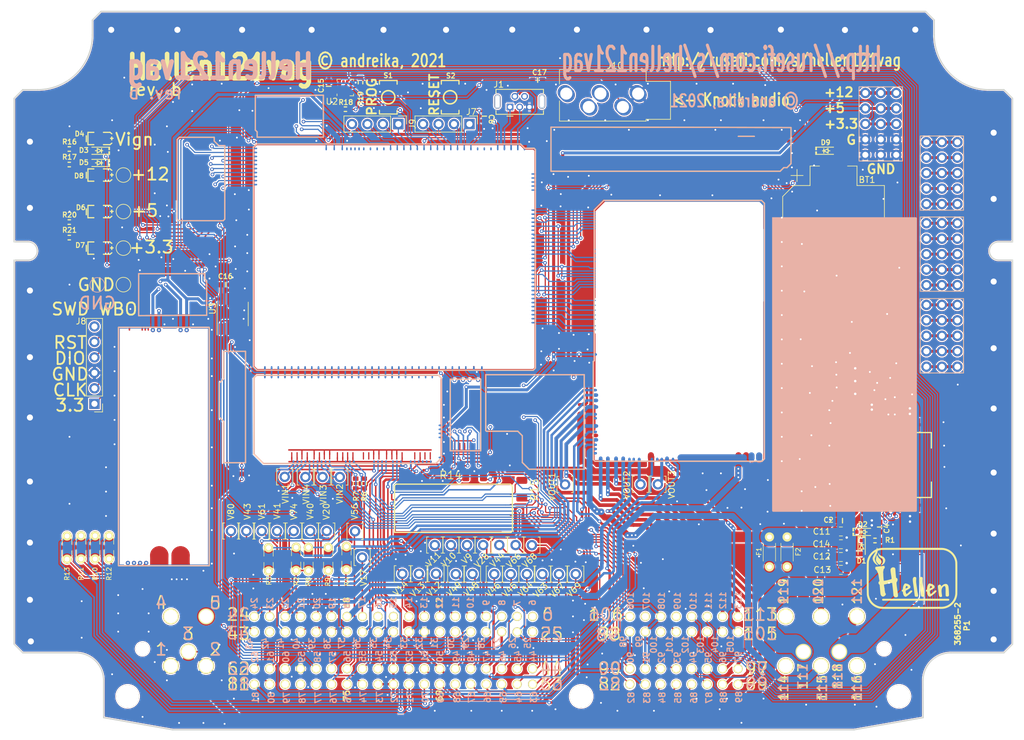
<source format=kicad_pcb>
(kicad_pcb (version 20210424) (generator pcbnew)
  (title_block (title "Hellen121vag") (date "2021-02-02") (rev "a") (company "andreika @ rusEFI.com"))
  (layers (0 "F.Cu" signal) (31 "B.Cu" signal) (34 "B.Paste" user) (35 "F.Paste" user) (36 "B.SilkS" user "B.Silkscreen") (37 "F.SilkS" user "F.Silkscreen") (38 "B.Mask" user) (39 "F.Mask" user) (44 "Edge.Cuts" user))
  (net 0 "")
  (net 1 "+5V")
  (net 2 "/CAN_VIO")
  (net 3 "/CAN_TX")
  (net 4 "+12V")
  (net 6 "+3V3")
  (net 7 "/IGN8")
  (net 8 "GND")
  (net 9 "/NRESET")
  (net 10 "/BOOT0")
  (net 12 "/VBUS")
  (net 13 "/USBP")
  (net 15 "/USBM")
  (net 16 "unconnected-(P1-Pad114)")
  (net 17 "Net-(F1-Pad1)")
  (net 18 "Net-(F2-Pad1)")
  (net 19 "Net-(M6-PadW9)")
  (net 20 "/IN_VIGN")
  (net 32 "/D2")
  (net 33 "/D1")
  (net 34 "/D4")
  (net 36 "/CAN-")
  (net 38 "/D3")
  (net 39 "/OUT_IGN8")
  (net 40 "/IGN1")
  (net 41 "/IGN7")
  (net 42 "/IGN6")
  (net 43 "/IGN3")
  (net 44 "/IGN2")
  (net 45 "GNDA")
  (net 46 "/VIGN")
  (net 47 "/VBAT")
  (net 48 "/IGN4")
  (net 49 "/IGN5")
  (net 50 "/KNOCK1")
  (net 51 "/CRANK")
  (net 52 "/VSS")
  (net 53 "/CAM1")
  (net 54 "/IGN_V5")
  (net 55 "/TPS1")
  (net 56 "/CLT")
  (net 57 "/IAT")
  (net 58 "/MAF")
  (net 59 "/MAP2")
  (net 60 "/A2")
  (net 61 "/A4")
  (net 62 "/TPS2")
  (net 63 "/PPS2")
  (net 64 "/A3")
  (net 65 "/CAM2")
  (net 66 "/OUT_IDLE")
  (net 67 "/PPS1")
  (net 68 "/A1")
  (net 73 "/RES2")
  (net 74 "/AFR")
  (net 75 "/KNOCK2")
  (net 76 "/IN_CAM1")
  (net 80 "Net-(BT1-Pad1)")
  (net 81 "/IO4")
  (net 82 "/IO3")
  (net 83 "Net-(C3-Pad1)")
  (net 84 "Net-(D5-Pad2)")
  (net 86 "/IO2")
  (net 87 "/IO1")
  (net 98 "+12V_PROT")
  (net 105 "/IN_KNOCK2")
  (net 106 "/IN_VSS")
  (net 107 "/IN_KNOCK1")
  (net 108 "/IN_CRANK")
  (net 109 "/IN_AFR")
  (net 110 "/IN_TPS1")
  (net 111 "/IN_MAF")
  (net 112 "/IN_MAP2")
  (net 113 "/VREF2")
  (net 114 "/VREF1")
  (net 115 "/IN_CLT")
  (net 116 "/IN_IAT")
  (net 117 "/IN_TPS2")
  (net 118 "/IN_PPS2")
  (net 119 "/IN_A2")
  (net 120 "/IN_A3")
  (net 121 "/IN_CAM2")
  (net 122 "/IN_A4")
  (net 123 "/IN_RES1")
  (net 124 "/IN_PPS1")
  (net 125 "/IN_A1")
  (net 126 "/IN_RES2")
  (net 128 "/IN_KNOCK1_RAW")
  (net 133 "/SPI2_CS")
  (net 135 "Net-(C4-Pad2)")
  (net 136 "/OUT_VVT2_B1")
  (net 137 "/OUT_VVT2_B2")
  (net 138 "/OUT_FUEL_CONSUM")
  (net 139 "/SPI2_MOSI")
  (net 140 "Net-(M6-PadS8)")
  (net 141 "/OUT_PUMP")
  (net 142 "Net-(M6-PadS12)")
  (net 143 "/OUT_VVT1_1")
  (net 144 "/OUT_INJ6")
  (net 145 "/OUT_INJ2")
  (net 146 "/OUT_INJ3")
  (net 147 "/OUT_INJ1")
  (net 148 "/OUT_VVT1_2")
  (net 149 "/SPI2_MISO")
  (net 150 "/SPI2_SCK")
  (net 151 "/OUT_TACH")
  (net 152 "/OUT_INJ4")
  (net 153 "/OUT_INJ5")
  (net 154 "/OUT_INJ8")
  (net 155 "/OUT_INJ7")
  (net 164 "/INJ8")
  (net 165 "/INJ7")
  (net 166 "/INJ6")
  (net 167 "/INJ5")
  (net 168 "/INJ4")
  (net 169 "/INJ3")
  (net 170 "/OUT3")
  (net 171 "/FUEL_CONSUM")
  (net 172 "/INJ2")
  (net 173 "/INJ1")
  (net 174 "/CE")
  (net 175 "/VVT1_2")
  (net 176 "/VVT1_1")
  (net 177 "/TACH")
  (net 178 "/VVT2_B2")
  (net 179 "/VVT2_B1")
  (net 180 "Net-(C4-Pad1)")
  (net 181 "Net-(C5-Pad2)")
  (net 182 "/WASTEGATE")
  (net 183 "/PUMP")
  (net 184 "/OUT2")
  (net 185 "/IDLE")
  (net 186 "/OUT1")
  (net 187 "/MAIN")
  (net 188 "Net-(P1-Pad10)")
  (net 189 "Net-(P1-Pad11)")
  (net 190 "Net-(P1-Pad12)")
  (net 191 "Net-(P1-Pad13)")
  (net 192 "Net-(P1-Pad17)")
  (net 193 "Net-(P1-Pad20)")
  (net 194 "Net-(P1-Pad21)")
  (net 195 "Net-(P1-Pad23)")
  (net 196 "Net-(P1-Pad28)")
  (net 198 "Net-(P1-Pad37)")
  (net 199 "Net-(P1-Pad40)")
  (net 200 "Net-(D1-Pad1)")
  (net 201 "Net-(P1-Pad41)")
  (net 202 "Net-(P1-Pad43)")
  (net 203 "Net-(P1-Pad44)")
  (net 204 "Net-(P1-Pad45)")
  (net 205 "Net-(P1-Pad46)")
  (net 206 "Net-(P1-Pad48)")
  (net 207 "Net-(P1-Pad49)")
  (net 208 "/CAN+")
  (net 209 "Net-(M10-PadV5)")
  (net 210 "Net-(P1-Pad56)")
  (net 211 "Net-(J8-Pad1)")
  (net 212 "Net-(J8-Pad2)")
  (net 214 "Net-(P1-Pad61)")
  (net 215 "/V12_PERM")
  (net 216 "Net-(P1-Pad63)")
  (net 217 "Net-(P1-Pad64)")
  (net 218 "Net-(P1-Pad66)")
  (net 219 "Net-(P1-Pad67)")
  (net 220 "Net-(P1-Pad68)")
  (net 221 "/OUT_IGN7")
  (net 222 "/OUT_IGN6")
  (net 223 "/OUT_IGN5")
  (net 224 "/OUT_IGN4")
  (net 225 "/OUT_IGN3")
  (net 226 "/OUT_IGN2")
  (net 227 "/OUT_IGN1")
  (net 228 "Net-(P1-Pad9)")
  (net 229 "/CAN_RX")
  (net 232 "+12V_RAW")
  (net 233 "/ETB_EN")
  (net 234 "/IN_D4")
  (net 235 "/IN_D3")
  (net 236 "/IN_D2")
  (net 237 "/IN_D1")
  (net 238 "Net-(P1-Pad69)")
  (net 239 "/LSU_HEAT-")
  (net 240 "/LSU_CALIBR_RES")
  (net 241 "Net-(P1-Pad74)")
  (net 242 "Net-(P1-Pad80)")
  (net 243 "/IGN_V33")
  (net 244 "/IN_KNOCK2_RAW")
  (net 245 "Net-(G1-Pad14)")
  (net 246 "Net-(G1-Pad13)")
  (net 247 "/LSU_PUMP_I")
  (net 248 "/LSU_SENSOR_U{slash}PUMP_I")
  (net 249 "/LSU_SENSOR_U")
  (net 250 "Net-(P1-Pad51)")
  (net 251 "Net-(P1-Pad52)")
  (net 252 "Net-(P1-Pad70)")
  (net 253 "Net-(P1-Pad71)")
  (net 257 "/IN_CRANK+")
  (net 258 "/IN_CRANK-")
  (net 259 "Net-(G1-Pad12)")
  (net 260 "Net-(G1-Pad10)")
  (net 261 "Net-(G1-Pad1)")
  (net 262 "Net-(G2-Pad10)")
  (net 263 "Net-(G2-Pad14)")
  (net 264 "Net-(G2-Pad13)")
  (net 265 "Net-(G2-Pad12)")
  (net 266 "Net-(G2-Pad1)")
  (net 267 "Net-(J8-Pad4)")
  (net 268 "Net-(J8-Pad5)")
  (net 269 "Net-(M3-PadN18)")
  (net 270 "Net-(M3-PadN19)")
  (net 272 "/+ETB")
  (net 273 "/-ETB")
  (net 274 "+5VA")
  (net 279 "/+ETB_OUT")
  (net 280 "/-ETB_OUT")
  (net 281 "Net-(D3-Pad2)")
  (net 282 "Net-(G5-Pad10)")
  (net 283 "Net-(D6-Pad2)")
  (net 284 "Net-(D7-Pad2)")
  (net 285 "Net-(M10-PadV2)")
  (net 286 "Net-(G5-Pad14)")
  (net 287 "Net-(G5-Pad13)")
  (net 288 "Net-(G5-Pad12)")
  (net 289 "Net-(G5-Pad1)")
  (net 290 "Net-(M10-PadV6)")
  (net 292 "/RES1")
  (net 293 "/OUT_CE")
  (net 294 "/OUT_WASTEGATE")
  (net 295 "/OUT_MAIN")
  (net 296 "Net-(C17-Pad2)")
  (net 297 "Net-(C17-Pad1)")
  (net 301 "Net-(U3-Pad6)")
  (footprint "hellen121vag:368255-2" (layer "F.Cu") (at 60.198 32.893)
    (fp_text reference "P1")
    (fp_text value "368255-2")
  )
  (footprint "hellen-one-mcu-0.1:mcu" (layer "F.Cu") (at 84.912499 51.403623)
    (fp_text reference "M3" hide)
    (fp_text value "Module-mcu-0.1" hide)
  )
  (footprint "Package_SO:SOIC-8_3.9x4.9mm_P1.27mm" (layer "F.Cu") (at 81.6 42.075 90)
    (fp_text reference "U3")
    (fp_text value "MCP6002-xSN")
  )
  (footprint "hellen-one-common:C0603" (layer "F.Cu") (at 97.4 4.675 -90)
    (fp_text reference "C15")
    (fp_text value "100n" hide)
  )
  (footprint "hellen-one-common:C0603" (layer "F.Cu") (at 122.9 9.575 90)
    (fp_text reference "C6")
    (fp_text value "100n" hide)
  )
  (footprint "hellen-one-common:PROTO_AREA" (layer "F.Cu") (at 195.56 37.325 90)
    (fp_text reference "G5" hide)
    (fp_text value "PROTO_AREA" hide)
  )
  (footprint "hellen-one-common:PAD-TH" (layer "F.Cu") (at 97.05 77.725)
    (fp_text reference "V20")
    (fp_text value "Pad" hide)
  )
  (footprint "hellen-one-common:PAD-TH" (layer "F.Cu") (at 120.1 80.025)
    (fp_text reference "V9")
    (fp_text value "Pad" hide)
  )
  (footprint "hellen-one-can-0.1:can" (layer "F.Cu") (at 85.237502 13.118337)
    (fp_text reference "M1" hide)
    (fp_text value "Module-can-0.1" hide)
  )
  (footprint "hellen-one-ign8-0.1:ign8" (layer "F.Cu") (at 72.442387 26.835796)
    (fp_text reference "M7" hide)
    (fp_text value "Module-ign8-0.1" hide)
  )
  (footprint "hellen-one-input-0.1:input" (layer "F.Cu") (at 85.012499 66.728623)
    (fp_text reference "M4" hide)
    (fp_text value "Module-input-0.1" hide)
  )
  (footprint "hellen-one-output-0.1:output" (layer "F.Cu") (at 140.775001 66.3625)
    (fp_text reference "M6" hide)
    (fp_text value "Module-output-0.1" hide)
  )
  (footprint "hellen-one-common:PAD-TH" (layer "F.Cu") (at 94.35 77.725)
    (fp_text reference "V40")
    (fp_text value "Pad" hide)
  )
  (footprint "hellen-one-common:PAD-TH" (layer "F.Cu") (at 86.375 77.725)
    (fp_text reference "V61")
    (fp_text value "Pad" hide)
  )
  (footprint "hellen-one-common:PAD-TH" (layer "F.Cu") (at 102.875 82.075)
    (fp_text reference "V17")
    (fp_text value "Pad" hide)
  )
  (footprint "hellen-one-common:PAD-TH" (layer "F.Cu") (at 137.95 84.8)
    (fp_text reference "V69")
    (fp_text value "Pad" hide)
  )
  (footprint "hellen-one-common:LED-0805" (layer "F.Cu") (at 59.711979 19.25)
    (fp_text reference "D8")
    (fp_text value "LED-GREEN-0805" hide)
  )
  (footprint "hellen-one-common:PAD-TH" (layer "F.Cu") (at 135.2 84.8)
    (fp_text reference "V67")
    (fp_text value "Pad" hide)
  )
  (footprint "hellen-one-common:PAD-TH" (layer "F.Cu") (at 151.45 70.05)
    (fp_text reference "VOUT3")
    (fp_text value "Pad" hide)
  )
  (footprint "hellen-one-common:PAD-TH" (layer "F.Cu") (at 114.8 80.025)
    (fp_text reference "V11")
    (fp_text value "Pad" hide)
  )
  (footprint "hellen-one-common:PAD-0805-PAD" (layer "F.Cu") (at 54.4 80.45 -90)
    (fp_text reference "R13")
    (fp_text value "Jumper-Pad-Pad" hide)
  )
  (footprint "hellen-one-common:PROTO_AREA" (layer "F.Cu") (at 195.56 24.015 90)
    (fp_text reference "G2" hide)
    (fp_text value "PROTO_AREA" hide)
  )
  (footprint "hellen-one-common:PAD-0805-PAD" (layer "F.Cu") (at 100.3 82.175 90)
    (fp_text reference "R4")
    (fp_text value "Jumper-Pad-Pad" hide)
  )
  (footprint "hellen-one-common:R0603" (layer "F.Cu") (at 54.762 14.975 180)
    (fp_text reference "R16")
    (fp_text value "5.1k" hide)
  )
  (footprint "hellen-one-common:PAD-TH" (layer "F.Cu") (at 93.55 68.85)
    (fp_text reference "VIN4")
    (fp_text value "Pad" hide)
  )
  (footprint "hellen-one-common:C0603" (layer "F.Cu") (at 189.607 56.782837 180)
    (fp_text reference "C5")
    (fp_text value "5.6n" hide)
  )
  (footprint "Capacitor_SMD:C_0805_2012Metric" (layer "F.Cu") (at 181.512 77.796)
    (fp_text reference "C11")
    (fp_text value "10u")
  )
  (footprint "hellen-one-common:PAD-TH" (layer "F.Cu") (at 91.625 77.725)
    (fp_text reference "V74")
    (fp_text value "Pad" hide)
  )
  (footprint "hellen-one-knock-0.1:knock" (layer "F.Cu") (at 83.812524 66.598425 90)
    (fp_text reference "M5" hide)
    (fp_text value "Module-knock-0.1" hide)
  )
  (footprint "hellen-one-common:PAD-TH" (layer "F.Cu") (at 90.15 68.825)
    (fp_text reference "VIN1")
    (fp_text value "Pad" hide)
  )
  (footprint "hellen-one-common:LOGO" (layer "F.Cu") (at 193.5 85.575)
    (fp_text reference "G6" hide)
    (fp_text value "LOGO" hide)
  )
  (footprint "hellen-one-common:PAD-0805-PAD" (layer "F.Cu") (at 94.05 82.325 90)
    (fp_text reference "R8")
    (fp_text value "Jumper-Pad-Pad" hide)
  )
  (footprint "hellen-one-common:PAD-1206-PAD" (layer "F.Cu") (at 169.775 81.15 90)
    (fp_text reference "F1")
    (fp_text value "Fuse-Pad-Pad" hide)
  )
  (footprint "TestPoint:TestPoint_Pad_D2.0mm" (layer "F.Cu") (at 63.662 19.25)
    (fp_text reference "J2" hide)
    (fp_text value "Conn_01x01")
  )
  (footprint "hellen-one-wbo-0.1:wbo" (layer "F.Cu") (at 62.745 44.17 -90)
    (fp_text reference "M9" hide)
    (fp_text value "Module-wbo-0.1" hide)
  )
  (footprint "hellen-one-common:SO20POWER" (layer "F.Cu") (at 188.407 66.882837)
    (fp_text reference "U1")
    (fp_text value "L6205PD")
  )
  (footprint "hellen-one-common:R0603" (layer "F.Cu") (at 54.762 29.525 180)
    (fp_text reference "R21")
    (fp_text value "750" hide)
  )
  (footprint "hellen-one-can-0.1:can" (layer "F.Cu") (at 77.425 35.35 180)
    (fp_text reference "M10" hide)
    (fp_text value "Module-can-0.1" hide)
  )
  (footprint "hellen-one-common:LED-0805" (layer "F.Cu") (at 59.711979 13.25)
    (fp_text reference "D4")
    (fp_text value "LED-GREEN-0805" hide)
  )
  (footprint "hellen-one-common:C0603" (layer "F.Cu") (at 80.5 37.275 180)
    (fp_text reference "C16")
    (fp_text value "100n" hide)
  )
  (footprint "hellen-one-common:SMD-2_2.9x3.9x1.7" (layer "F.Cu") (at 107.162 6.475 -90)
    (fp_text reference "S1")
    (fp_text value "Button_SPST" hide)
  )
  (footprint "hellen-one-common:PAD-TH" (layer "F.Cu") (at 117.45 80.025)
    (fp_text reference "V10")
    (fp_text value "Pad" hide)
  )
  (footprint "hellen-one-common:PAD-TH" (layer "F.Cu") (at 125.4 80.025)
    (fp_text reference "V44")
    (fp_text value "Pad" hide)
  )
  (footprint "Battery:BatteryHolder_Keystone_1060_1x2032" (layer "F.Cu") (at 180.3 32.325 -90)
    (fp_text reference "BT1")
    (fp_text value "BATTERY_CR2032")
  )
  (footprint "hellen-one-common:R0603" (layer "F.Cu") (at 188.807 54.582837 -90)
    (fp_text reference "R5")
    (fp_text value "100k" hide)
  )
  (footprint "hellen-one-common:PAD-TH" (layer "F.Cu") (at 99.2 68.85)
    (fp_text reference "VIN2")
    (fp_text value "Pad" hide)
  )
  (footprint "hellen-one-common:PAD-TH" (layer "F.Cu") (at 118.25 84.8)
    (fp_text reference "V49")
    (fp_text value "Pad" hide)
  )
  (footprint "hellen-one-common:PAD-TH" (layer "F.Cu") (at 96.375 68.85)
    (fp_text reference "VIN3")
    (fp_text value "Pad" hide)
  )
  (footprint "Package_LGA:ST_HLGA-10_2.5x2.5mm_P0.6mm_LayoutBorder3x2y" (layer "F.Cu") (at 100.1 4.875 90)
    (fp_text reference "U2")
    (fp_text value "LPS25HB")
  )
  (footprint "hellen-one-common:SOD-323" (layer "F.Cu") (at 59.662 17.25 180)
    (fp_text reference "D5")
    (fp_text value "1N4148WS" hide)
  )
  (footprint "hellen-one-common:PAD-TH" (layer "F.Cu") (at 122.75 80.025)
    (fp_text reference "V28")
    (fp_text value "Pad" hide)
  )
  (footprint "hellen-one-common:R0603" (layer "F.Cu") (at 100.124986 8.434999)
    (fp_text reference "R18")
    (fp_text value "4.7k" hide)
  )
  (footprint "hellen-one-common:PAD-0805-PAD" (layer "F.Cu") (at 59 80.4 -90)
    (fp_text reference "R10")
    (fp_text value "Jumper-Pad-Pad" hide)
  )
  (footprint "hellen-one-common:SOD-323" (layer "F.Cu") (at 59.662 15.25 180)
    (fp_text reference "D3")
    (fp_text value "1N4148WS" hide)
  )
  (footprint "hellen-one-common:PAD-0805-PAD" (layer "F.Cu") (at 97.3 82.325 90)
    (fp_text reference "R9")
    (fp_text value "Jumper-Pad-Pad" hide)
  )
  (footprint "hellen-one-vr-0.1:vr" (layer "F.Cu") (at 107.9 78.05)
    (fp_text reference "M11" hide)
    (fp_text value "Module-vr-0.1" hide)
  )
  (footprint "Capacitor_SMD:C_0805_2012Metric" (layer "F.Cu") (at 182.912 52.096)
    (fp_text reference "C8")
    (fp_text value "10u")
  )
  (footprint "hellen-one-common:SOD-323" (layer "F.Cu") (at 179.1 15.275)
    (fp_text reference "D9")
    (fp_text value "1N4148WS" hide)
  )
  (footprint "hellen-one-common:PAD-TH" (layer "F.Cu") (at 109.475 84.75)
    (fp_text reference "V14")
    (fp_text value "Pad" hide)
  )
  (footprint "hellen-one-common:R0603" (layer "F.Cu") (at 103.2 69.925 -90)
    (fp_text reference "R6")
    (fp_text value "2.7k" hide)
  )
  (footprint "hellen-one-common:R0603" (layer "F.Cu") (at 102.6 4.075 -90)
    (fp_text reference "R19")
    (fp_text value "4.7k" hide)
  )
  (footprint "hellen-one-common:PAD-TH" (layer "F.Cu") (at 136.2 70.075)
    (fp_text reference "VOUT1")
    (fp_text value "Pad" hide)
  )
  (footprint "hellen-one-common:PAD-TH" (layer "F.Cu") (at 83.85 77.725)
    (fp_text reference "V43")
    (fp_text value "Pad" hide)
  )
  (footprint "Connector_PinHeader_2.54mm:PinHeader_1x06_P2.54mm_Vertical" (layer "F.Cu") (at 58.9 56.825 180)
    (fp_text reference "J8")
    (fp_text value "Conn_01x06")
  )
  (footprint "Capacitor_SMD:C_0805_2012Metric" (layer "F.Cu") (at 182.912 56.296)
    (fp_text reference "C10")
    (fp_text value "10u")
  )
  (footprint "hellen-one-common:PROTO_AREA" (layer "F.Cu") (at 190.6 5.775 -90)
    (fp_text reference "G3" hide)
    (fp_text value "PROTO_AREA" hide)
  )
  (footprint "hellen-one-dinput4-0.1:dinput4" (layer "F.Cu") (at 117.212 52.708 -90)
    (fp_text reference "M12" hide)
    (fp_text value "Module-dinput4-0.1" hide)
  )
  (footprint "Connector_PinHeader_2.54mm:PinHeader_1x04_P2.54mm_Vertical" (layer "F.Cu") (at 108.82 10.875 -90)
    (fp_text reference "J9")
    (fp_text value "Conn_01x04")
  )
  (footprint "hellen-one-common:PAD-0805-PAD" (layer "F.Cu") (at 92.025 82.305 90)
    (fp_text reference "R2")
    (fp_text value "Jumper-Pad-Pad" hide)
  )
  (footprint "hellen-one-common:R1206" (layer "F.Cu") (at 121.35001 68.65 180)
    (fp_text reference "R14")
    (fp_text value "DNP" hide)
  )
  (footprint "hellen-one-common:PAD-0805-PAD" (layer "F.Cu") (at 61.3 80.399979 -90)
    (fp_text reference "R12")
    (fp_text value "Jumper-Pad-Pad" hide)
  )
  (footprint "hellen-one-common:R1206" (layer "F.Cu") (at 129.1 70.85 -90)
    (fp_text reference "R15")
    (fp_text value "DNP" hide)
  )
  (footprint "hellen-one-common:PAD-1206-PAD" (layer "F.Cu") (at 172.675 81.15 90)
    (fp_text reference "F2")
    (fp_text value "Fuse-Pad-Pad" hide)
  )
  (footprint "Capacitor_SMD:C_0805_2012Metric" (layer "F.Cu") (at 181.512 79.896)
    (fp_text reference "C14")
    (fp_text value "10u")
  )
  (footprint "TestPoint:TestPoint_Pad_D2.0mm" (layer "F.Cu") (at 63.662 31.25)
    (fp_text reference "J4" hide)
    (fp_text value "Conn_01x01")
  )
  (footprint "hellen-one-common:C0603" (layer "F.Cu") (at 186.207 55.582837 180)
    (fp_text reference "C3")
    (fp_text value "220n" hide)
  )
  (footprint "hellen-one-common:C0603" (layer "F.Cu") (at 181.771999 75.996)
    (fp_text reference "C2")
    (fp_text value "100n" hide)
  )
  (footprint "hellen-one-common:PAD-TH" (layer "F.Cu") (at 132.475 84.8)
    (fp_text reference "V63")
    (fp_text value "Pad" hide)
  )
  (footprint "hellen-one-common:PROTO_AREA" (layer "F.Cu") (at 195.56 50.735 90)
    (fp_text reference "G1" hide)
    (fp_text value "PROTO_AREA" hide)
  )
  (footprint "Capacitor_SMD:C_0805_2012Metric" (layer "F.Cu") (at 181.512 81.996)
    (fp_text reference "C12")
    (fp_text value "10u")
  )
  (footprint "hellen-one-common:Jack_3.5mm_PJ-3250-5A" (layer "F.Cu") (at 144.4 6.175 -90)
    (fp_text reference "J10")
    (fp_text value "AudioJack_THR")
  )
  (footprint "hellen-one-common:PAD-TH" (layer "F.Cu") (at 148.6 70.05)
    (fp_text reference "VOUT2")
    (fp_text value "Pad" hide)
  )
  (footprint "Capacitor_SMD:C_0805_2012Metric" (layer "F.Cu") (at 182.912 49.996)
    (fp_text reference "C7")
    (fp_text value "10u")
  )
  (footprint "Capacitor_SMD:C_0805_2012Metric" (layer "F.Cu") (at 182.912 54.196)
    (fp_text reference "C9")
    (fp_text value "10u")
  )
  (footprint "hellen-one-common:PAD-TH" (layer "F.Cu") (at 124.575 84.8)
    (fp_text reference "V46")
    (fp_text value "Pad" hide)
  )
  (footprint "hellen-one-common:R0603" (layer "F.Cu") (at 54.762 26.975 180)
    (fp_text reference "R20")
    (fp_text value "1.6k" hide)
  )
  (footprint "hellen-one-common:PAD-TH" (layer "F.Cu") (at 112.2 84.75)
    (fp_text reference "V13")
    (fp_text value "Pad" hide)
  )
  (footprint "hellen-one-common:PAD-TH" (layer "F.Cu") (at 127.275 84.8)
    (fp_text reference "V45")
    (fp_text value "Pad" hide)
  )
  (footprint "Connector_PinHeader_2.54mm:PinHeader_1x04_P2.54mm_Vertical" (layer "F.Cu") (at 120.5 10.875 -90)
    (fp_text reference "J7")
    (fp_text value "Conn_01x04")
  )
  (footprint "hellen-one-power5-0.1:power5" (layer "F.Cu") (at 133.7875 18.725)
    (fp_text reference "M2" hide)
    (fp_text value "Module-power5-0.2" hide)
  )
  (footprint "hellen-one-common:PAD-TH" (layer "F.Cu") (at 115 84.75)
    (fp_text reference "V12")
    (fp_text value "Pad" hide)
  )
  (footprint "hellen-one-common:R0603" (layer "F.Cu") (at 54.762 17.525 180)
    (fp_text reference "R17")
    (fp_text value "5.1k" hide)
  )
  (footprint "hellen-one-common:PAD-0805-PAD" (layer "F.Cu") (at 87.5 82.37 90)
    (fp_text reference "R3")
    (fp_text value "Jumper-Pad-Pad" hide)
  )
  (footprint "hellen-one-common:SMD-2_2.9x3.9x1.7" (layer "F.Cu") (at 117.325 6.475 90)
    (fp_text reference "S2")
    (fp_text value "Button_SPST" hide)
  )
  (footprint "hellen-one-common:PAD-TH" (layer "F.Cu") (at 130.75 80.05)
    (fp_text reference "V68")
    (fp_text value "Pad" hide)
  )
  (footprint "hellen-one-common:LED-0805" (layer "F.Cu") (at 59.711979 31.25)
    (fp_text reference "D7")
    (fp_text value "LED-GREEN-0805" hide)
  )
  (footprint "Capacitor_SMD:C_0805_2012Metric" (layer "F.Cu") (at 181.512 84.096)
    (fp_text reference "C13")
    (fp_text value "10u")
  )
  (footprint "TestPoint:TestPoint_Pad_D2.0mm" (layer "F.Cu") (at 63.662 25.25)
    (fp_text reference "J3" hide)
    (fp_text value "Conn_01x01")
  )
  (footprint "hellen-one-common:R0603" (layer "F.Cu") (at 187.107 79.282837)
    (fp_text reference "R1")
    (fp_text value "100" hide)
  )
  (footprint "hellen-one-common:PAD-TH" (layer "F.Cu") (at 121 84.775)
    (fp_text reference "V48")
    (fp_text value "Pad" hide)
  )
  (footprint "hellen-one-common:SOD-323" (layer "F.Cu") (at 185.207 77.882837)
    (fp_text reference "D2")
    (fp_text value "1N4148WS" hide)
  )
  (footprint "hellen-one-common:LED-0805" (layer "F.Cu") (at 59.711979 25.25)
    (fp_text reference "D6")
    (fp_text value "LED-GREEN-0805" hide)
  )
  (footprint "hellen-one-common:PAD-TH" (layer "F.Cu") (at 81.325 77.725)
    (fp_text reference "V80")
    (fp_text value "Pad" hide)
  )
  (footprint "hellen-one-common:C0603" (layer "F.Cu") (at 131.7 3.675 180)
    (fp_text reference "C17")
    (fp_text value "10u" hide)
  )
  (footprint "hellen-one-common:PAD-TH" (layer "F.Cu") (at 88.9 77.725)
    (fp_text reference "V41")
    (fp_text value "Pad" hide)
  )
  (footprint "hellen-one-common:SOD-323" (layer "F.Cu") (at 184.907 80.382837 -90)
    (fp_text reference "D1")
    (fp_text value "1N4148WS" hide)
  )
  (footprint "hellen-one-common:PAD-TH" (layer "F.Cu") (at 129.925 84.8)
    (fp_text reference "V64")
    (fp_text value "Pad" hide)
  )
  (footprint "hellen-one-common:C0603" (layer "F.Cu") (at 187.907 77.072838 -90)
    (fp_text reference "C4")
    (fp_text value "10n" hide)
  )
  (footprint "hellen-one-common:C0603" (layer "F.Cu") (at 183.071999 57.996)
    (fp_text reference "C1")
    (fp_text value "100n" hide)
  )
  (footprint "TestPoint:TestPoint_Pad_D2.0mm" (layer "F.Cu") (at 63.662 37.25)
    (fp_text reference "J5" hide)
    (fp_text value "Conn_01x01")
  )
  (footprint "hellen-one-common:R0603" (layer "F.Cu") (at 101.8 69.925 -90)
    (fp_text reference "R7")
    (fp_text value "2.7k" hide)
  )
  (footprint "hellen-one-power12-0.1:power12" (layer "F.Cu") (at 123.065985 67.662891)
    (fp_text reference "M8" hide)
    (fp_text value "Module-power12-0.1" hide)
  )
  (footprint "hellen-one-common:USB-MINI-B-VERTICAL" (layer "F.Cu") (at 128.75 7.2)
    (fp_text reference "J1")
    (fp_text value "USB_B_Mini")
    (fp_line (start 3.203407 0.666218) (end 3.203407 -0.713437) (layer "Edge.Cuts") (width 0.12))
    (fp_line (start -4.091114 0.660079) (end -4.091114 -0.719576) (layer "Edge.Cuts") (width 0.12))
    (fp_line (start 4.091114 -0.647801) (end 4.091114 0.731854) (layer "Edge.Cuts") (width 0.12))
    (fp_line (start -3.203407 -0.65394) (end -3.203407 0.725715) (layer "Edge.Cuts") (width 0.12))
    (fp_arc (start -3.650243 -0.646413) (end -4.091113 -0.719576) (angle 169.6124935) (layer "Edge.Cuts") (width 0.12))
    (fp_arc (start -3.644277 0.652553) (end -3.203408 0.725715) (angle 169.6127294) (layer "Edge.Cuts") (width 0.12))
    (fp_arc (start 3.644278 -0.640274) (end 3.203408 -0.713437) (angle 169.6124935) (layer "Edge.Cuts") (width 0.12))
    (fp_arc (start 3.650244 0.658692) (end 4.091113 0.731854) (angle 169.6127294) (layer "Edge.Cuts") (width 0.12))
  )
  (footprint "hellen-one-common:PAD-TH" (layer "F.Cu") (at 101.7 77.775)
    (fp_text reference "V56")
    (fp_text value "Pad" hide)
  )
  (footprint "hellen-one-common:PAD-0805-PAD" (layer "F.Cu") (at 56.7 80.4 -90)
    (fp_text reference "R11")
    (fp_text value "Jumper-Pad-Pad" hide)
  )
  (footprint "hellen-one-common:PAD-TH" (layer "F.Cu") (at 128.075 80.025)
    (fp_text reference "V66")
    (fp_text value "Pad" hide)
  )
  (footprint "TestPoint:TestPoint_Pad_D2.0mm" (layer "B.Cu") (at 59.362 37.296 180)
    (fp_text reference "J6" hide)
    (fp_text value "Conn_01x01")
  )
  (gr_rect (start 170.4 26.375) (end 193.8 74.375) (layer "B.SilkS") (width 0.381) (fill solid))
  (gr_line (start 183.66 110.375) (end 195.0152 108.375) (layer "Edge.Cuts") (width 0.2))
  (gr_line (start 58.56 -3.765) (end 58.56 -6.210787) (layer "Edge.Cuts") (width 0.2))
  (gr_arc (start 48.000167 31.725) (end 48 33.225) (angle -180.0127579) (layer "Edge.Cuts") (width 0.2))
  (gr_arc (start 205.84 -3.765001) (end 196.84 -3.765001) (angle -90) (layer "Edge.Cuts") (width 0.2))
  (gr_line (start 60.4 108.375) (end 60.4 102.166999) (layer "Edge.Cuts") (width 0.2))
  (gr_arc (start 55.853107 102.272882) (end 60.4 102.166999) (angle -88.07524736) (layer "Edge.Cuts") (width 0.2))
  (gr_line (start 207.4 30.224999) (end 209.7 30.224999) (layer "Edge.Cuts") (width 0.2))
  (gr_arc (start 199.569204 102.294174) (end 199.5872 97.725) (angle -90.1356909) (layer "Edge.Cuts") (width 0.2))
  (gr_line (start 45.7 96.310786) (end 45.7 33.225) (layer "Edge.Cuts") (width 0.2))
  (gr_line (start 49.56 5.235) (end 47.114214 5.235) (layer "Edge.Cuts") (width 0.2))
  (gr_line (start 195.425787 -7.625001) (end 59.974214 -7.625) (layer "Edge.Cuts") (width 0.2))
  (gr_line (start 208.285787 97.725) (end 199.5872 97.725) (layer "Edge.Cuts") (width 0.2))
  (gr_line (start 48 33.225) (end 45.7 33.225) (layer "Edge.Cuts") (width 0.2))
  (gr_line (start 195.0152 108.375) (end 195 102.286999) (layer "Edge.Cuts") (width 0.2))
  (gr_line (start 183.66 110.375) (end 71.74 110.375) (layer "Edge.Cuts") (width 0.2))
  (gr_line (start 209.7 96.310786) (end 209.7 33.224999) (layer "Edge.Cuts") (width 0.2))
  (gr_line (start 58.56 -6.210787) (end 59.974214 -7.625) (layer "Edge.Cuts") (width 0.2))
  (gr_line (start 209.7 30.224999) (end 209.7 6.649213) (layer "Edge.Cuts") (width 0.2))
  (gr_line (start 196.84 -6.210787) (end 195.425787 -7.625) (layer "Edge.Cuts") (width 0.2))
  (gr_line (start 48 30.225) (end 45.7 30.225) (layer "Edge.Cuts") (width 0.2))
  (gr_line (start 71.74 110.375) (end 60.4 108.375) (layer "Edge.Cuts") (width 0.2))
  (gr_line (start 209.700001 6.649213) (end 208.285787 5.234999) (layer "Edge.Cuts") (width 0.2))
  (gr_line (start 205.84 5.234999) (end 208.285787 5.234999) (layer "Edge.Cuts") (width 0.2))
  (gr_line (start 207.4 33.224999) (end 209.7 33.224999) (layer "Edge.Cuts") (width 0.2))
  (gr_line (start 209.7 96.310786) (end 208.285787 97.724999) (layer "Edge.Cuts") (width 0.2))
  (gr_arc (start 49.56 -3.765) (end 49.56 5.235) (angle -90) (layer "Edge.Cuts") (width 0.2))
  (gr_line (start 45.7 6.649213) (end 47.114214 5.235) (layer "Edge.Cuts") (width 0.2))
  (gr_line (start 196.84 -3.765001) (end 196.84 -6.210787) (layer "Edge.Cuts") (width 0.2))
  (gr_arc (start 207.4 31.724999) (end 207.4 30.224999) (angle -180) (layer "Edge.Cuts") (width 0.2))
  (gr_line (start 45.7 30.224999) (end 45.7 6.649213) (layer "Edge.Cuts") (width 0.2))
  (gr_line (start 45.7 96.310786) (end 47.114214 97.724999) (layer "Edge.Cuts") (width 0.2))
  (gr_line (start 47.114214 97.725) (end 55.9 97.725) (layer "Edge.Cuts") (width 0.2))
  (gr_text "119" (at 172.085 87.63 90) (layer "B.SilkS") (effects (font (size 1.5 1.5) (thickness 0.25)) (justify mirror)))
  (gr_text "121" (at 184.15 87.63 90) (layer "B.SilkS") (effects (font (size 1.5 1.5) (thickness 0.25)) (justify mirror)))
  (gr_text "116" (at 184.15 103.505 90) (layer "B.SilkS") (effects (font (size 1.5 1.5) (thickness 0.25)) (justify mirror)))
  (gr_text "115" (at 178.435 103.505 90) (layer "B.SilkS") (effects (font (size 1.5 1.5) (thickness 0.25)) (justify mirror)))
  (gr_text "118" (at 180.975 101.6 90) (layer "B.SilkS") (effects (font (size 1.5 1.5) (thickness 0.25)) (justify mirror)))
  (gr_text "120" (at 177.8 87.63 90) (layer "B.SilkS") (effects (font (size 1.5 1.5) (thickness 0.25)) (justify mirror)))
  (gr_text "117" (at 175.26 101.6 90) (layer "B.SilkS") (effects (font (size 1.5 1.5) (thickness 0.25)) (justify mirror)))
  (gr_text "114" (at 172.085 103.505 90) (layer "B.SilkS") (effects (font (size 1.5 1.5) (thickness 0.25)) (justify mirror)))
  (gr_text "89" (at 167.64 102.87) (layer "B.SilkS") (effects (font (size 2 2) (thickness 0.25)) (justify mirror)))
  (gr_text "97" (at 167.64 100.33) (layer "B.SilkS") (effects (font (size 2 2) (thickness 0.25)) (justify mirror)))
  (gr_text "105" (at 168.25 94.6) (layer "B.SilkS") (effects (font (size 2 2) (thickness 0.25)) (justify mirror)))
  (gr_text "113" (at 168.275 91.44) (layer "B.SilkS") (effects (font (size 2 2) (thickness 0.25)) (justify mirror)))
  (gr_text "82" (at 143.51 102.87) (layer "B.SilkS") (effects (font (size 2 2) (thickness 0.25)) (justify mirror)))
  (gr_text "90" (at 143.51 100.33) (layer "B.SilkS") (effects (font (size 2 2) (thickness 0.25)) (justify mirror)))
  (gr_text "98" (at 143.11 94.815) (layer "B.SilkS") (effects (font (size 2 2) (thickness 0.25)) (justify mirror)))
  (gr_text "106" (at 142.875 91.44) (layer "B.SilkS") (effects (font (size 2 2) (thickness 0.25)) (justify mirror)))
  (gr_text "63" (at 133.985 102.87) (layer "B.SilkS") (effects (font (size 2 2) (thickness 0.25)) (justify mirror)))
  (gr_text "44" (at 133.985 100.33) (layer "B.SilkS") (effects (font (size 2 2) (thickness 0.25)) (justify mirror)))
  (gr_text "25" (at 133.985 94.615) (layer "B.SilkS") (effects (font (size 2 2) (thickness 0.25)) (justify mirror)))
  (gr_text "6" (at 133.35 91.44) (layer "B.SilkS") (effects (font (size 2 2) (thickness 0.25)) (justify mirror)))
  (gr_text "5" (at 78.74 89.535) (layer "B.SilkS") (effects (font (size 2 2) (thickness 0.25)) (justify mirror)))
  (gr_text "4" (at 69.85 89.535) (layer "B.SilkS") (effects (font (size 2 2) (thickness 0.25)) (justify mirror)))
  (gr_text "3" (at 74.295 94.615) (layer "B.SilkS") (effects (font (size 2 2) (thickness 0.25)) (justify mirror)))
  (gr_text "2" (at 78.74 97.155) (layer "B.SilkS") (effects (font (size 2 2) (thickness 0.25)) (justify mirror)))
  (gr_text "1" (at 69.85 97.155) (layer "B.SilkS") (effects (font (size 2 2) (thickness 0.25)) (justify mirror)))
  (gr_text "81" (at 82.55 102.87) (layer "B.SilkS") (effects (font (size 2 2) (thickness 0.25)) (justify mirror)))
  (gr_text "62" (at 82.55 100.33) (layer "B.SilkS") (effects (font (size 2 2) (thickness 0.25)) (justify mirror)))
  (gr_text "43" (at 82.462 94.496) (layer "B.SilkS") (effects (font (size 2 2) (thickness 0.25)) (justify mirror)))
  (gr_text "24" (at 82.55 91.44) (layer "B.SilkS") (effects (font (size 2 2) (thickness 0.25)) (justify mirror)))
  (gr_text "37" (at 99.53 96.135 90) (layer "B.SilkS") (effects (font (size 1 1) (thickness 0.2)) (justify mirror)))
  (gr_text "19" (at 97.962 89.596 90) (layer "B.SilkS") (effects (font (size 1 1) (thickness 0.2)) (justify mirror)))
  (gr_text "104" (at 160.83 96.335 90) (layer "B.SilkS") (effects (font (size 1 1) (thickness 0.2)) (justify mirror)))
  (gr_text "41" (at 89.462 96.196 90) (layer "B.SilkS") (effects (font (size 1 1) (thickness 0.2)) (justify mirror)))
  (gr_text "108" (at 152.062 89.196 90) (layer "B.SilkS") (effects (font (size 1 1) (thickness 0.2)) (justify mirror)))
  (gr_text "rev. b" (at 68.862 5.796) (layer "B.SilkS") (effects (font (size 2 2) (thickness 0.3)) (justify mirror)))
  (gr_text "88" (at 162.23 105.035 90) (layer "B.SilkS") (effects (font (size 1 1) (thickness 0.2)) (justify mirror)))
  (gr_text "22" (at 90.262 89.596 90) (layer "B.SilkS") (effects (font (size 1 1) (thickness 0.2)) (justify mirror)))
  (gr_text "54" (at 105.662 98.296 90) (layer "B.SilkS") (effects (font (size 1 1) (thickness 0.2)) (justify mirror)))
  (gr_text "90" (at 146.962 98.496 90) (layer "B.SilkS") (effects (font (size 1 1) (thickness 0.2)) (justify mirror)))
  (gr_text "48" (at 120.762 98.296 90) (layer "B.SilkS") (effects (font (size 1 1) (thickness 0.2)) (justify mirror)))
  (gr_text "94" (at 157.262 98.496 90) (layer "B.SilkS") (effects (font (size 1 1) (thickness 0.2)) (justify mirror)))
  (gr_text "Hellen121vag" (at 79.512 1.446) (layer "B.SilkS") (effects (font (size 4 3) (thickness 0.75)) (justify mirror)))
  (gr_text "GND" (at 59.362 40.296) (layer "B.SilkS") (effects (font (size 2 2) (thickness 0.3)) (justify mirror)))
  (gr_text "10" (at 120.662 89.496 90) (layer "B.SilkS") (effects (font (size 1 1) (thickness 0.2)) (justify mirror)))
  (gr_text "43" (at 84.362 96.196 90) (layer "B.SilkS") (effects (font (size 1 1) (thickness 0.2)) (justify mirror)))
  (gr_text "7" (at 128.362 89.496 90) (layer "B.SilkS") (effects (font (size 1 1) (thickness 0.2)) (justify mirror)))
  (gr_text "59" (at 92.962 98.396 90) (layer "B.SilkS") (effects (font (size 1 1) (thickness 0.2)) (justify mirror)))
  (gr_text "17" (at 102.862 89.496 90) (layer "B.SilkS") (effects (font (size 1 1) (thickness 0.2)) (justify mirror)))
  (gr_text "49" (at 118.362 98.296 90) (layer "B.SilkS") (effects (font (size 1 1) (thickness 0.2)) (justify mirror)))
  (gr_text "15" (at 107.962 89.496 90) (layer "B.SilkS") (effects (font (size 1 1) (thickness 0.2)) (justify mirror)))
  (gr_text "96" (at 162.13 98.435 90) (layer "B.SilkS") (effects (font (size 1 1) (thickness 0.2)) (justify mirror)))
  (gr_text "28" (at 122.462 96.096 90) (layer "B.SilkS") (effects (font (size 1 1) (thickness 0.2)) (justify mirror)))
  (gr_text "38" (at 97.162 96.196 90) (layer "B.SilkS") (effects (font (size 1 1) (thickness 0.2)) (justify mirror)))
  (gr_text "50" (at 115.67 98.335 90) (layer "B.SilkS") (effects (font (size 1 1) (thickness 0.2)) (justify mirror)))
  (gr_text "95" (at 159.762 98.496 90) (layer "B.SilkS") (effects (font (size 1 1) (thickness 0.2)) (justify mirror)))
  (gr_text "102" (at 155.962 96.396 90) (layer "B.SilkS") (effects (font (size 1 1) (thickness 0.2)) (justify mirror)))
  (gr_text "© andreika, 2021" (at 164 7.075) (layer "B.SilkS") (effects (font (size 2.032 1.524) (thickness 0.3048)) (justify mirror)))
  (gr_text "16" (at 105.562 89.496 90) (layer "B.SilkS") (effects (font (size 1 1) (thickness 0.2)) (justify mirror)))
  (gr_text "64" (at 128.562 104.996 90) (layer "B.SilkS") (effects (font (size 1 1) (thickness 0.2)) (justify mirror)))
  (gr_text "86" (at 157.362 105.096 90) (layer "B.SilkS") (effects (font (size 1 1) (thickness 0.2)) (justify mirror)))
  (gr_text "91" (at 149.562 98.496 90) (layer "B.SilkS") (effects (font (size 1 1) (thickness 0.2)) (justify mirror)))
  (gr_text "105" (at 163.362 96.296 90) (layer "B.SilkS") (effects (font (size 1 1) (thickness 0.2)) (justify mirror)))
  (gr_text "113" (at 164.662 89.096 90) (layer "B.SilkS") (effects (font (size 1 1) (thickness 0.2)) (justify mirror)))
  (gr_text "101" (at 153.362 96.396 90) (layer "B.SilkS") (effects (font (size 1 1) (thickness 0.2)) (justify mirror)))
  (gr_text "76" (at 98.162 105.096 90) (layer "B.SilkS") (effects (font (size 1 1) (thickness 0.2)) (justify mirror)))
  (gr_text "80" (at 87.962 105.096 90) (layer "B.SilkS") (effects (font (size 1 1) (thickness 0.2)) (justify mirror)))
  (gr_text "89" (at 164.762 104.996 90) (layer "B.SilkS") (effects (font (size 1 1) (thickness 0.2)) (justify mirror)))
  (gr_text "8" (at 125.862 89.496 90) (layer "B.SilkS") (effects (font (size 1 1) (thickness 0.2)) (justify mirror)))
  (gr_text "26" (at 127.562 96.096 90) (layer "B.SilkS") (effects (font (size 1 1) (thickness 0.2)) (justify mirror)))
  (gr_text "79" (at 90.462 105.096 90) (layer "B.SilkS") (effects (font (size 1 1) (thickness 0.2)) (justify mirror)))
  (gr_text "92" (at 152.062 98.496 90) (layer "B.SilkS") (effects (font (size 1 1) (thickness 0.2)) (justify mirror)))
  (gr_text "55" (at 102.962 98.296 90) (layer "B.SilkS") (effects (font (size 1 1) (thickness 0.2)) (justify mirror)))
  (gr_text "30" (at 117.462 96.096 90) (layer "B.SilkS") (effects (font (size 1 1) (thickness 0.2)) (justify mirror)))
  (gr_text "39" (at 94.662 96.196 90) (layer "B.SilkS") (effects (font (size 1 1) (thickness 0.2)) (justify mirror)))
  (gr_text "57" (at 98.062 98.396 90) (layer "B.SilkS") (effects (font (size 1 1) (thickness 0.2)) (justify mirror)))
  (gr_text "13" (at 113.062 89.496 90) (layer "B.SilkS") (effects (font (size 1 1) (thickness 0.2)) (justify mirror)))
  (gr_text "82" (at 147.062 105.096 90) (layer "B.SilkS") (effects (font (size 1 1) (thickness 0.2)) (justify mirror)))
  (gr_text "107" (at 149.562 89.196 90) (layer "B.SilkS") (effects (font (size 1 1) (thickness 0.2)) (justify mirror)))
  (gr_text "20" (at 95.462 89.596 90) (layer "B.SilkS") (effects (font (size 1 1) (thickness 0.2)) (justify mirror)))
  (gr_text "85" (at 154.762 105.096 90) (layer "B.SilkS") (effects (font (size 1 1) (thickness 0.2)) (justify mirror)))
  (gr_text "112" (at 162.13 89.135 90) (layer "B.SilkS") (effects (font (size 1 1) (thickness 0.2)) (justify mirror)))
  (gr_text "110" (at 157.262 89.196 90) (layer "B.SilkS") (effects (font (size 1 1) (thickness 0.2)) (justify mirror)))
  (gr_text "11" (at 118.262 89.496 90) (layer "B.SilkS") (effects (font (size 1 1) (thickness 0.2)) (justify mirror)))
  (gr_text "47" (at 123.362 98.296 90) (layer "B.SilkS") (effects (font (size 1 1) (thickness 0.2)) (justify mirror)))
  (gr_text "27" (at 125.062 96.096 90) (layer "B.SilkS") (effects (font (size 1 1) (thickness 0.2)) (justify mirror)))
  (gr_text "69" (at 115.77 105.035 90) (layer "B.SilkS") (effects (font (size 1 1) (thickness 0.2)) (justify mirror)))
  (gr_text "35" (at 104.762 96.096 90) (layer "B.SilkS") (effects (font (size 1 1) (thickness 0.2)) (justify mirror)))
  (gr_text "52" (at 110.662 98.296 90) (layer "B.SilkS") (effects (font (size 1 1) (thickness 0.2)) (justify mirror)))
  (gr_text "106" (at 146.962 89.196 90) (layer "B.SilkS") (effects (font (size 1 1) (thickness 0.2)) (justify mirror)))
  (gr_text "60" (at 90.362 98.396 90) (layer "B.SilkS") (effects (font (size 1 1) (thickness 0.2)) (justify mirror)))
  (gr_text "77" (at 95.662 105.096 90) (layer "B.SilkS") (effects (font (size 1 1) (thickness 0.2)) (justify mirror)))
  (gr_text "72" (at 108.162 104.996 90) (layer "B.SilkS") (effects (font (size 1 1) (thickness 0.2)) (justify mirror)))
  (gr_text "40" (at 92.062 96.196 90) (layer "B.SilkS") (effects (font (size 1 1) (thickness 0.2)) (justify mirror)))
  (gr_text "25" (at 130.062 96.096 90) (layer "B.SilkS") (effects (font (size 1 1) (thickness 0.2)) (justify mirror)))
  (gr_text "65" (at 126.062 104.996 90) (layer "B.SilkS") (effects (font (size 1 1) (thickness 0.2)) (justify mirror)))
  (gr_text "12" (at 115.57 89.535 90) (layer "B.SilkS") (effects (font (size 1 1) (thickness 0.2)) (justify mirror)))
  (gr_text "63" (at 131.062 104.996 90) (layer "B.SilkS") (effects (font (size 1 1) (thickness 0.2)) (justify mirror)))
  (gr_text "74" (at 103.062 104.996 90) (layer "B.SilkS") (effects (font (size 1 1) (thickness 0.2)) (justify mirror)))
  (gr_text "56" (at 100.43 98.335 90) (layer "B.SilkS") (effects (font (size 1 1) (thickness 0.2)) (justify mirror)))
  (gr_text "67" (at 120.862 104.996 90) (layer "B.SilkS") (effects (font (size 1 1) (thickness 0.2)) (justify mirror)))
  (gr_text "9" (at 123.262 89.496 90) (layer "B.SilkS") (effects (font (size 1 1) (thickness 0.2)) (justify mirror)))
  (gr_text "78" (at 93.062 105.096 90) (layer "B.SilkS") (effects (font (size 1 1) (thickness 0.2)) (justify mirror)))
  (gr_text "70" (at 113.262 104.996 90) (layer "B.SilkS") (effects (font (size 1 1) (thickness 0.2)) (justify mirror)))
  (gr_text "75" (at 100.53 105.035 90) (layer "B.SilkS") (effects (font (size 1 1) (thickness 0.2)) (justify mirror)))
  (gr_text "58" (at 95.562 98.396 90) (layer "B.SilkS") (effects (font (size 1 1) (thickness 0.2)) (justify mirror)))
  (gr_text "18" (at 100.33 89.535 90) (layer "B.SilkS") (effects (font (size 1 1) (thickness 0.2)) (justify mirror)))
  (gr_text "71" (at 110.762 104.996 90) (layer "B.SilkS") (effects (font (size 1 1) (thickness 0.2)) (justify mirror)))
  (gr_text "97" (at 164.662 98.396 90) (layer "B.SilkS") (effects (font (size 1 1) (thickness 0.2)) (justify mirror)))
  (gr_text "98" (at 145.762 95.896 90) (layer "B.SilkS") (effects (font (size 1 1) (thickness 0.2)) (justify mirror)))
  (gr_text "62" (at 85.262 98.396 90) (layer "B.SilkS") (effects (font (size 1 1) (thickness 0.2)) (justify mirror)))
  (gr_text "34" (at 107.162 96.096 90) (layer "B.SilkS") (effects (font (size 1 1) (thickness 0.2)) (justify mirror)))
  (gr_text "http://rusefi.com/s/hellen121vag" (at 161.9 0.275) (layer "B.SilkS") (effects (font (size 4 2) (thickness 0.5)) (justify mirror)))
  (gr_text "100" (at 150.762 96.396 90) (layer "B.SilkS") (effects (font (size 1 1) (thickness 0.2)) (justify mirror)))
  (gr_text "103" (at 158.462 96.396 90) (layer "B.SilkS") (effects (font (size 1 1) (thickness 0.2)) (justify mirror)))
  (gr_text "83" (at 149.662 105.096 90) (layer "B.SilkS") (effects (font (size 1 1) (thickness 0.2)) (justify mirror)))
  (gr_text "46" (at 125.962 98.296 90) (layer "B.SilkS") (effects (font (size 1 1) (thickness 0.2)) (justify mirror)))
  (gr_text "6" (at 130.862 89.496 90) (layer "B.SilkS") (effects (font (size 1 1) (thickness 0.2)) (justify mirror)))
  (gr_text "68" (at 118.462 104.996 90) (layer "B.SilkS") (effects (font (size 1 1) (thickness 0.2)) (justify mirror)))
  (gr_text "32" (at 112.262 96.096 90) (layer "B.SilkS") (effects (font (size 1 1) (thickness 0.2)) (justify mirror)))
  (gr_text "51" (at 113.162 98.296 90) (layer "B.SilkS") (effects (font (size 1 1) (thickness 0.2)) (justify mirror)))
  (gr_text "66" (at 123.462 104.996 90) (layer "B.SilkS") (effects (font (size 1 1) (thickness 0.2)) (justify mirror)))
  (gr_text "21" (at 92.862 89.596 90) (layer "B.SilkS") (effects (font (size 1 1) (thickness 0.2)) (justify mirror)))
  (gr_text "87" (at 159.862 105.096 90) (layer "B.SilkS") (effects (font (size 1 1) (thickness 0.2)) (justify mirror)))
  (gr_text "31" (at 114.77 96.135 90) (layer "B.SilkS") (effects (font (size 1 1) (thickness 0.2)) (justify mirror)))
  (gr_text "111" (at 159.762 89.196 90) (layer "B.SilkS") (effects (font (size 1 1) (thickness 0.2)) (justify mirror)))
  (gr_text "53" (at 108.062 98.296 90) (layer "B.SilkS") (effects (font (size 1 1) (thickness 0.2)) (justify mirror)))
  (gr_text "93" (at 154.662 98.496 90) (layer "B.SilkS") (effects (font (size 1 1) (thickness 0.2)) (justify mirror)))
  (gr_text "42" (at 86.962 96.196 90) (layer "B.SilkS") (effects (font (size 1 1) (thickness 0.2)) (justify mirror)))
  (gr_text "109" (at 154.662 89.196 90) (layer "B.SilkS") (effects (font (size 1 1) (thickness 0.2)) (justify mirror)))
  (gr_text "29" (at 119.862 96.096 90) (layer "B.SilkS") (effects (font (size 1 1) (thickness 0.2)) (justify mirror)))
  (gr_text "33" (at 109.762 96.096 90) (layer "B.SilkS") (effects (font (size 1 1) (thickness 0.2)) (justify mirror)))
  (gr_text "45" (at 128.462 98.296 90) (layer "B.SilkS") (effects (font (size 1 1) (thickness 0.2)) (justify mirror)))
  (gr_text "36" (at 102.062 96.096 90) (layer "B.SilkS") (effects (font (size 1 1) (thickness 0.2)) (justify mirror)))
  (gr_text "99" (at 148.362 95.896 90) (layer "B.SilkS") (effects (font (size 1 1) (thickness 0.2)) (justify mirror)))
  (gr_text "24" (at 85.162 89.596 90) (layer "B.SilkS") (effects (font (size 1 1) (thickness 0.2)) (justify mirror)))
  (gr_text "81" (at 85.362 105.096 90) (layer "B.SilkS") (effects (font (size 1 1) (thickness 0.2)) (justify mirror)))
  (gr_text "84" (at 152.162 105.096 90) (layer "B.SilkS") (effects (font (size 1 1) (thickness 0.2)) (justify mirror)))
  (gr_text "61" (at 87.862 98.396 90) (layer "B.SilkS") (effects (font (size 1 1) (thickness 0.2)) (justify mirror)))
  (gr_text "14" (at 110.562 89.496 90) (layer "B.SilkS") (effects (font (size 1 1) (thickness 0.2)) (justify mirror)))
  (gr_text "73" (at 105.762 104.996 90) (layer "B.SilkS") (effects (font (size 1 1) (thickness 0.2)) (justify mirror)))
  (gr_text "23" (at 87.762 89.596 90) (layer "B.SilkS") (effects (font (size 1 1) (thickness 0.2)) (justify mirror)))
  (gr_text "44" (at 130.962 98.296 90) (layer "B.SilkS") (effects (font (size 1 1) (thickness 0.2)) (justify mirror)))
  (gr_text "106" (at 142.875 91.44) (layer "F.SilkS") (effects (font (size 2 2) (thickness 0.25))))
  (gr_text "4" (at 69.85 89.535) (layer "F.SilkS") (effects (font (size 2 2) (thickness 0.25))))
  (gr_text "5" (at 78.74 89.535) (layer "F.SilkS") (effects (font (size 2 2) (thickness 0.25))))
  (gr_text "2" (at 78.74 97.155) (layer "F.SilkS") (effects (font (size 2 2) (thickness 0.25))))
  (gr_text "+3.3" (at 68.262 31.096) (layer "F.SilkS") (effects (font (size 2 2) (thickness 0.3))))
  (gr_text "http://rusefi.com/s/hellen121vag" (at 171.4 0.375) (layer "F.SilkS") (effects (font (size 2.032 1.524) (thickness 0.3048))))
  (gr_text "117" (at 175.26 101.6 90) (layer "F.SilkS") (effects (font (size 1.5 1.5) (thickness 0.25))))
  (gr_text "121" (at 184.15 87.63 90) (layer "F.SilkS") (effects (font (size 1.5 1.5) (thickness 0.25))))
  (gr_text "+12" (at 181.16 5.655) (layer "F.SilkS") (effects (font (size 1.524 1.524) (thickness 0.3048))))
  (gr_text "Hellen121vag" (at 79.612 1.546) (layer "F.SilkS") (effects (font (size 4 3) (thickness 0.75))))
  (gr_text "75" (at 100.33 104.775 90) (layer "F.SilkS") (effects (font (size 1 1) (thickness 0.2))))
  (gr_text "+12" (at 68.062 19.096) (layer "F.SilkS") (effects (font (size 2 2) (thickness 0.3))))
  (gr_text "69" (at 115.57 104.775 90) (layer "F.SilkS") (effects (font (size 1 1) (thickness 0.2))))
  (gr_text "25" (at 133.985 94.615) (layer "F.SilkS") (effects (font (size 2 2) (thickness 0.25))))
  (gr_text "115" (at 178.435 103.505 90) (layer "F.SilkS") (effects (font (size 1.5 1.5) (thickness 0.25))))
  (gr_text "43" (at 82.55 94.615) (layer "F.SilkS") (effects (font (size 2 2) (thickness 0.25))))
  (gr_text "GND" (at 188.1 18.275) (layer "F.SilkS") (effects (font (size 1.524 1.524) (thickness 0.3048))))
  (gr_text "18" (at 100.33 89.535 90) (layer "F.SilkS") (effects (font (size 1 1) (thickness 0.2))))
  (gr_text "DIO" (at 54.9 49.375) (layer "F.SilkS") (effects (font (size 2 2) (thickness 0.3))))
  (gr_text "97" (at 167.64 100.33) (layer "F.SilkS") (effects (font (size 2 2) (thickness 0.25))))
  (gr_text "GND" (at 59.2 37.275) (layer "F.SilkS") (effects (font (size 2 2) (thickness 0.3))))
  (gr_text "RESET" (at 114.7 6.075 90) (layer "F.SilkS") (effects (font (size 1.5 1.524) (thickness 0.3048))))
  (gr_text "24" (at 82.55 91.44) (layer "F.SilkS") (effects (font (size 2 2) (thickness 0.25))))
  (gr_text "98" (at 143.51 94.615) (layer "F.SilkS") (effects (font (size 2 2) (thickness 0.25))))
  (gr_text "© andreika, 2021" (at 106.1 0.475) (layer "F.SilkS") (effects (font (size 2.032 1.524) (thickness 0.3048))))
  (gr_text "118" (at 180.975 101.6 90) (layer "F.SilkS") (effects (font (size 1.5 1.5) (thickness 0.25))))
  (gr_text "SWD WBO" (at 58.9 41.275) (layer "F.SilkS") (effects (font (size 2 2) (thickness 0.3))))
  (gr_text "PROG" (at 104.449498 6.406663 90) (layer "F.SilkS") (effects (font (size 1.5 1.524) (thickness 0.3048))))
  (gr_text "1" (at 69.85 97.155) (layer "F.SilkS") (effects (font (size 2 2) (thickness 0.25))))
  (gr_text "81" (at 82.55 102.87) (layer "F.SilkS") (effects (font (size 2 2) (thickness 0.25))))
  (gr_text "CLK" (at 54.9 54.575) (layer "F.SilkS") (effects (font (size 2 2) (thickness 0.3))))
  (gr_text "Vign" (at 65.462 13.396) (layer "F.SilkS") (effects (font (size 2 2) (thickness 0.3))))
  (gr_text "119" (at 172.085 87.63 90) (layer "F.SilkS") (effects (font (size 1.5 1.5) (thickness 0.25))))
  (gr_text "44" (at 133.985 100.33) (layer "F.SilkS") (effects (font (size 2 2) (thickness 0.25))))
  (gr_text "+5" (at 180.46 8.255) (layer "F.SilkS") (effects (font (size 1.524 1.524) (thickness 0.3048))))
  (gr_text "82" (at 143.51 102.87) (layer "F.SilkS") (effects (font (size 2 2) (thickness 0.25))))
  (gr_text "3" (at 74.295 94.615) (layer "F.SilkS") (effects (font (size 2 2) (thickness 0.25))))
  (gr_text "89" (at 167.64 102.87) (layer "F.SilkS") (effects (font (size 2 2) (thickness 0.25))))
  (gr_text "+5" (at 67.162 25.096) (layer "F.SilkS") (effects (font (size 2 2) (thickness 0.3))))
  (gr_text "<- Knock audio" (at 163.5 6.875) (layer "F.SilkS") (effects (font (size 2.032 1.524) (thickness 0.3048))))
  (gr_text "63" (at 133.985 102.87) (layer "F.SilkS") (effects (font (size 2 2) (thickness 0.25))))
  (gr_text "+3.3" (at 181.56 10.855) (layer "F.SilkS") (effects (font (size 1.524 1.524) (thickness 0.3048))))
  (gr_text "G" (at 183.2 13.475) (layer "F.SilkS") (effects (font (size 1.524 1.524) (thickness 0.3048))))
  (gr_text "114" (at 172.085 103.505 90) (layer "F.SilkS") (effects (font (size 1.5 1.5) (thickness 0.25))))
  (gr_text "rev. b" (at 68.862 5.196) (layer "F.SilkS") (effects (font (size 2 2) (thickness 0.3))))
  (gr_text "120" (at 177.8 87.63 90) (layer "F.SilkS") (effects (font (size 1.5 1.5) (thickness 0.25))))
  (gr_text "6" (at 133.35 91.44) (layer "F.SilkS") (effects (font (size 2 2) (thickness 0.25))))
  (gr_text "90" (at 143.51 100.33) (layer "F.SilkS") (effects (font (size 2 2) (thickness 0.25))))
  (gr_text "113" (at 168.275 91.44) (layer "F.SilkS") (effects (font (size 2 2) (thickness 0.25))))
  (gr_text "RST" (at 54.9 46.775) (layer "F.SilkS") (effects (font (size 2 2) (thickness 0.3))))
  (gr_text "62" (at 82.55 100.33) (layer "F.SilkS") (effects (font (size 2 2) (thickness 0.25))))
  (gr_text "105" (at 168.275 94.615) (layer "F.SilkS") (effects (font (size 2 2) (thickness 0.25))))
  (gr_text "116" (at 184.15 103.505 90) (layer "F.SilkS") (effects (font (size 1.5 1.5) (thickness 0.25))))
  (gr_text "3.3" (at 54.9 57.075) (layer "F.SilkS") (effects (font (size 2 2) (thickness 0.3))))
  (gr_text "12" (at 115.57 89.535 90) (layer "F.SilkS") (effects (font (size 1 1) (thickness 0.2))))
  (gr_text "GND" (at 54.9 51.975) (layer "F.SilkS") (effects (font (size 2 2) (thickness 0.3))))
  (segment (start 138.5 48.7) (end 138.5 50.3) (width 0.4) (layer "F.Cu") (net 1))
  (segment (start 134.325 20.325) (end 132.8 18.8) (width 0.5) (layer "F.Cu") (net 1))
  (segment (start 138.5 50.3) (end 139.8 51.6) (width 0.4) (layer "F.Cu") (net 1))
  (segment (start 71.967887 25.196) (end 71.867887 25.096) (width 0.254) (layer "F.Cu") (net 1))
  (segment (start 134.325 49.5) (end 134.325 49.525) (width 0.5) (layer "F.Cu") (net 1))
  (segment (start 139.537113 56.962887) (end 138.790985 56.962887) (width 0.4) (layer "F.Cu") (net 1))
  (segment (start 151.775001 18.425001) (end 135.724999 18.425001) (width 0.254) (layer "F.Cu") (net 1))
  (segment (start 135.812515 18.837485) (end 135.812515 17.007665) (width 0.5) (layer "F.Cu") (net 1))
  (segment (start 114.149998 69.200002) (end 114.149998 70.2) (width 0.254) (layer "F.Cu") (net 1))
  (segment (start 132.8 18.8) (end 132.8 14.662868) (width 0.5) (layer "F.Cu") (net 1))
  (segment (start 78.3 40.275) (end 78.975 39.6) (width 0.5) (layer "F.Cu") (net 1))
  (segment (start 130.712121 12.574989) (end 100.924989 12.574989) (width 0.5) (layer "F.Cu") (net 1))
  (segment (start 98.250011 12.574989) (end 97.325735 13.499265) (width 0.5) (layer "F.Cu") (net 1))
  (segment (start 60.662 25.25) (end 63.662 25.25) (width 0.254) (layer "F.Cu") (net 1))
  (segment (start 78.975 39.6) (end 79.695 39.6) (width 0.5) (layer "F.Cu") (net 1))
  (segment (start 117.889321 67.137179) (end 116.5765 68.45) (width 0.254) (layer "F.Cu") (net 1))
  (segment (start 63.816 25.096) (end 63.662 25.25) (width 0.254) (layer "F.Cu") (net 1))
  (segment (start 79.709999 39.585001) (end 79.695 39.6) (width 0.5) (layer "F.Cu") (net 1))
  (segment (start 71.867887 25.096) (end 63.816 25.096) (width 0.254) (layer "F.Cu") (net 1))
  (segment (start 139.8 56.7) (end 139.537113 56.962887) (width 0.4) (layer "F.Cu") (net 1))
  (segment (start 114.9 68.45) (end 114.149998 69.200002) (width 0.254) (layer "F.Cu") (net 1))
  (segment (start 134.325 48.725) (end 134.325 20.325) (width 0.5) (layer "F.Cu") (net 1))
  (segment (start 78 40.275) (end 78.3 40.275) (width 0.5) (layer "F.Cu") (net 1))
  (segment (start 116.5765 68.45) (end 114.9 68.45) (width 0.254) (layer "F.Cu") (net 1))
  (segment (start 79.709999 37.275) (end 79.709999 39.585001) (width 0.5) (layer "F.Cu") (net 1))
  (segment (start 185.52 8.315) (end 190.6 8.315) (width 0.5) (layer "F.Cu") (net 1))
  (segment (start 134.325 20.325) (end 135.812515 18.837485) (width 0.5) (layer "F.Cu") (net 1))
  (segment (start 139.8 51.6) (end 139.8 56.7) (width 0.4) (layer "F.Cu") (net 1))
  (segment (start 100.924989 12.574989) (end 98.250011 12.574989) (width 0.5) (layer "F.Cu") (net 1))
  (segment (start 132.8 14.662868) (end 130.712121 12.574989) (width 0.5) (layer "F.Cu") (net 1))
  (via (at 78 40.275) (size 0.6) (drill 0.3) (layers "F.Cu" "B.Cu") (net 1))
  (via (at 134.325 49.5) (size 0.6) (drill 0.3) (layers "F.Cu" "B.Cu") (net 1))
  (via (at 134.325 48.725) (size 0.6) (drill 0.3) (layers "F.Cu" "B.Cu") (net 1))
  (via (at 71.967887 25.196) (size 0.6) (drill 0.3) (layers "F.Cu" "B.Cu") (net 1))
  (via (at 117.889321 67.137179) (size 0.6) (drill 0.3) (layers "F.Cu" "B.Cu") (net 1))
  (via (at 97.325735 13.499265) (size 0.6) (drill 0.3) (layers "F.Cu" "B.Cu") (net 1))
  (via (at 138.5 48.7) (size 0.6) (drill 0.3) (layers "F.Cu" "B.Cu") (net 1))
  (via (at 100.924989 12.574989) (size 0.6) (drill 0.3) (layers "F.Cu" "B.Cu") (net 1))
  (segment (start 138.476215 48.723785) (end 134.326215 48.723785) (width 0.4) (layer "B.Cu") (net 1))
  (segment (start 70.959771 36.500489) (end 70.959771 32.265231) (width 0.5) (layer "B.Cu") (net 1))
  (segment (start 76.6 40.275) (end 78 40.275) (width 0.5) (layer "B.Cu") (net 1))
  (segment (start 118.1 66.9265) (end 118.1 62.820518) (width 0.254) (layer "B.Cu") (net 1))
  (segment (start 119.980016 54.082996) (end 119.980016 57.360306) (width 0.5) (layer "B.Cu") (net 1))
  (segment (start 72 13.203954) (end 79.153954 6.05) (width 0.5) (layer "B.Cu") (net 1))
  (segment (start 123.132912 54.537902) (end 129.964944 54.537902) (width 0.5) (layer "B.Cu") (net 1))
  (segment (start 74.045 39.585718) (end 75.910718 39.585718) (width 0.5) (layer "B.Cu") (net 1))
  (segment (start 129.964944 54.537902) (end 134.325 50.177846) (width 0.5) (layer "B.Cu") (net 1))
  (segment (start 69.949513 36.500489) (end 69.725003 36.724999) (width 0.5) (layer "B.Cu") (net 1))
  (segment (start 134.326215 48.723785) (end 134.325 48.725) (width 0.4) (layer "B.Cu") (net 1))
  (segment (start 116.26958 61.03042) (end 115.662501 61.03042) (width 0.25) (layer "B.Cu") (net 1))
  (segment (start 122.537501 51.620499) (end 122.678006 51.761004) (width 0.5) (layer "B.Cu") (net 1))
  (segment (start 117.889321 67.137179) (end 118.1 66.9265) (width 0.254) (layer "B.Cu") (net 1))
  (segment (start 122.678006 51.761004) (end 122.678006 54.082996) (width 0.5) (layer "B.Cu") (net 1))
  (segment (start 118.1 62.820518) (end 116.309902 61.03042) (width 0.254) (layer "B.Cu") (net 1))
  (segment (start 123.132912 54.537902) (end 122.678006 54.082996) (width 0.5) (layer "B.Cu") (net 1))
  (segment (start 72 31.2) (end 72 13.203954) (width 0.5) (layer "B.Cu") (net 1))
  (segment (start 92.937499 11.743338) (end 95.618338 11.743338) (width 0.2) (layer "B.Cu") (net 1))
  (segment (start 122.678006 54.082996) (end 119.980016 54.082996) (width 0.5) (layer "B.Cu") (net 1))
  (segment (start 135.812505 15.624993) (end 171.442284 15.624993) (width 0.5) (layer "B.Cu") (net 1))
  (segment (start 138.5 48.7) (end 138.476215 48.723785) (width 0.4) (layer "B.Cu") (net 1))
  (segment (start 178.752277 8.315) (end 185.52 8.315) (width 0.5) (layer "B.Cu") (net 1))
  (segment (start 76.549511 40.224511) (end 76.6 40.275) (width 0.5) (layer "B.Cu") (net 1))
  (segment (start 75.910718 39.585718) (end 76.549511 40.224511) (width 0.5) (layer "B.Cu") (net 1))
  (segment (start 122.537501 50.880624) (end 122.537501 51.620499) (width 0.25) (layer "B.Cu") (net 1))
  (segment (start 95.618338 11.743338) (end 97.325735 13.450735) (width 0.2) (layer "B.Cu") (net 1))
  (segment (start 74.045 44.72) (end 74.045 39.585718) (width 0.5) (layer "B.Cu") (net 1))
  (segment (start 79.153954 6.05) (end 94.4 6.05) (width 0.5) (layer "B.Cu") (net 1))
  (segment (start 74.045 39.585718) (end 70.959771 36.500489) (width 0.5) (layer "B.Cu") (net 1))
  (segment (start 134.325 48.725) (end 134.325 49.5) (width 0.5) (layer "B.Cu") (net 1))
  (segment (start 97.325735 13.450735) (end 97.325735 13.499265) (width 0.2) (layer "B.Cu") (net 1))
  (segment (start 134.325 50.177846) (end 134.325 49.5) (width 0.5) (layer "B.Cu") (net 1))
  (segment (start 171.442284 15.624993) (end 178.752277 8.315) (width 0.5) (layer "B.Cu") (net 1))
  (segment (start 138.5 48.7) (end 138.523785 48.723785) (width 0.4) (layer "B.Cu") (net 1))
  (segment (start 116.309902 61.03042) (end 116.26958 61.03042) (width 0.5) (layer "B.Cu") (net 1))
  (segment (start 119.980016 57.360306) (end 116.309902 61.03042) (width 0.5) (layer "B.Cu") (net 1))
  (segment (start 138.523785 48.723785) (end 141.151546 48.723785) (width 0.4) (layer "B.Cu") (net 1))
  (segment (start 70.94727 32.25273) (end 72 31.2) (width 0.5) (layer "B.Cu") (net 1))
  (segment (start 94.4 6.05) (end 100.924989 12.574989) (width 0.5) (layer "B.Cu") (net 1))
  (segment (start 70.959771 36.500489) (end 69.949513 36.500489) (width 0.5) (layer "B.Cu") (net 1))
  (segment (start 70.959771 32.265231) (end 70.94727 32.25273) (width 0.5) (layer "B.Cu") (net 1))
  (segment (start 92.062497 12.137497) (end 92.675 12.75) (width 0.2) (layer "B.Cu") (net 2))
  (segment (start 96.967499 14.117499) (end 96.967499 14.951623) (width 0.2) (layer "B.Cu") (net 2))
  (segment (start 92.675 12.75) (end 95.6 12.75) (width 0.2) (layer "B.Cu") (net 2))
  (segment (start 92.062497 11.218338) (end 92.062497 12.137497) (width 0.2) (layer "B.Cu") (net 2))
  (segment (start 95.6 12.75) (end 96.967499 14.117499) (width 0.2) (layer "B.Cu") (net 2))
  (segment (start 93.237501 10.46834) (end 97.26834 10.46834) (width 0.2) (layer "B.Cu") (net 3))
  (segment (start 99.607504 12.807504) (end 99.607504 14.951623) (width 0.2) (layer "B.Cu") (net 3))
  (segment (start 97.26834 10.46834) (end 99.607504 12.807504) (width 0.2) (layer "B.Cu") (net 3))
  (segment (start 173.349991 13.649991) (end 173.999991 13.649991) (width 0.6) (layer "F.Cu") (net 4))
  (segment (start 141.97548 19.12452) (end 136.762 24.338) (width 0.6) (layer "F.Cu") (net 4))
  (segment (start 173.999991 13.649991) (end 174.55 14.2) (width 0.6) (layer "F.Cu") (net 4))
  (segment (start 185.52 5.775) (end 190.6 5.775) (width 0.6) (layer "F.Cu") (net 4))
  (segment (start 136.762 24.338) (end 136.762 50.096) (width 0.6) (layer "F.Cu") (net 4))
  (segment (start 137.615984 50.949984) (end 137.615984 52.462888) (width 0.6) (layer "F.Cu") (net 4))
  (segment (start 174.55 18.308) (end 173.73348 19.12452) (width 0.6) (layer "F.Cu") (net 4))
  (segment (start 60.662 19.25) (end 63.662 19.25) (width 0.254) (layer "F.Cu") (net 4))
  (segment (start 181.874982 5.775) (end 185.52 5.775) (width 0.6) (layer "F.Cu") (net 4))
  (segment (start 172.195001 13.649991) (end 173.349991 13.649991) (width 0.5) (layer "F.Cu") (net 4))
  (segment (start 175.857991 11.791991) (end 175.857991 9.091991) (width 0.2) (layer "F.Cu") (net 4))
  (segment (start 168.43548 1.66948) (end 75.18852 1.66948) (width 0.2) (layer "F.Cu") (net 4))
  (segment (start 173.73348 19.12452) (end 141.97548 19.12452) (width 0.6) (layer "F.Cu") (net 4))
  (segment (start 75.18852 1.66948) (end 63.662 13.196) (width 0.2) (layer "F.Cu") (net 4))
  (segment (start 136.762 50.096) (end 137.615984 50.949984) (width 0.6) (layer "F.Cu") (net 4))
  (segment (start 63.662 13.196) (end 63.662 19.25) (width 0.2) (layer "F.Cu") (net 4))
  (segment (start 173.999991 13.649991) (end 181.874982 5.775) (width 0.6) (layer "F.Cu") (net 4))
  (segment (start 174.55 14.2) (end 174.55 18.308) (width 0.6) (layer "F.Cu") (net 4))
  (segment (start 60.762 17.25) (end 60.762 19.15) (width 0.254) (layer "F.Cu") (net 4))
  (segment (start 175.857991 9.091991) (end 168.43548 1.66948) (width 0.2) (layer "F.Cu") (net 4))
  (segment (start 60.762 19.15) (end 60.662 19.25) (width 0.254) (layer "F.Cu") (net 4))
  (segment (start 101.075 3.275) (end 102.6 3.275) (width 0.254) (layer "F.Cu") (net 6))
  (segment (start 100.4 3.95) (end 101.075 3.275) (width 0.254) (layer "F.Cu") (net 6))
  (segment (start 185.52 10.855) (end 190.6 10.855) (width 0.5) (layer "F.Cu") (net 6))
  (segment (start 107.162 8.575) (end 104.8 6.213) (width 0.2) (layer "F.Cu") (net 6))
  (segment (start 100.683 2.096) (end 100.683 2.883) (width 0.2) (layer "F.Cu") (net 6))
  (segment (start 168.062 2.096) (end 174.162 8.196) (width 0.2) (layer "F.Cu") (net 6))
  (segment (start 104.8 5.475) (end 102.6 3.275) (width 0.2) (layer "F.Cu") (net 6))
  (segment (start 104.8 6.213) (end 104.8 5.475) (width 0.2) (layer "F.Cu") (net 6))
  (segment (start 100.683 2.096) (end 168.062 2.096) (width 0.2) (layer "F.Cu") (net 6))
  (segment (start 174.162 8.196) (end 174.162 8.596) (width 0.2) (layer "F.Cu") (net 6))
  (segment (start 80.962 28.196) (end 77.908 31.25) (width 0.2) (layer "F.Cu") (net 6))
  (segment (start 100.683 2.096) (end 86.562 2.096) (width 0.2) (layer "F.Cu") (net 6))
  (segment (start 99.324986 8.434999) (end 99.8 7.959985) (width 0.254) (layer "F.Cu") (net 6))
  (segment (start 109.1 8.575) (end 107.162 8.575) (width 0.2) (layer "F.Cu") (net 6))
  (segment (start 86.562 2.096) (end 80.962 7.696) (width 0.2) (layer "F.Cu") (net 6))
  (segment (start 77.908 31.25) (end 63.662 31.25) (width 0.2) (layer "F.Cu") (net 6))
  (segment (start 99.165001 5.465001) (end 99.175 5.475) (width 0.254) (layer "F.Cu") (net 6))
  (segment (start 97.4 5.465001) (end 99.165001 5.465001) (width 0.254) (layer "F.Cu") (net 6))
  (segment (start 60.662 31.25) (end 63.662 31.25) (width 0.254) (layer "F.Cu") (net 6))
  (segment (start 99.175 5.475) (end 99.475 5.475) (width 0.254) (layer "F.Cu") (net 6))
  (segment (start 100.4 4.235262) (end 100.4 3.95) (width 0.254) (layer "F.Cu") (net 6))
  (segment (start 99.8 7.959985) (end 99.8 5.8) (width 0.254) (layer "F.Cu") (net 6))
  (segment (start 99.475 5.475) (end 99.8 5.8) (width 0.254) (layer "F.Cu") (net 6))
  (segment (start 80.962 7.696) (end 80.962 28.196) (width 0.2) (layer "F.Cu") (net 6))
  (segment (start 100.683 2.883) (end 101.075 3.275) (width 0.2) (layer "F.Cu") (net 6))
  (segment (start 99.8 5.8) (end 99.8 4.835262) (width 0.254) (layer "F.Cu") (net 6))
  (segment (start 99.8 4.835262) (end 100.4 4.235262) (width 0.254) (layer "F.Cu") (net 6))
  (via (at 174.162 8.596) (size 0.6) (drill 0.3) (layers "F.Cu" "B.Cu") (net 6))
  (via (at 109.1 8.575) (size 0.6) (drill 0.3) (layers "F.Cu" "B.Cu") (net 6))
  (segment (start 174.162 8.596) (end 175.592511 7.165489) (width 0.2) (layer "B.Cu") (net 6))
  (segment (start 110 9.475) (end 110 12.575) (width 0.2) (layer "B.Cu") (net 6))
  (segment (start 111.937479 14.512479) (end 111.937479 14.951623) (width 0.2) (layer "B.Cu") (net 6))
  (segment (start 175.592511 7.165489) (end 186.190489 7.165489) (width 0.2) (layer "B.Cu") (net 6))
  (segment (start 186.669511 7.644511) (end 186.669511 9.705489) (width 0.2) (layer "B.Cu") (net 6))
  (segment (start 186.190489 7.165489) (end 186.669511 7.644511) (width 0.2) (layer "B.Cu") (net 6))
  (segment (start 109.1 8.575) (end 110 9.475) (width 0.2) (layer "B.Cu") (net 6))
  (segment (start 186.669511 9.705489) (end 185.52 10.855) (width 0.2) (layer "B.Cu") (net 6))
  (segment (start 110 12.575) (end 111.937479 14.512479) (width 0.2) (layer "B.Cu") (net 6))
  (segment (start 85.387499 16.203615) (end 78.464582 16.203615) (width 0.2) (layer "B.Cu") (net 7))
  (segment (start 78.464582 16.203615) (end 78.207387 16.46081) (width 0.2) (layer "B.Cu") (net 7))
  (segment (start 81.937524 48.448426) (end 81.937524 47.562476) (width 0.254) (layer "F.Cu") (net 8))
  (segment (start 73.045 81.72) (end 73.045 83.395) (width 3) (layer "F.Cu") (net 8))
  (segment (start 119.711975 63.683012) (end 119.711975 64.463026) (width 0.2) (layer "F.Cu") (net 8))
  (segment (start 118.036974 63.683012) (end 118.036974 64.463026) (width 0.2) (layer "F.Cu") (net 8))
  (segment (start 73.045 83.395) (end 73.1 83.45) (width 3) (layer "F.Cu") (net 8))
  (segment (start 81.937524 47.562476) (end 82 47.5) (width 0.254) (layer "F.Cu") (net 8))
  (segment (start 120.586977 63.683012) (end 120.586977 64.463026) (width 0.2) (layer "F.Cu") (net 8))
  (segment (start 118.911976 63.683012) (end 118.911976 64.463026) (width 0.2) (layer "F.Cu") (net 8))
  (via (at 48.3 79.625) (size 2) (drill 1) (layers "F.Cu" "B.Cu") (net 8))
  (via (at 189.1 42.075) (size 0.6) (drill 0.3) (layers "F.Cu" "B.Cu") (net 8))
  (via (at 179.462 80.896) (size 0.6) (drill 0.3) (layers "F.Cu" "B.Cu") (net 8))
  (via (at 175.062 74.396) (size 0.6) (drill 0.3) (layers "F.Cu" "B.Cu") (net 8))
  (via (at 62.8 94.25) (size 0.6) (drill 0.3) (layers "F.Cu" "B.Cu") (net 8))
  (via (at 180.8 35.775) (size 0.6) (drill 0.3) (layers "F.Cu" "B.Cu") (net 8))
  (via (at 101.8 4.075) (size 0.6) (drill 0.3) (layers "F.Cu" "B.Cu") (net 8))
  (via (at 112.5 81.05) (size 0.6) (drill 0.3) (layers "F.Cu" "B.Cu") (net 8))
  (via (at 48.3 89.025) (size 2) (drill 1) (layers "F.Cu" "B.Cu") (net 8))
  (via (at 94.8 90.35) (size 0.6) (drill 0.3) (layers "F.Cu" "B.Cu") (net 8))
  (via (at 187.35 106.575) (size 0.6) (drill 0.3) (layers "F.Cu" "B.Cu") (net 8))
  (via (at 155.8 10.25) (size 0.6) (drill 0.3) (layers "F.Cu" "B.Cu") (net 8))
  (via (at 85 87.15) (size 0.6) (drill 0.3) (layers "F.Cu" "B.Cu") (net 8))
  (via (at 62.862 15.196) (size 0.6) (drill 0.3) (layers "F.Cu" "B.Cu") (net 8))
  (via (at 48.3 24.65) (size 2) (drill 1) (layers "F.Cu" "B.Cu") (net 8))
  (via (at 128.4 96.85) (size 0.6) (drill 0.3) (layers "F.Cu" "B.Cu") (net 8))
  (via (at 160.4 22.575) (size 0.6) (drill 0.3) (layers "F.Cu" "B.Cu") (net 8))
  (via (at 71.6 85.65) (size 0.6) (drill 0.3) (layers "F.Cu" "B.Cu") (net 8))
  (via (at 108.4 82.35) (size 0.6) (drill 0.3) (layers "F.Cu" "B.Cu") (net 8))
  (via (at 139.5 89.675) (size 0.6) (drill 0.3) (layers "F.Cu" "B.Cu") (net 8))
  (via (at 198.812 73.996) (size 0.6) (drill 0.3) (layers "F.Cu" "B.Cu") (net 8))
  (via (at 168.062 81.896) (size 0.6) (drill 0.3) (layers "F.Cu" "B.Cu") (net 8))
  (via (at 126.675 61.775) (size 0.6) (drill 0.3) (layers "F.Cu" "B.Cu") (net 8))
  (via (at 97.9 7.275) (size 0.6) (drill 0.3) (layers "F.Cu" "B.Cu") (net 8))
  (via (at 132.5 82.55) (size 0.6) (drill 0.3) (layers "F.Cu" "B.Cu") (net 8))
  (via (at 76.8 109.25) (size 0.6) (drill 0.3) (layers "F.Cu" "B.Cu") (net 8))
  (via (at 123.2 97.65) (size 0.6) (drill 0.3) (layers "F.Cu" "B.Cu") (net 8))
  (via (at 181.762 89.796) (size 0.6) (drill 0.3) (layers "F.Cu" "B.Cu") (net 8))
  (via (at 137.5 89.15) (size 0.6) (drill 0.3) (layers "F.Cu" "B.Cu") (net 8))
  (via (at 78.1735 57.875) (size 0.6) (drill 0.3) (layers "F.Cu" "B.Cu") (net 8))
  (via (at 169.512 69.346) (size 0.6) (drill 0.3) (layers "F.Cu" "B.Cu") (net 8))
  (via (at 136.8 10.25) (size 0.6) (drill 0.3) (layers "F.Cu" "B.Cu") (net 8))
  (via (at 130.3 13.8) (size 0.6) (drill 0.3) (layers "F.Cu" "B.Cu") (net 8))
  (via (at 157.325 97.7) (size 0.6) (drill 0.3) (layers "F.Cu" "B.Cu") (net 8))
  (via (at 187.262 88.846) (size 0.6) (drill 0.3) (layers "F.Cu" "B.Cu") (net 8))
  (via (at 183.8 106.25) (size 0.6) (drill 0.3) (layers "F.Cu" "B.Cu") (net 8))
  (via (at 56.8 89.25) (size 0.6) (drill 0.3) (layers "F.Cu" "B.Cu") (net 8))
  (via (at 116.1 69.5) (size 0.6) (drill 0.3) (layers "F.Cu" "B.Cu") (net 8))
  (via (at 140.1 45.4) (size 0.6) (drill 0.3) (layers "F.Cu" "B.Cu") (net 8))
  (via (at 95.2 5.275) (size 0.6) (drill 0.3) (layers "F.Cu" "B.Cu") (net 8))
  (via (at 171.262 19.996) (size 0.6) (drill 0.3) (layers "F.Cu" "B.Cu") (net 8))
  (via (at 120.5 97.65) (size 0.6) (drill 0.3) (layers "F.Cu" "B.Cu") (net 8))
  (via (at 77.8 36.25) (size 0.6) (drill 0.3) (layers "F.Cu" "B.Cu") (net 8))
  (via (at 71.85 33.05) (size 0.6) (drill 0.3) (layers "F.Cu" "B.Cu") (net 8))
  (via (at 134.7 4.375) (size 0.6) (drill 0.3) (layers "F.Cu" "B.Cu") (net 8))
  (via (at 171.8 58.25) (size 0.6) (drill 0.3) (layers "F.Cu" "B.Cu") (net 8))
  (via (at 54.8 73.25) (size 0.6) (drill 0.3) (layers "F.Cu" "B.Cu") (net 8))
  (via (at 70.8 24.25) (size 0.6) (drill 0.3) (layers "F.Cu" "B.Cu") (net 8))
  (via (at 140.1 19.375) (size 0.6) (drill 0.3) (layers "F.Cu" "B.Cu") (net 8))
  (via (at 84 35.075) (size 0.6) (drill 0.3) (layers "F.Cu" "B.Cu") (net 8))
  (via (at 139.3 92.35) (size 0.6) (drill 0.3) (layers "F.Cu" "B.Cu") (net 8))
  (via (at 170.1 23.075) (size 0.6) (drill 0.3) (layers "F.Cu" "B.Cu") (net 8))
  (via (at 175.062 71.196) (size 0.6) (drill 0.3) (layers "F.Cu" "B.Cu") (net 8))
  (via (at 48.3 38.225) (size 2) (drill 1) (layers "F.Cu" "B.Cu") (net 8))
  (via (at 171.8 66.25) (size 0.6) (drill 0.3) (layers "F.Cu" "B.Cu") (net 8))
  (via (at 69.9 32.775) (size 0.6) (drill 0.3) (layers "F.Cu" "B.Cu") (net 8))
  (via (at 110.8 85.45) (size 0.6) (drill 0.3) (layers "F.Cu" "B.Cu") (net 8))
  (via (at 94.7 88.05) (size 0.6) (drill 0.3) (layers "F.Cu" "B.Cu") (net 8))
  (via (at 54.8 49.25) (size 0.6) (drill 0.3) (layers "F.Cu" "B.Cu") (net 8))
  (via (at 179.662 69.996) (size 0.6) (drill 0.3) (layers "F.Cu" "B.Cu") (net 8))
  (via (at 71.8 7.25) (size 0.6) (drill 0.3) (layers "F.Cu" "B.Cu") (net 8))
  (via (at 80.275 109.4) (size 0.6) (drill 0.3) (layers "F.Cu" "B.Cu") (net 8))
  (via (at 135.2 47.8) (size 0.6) (drill 0.3) (layers "F.Cu" "B.Cu") (net 8))
  (via (at 67.8 91.25) (size 0.6) (drill 0.3) (layers "F.Cu" "B.Cu") (net 8))
  (via (at 99.2 95.375) (size 0.6) (drill 0.3) (layers "F.Cu" "B.Cu") (net 8))
  (via (at 190.362 55.746) (size 0.6) (drill 0.3) (layers "F.Cu" "B.Cu") (net 8))
  (via (at 180.712 49.996) (size 0.6) (drill 0.3) (layers "F.Cu" "B.Cu") (net 8))
  (via (at 85.8 105.25) (size 0.6) (drill 0.3) (layers "F.Cu" "B.Cu") (net 8))
  (via (at 121.3 67.9) (size 0.6) (drill 0.3) (layers "F.Cu" "B.Cu") (net 8))
  (via (at 58.8 32.975) (size 0.6) (drill 0.3) (layers "F.Cu" "B.Cu") (net 8))
  (via (at 165.175 109.225) (size 0.6) (drill 0.3) (layers "F.Cu" "B.Cu") (net 8))
  (via (at 48.3 13.775) (size 2) (drill 1) (layers "F.Cu" "B.Cu") (net 8))
  (via (at 101.7 103.4) (size 0.6) (drill 0.3) (layers "F.Cu" "B.Cu") (net 8))
  (via (at 87.8 104.25) (size 0.6) (drill 0.3) (layers "F.Cu" "B.Cu") (net 8))
  (via (at 70.4 43.775) (size 0.6) (drill 0.3) (layers "F.Cu" "B.Cu") (net 8))
  (via (at 168.262 76.596) (size 0.6) (drill 0.3) (layers "F.Cu" "B.Cu") (net 8))
  (via (at 64.8 41.25) (size 0.6) (drill 0.3) (layers "F.Cu" "B.Cu") (net 8))
  (via (at 74.95 4.375) (size 0.6) (drill 0.3) (layers "F.Cu" "B.Cu") (net 8))
  (via (at 81.8 105.25) (size 0.6) (drill 0.3) (layers "F.Cu" "B.Cu") (net 8))
  (via (at 153.4 71.65) (size 0.6) (drill 0.3) (layers "F.Cu" "B.Cu") (net 8))
  (via (at 191.1 34.475) (size 0.6) (drill 0.3) (layers "F.Cu" "B.Cu") (net 8))
  (via (at 96.9 88.05) (size 0.6) (drill 0.3) (layers "F.Cu" "B.Cu") (net 8))
  (via (at 186.262 51.596) (size 0.6) (drill 0.3) (layers "F.Cu" "B.Cu") (net 8))
  (via (at 91.3 101.65) (size 0.6) (drill 0.3) (layers "F.Cu" "B.Cu") (net 8))
  (via (at 165.762 70.846) (size 0.6) (drill 0.3) (layers "F.Cu" "B.Cu") (net 8))
  (via (at 110.4 5.675) (size 0.6) (drill 0.3) (layers "F.Cu" "B.Cu") (net 8))
  (via (at 100.4 13.625) (size 0.6) (drill 0.3) (layers "F.Cu" "B.Cu") (net 8))
  (via (at 137.5 91.75) (size 0.6) (drill 0.3) (layers "F.Cu" "B.Cu") (net 8))
  (via (at 180.812 54.146) (size 0.6) (drill 0.3) (layers "F.Cu" "B.Cu") (net 8))
  (via (at 70.8 102.25) (size 0.6) (drill 0.3) (layers "F.Cu" "B.Cu") (net 8))
  (via (at 70.95 15.45) (size 0.6) (drill 0.3) (layers "F.Cu" "B.Cu") (net 8))
  (via (at 179.412 83.996) (size 0.6) (drill 0.3) (layers "F.Cu" "B.Cu") (net 8))
  (via (at 76.8 84.25) (size 0.6) (drill 0.3) (layers "F.Cu" "B.Cu") (net 8))
  (via (at 91.275 95.55) (size 0.6) (drill 0.3) (layers "F.Cu" "B.Cu") (net 8))
  (via (at 190.062 76.646) (size 0.6) (drill 0.3) (layers "F.Cu" "B.Cu") (net 8))
  (via (at 160.1 -4.575) (size 2) (drill 1) (layers "F.Cu" "B.Cu") (net 8))
  (via (at 133.2 13.675) (size 0.6) (drill 0.3) (layers "F.Cu" "B.Cu") (net 8))
  (via (at 183.3 43.375) (size 0.6) (drill 0.3) (layers "F.Cu" "B.Cu") (net 8))
  (via (at 180.112 56.346) (size 0.6) (drill 0.3) (layers "F.Cu" "B.Cu") (net 8))
  (via (at 118.7 67.85) (size 0.6) (drill 0.3) (layers "F.Cu" "B.Cu") (net 8))
  (via (at 97.05 11.15) (size 0.6) (drill 0.3) (layers "F.Cu" "B.Cu") (net 8))
  (via (at 78.1735 83.075) (size 0.6) (drill 0.3) (layers "F.Cu" "B.Cu") (net 8))
  (via (at 104.8 8.25) (size 0.6) (drill 0.3) (layers "F.Cu" "B.Cu") (net 8))
  (via (at 48.45 95.85) (size 2) (drill 1) (layers "F.Cu" "B.Cu") (net 8))
  (via (at 171.8 30.25) (size 0.6) (drill 0.3) (layers "F.Cu" "B.Cu") (net 8))
  (via (at 62.8 88.25) (size 0.6) (drill 0.3) (layers "F.Cu" "B.Cu") (net 8))
  (via (at 149.575 -4.625) (size 2) (drill 1) (layers "F.Cu" "B.Cu") (net 8))
  (via (at 77.6 42.875) (size 0.6) (drill 0.3) (layers "F.Cu" "B.Cu") (net 8))
  (via (at 131 96.95) (size 0.6) (drill 0.3) (layers "F.Cu" "B.Cu") (net 8))
  (via (at 130.8 107.25) (size 0.6) (drill 0.3) (layers "F.Cu" "B.Cu") (net 8))
  (via (at 122.9 11.675) (size 0.6) (drill 0.3) (layers "F.Cu" "B.Cu") (net 8))
  (via (at 123.3 5.275) (size 0.6) (drill 0.3) (layers "F.Cu" "B.Cu") (net 8))
  (via (at 176.412 55.046) (size 0.6) (drill 0.3) (layers "F.Cu" "B.Cu") (net 8))
  (via (at 106.8 101.7) (size 0.6) (drill 0.3) (layers "F.Cu" "B.Cu") (net 8))
  (via (at 77.8 32.25) (size 0.6) (drill 0.3) (layers "F.Cu" "B.Cu") (net 8))
  (via (at 158.175 76.625) (size 0.6) (drill 0.3) (layers "F.Cu" "B.Cu") (net 8))
  (via (at 113.8 89.25) (size 0.6) (drill 0.3) (layers "F.Cu" "B.Cu") (net 8))
  (via (at 171.8 62.25) (size 0.6) (drill 0.3) (layers "F.Cu" "B.Cu") (net 8))
  (via (at 81.825 81.425) (size 0.6) (drill 0.3) (layers "F.Cu" "B.Cu") (net 8))
  (via (at 78.8 34.275) (size 0.6) (drill 0.3) (layers "F.Cu" "B.Cu") (net 8))
  (via (at 148.662 82.946) (size 0.6) (drill 0.3) (layers "F.Cu" "B.Cu") (net 8))
  (via (at 206.6 78.15) (size 2) (drill 1) (layers "F.Cu" "B.Cu") (net 8))
  (via (at 173.475 15.65) (size 0.6) (drill 0.3) (layers "F.Cu" "B.Cu") (net 8))
  (via (at 137.6 45.5) (size 0.6) (drill 0.3) (layers "F.Cu" "B.Cu") (net 8))
  (via (at 153.312 87.646) (size 0.6) (drill 0.3) (layers "F.Cu" "B.Cu") (net 8))
  (via (at 177.6 25.075) (size 0.6) (drill 0.3) (layers "F.Cu" "B.Cu") (net 8))
  (via (at 74.1 85.65) (size 0.6) (drill 0.3) (layers "F.Cu" "B.Cu") (net 8))
  (via (at 48.3 69.6) (size 2) (drill 1) (layers "F.Cu" "B.Cu") (net 8))
  (via (at 121.1 95.65) (size 0.6) (drill 0.3) (layers "F.Cu" "B.Cu") (net 8))
  (via (at 179.712 75.846) (size 0.6) (drill 0.3) (layers "F.Cu" "B.Cu") (net 8))
  (via (at 179.762 73.596) (size 0.6) (drill 0.3) (layers "F.Cu" "B.Cu") (net 8))
  (via (at 206.6 68.125) (size 2) (drill 1) (layers "F.Cu" "B.Cu") (net 8))
  (via (at 198.462 63.696) (size 0.6) (drill 0.3) (layers "F.Cu" "B.Cu") (net 8))
  (via (at 187.462 53.396) (size 0.6) (drill 0.3) (layers "F.Cu" "B.Cu") (net 8))
  (via (at 142.2 101.75) (size 0.6) (drill 0.3) (layers "F.Cu" "B.Cu") (net 8))
  (via (at 62.2 55.475) (size 0.6) (drill 0.3) (layers "F.Cu" "B.Cu") (net 8))
  (via (at 162.875 73.925) (size 0.6) (drill 0.3) (layers "F.Cu" "B.Cu") (net 8))
  (via (at 177.1 17.675) (size 0.6) (drill 0.3) (layers "F.Cu" "B.Cu") (net 8))
  (via (at 168.8 10.25) (size 0.6) (drill 0.3) (layers "F.Cu" "B.Cu") (net 8))
  (via (at 171.8 34.25) (size 0.6) (drill 0.3) (layers "F.Cu" "B.Cu") (net 8))
  (via (at 132.3 48.2) (size 0.6) (drill 0.3) (layers "F.Cu" "B.Cu") (net 8))
  (via (at 159.425 71) (size 0.6) (drill 0.3) (layers "F.Cu" "B.Cu") (net 8))
  (via (at 124.3 11.575) (size 0.6) (drill 0.3) (layers "F.Cu" "B.Cu") (net 8))
  (via (at 78.1735 44.675) (size 0.6) (drill 0.3) (layers "F.Cu" "B.Cu") (net 8))
  (via (at 83.4 42.875) (size 0.6) (drill 0.3) (layers "F.Cu" "B.Cu") (net 8))
  (via (at 110 81.65) (size 0.6) (drill 0.3) (layers "F.Cu" "B.Cu") (net 8))
  (via (at 72.525 -4.6) (size 2) (drill 1) (layers "F.Cu" "B.Cu") (net 8))
  (via (at 157.8 4.25) (size 0.6) (drill 0.3) (layers "F.Cu" "B.Cu") (net 8))
  (via (at 174.9 46.225) (size 0.6) (drill 0.3) (layers "F.Cu" "B.Cu") (net 8))
  (via (at 116.65 -4.6) (size 2) (drill 1) (layers "F.Cu" "B.Cu") (net 8))
  (via (at 85 84.9) (size 0.6) (drill 0.3) (layers "F.Cu" "B.Cu") (net 8))
  (via (at 190.6 50.175) (size 0.6) (drill 0.3) (layers "F.Cu" "B.Cu") (net 8))
  (via (at 194.312 90.196) (size 0.6) (drill 0.3) (layers "F.Cu" "B.Cu") (net 8))
  (via (at 140 24.575) (size 0.6) (drill 0.3) (layers "F.Cu" "B.Cu") (net 8))
  (via (at 134.3 19.1) (size 0.6) (drill 0.3) (layers "F.Cu" "B.Cu") (net 8))
  (via (at 151.8 22.575) (size 0.6) (drill 0.3) (layers "F.Cu" "B.Cu") (net 8))
  (via (at 60.8 67.25) (size 0.6) (drill 0.3) (layers "F.Cu" "B.Cu") (net 8))
  (via (at 94.575 -4.6) (size 2) (drill 1) (layers "F.Cu" "B.Cu") (net 8))
  (via (at 134 82.45) (size 0.6) (drill 0.3) (layers "F.Cu" "B.Cu") (net 8))
  (via (at 89.15 71.125) (size 0.6) (drill 0.3) (layers "F.Cu" "B.Cu") (net 8))
  (via (at 146 96.35) (size 0.6) (drill 0.3) (layers "F.Cu" "B.Cu") (net 8))
  (via (at 139.75 101.75) (size 0.6) (drill 0.3) (layers "F.Cu" "B.Cu") (net 8))
  (via (at 193.725 -4.625) (size 2) (drill 1) (layers "F.Cu" "B.Cu") (net 8))
  (via (at 79.5 13.6) (size 0.6) (drill 0.3) (layers "F.Cu" "B.Cu") (net 8))
  (via (at 154.6 72.85) (size 0.6) (drill 0.3) (layers "F.Cu" "B.Cu") (net 8))
  (via (at 68.8 22.25) (size 0.6) (drill 0.3) (layers "F.Cu" "B.Cu") (net 8))
  (via (at 150.8 107.25) (size 0.6) (drill 0.3) (layers "F.Cu" "B.Cu") (net 8))
  (via (at 62.8 91.25) (size 0.6) (drill 0.3) (layers "F.Cu" "B.Cu") (net 8))
  (via (at 101.875 73.225) (size 0.6) (drill 0.3) (layers "F.Cu" "B.Cu") (net 8))
  (via (at 180.762 52.046) (size 0.6) (drill 0.3) (layers "F.Cu" "B.Cu") (net 8))
  (via (at 141.1 90.25) (size 0.6) (drill 0.3) (layers "F.Cu" "B.Cu") (net 8))
  (via (at 116.3 59.075) (size 0.6) (drill 0.3) (layers "F.Cu" "B.Cu") (net 8))
  (via (at 157.8 105.25) (size 0.6) (drill 0.3) (layers "F.Cu" "B.Cu") (net 8))
  (via (at 79.8 4.25) (size 0.6) (drill 0.3) (layers "F.Cu" "B.Cu") (net 8))
  (via (at 188.5 23.175) (size 0.6) (drill 0.3) (layers "F.Cu" "B.Cu") (net 8))
  (via (at 161.8 10.25) (size 0.6) (drill 0.3) (layers "F.Cu" "B.Cu") (net 8))
  (via (at 84.4 46.375) (size 0.6) (drill 0.3) (layers "F.Cu" "B.Cu") (net 8))
  (via (at 206.6 23.175) (size 2) (drill 1) (layers "F.Cu" "B.Cu") (net 8))
  (via (at 173.5 21.975) (size 0.6) (drill 0.3) (layers "F.Cu" "B.Cu") (net 8))
  (via (at 179.462 82.146) (size 0.6) (drill 0.3) (layers "F.Cu" "B.Cu") (net 8))
  (via (at 168.8 105.25) (size 0.6) (drill 0.3) (layers "F.Cu" "B.Cu") (net 8))
  (via (at 84 29.075) (size 0.6) (drill 0.3) (layers "F.Cu" "B.Cu") (net 8))
  (via (at 171.65 -4.625) (size 2) (drill 1) (layers "F.Cu" "B.Cu") (net 8))
  (via (at 63.45 27.85) (size 0.6) (drill 0.3) (layers "F.Cu" "B.Cu") (net 8))
  (via (at 113.6 84.05) (size 0.6) (drill 0.3) (layers "F.Cu" "B.Cu") (net 8))
  (via (at 156.012 90.496) (size 0.6) (drill 0.3) (layers "F.Cu" "B.Cu") (net 8))
  (via (at 189.6 52.575) (size 0.6) (drill 0.3) (layers "F.Cu" "B.Cu") (net 8))
  (via (at 79.8 102.25) (size 0.6) (drill 0.3) (layers "F.Cu" "B.Cu") (net 8))
  (via (at 206.6 57.6) (size 2) (drill 1) (layers "F.Cu" "B.Cu") (net 8))
  (via (at 75.1 43.775) (size 0.6) (drill 0.3) (layers "F.Cu" "B.Cu") (net 8))
  (via (at 159.762 89.996) (size 0.6) (drill 0.3) (layers "F.Cu" "B.Cu") (net 8))
  (via (at 66.8 87.25) (size 0.6) (drill 0.3) (layers "F.Cu" "B.Cu") (net 8))
  (via (at 82.2 26.675) (size 0.6) (drill 0.3) (layers "F.Cu" "B.Cu") (net 8))
  (via (at 126.8 4.575) (size 0.6) (drill 0.3) (layers "F.Cu" "B.Cu") (net 8))
  (via (at 190.062 81.546) (size 0.6) (drill 0.3) (layers "F.Cu" "B.Cu") (net 8))
  (via (at 181.012 102.046) (size 0.6) (drill 0.3) (layers "F.Cu" "B.Cu") (net 8))
  (via (at 78.1735 77.575) (size 0.6) (drill 0.3) (layers "F.Cu" "B.Cu") (net 8))
  (via (at 116.3 57) (size 0.6) (drill 0.3) (layers "F.Cu" "B.Cu") (net 8))
  (via (at 66.362 34.896) (size 0.6) (drill 0.3) (layers "F.Cu" "B.Cu") (net 8))
  (via (at 170.2 0.425) (size 0.6) (drill 0.3) (layers "F.Cu" "B.Cu") (net 8))
  (via (at 171.8 50.25) (size 0.6) (drill 0.3) (layers "F.Cu" "B.Cu") (net 8))
  (via (at 132.3 24.275) (size 0.6) (drill 0.3) (layers "F.Cu" "B.Cu") (net 8))
  (via (at 171.8 38.25) (size 0.6) (drill 0.3) (layers "F.Cu" "B.Cu") (net 8))
  (via (at 158.8 68.25) (size 0.6) (drill 0.3) (layers "F.Cu" "B.Cu") (net 8))
  (via (at 78.1735 73.975) (size 0.6) (drill 0.3) (layers "F.Cu" "B.Cu") (net 8))
  (via (at 116.3 65) (size 0.6) (drill 0.3) (layers "F.Cu" "B.Cu") (net 8))
  (via (at 206.6 95.525) (size 2) (drill 1) (layers "F.Cu" "B.Cu") (net 8))
  (via (at 62.2 47.475) (size 0.6) (drill 0.3) (layers "F.Cu" "B.Cu") (net 8))
  (via (at 81.6 36.075) (size 0.6) (drill 0.3) (layers "F.Cu" "B.Cu") (net 8))
  (via (at 107.05 104.65) (size 0.6) (drill 0.3) (layers "F.Cu" "B.Cu") (net 8))
  (via (at 162.8 105.25) (size 0.6) (drill 0.3) (layers "F.Cu" "B.Cu") (net 8))
  (via (at 82.7 8.6) (size 0.6) (drill 0.3) (layers "F.Cu" "B.Cu") (net 8))
  (via (at 135.2 45.2) (size 0.6) (drill 0.3) (layers "F.Cu" "B.Cu") (net 8))
  (via (at 118.3 82.65) (size 0.6) (drill 0.3) (layers "F.Cu" "B.Cu") (net 8))
  (via (at 179.6 57.875) (size 0.6) (drill 0.3) (layers "F.Cu" "B.Cu") (net 8))
  (via (at 175.5 38.375) (size 0.6) (drill 0.3) (layers "F.Cu" "B.Cu") (net 8))
  (via (at 111.8 89.25) (size 0.6) (drill 0.3) (layers "F.Cu" "B.Cu") (net 8))
  (via (at 172.15 76.525) (size 0.6) (drill 0.3) (layers "F.Cu" "B.Cu") (net 8))
  (via (at 61.8 101.25) (size 0.6) (drill 0.3) (layers "F.Cu" "B.Cu") (net 8))
  (via (at 206.6 12.3) (size 2) (drill 1) (layers "F.Cu" "B.Cu") (net 8))
  (via (at 54.8 37.25) (size 0.6) (drill 0.3) (layers "F.Cu" "B.Cu") (net 8))
  (via (at 70.8 97.25) (size 0.6) (drill 0.3) (layers "F.Cu" "B.Cu") (net 8))
  (via (at 66.162 33.196) (size 0.6) (drill 0.3) (layers "F.Cu" "B.Cu") (net 8))
  (via (at 91.4 72.275) (size 0.6) (drill 0.3) (layers "F.Cu" "B.Cu") (net 8))
  (via (at 139.9 99.65) (size 0.6) (drill 0.3) (layers "F.Cu" "B.Cu") (net 8))
  (via (at 171.8 26.25) (size 0.6) (drill 0.3) (layers "F.Cu" "B.Cu") (net 8))
  (via (at 144.8 107.25) (size 0.6) (drill 0.3) (layers "F.Cu" "B.Cu") (net 8))
  (via (at 78.1735 52.275) (size 0.6) (drill 0.3) (layers "F.Cu" "B.Cu") (net 8))
  (via (at 135.5 22.375) (size 0.6) (drill 0.3) (layers "F.Cu" "B.Cu") (net 8))
  (via (at 200.7 53.675) (size 0.6) (drill 0.3) (layers "F.Cu" "B.Cu") (net 8))
  (via (at 60.8 71.25) (size 0.6) (drill 0.3) (layers "F.Cu" "B.Cu") (net 8))
  (via (at 206.6 47.7) (size 2) (drill 1) (layers "F.Cu" "B.Cu") (net 8))
  (via (at 61.8 10.25) (size 0.6) (drill 0.3) (layers "F.Cu" "B.Cu") (net 8))
  (via (at 112.8 4.25) (size 0.6) (drill 0.3) (layers "F.Cu" "B.Cu") (net 8))
  (via (at 78 41.075) (size 0.6) (drill 0.3) (layers "F.Cu" "B.Cu") (net 8))
  (via (at 137.5 94.35) (size 0.6) (drill 0.3) (layers "F.Cu" "B.Cu") (net 8))
  (via (at 105.35 4.3) (size 0.6) (drill 0.3) (layers "F.Cu" "B.Cu") (net 8))
  (via (at 79.45 96.4) (size 0.6) (drill 0.3) (layers "F.Cu" "B.Cu") (net 8))
  (via (at 193.2 55.275) (size 0.6) (drill 0.3) (layers "F.Cu" "B.Cu") (net 8))
  (via (at 176.762 50.646) (size 0.6) (drill 0.3) (layers "F.Cu" "B.Cu") (net 8))
  (via (at 173.962 11.996) (size 0.6) (drill 0.3) (layers "F.Cu" "B.Cu") (net 8))
  (via (at 91.1 4.975) (size 0.6) (drill 0.3) (layers "F.Cu" "B.Cu") (net 8))
  (via (at 74.95 8.75) (size 0.6) (drill 0.3) (layers "F.Cu" "B.Cu") (net 8))
  (via (at 185.1 18.375) (size 0.6) (drill 0.3) (layers "F.Cu" "B.Cu") (net 8))
  (via (at 105.8 5.575) (size 0.6) (drill 0.3) (layers "F.Cu" "B.Cu") (net 8))
  (via (at 111.875 100.95) (size 0.6) (drill 0.3) (layers "F.Cu" "B.Cu") (net 8))
  (via (at 54.8 62.25) (size 0.6) (drill 0.3) (layers "F.Cu" "B.Cu") (net 8))
  (via (at 192.112 94.796) (size 0.6) (drill 0.3) (layers "F.Cu" "B.Cu") (net 8))
  (via (at 132.25 50.4) (size 0.6) (drill 0.3) (layers "F.Cu" "B.Cu") (net 8))
  (via (at 114.1 96.15) (size 0.6) (drill 0.3) (layers "F.Cu" "B.Cu") (net 8))
  (via (at 68.8 99.25) (size 0.6) (drill 0.3) (layers "F.Cu" "B.Cu") (net 8))
  (via (at 81.725 68.7) (size 0.6) (drill 0.3) (layers "F.Cu" "B.Cu") (net 8))
  (via (at 149.125 87.125) (size 0.6) (drill 0.3) (layers "F.Cu" "B.Cu") (net 8))
  (via (at 179.612 63.696) (size 0.6) (drill 0.3) (layers "F.Cu" "B.Cu") (net 8))
  (via (at 142.8 10.25) (size 0.6) (drill 0.3) (layers "F.Cu" "B.Cu") (net 8))
  (via (at 81.225 99.425) (size 0.6) (drill 0.3) (layers "F.Cu" "B.Cu") (net 8))
  (via (at 174.75 65.9) (size 0.6) (drill 0.3) (layers "F.Cu" "B.Cu") (net 8))
  (via (at 61.65 -4.6) (size 2) (drill 1) (layers "F.Cu" "B.Cu") (net 8))
  (via (at 171.8 46.25) (size 0.6) (drill 0.3) (layers "F.Cu" "B.Cu") (net 8))
  (via (at 84 32.075) (size 0.6) (drill 0.3) (layers "F.Cu" "B.Cu") (net 8))
  (via (at 198.512 67.196) (size 0.6) (drill 0.3) (layers "F.Cu" "B.Cu") (net 8))
  (via (at 116.9 99.85) (size 0.6) (drill 0.3) (layers "F.Cu" "B.Cu") (net 8))
  (via (at 72.4 85.65) (size 0.6) (drill 0.3) (layers "F.Cu" "B.Cu") (net 8))
  (via (at 78.1735 70.275) (size 0.6) (drill 0.3) (layers "F.Cu" "B.Cu") (net 8))
  (via (at 106.375 -4.6) (size 2) (drill 1) (layers "F.Cu" "B.Cu") (net 8))
  (via (at 81.962 22.396) (size 0.6) (drill 0.3) (layers "F.Cu" "B.Cu") (net 8))
  (via (at 132.5 44.45) (size 0.6) (drill 0.3) (layers "F.Cu" "B.Cu") (net 8))
  (via (at 201.212 80.096) (size 0.6) (drill 0.3) (layers "F.Cu" "B.Cu") (net 8))
  (via (at 82.1 34.675) (size 0.6) (drill 0.3) (layers "F.Cu" "B.Cu") (net 8))
  (via (at 72.8 109.25) (size 0.6) (drill 0.3) (layers "F.Cu" "B.Cu") (net 8))
  (via (at 142.3 97.85) (size 0.6) (drill 0.3) (layers "F.Cu" "B.Cu") (net 8))
  (via (at 71.05 26.05) (size 0.6) (drill 0.3) (layers "F.Cu" "B.Cu") (net 8))
  (via (at 198.362 59.846) (size 0.6) (drill 0.3) (layers "F.Cu" "B.Cu") (net 8))
  (via (at 175.8 106.25) (size 0.6) (drill 0.3) (layers "F.Cu" "B.Cu") (net 8))
  (via (at 84.262 24.921) (size 0.6) (drill 0.3) (layers "F.Cu" "B.Cu") (net 8))
  (via (at 139.6 82.85) (size 0.6) (drill 0.3) (layers "F.Cu" "B.Cu") (net 8))
  (via (at 62.2 59.475) (size 0.6) (drill 0.3) (layers "F.Cu" "B.Cu") (net 8))
  (via (at 60.8 75.25) (size 0.6) (drill 0.3) (layers "F.Cu" "B.Cu") (net 8))
  (via (at 71.8 42.875) (size 0.6) (drill 0.3) (layers "F.Cu" "B.Cu") (net 8))
  (via (at 135.375 0.05) (size 0.6) (drill 0.3) (layers "F.Cu" "B.Cu") (net 8))
  (via (at 83.6 37.875) (size 0.6) (drill 0.3) (layers "F.Cu" "B.Cu") (net 8))
  (via (at 68.8 14.25) (size 0.6) (drill 0.3) (layers "F.Cu" "B.Cu") (net 8))
  (via (at 171.8 54.25) (size 0.6) (drill 0.3) (layers "F.Cu" "B.Cu") (net 8))
  (via (at 177.312 70.496) (size 0.6) (drill 0.3) (layers "F.Cu" "B.Cu") (net 8))
  (via (at 62.2 51.475) (size 0.6) (drill 0.3) (layers "F.Cu" "B.Cu") (net 8))
  (via (at 84.25 21.725) (size 0.6) (drill 0.3) (layers "F.Cu" "B.Cu") (net 8))
  (via (at 112.7 69.5) (size 0.6) (drill 0.3) (layers "F.Cu" "B.Cu") (net 8))
  (via (at 143.8 22.475) (size 0.6) (drill 0.3) (layers "F.Cu" "B.Cu") (net 8))
  (via (at 82 30.975) (size 0.6) (drill 0.3) (layers "F.Cu" "B.Cu") (net 8))
  (via (at 115.6 5.775) (size 0.6) (drill 0.3) (layers "F.Cu" "B.Cu") (net 8))
  (via (at 95.9 97.95) (size 0.6) (drill 0.3) (layers "F.Cu" "B.Cu") (net 8))
  (via (at 95.35 13.65) (size 0.6) (drill 0.3) (layers "F.Cu" "B.Cu") (net 8))
  (via (at 62.2 63.475) (size 0.6) (drill 0.3) (layers "F.Cu" "B.Cu") (net 8))
  (via (at 179.812 59.996) (size 0.6) (drill 0.3) (layers "F.Cu" "B.Cu") (net 8))
  (via (at 134.325 51.35) (size 0.6) (drill 0.3) (layers "F.Cu" "B.Cu") (net 8))
  (via (at 161.8 68.25) (size 0.6) (drill 0.3) (layers "F.Cu" "B.Cu") (net 8))
  (via (at 116.861519 54.8) (size 0.6) (drill 0.3) (layers "F.Cu" "B.Cu") (net 8))
  (via (at 127.125 66.95) (size 0.6) (drill 0.3) (layers "F.Cu" "B.Cu") (net 8))
  (via (at 149.8 4.25) (size 0.6) (drill 0.3) (layers "F.Cu" "B.Cu") (net 8))
  (via (at 142.1 105.95) (size 0.6) (drill 0.3) (layers "F.Cu" "B.Cu") (net 8))
  (via (at 114.8 107.25) (size 0.6) (drill 0.3) (layers "F.Cu" "B.Cu") (net 8))
  (via (at 48.3 59.075) (size 2) (drill 1) (layers "F.Cu" "B.Cu") (net 8))
  (via (at 135.462 24.396) (size 0.6) (drill 0.3) (layers "F.Cu" "B.Cu") (net 8))
  (via (at 94 103.35) (size 0.6) (drill 0.3) (layers "F.Cu" "B.Cu") (net 8))
  (via (at 77.9 39.475) (size 0.6) (drill 0.3) (layers "F.Cu" "B.Cu") (net 8))
  (via (at 183 48.475) (size 0.6) (drill 0.3) (layers "F.Cu" "B.Cu") (net 8))
  (via (at 78.1735 49.375) (size 0.6) (drill 0.3) (layers "F.Cu" "B.Cu") (net 8))
  (via (at 73.8 34.975) (size 0.6) (drill 0.3) (layers "F.Cu" "B.Cu") (net 8))
  (via (at 206.6 87.55) (size 2) (drill 1) (layers "F.Cu" "B.Cu") (net 8))
  (via (at 84.85 8.7) (size 0.6) (drill 0.3) (layers "F.Cu" "B.Cu") (net 8))
  (via (at 175.1 30.575) (size 0.6) (drill 0.3) (layers "F.Cu" "B.Cu") (net 8))
  (via (at 66.8 108.25) (size 0.6) (drill 0.3) (layers "F.Cu" "B.Cu") (net 8))
  (via (at 149.8 10.25) (size 0.6) (drill 0.3) (layers "F.Cu" "B.Cu") (net 8))
  (via (at 116.1 67.6) (size 0.6) (drill 0.3) (layers "F.Cu" "B.Cu") (net 8))
  (via (at 70.8 11.25) (size 0.6) (drill 0.3) (layers "F.Cu" "B.Cu") (net 8))
  (via (at 87.5 4.975) (size 0.6) (drill 0.3) (layers "F.Cu" "B.Cu") (net 8))
  (via (at 171.8 42.25) (size 0.6) (drill 0.3) (layers "F.Cu" "B.Cu") (net 8))
  (via (at 172.6 20.575) (size 0.6) (drill 0.3) (layers "F.Cu" "B.Cu") (net 8))
  (via (at 84.3 68.6) (size 0.6) (drill 0.3) (layers "F.Cu" "B.Cu") (net 8))
  (via (at 127.525 -4.625) (size 2) (drill 1) (layers "F.Cu" "B.Cu") (net 8))
  (via (at 120.8 82.55) (size 0.6) (drill 0.3) (layers "F.Cu" "B.Cu") (net 8))
  (via (at 173.462 17.996) (size 0.6) (drill 0.3) (layers "F.Cu" "B.Cu") (net 8))
  (via (at 169.462 74.546) (size 0.6) (drill 0.3) (layers "F.Cu" "B.Cu") (net 8))
  (via (at 182.175 -4.575) (size 2) (drill 1) (layers "F.Cu" "B.Cu") (net 8))
  (via (at 132.375 20.45) (size 0.6) (drill 0.3) (layers "F.Cu" "B.Cu") (net 8))
  (via (at 174.8 10.25) (size 0.6) (drill 0.3) (layers "F.Cu" "B.Cu") (net 8))
  (via (at 189.412 86.246) (size 0.6) (drill 0.3) (layers "F.Cu" "B.Cu") (net 8))
  (via (at 142.3 99.55) (size 0.6) (drill 0.3) (layers "F.Cu" "B.Cu") (net 8))
  (via (at 70.8 20.25) (size 0.6) (drill 0.3) (layers "F.Cu" "B.Cu") (net 8))
  (via (at 54.8 25.25) (size 0.6) (drill 0.3) (layers "F.Cu" "B.Cu") (net 8))
  (via (at 138.15 -4.625) (size 2) (drill 1) (layers "F.Cu" "B.Cu") (net 8))
  (via (at 134.625 107) (size 0.6) (drill 0.3) (layers "F.Cu" "B.Cu") (net 8))
  (via (at 137.9 82.75) (size 0.6) (drill 0.3) (layers "F.Cu" "B.Cu") (net 8))
  (via (at 112.5 8.275) (size 0.6) (drill 0.3) (layers "F.Cu" "B.Cu") (net 8))
  (via (at 176.662 61.996) (size 0.6) (drill 0.3) (layers "F.Cu" "B.Cu") (net 8))
  (via (at 140.175 50.075) (size 0.6) (drill 0.3) (layers "F.Cu" "B.Cu") (net 8))
  (via (at 125.8 107.25) (size 0.6) (drill 0.3) (layers "F.Cu" "B.Cu") (net 8))
  (via (at 113.2 79.65) (size 0.6) (drill 0.3) (layers "F.Cu" "B.Cu") (net 8))
  (via (at 122.5 95.45) (size 0.6) (drill 0.3) (layers "F.Cu" "B.Cu") (net 8))
  (via (at 114.2 81.95) (size 0.6) (drill 0.3) (layers "F.Cu" "B.Cu") (net 8))
  (via (at 116.3 63.1) (size 0.6) (drill 0.3) (layers "F.Cu" "B.Cu") (net 8))
  (via (at 119.8 4.25) (size 0.6) (drill 0.3) (layers "F.Cu" "B.Cu") (net 8))
  (via (at 147.412 80.146) (size 0.6) (drill 0.3) (layers "F.Cu" "B.Cu") (net 8))
  (via (at 144.5 4.375) (size 0.6) (drill 0.3) (layers "F.Cu" "B.Cu") (net 8))
  (via (at 165.175 73.875) (size 0.6) (drill 0.3) (layers "F.Cu" "B.Cu") (net 8))
  (via (at 152.262 82.346) (size 0.6) (drill 0.3) (layers "F.Cu" "B.Cu") (net 8))
  (via (at 130.05 11.55) (size 0.6) (drill 0.3) (layers "F.Cu" "B.Cu") (net 8))
  (via (at 169.075 4.475) (size 0.6) (drill 0.3) (layers "F.Cu" "B.Cu") (net 8))
  (via (at 121.7 51.600497) (size 0.6) (drill 0.3) (layers "F.Cu" "B.Cu") (net 8))
  (via (at 190.8 20.475) (size 0.6) (drill 0.3) (layers "F.Cu" "B.Cu") (net 8))
  (via (at 120.8 107.25) (size 0.6) (drill 0.3) (layers "F.Cu" "B.Cu") (net 8))
  (via (at 48.3 49.175) (size 2) (drill 1) (layers "F.Cu" "B.Cu") (net 8))
  (via (at 98.35 97.925) (size 0.6) (drill 0.3) (layers "F.Cu" "B.Cu") (net 8))
  (via (at 163.8 4.25) (size 0.6) (drill 0.3) (layers "F.Cu" "B.Cu") (net 8))
  (via (at 136.7 19.55) (size 0.6) (drill 0.3) (layers "F.Cu" "B.Cu") (net 8))
  (via (at 82.3 13.1) (size 0.6) (drill 0.3) (layers "F.Cu" "B.Cu") (net 8))
  (via (at 98.05 72.425) (size 0.6) (drill 0.3) (layers "F.Cu" "B.Cu") (net 8))
  (via (at 139.9 47.9) (size 0.6) (drill 0.3) (layers "F.Cu" "B.Cu") (net 8))
  (via (at 135.5 80.75) (size 0.6) (drill 0.3) (layers "F.Cu" "B.Cu") (net 8))
  (via (at 187.112 99.596) (size 0.6) (drill 0.3) (layers "F.Cu" "B.Cu") (net 8))
  (via (at 193.1 100.525) (size 0.6) (drill 0.3) (layers "F.Cu" "B.Cu") (net 8))
  (via (at 161.875 96.675) (size 0.6) (drill 0.3) (layers "F.Cu" "B.Cu") (net 8))
  (via (at 83.15 -4.6) (size 2) (drill 1) (layers "F.Cu" "B.Cu") (net 8))
  (via (at 56.8 95.25) (size 0.6) (drill 0.3) (layers "F.Cu" "B.Cu") (net 8))
  (via (at 63.8 3.25) (size 0.6) (drill 0.3) (layers "F.Cu" "B.Cu") (net 8))
  (via (at 67.8 94.25) (size 0.6) (drill 0.3) (layers "F.Cu" "B.Cu") (net 8))
  (via (at 206.6 36.75) (size 2) (drill 1) (layers "F.Cu" "B.Cu") (net 8))
  (via (at 83.5 41.475) (size 0.6) (drill 0.3) (layers "F.Cu" "B.Cu") (net 8))
  (via (at 137.762 49.796) (size 0.6) (drill 0.3) (layers "F.Cu" "B.Cu") (net 8))
  (via (at 96.9 90.35) (size 0.6) (drill 0.3) (layers "F.Cu" "B.Cu") (net 8))
  (via (at 82 47.5) (size 0.6) (drill 0.3) (layers "F.Cu" "B.Cu") (net 8))
  (via (at 147.675 98.125) (size 0.6) (drill 0.3) (layers "F.Cu" "B.Cu") (net 8))
  (via (at 54.8 11.25) (size 0.6) (drill 0.3) (layers "F.Cu" "B.Cu") (net 8))
  (via (at 78.1735 63.975) (size 0.6) (drill 0.3) (layers "F.Cu" "B.Cu") (net 8))
  (via (at 161.6 107) (size 0.6) (drill 0.3) (layers "F.Cu" "B.Cu") (net 8))
  (via (at 69.7 26) (size 0.6) (drill 0.3) (layers "F.Cu" "B.Cu") (net 8))
  (via (at 73.25 85.65) (size 0.6) (drill 0.3) (layers "F.Cu" "B.Cu") (net 8))
  (segment (start 116.3 60.225) (end 116.154581 60.370419) (width 0.254) (layer "B.Cu") (net 8))
  (segment (start 121.217499 50.880624) (end 121.217499 51.567499) (width 0.254) (layer "B.Cu") (net 8))
  (segment (start 116.154581 60.370419) (end 115.662501 60.370419) (width 0.254) (layer "B.Cu") (net 8))
  (segment (start 116.3 59.075) (end 116.3 60.225) (width 0.254) (layer "B.Cu") (net 8))
  (segment (start 122.209999 8.784999) (end 122.1 8.675) (width 0.2) (layer "F.Cu") (net 9))
  (segment (start 122.9 8.784999) (end 122.209999 8.784999) (width 0.2) (layer "F.Cu") (net 9))
  (segment (start 122.000001 8.575001) (end 117.325 8.575001) (width 0.2) (layer "F.Cu") (net 9))
  (segment (start 122.1 8.675) (end 122.000001 8.575001) (width 0.2) (layer "F.Cu") (net 9))
  (via (at 122.1 8.675) (size 0.6) (drill 0.3) (layers "F.Cu" "B.Cu") (net 9))
  (segment (start 120.737462 14.951623) (end 120.737462 14.237538) (width 0.2) (layer "B.Cu") (net 9))
  (segment (start 122.199511 8.774511) (end 122.1 8.675) (width 0.2) (layer "B.Cu") (net 9))
  (segment (start 120.737462 14.237538) (end 122.199511 12.775489) (width 0.2) (layer "B.Cu") (net 9))
  (segment (start 122.199511 8.775489) (end 122.199511 8.774511) (width 0.2) (layer "B.Cu") (net 9))
  (segment (start 122.199511 12.775489) (end 122.199511 8.775489) (width 0.2) (layer "B.Cu") (net 9))
  (segment (start 123.625 7.4) (end 110.187001 7.4) (width 0.2) (layer "F.Cu") (net 10))
  (segment (start 110.187001 7.4) (end 107.162 4.374999) (width 0.2) (layer "F.Cu") (net 10))
  (segment (start 124.55 10.475) (end 124.25048 10.17548) (width 0.2) (layer "F.Cu") (net 10))
  (segment (start 124.25048 10.17548) (end 124.25048 8.02548) (width 0.2) (layer "F.Cu") (net 10))
  (segment (start 124.25048 8.02548) (end 123.625 7.4) (width 0.2) (layer "F.Cu") (net 10))
  (via (at 124.55 10.475) (size 0.6) (drill 0.3) (layers "F.Cu" "B.Cu") (net 10))
  (segment (start 124.55 10.475) (end 125.137453 11.062453) (width 0.254) (layer "B.Cu") (net 10))
  (segment (start 125.137453 11.062453) (end 125.137453 14.951623) (width 0.254) (layer "B.Cu") (net 10))
  (segment (start 127.15 10.725) (end 126.237451 11.637549) (width 0.254) (layer "B.Cu") (net 12))
  (segment (start 127.15 8.075) (end 127.15 10.725) (width 0.254) (layer "B.Cu") (net 12))
  (segment (start 126.237451 11.637549) (end 126.237451 14.951623) (width 0.254) (layer "B.Cu") (net 12))
  (segment (start 128.75 10.5) (end 127.337448 11.912552) (width 0.254) (layer "B.Cu") (net 13))
  (segment (start 128.75 8.075) (end 128.75 10.5) (width 0.254) (layer "B.Cu") (net 13))
  (segment (start 127.337448 11.912552) (end 127.337448 14.951623) (width 0.254) (layer "B.Cu") (net 13))
  (segment (start 128.827011 5.447989) (end 130.322989 5.447989) (width 0.254) (layer "B.Cu") (net 15))
  (segment (start 130.322989 5.447989) (end 131.325 6.45) (width 0.254) (layer "B.Cu") (net 15))
  (segment (start 127.95 6.325) (end 128.827011 5.447989) (width 0.254) (layer "B.Cu") (net 15))
  (segment (start 131.325 6.45) (end 131.325 8.775) (width 0.254) (layer "B.Cu") (net 15))
  (segment (start 128.437446 11.662554) (end 128.437446 14.951623) (width 0.254) (layer "B.Cu") (net 15))
  (segment (start 131.325 8.775) (end 128.437446 11.662554) (width 0.254) (layer "B.Cu") (net 15))
  (segment (start 172.448 99.883) (end 172.273 99.883) (width 1.778) (layer "F.Cu") (net 16))
  (segment (start 172.448 99.883) (end 172.273 99.883) (width 1.778) (layer "B.Cu") (net 16))
  (segment (start 74.348 97.553) (end 74.348 100.598657) (width 1.778) (layer "F.Cu") (net 17))
  (segment (start 162.725 108.775) (end 169.775 101.725) (width 1.778) (layer "F.Cu") (net 17))
  (segment (start 81.375 93.075) (end 81.375 85.8) (width 0.254) (layer "F.Cu") (net 17))
  (segment (start 76.897 97.553) (end 81.375 93.075) (width 0.254) (layer "F.Cu") (net 17))
  (segment (start 74.348 97.553) (end 76.897 97.553) (width 0.254) (layer "F.Cu") (net 17))
  (segment (start 169.775 101.725) (end 169.775 83.6) (width 1.778) (layer "F.Cu") (net 17))
  (segment (start 74.348 100.598657) (end 82.524343 108.775) (width 1.778) (layer "F.Cu") (net 17))
  (segment (start 82.524343 108.775) (end 162.725 108.775) (width 1.778) (layer "F.Cu") (net 17))
  (via (at 81.375 85.8) (size 0.6) (drill 0.3) (layers "F.Cu" "B.Cu") (net 17))
  (segment (start 96.175 85.8) (end 81.375 85.8) (width 0.254) (layer "B.Cu") (net 17))
  (segment (start 97.775 84.105) (end 97.775 84.2) (width 0.254) (layer "B.Cu") (net 17))
  (segment (start 97.775 84.2) (end 96.175 85.8) (width 0.254) (layer "B.Cu") (net 17))
  (segment (start 184.148 91.753) (end 184.148 91.442) (width 1.778) (layer "F.Cu") (net 18))
  (segment (start 177.162 94.296) (end 175.362 92.496) (width 1.778) (layer "F.Cu") (net 18))
  (segment (start 175.362 92.496) (end 175.362 86.287) (width 1.778) (layer "F.Cu") (net 18))
  (segment (start 181.605 94.296) (end 177.162 94.296) (width 1.778) (layer "F.Cu") (net 18))
  (segment (start 184.148 91.753) (end 181.605 94.296) (width 1.778) (layer "F.Cu") (net 18))
  (segment (start 175.362 86.287) (end 172.675 83.6) (width 1.778) (layer "F.Cu") (net 18))
  (segment (start 184.148 91.753) (end 184.148 91.442) (width 1.778) (layer "B.Cu") (net 18))
  (segment (start 135.55402 69.42902) (end 136.025 69.9) (width 0.5) (layer "B.Cu") (net 19))
  (segment (start 139.926216 58.548784) (end 135.55402 62.92098) (width 0.5) (layer "B.Cu") (net 19))
  (segment (start 135.55402 62.92098) (end 135.55402 69.42902) (width 0.5) (layer "B.Cu") (net 19))
  (segment (start 141.151546 58.548784) (end 139.926216 58.548784) (width 0.5) (layer "B.Cu") (net 19))
  (segment (start 72.552237 33.275) (end 71.831237 33.996) (width 0.254) (layer "F.Cu") (net 20))
  (segment (start 60.662 13.25) (end 60.662 15.15) (width 0.2) (layer "F.Cu") (net 20))
  (segment (start 71.831237 33.996) (end 60.962 33.996) (width 0.254) (layer "F.Cu") (net 20))
  (segment (start 94.05 80.42) (end 92.962 79.332) (width 0.254) (layer "F.Cu") (net 20))
  (segment (start 92.162 74.796) (end 91.462 74.796) (width 0.254) (layer "F.Cu") (net 20))
  (segment (start 91.462 74.796) (end 91.362 74.696) (width 0.254) (layer "F.Cu") (net 20))
  (segment (start 60.762 16.196) (end 60.762 15.25) (width 0.254) (layer "F.Cu") (net 20))
  (segment (start 92.962 79.332) (end 92.962 75.596) (width 0.254) (layer "F.Cu") (net 20))
  (segment (start 60.662 15.15) (end 60.762 15.25) (width 0.2) (layer "F.Cu") (net 20))
  (segment (start 92.962 75.596) (end 92.162 74.796) (width 0.254) (layer "F.Cu") (net 20))
  (segment (start 81 33.275) (end 72.552237 33.275) (width 0.254) (layer "F.Cu") (net 20))
  (via (at 60.762 16.196) (size 0.6) (drill 0.3) (layers "F.Cu" "B.Cu") (net 20))
  (via (at 91.362 74.696) (size 0.6) (drill 0.3) (layers "F.Cu" "B.Cu") (net 20))
  (via (at 60.962 33.996) (size 0.6) (drill 0.3) (layers "F.Cu" "B.Cu") (net 20))
  (via (at 81 33.275) (size 0.6) (drill 0.3) (layers "F.Cu" "B.Cu") (net 20))
  (segment (start 103.6 77.25) (end 110.6 77.25) (width 0.2) (layer "B.Cu") (net 20))
  (segment (start 97.3 80.375) (end 101.125 76.55) (width 0.2) (layer "B.Cu") (net 20))
  (segment (start 134.89998 73.684266) (end 132.241929 71.026215) (width 0.2) (layer "B.Cu") (net 20))
  (segment (start 132.241929 71.026215) (end 132.241929 59.57656) (width 0.2) (layer "B.Cu") (net 20))
  (segment (start 131.4 76.35) (end 131.4 76.25002) (width 0.2) (layer "B.Cu") (net 20))
  (segment (start 97.3 80.42) (end 97.3 80.375) (width 0.2) (layer "B.Cu") (net 20))
  (segment (start 94.05 80.42) (end 97.65 80.42) (width 0.254) (layer "B.Cu") (net 20))
  (segment (start 111.59992 76.25008) (end 131.30008 76.25008) (width 0.2) (layer "B.Cu") (net 20))
  (segment (start 80.662 33.613) (end 80.662 71.796) (width 0.254) (layer "B.Cu") (net 20))
  (segment (start 129.515493 58.913382) (end 129.408489 59.020386) (width 0.2) (layer "B.Cu") (net 20))
  (segment (start 83.562 74.696) (end 91.362 74.696) (width 0.254) (layer "B.Cu") (net 20))
  (segment (start 131.30008 76.25008) (end 131.4 76.35) (width 0.2) (layer "B.Cu") (net 20))
  (segment (start 102.9 76.55) (end 103.6 77.25) (width 0.2) (layer "B.Cu") (net 20))
  (segment (start 132.241929 59.57656) (end 131.578751 58.913382) (width 0.2) (layer "B.Cu") (net 20))
  (segment (start 134.89998 75.515733) (end 134.89998 73.684266) (width 0.2) (layer "B.Cu") (net 20))
  (segment (start 101.125 76.55) (end 102.9 76.55) (width 0.2) (layer "B.Cu") (net 20))
  (segment (start 80.662 71.796) (end 83.562 74.696) (width 0.254) (layer "B.Cu") (net 20))
  (segment (start 134.165694 76.25002) (end 134.89998 75.515733) (width 0.2) (layer "B.Cu") (net 20))
  (segment (start 131.4 76.25002) (end 134.165694 76.25002) (width 0.2) (layer "B.Cu") (net 20))
  (segment (start 81 33.275) (end 80.662 33.613) (width 0.254) (layer "B.Cu") (net 20))
  (segment (start 131.578751 58.913382) (end 129.515493 58.913382) (width 0.2) (layer "B.Cu") (net 20))
  (segment (start 60.962 33.996) (end 60.962 16.396) (width 0.254) (layer "B.Cu") (net 20))
  (segment (start 60.962 16.396) (end 60.762 16.196) (width 0.254) (layer "B.Cu") (net 20))
  (segment (start 110.6 77.25) (end 111.59992 76.25008) (width 0.2) (layer "B.Cu") (net 20))
  (segment (start 97.65 80.42) (end 97.775 80.295) (width 0.254) (layer "B.Cu") (net 20))
  (segment (start 119.912493 52.358463) (end 120.512004 52.957974) (width 0.2) (layer "B.Cu") (net 32))
  (segment (start 119.402507 52.358463) (end 119.912493 52.358463) (width 0.2) (layer "B.Cu") (net 32))
  (segment (start 118.797499 51.753455) (end 119.402507 52.358463) (width 0.2) (layer "B.Cu") (net 32))
  (segment (start 118.797499 50.880623) (end 118.797499 51.753455) (width 0.2) (layer "B.Cu") (net 32))
  (segment (start 120.5 52.2) (end 121.154037 52.2) (width 0.2) (layer "B.Cu") (net 33))
  (segment (start 121.154037 52.2) (end 121.912011 52.957974) (width 0.2) (layer "B.Cu") (net 33))
  (segment (start 119.897496 51.597496) (end 120.5 52.2) (width 0.2) (layer "B.Cu") (net 33))
  (segment (start 119.897496 50.880623) (end 119.897496 51.597496) (width 0.2) (layer "B.Cu") (net 33))
  (segment (start 116.597503 51.518472) (end 118.037005 52.957974) (width 0.2) (layer "B.Cu") (net 34))
  (segment (start 116.597503 50.880623) (end 116.597503 51.518472) (width 0.2) (layer "B.Cu") (net 34))
  (segment (start 85.412028 13.2) (end 85.410196 13.198168) (width 0.2) (layer "F.Cu") (net 36))
  (segment (start 85.887501 12.793336) (end 85.887501 12.987499) (width 0.2) (layer "F.Cu") (net 36))
  (segment (start 77.05 34.775) (end 76.73 35.095) (width 0.2) (layer "F.Cu") (net 36))
  (segment (start 85.410196 13.198168) (end 84.601832 13.198168) (width 0.2) (layer "F.Cu") (net 36))
  (segment (start 76.73 35.095) (end 76.73 35.380001) (width 0.2) (layer "F.Cu") (net 36))
  (segment (start 76.73 35.380001) (end 76.775001 35.425002) (width 0.2) (layer "F.Cu") (net 36))
  (segment (start 85.675 13.2) (end 85.412028 13.2) (width 0.2) (layer "F.Cu") (net 36))
  (segment (start 84.601832 13.198168) (end 84.2 13.6) (width 0.2) (layer "F.Cu") (net 36))
  (segment (start 85.887501 12.987499) (end 85.675 13.2) (width 0.2) (layer "F.Cu") (net 36))
  (segment (start 76.775001 35.425002) (end 76.775001 35.675001) (width 0.2) (layer "F.Cu") (net 36))
  (via (at 84.2 13.6) (size 0.6) (drill 0.3) (layers "F.Cu" "B.Cu") (net 36))
  (via (at 77.05 34.775) (size 0.6) (drill 0.3) (layers "F.Cu" "B.Cu") (net 36))
  (segment (start 76.73 34.455) (end 76.73 34.115086) (width 0.2) (layer "B.Cu") (net 36))
  (segment (start 82.023 88.7548) (end 82.023 96.2048) (width 0.2) (layer "B.Cu") (net 36))
  (segment (start 77.05 34.775) (end 76.73 34.455) (width 0.2) (layer "B.Cu") (net 36))
  (segment (start 84.2 13.526446) (end 84.2 13.6) (width 0.2) (layer "B.Cu") (net 36))
  (segment (start 79.223 85.9548) (end 82.023 88.7548) (width 0.2) (layer "B.Cu") (net 36))
  (segment (start 76.73 36.6618) (end 76.73 35.095) (width 0.2) (layer "B.Cu") (net 36))
  (segment (start 73.1 13.5182) (end 74.5432 12.075) (width 0.2) (layer "B.Cu") (net 36))
  (segment (start 73.1 30.485086) (end 73.1 13.5182) (width 0.2) (layer "B.Cu") (net 36))
  (segment (start 76.73 34.115086) (end 73.1 30.485086) (width 0.2) (layer "B.Cu") (net 36))
  (segment (start 82.023 96.2048) (end 83.50818 97.68998) (width 0.2) (layer "B.Cu") (net 36))
  (segment (start 82.748554 12.075) (end 84.2 13.526446) (width 0.2) (layer "B.Cu") (net 36))
  (segment (start 83.50818 97.68998) (end 92.65498 97.68998) (width 0.2) (layer "B.Cu") (net 36))
  (segment (start 74.5432 12.075) (end 82.748554 12.075) (width 0.2) (layer "B.Cu") (net 36))
  (segment (start 92.65498 97.68998) (end 95.308 100.343) (width 0.2) (layer "B.Cu") (net 36))
  (segment (start 76.73 35.095) (end 77.05 34.775) (width 0.2) (layer "B.Cu") (net 36))
  (segment (start 84.2 13.6) (end 84.216216 13.633784) (width 0.254) (layer "B.Cu") (net 36))
  (segment (start 79.223 39.1548) (end 76.73 36.6618) (width 0.2) (layer "B.Cu") (net 36))
  (segment (start 79.223 39.1548) (end 79.223 85.9548) (width 0.2) (layer "B.Cu") (net 36))
  (segment (start 118.0025 52.358463) (end 118.837501 52.358463) (width 0.2) (layer "B.Cu") (net 38))
  (segment (start 117.697501 50.880623) (end 117.697501 52.053464) (width 0.2) (layer "B.Cu") (net 38))
  (segment (start 118.837501 52.358463) (end 119.437012 52.957974) (width 0.2) (layer "B.Cu") (net 38))
  (segment (start 117.697501 52.053464) (end 118.0025 52.358463) (width 0.2) (layer "B.Cu") (net 38))
  (segment (start 66.350011 29.5) (end 67.200011 30.35) (width 0.2) (layer "F.Cu") (net 39))
  (segment (start 80.217335 27.932665) (end 80.217335 26.560417) (width 0.2) (layer "F.Cu") (net 39))
  (segment (start 67.200011 30.35) (end 77.8 30.35) (width 0.2) (layer "F.Cu") (net 39))
  (segment (start 77.8 30.35) (end 80.217335 27.932665) (width 0.2) (layer "F.Cu") (net 39))
  (via (at 66.350011 29.5) (size 0.6) (drill 0.3) (layers "F.Cu" "B.Cu") (net 39))
  (segment (start 167.093572 101.75) (end 160.945 101.75) (width 0.2) (layer "B.Cu") (net 39))
  (segment (start 66.350011 27.800011) (end 66.15002 27.60002) (width 0.2) (layer "B.Cu") (net 39))
  (segment (start 190.662048 1.877024) (end 193.562482 4.777458) (width 0.2) (layer "B.Cu") (net 39))
  (segment (start 193.562482 4.777458) (end 193.562482 51.956458) (width 0.2) (layer "B.Cu") (net 39))
  (segment (start 170.534306 105.190734) (end 167.093572 101.75) (width 0.2) (layer "B.Cu") (net 39))
  (segment (start 193.562482 51.956458) (end 196.96248 55.356456) (width 0.2) (layer "B.Cu") (net 39))
  (segment (start 186.476674 105.190734) (end 170.534306 105.190734) (width 0.2) (layer "B.Cu") (net 39))
  (segment (start 196.96248 94.704928) (end 186.476674 105.190734) (width 0.2) (layer "B.Cu") (net 39))
  (segment (start 196.96248 55.356456) (end 196.96248 94.704928) (width 0.2) (layer "B.Cu") (net 39))
  (segment (start 66.15002 9.715694) (end 73.98869 1.877024) (width 0.2) (layer "B.Cu") (net 39))
  (segment (start 73.98869 1.877024) (end 190.662048 1.877024) (width 0.2) (layer "B.Cu") (net 39))
  (segment (start 66.350011 29.5) (end 66.350011 27.800011) (width 0.2) (layer "B.Cu") (net 39))
  (segment (start 66.15002 27.60002) (end 66.15002 9.715694) (width 0.2) (layer "B.Cu") (net 39))
  (segment (start 160.945 101.75) (end 159.538 100.343) (width 0.2) (layer "B.Cu") (net 39))
  (segment (start 85.387499 20.823623) (end 80.654571 20.823623) (width 0.2) (layer "B.Cu") (net 40))
  (segment (start 80.654571 20.823623) (end 80.042397 21.435797) (width 0.2) (layer "B.Cu") (net 40))
  (segment (start 80.064599 16.863616) (end 80.042397 16.885818) (width 0.2) (layer "B.Cu") (net 41))
  (segment (start 85.387499 16.863616) (end 80.064599 16.863616) (width 0.2) (layer "B.Cu") (net 41))
  (segment (start 85.387499 17.523617) (end 78.080191 17.523617) (width 0.2) (layer "B.Cu") (net 42))
  (segment (start 78.080191 17.523617) (end 77.992389 17.435815) (width 0.2) (layer "B.Cu") (net 42))
  (segment (start 85.387499 19.503621) (end 80.060205 19.503621) (width 0.2) (layer "B.Cu") (net 43))
  (segment (start 80.060205 19.503621) (end 80.042397 19.485813) (width 0.2) (layer "B.Cu") (net 43))
  (segment (start 85.387499 20.163622) (end 79.354555 20.163622) (width 0.2) (layer "B.Cu") (net 44))
  (segment (start 79.354555 20.163622) (end 78.732397 20.78578) (width 0.2) (layer "B.Cu") (net 44))
  (segment (start 103.2 80.075) (end 103.2 70.725) (width 0.254) (layer "F.Cu") (net 45))
  (segment (start 103.7125 69.843972) (end 105.806472 67.75) (width 0.254) (layer "F.Cu") (net 45))
  (segment (start 112.387512 65.611137) (end 112.387512 66.275016) (width 0.2) (layer "F.Cu") (net 45))
  (segment (start 124.525 99.932103) (end 125.788 98.669103) (width 0.4) (layer "F.Cu") (net 45))
  (segment (start 99.682503 65.611132) (end 99.682503 66.275011) (width 0.2) (layer "F.Cu") (net 45))
  (segment (start 124.525 101) (end 124.525 99.932103) (width 0.4) (layer "F.Cu") (net 45))
  (segment (start 110.548 95.263) (end 115.628 100.343) (width 0.4) (layer "F.Cu") (net 45))
  (segment (start 123.825 101.7) (end 116.985 101.7) (width 0.4) (layer "F.Cu") (net 45))
  (segment (start 103.2 70.725) (end 101.8 70.725) (width 0.254) (layer "F.Cu") (net 45))
  (segment (start 104.106011 89.843989) (end 104.106011 80.981011) (width 0.254) (layer "F.Cu") (net 45))
  (segment (start 110.9 67.15) (end 110.9 66.35) (width 0.254) (layer "F.Cu") (net 45))
  (segment (start 101.357503 65.611132) (end 101.357503 66.275011) (width 0.2) (layer "F.Cu") (net 45))
  (segment (start 115.628 100.343) (end 115.628 100.272) (width 0.254) (layer "F.Cu") (net 45))
  (segment (start 124.125 101.4) (end 123.825 101.7) (width 0.4) (layer "F.Cu") (net 45))
  (segment (start 91.307516 65.611121) (end 91.307516 66.275) (width 0.2) (layer "F.Cu") (net 45))
  (segment (start 92.182515 65.611121) (end 92.182515 66.275) (width 0.2) (layer "F.Cu") (net 45))
  (segment (start 124.125 101.4) (end 124.525 101) (width 0.4) (layer "F.Cu") (net 45))
  (segment (start 95.857504 65.611132) (end 95.857504 66.275011) (width 0.2) (layer "F.Cu") (net 45))
  (segment (start 103.9 90.05) (end 104.106011 89.843989) (width 0.254) (layer "F.Cu") (net 45))
  (segment (start 110.548 94.293) (end 110.548 95.263) (width 0.4) (layer "F.Cu") (net 45))
  (segment (start 104.106011 80.981011) (end 103.2 80.075) (width 0.254) (layer "F.Cu") (net 45))
  (segment (start 110.9 67.204942) (end 110.9 67.15) (width 0.254) (layer "F.Cu") (net 45))
  (segment (start 100.482501 65.611132) (end 100.482501 66.275011) (width 0.2) (layer "F.Cu") (net 45))
  (segment (start 116.985 101.7) (end 115.628 100.343) (width 0.4) (layer "F.Cu") (net 45))
  (segment (start 125.788 98.669103) (end 125.788 94.293) (width 0.4) (layer "F.Cu") (net 45))
  (segment (start 109.432498 65.657516) (end 109.432498 66.321395) (width 0.2) (layer "F.Cu") (net 45))
  (segment (start 98.807501 65.611132) (end 98.807501 66.275011) (width 0.2) (layer "F.Cu") (net 45))
  (segment (start 93.857544 65.611132) (end 93.857544 66.275011) (width 0.2) (layer "F.Cu") (net 45))
  (segment (start 103.2 70.725) (end 103.7125 70.2125) (width 0.254) (layer "F.Cu") (net 45))
  (segment (start 110.354942 67.75) (end 110.9 67.204942) (width 0.254) (layer "F.Cu") (net 45))
  (segment (start 105.806472 67.75) (end 110.354942 67.75) (width 0.254) (layer "F.Cu") (net 45))
  (segment (start 103.7125 70.2125) (end 103.7125 69.843972) (width 0.254) (layer "F.Cu") (net 45))
  (via (at 124.125 101.4) (size 0.6) (drill 0.3) (layers "F.Cu" "B.Cu") (net 45))
  (via (at 103.9 90.05) (size 0.6) (drill 0.3) (layers "F.Cu" "B.Cu") (net 45))
  (segment (start 103.192 94.293) (end 102.928 94.293) (width 0.4) (layer "B.Cu") (net 45))
  (segment (start 149.378 100.343) (end 149.378 94.293) (width 0.4) (layer "B.Cu") (net 45))
  (segment (start 105.3 88.65) (end 109.975 88.65) (width 0.4) (layer "B.Cu") (net 45))
  (segment (start 87.99756 52.396569) (end 87.992503 52.401626) (width 0.254) (layer "B.Cu") (net 45))
  (segment (start 111.698011 90.373011) (end 111.698011 93.142989) (width 0.4) (layer "B.Cu") (net 45))
  (segment (start 151.918 91.753) (end 151.918 91.665023) (width 0.4) (layer "B.Cu") (net 45))
  (segment (start 149.378 94.293) (end 151.918 91.753) (width 0.4) (layer "B.Cu") (net 45))
  (segment (start 103.9 90.05) (end 105.3 88.65) (width 0.4) (layer "B.Cu") (net 45))
  (segment (start 109.975 88.65) (end 111.698011 90.373011) (width 0.4) (layer "B.Cu") (net 45))
  (segment (start 150.127977 89.875) (end 146.775 89.875) (width 0.4) (layer "B.Cu") (net 45))
  (segment (start 111.698011 93.142989) (end 110.548 94.293) (width 0.4) (layer "B.Cu") (net 45))
  (segment (start 146.775 89.875) (end 134.917011 101.732989) (width 0.4) (layer "B.Cu") (net 45))
  (segment (start 104.225 93.26) (end 103.192 94.293) (width 0.4) (layer "B.Cu") (net 45))
  (segment (start 103.9 90.05) (end 104.225 90.375) (width 0.4) (layer "B.Cu") (net 45))
  (segment (start 104.225 90.375) (end 104.225 93.26) (width 0.4) (layer "B.Cu") (net 45))
  (segment (start 124.457989 101.732989) (end 124.125 101.4) (width 0.4) (layer "B.Cu") (net 45))
  (segment (start 87.99756 50.880624) (end 87.99756 52.396569) (width 0.254) (layer "B.Cu") (net 45))
  (segment (start 151.918 91.665023) (end 150.127977 89.875) (width 0.4) (layer "B.Cu") (net 45))
  (segment (start 134.917011 101.732989) (end 124.457989 101.732989) (width 0.4) (layer "B.Cu") (net 45))
  (segment (start 123.552522 65.147478) (end 117.447478 65.147478) (width 0.2) (layer "F.Cu") (net 46))
  (segment (start 116.899511 56.599511) (end 116.262019 55.962019) (width 0.2) (layer "F.Cu") (net 46))
  (segment (start 123.9 64.8) (end 123.552522 65.147478) (width 0.2) (layer "F.Cu") (net 46))
  (segment (start 116.262019 55.962019) (end 116.262019 52.265145) (width 0.2) (layer "F.Cu") (net 46))
  (segment (start 116.262019 52.265145) (end 115.8 51.803126) (width 0.2) (layer "F.Cu") (net 46))
  (segment (start 116.899511 64.599511) (end 116.899511 56.599511) (width 0.2) (layer "F.Cu") (net 46))
  (segment (start 117.447478 65.147478) (end 116.899511 64.599511) (width 0.2) (layer "F.Cu") (net 46))
  (via (at 123.9 64.8) (size 0.6) (drill 0.3) (layers "F.Cu" "B.Cu") (net 46))
  (via (at 115.8 51.803126) (size 0.6) (drill 0.3) (layers "F.Cu" "B.Cu") (net 46))
  (segment (start 115.497505 50.880623) (end 115.497505 51.500631) (width 0.2) (layer "B.Cu") (net 46))
  (segment (start 115.497505 51.500631) (end 115.8 51.803126) (width 0.2) (layer "B.Cu") (net 46))
  (segment (start 123.940992 64.459008) (end 123.940992 64.759008) (width 0.2) (layer "B.Cu") (net 46))
  (segment (start 123.940992 60.637878) (end 123.940992 64.459008) (width 0.2) (layer "B.Cu") (net 46))
  (segment (start 123.940992 64.759008) (end 123.9 64.8) (width 0.2) (layer "B.Cu") (net 46))
  (segment (start 130.483795 13.124509) (end 132.22498 14.865694) (width 0.2) (layer "F.Cu") (net 47))
  (segment (start 173.6 20.575) (end 175.3 18.875) (width 0.2) (layer "F.Cu") (net 47))
  (segment (start 132.22498 19.115693) (end 133.5 20.390713) (width 0.2) (layer "F.Cu") (net 47))
  (segment (start 168.6476 20.9226) (end 143.3524 20.9226) (width 0.2) (layer "F.Cu") (net 47))
  (segment (start 177 15.275) (end 178 15.275) (width 0.2) (layer "F.Cu") (net 47))
  (segment (start 175.3 18.875) (end 175.3 16.975) (width 0.2) (layer "F.Cu") (net 47))
  (segment (start 133.5 49.35) (end 133.45 49.4) (width 0.2) (layer "F.Cu") (net 47))
  (segment (start 133.5 20.390713) (end 133.5 21.275) (width 0.2) (layer "F.Cu") (net 47))
  (segment (start 169 21.275) (end 168.6476 20.9226) (width 0.2) (layer "F.Cu") (net 47))
  (segment (start 132.22498 14.865694) (end 132.22498 19.115693) (width 0.2) (layer "F.Cu") (net 47))
  (segment (start 113.629614 13.124509) (end 130.483795 13.124509) (width 0.2) (layer "F.Cu") (net 47))
  (segment (start 113.1 13.654123) (end 113.629614 13.124509) (width 0.2) (layer "F.Cu") (net 47))
  (segment (start 175.3 16.975) (end 177 15.275) (width 0.2) (layer "F.Cu") (net 47))
  (segment (start 143.3524 20.9226) (end 143 21.275) (width 0.2) (layer "F.Cu") (net 47))
  (segment (start 133.5 21.275) (end 133.5 49.35) (width 0.2) (layer "F.Cu") (net 47))
  (via (at 133.5 21.275) (size 0.6) (drill 0.3) (layers "F.Cu" "B.Cu") (net 47))
  (via (at 143 21.275) (size 0.6) (drill 0.3) (layers "F.Cu" "B.Cu") (net 47))
  (via (at 133.45 49.4) (size 0.6) (drill 0.3) (layers "F.Cu" "B.Cu") (net 47))
  (via (at 169 21.275) (size 0.6) (drill 0.3) (layers "F.Cu" "B.Cu") (net 47))
  (via (at 113.1 13.654123) (size 0.6) (drill 0.3) (layers "F.Cu" "B.Cu") (net 47))
  (via (at 173.6 20.575) (size 0.6) (drill 0.3) (layers "F.Cu" "B.Cu") (net 47))
  (segment (start 173.6 20.575) (end 172.9 21.275) (width 0.2) (layer "B.Cu") (net 47))
  (segment (start 113.037477 13.716646) (end 113.037477 14.951623) (width 0.2) (layer "B.Cu") (net 47))
  (segment (start 113.1 13.654123) (end 113.037477 13.716646) (width 0.2) (layer "B.Cu") (net 47))
  (segment (start 129.390984 53.787892) (end 129.937108 53.787892) (width 0.2) (layer "B.Cu") (net 47))
  (segment (start 143 21.275) (end 133.5 21.275) (width 0.2) (layer "B.Cu") (net 47))
  (segment (start 129.937108 53.787892) (end 133.45 50.275) (width 0.2) (layer "B.Cu") (net 47))
  (segment (start 172.9 21.275) (end 169 21.275) (width 0.2) (layer "B.Cu") (net 47))
  (segment (start 133.6 21.275) (end 133.5 21.275) (width 0.2) (layer "B.Cu") (net 47))
  (segment (start 133.45 50.275) (end 133.45 49.4) (width 0.2) (layer "B.Cu") (net 47))
  (segment (start 78.599568 18.84362) (end 78.282391 19.160797) (width 0.2) (layer "B.Cu") (net 48))
  (segment (start 85.387499 18.84362) (end 78.599568 18.84362) (width 0.2) (layer "B.Cu") (net 48))
  (segment (start 78.33454 18.183618) (end 78.207384 18.310774) (width 0.2) (layer "B.Cu") (net 49))
  (segment (start 85.387499 18.183618) (end 78.33454 18.183618) (width 0.2) (layer "B.Cu") (net 49))
  (segment (start 109.997516 52.396572) (end 109.992462 52.401626) (width 0.254) (layer "B.Cu") (net 50))
  (segment (start 109.997516 50.880624) (end 109.997516 52.396572) (width 0.254) (layer "B.Cu") (net 50))
  (segment (start 108.897518 52.396572) (end 108.892464 52.401626) (width 0.254) (layer "B.Cu") (net 51))
  (segment (start 108.897518 50.880624) (end 108.897518 52.396572) (width 0.254) (layer "B.Cu") (net 51))
  (segment (start 107.797521 50.880624) (end 107.797521 52.396571) (width 0.254) (layer "B.Cu") (net 52))
  (segment (start 107.797521 52.396571) (end 107.792466 52.401626) (width 0.254) (layer "B.Cu") (net 52))
  (segment (start 106.697523 50.880624) (end 106.697523 52.396571) (width 0.254) (layer "B.Cu") (net 53))
  (segment (start 106.697523 52.396571) (end 106.692468 52.401626) (width 0.254) (layer "B.Cu") (net 53))
  (segment (start 85.387499 15.543613) (end 75.400201 15.543613) (width 0.2) (layer "B.Cu") (net 54))
  (segment (start 75.400201 15.543613) (end 74.117382 14.260794) (width 0.2) (layer "B.Cu") (net 54))
  (segment (start 104.497527 50.880624) (end 104.497527 52.396572) (width 0.254) (layer "B.Cu") (net 55))
  (segment (start 104.497527 52.396572) (end 104.492473 52.401626) (width 0.254) (layer "B.Cu") (net 55))
  (segment (start 103.397529 52.396572) (end 103.392475 52.401626) (width 0.254) (layer "B.Cu") (net 56))
  (segment (start 103.397529 50.880624) (end 103.397529 52.396572) (width 0.254) (layer "B.Cu") (net 56))
  (segment (start 102.297532 52.396571) (end 102.292477 52.401626) (width 0.254) (layer "B.Cu") (net 57))
  (segment (start 102.297532 50.880624) (end 102.297532 52.396571) (width 0.254) (layer "B.Cu") (net 57))
  (segment (start 101.197534 52.396571) (end 101.192479 52.401626) (width 0.254) (layer "B.Cu") (net 58))
  (segment (start 101.197534 50.880624) (end 101.197534 52.396571) (width 0.254) (layer "B.Cu") (net 58))
  (segment (start 100.097536 50.880624) (end 100.097536 52.396572) (width 0.254) (layer "B.Cu") (net 59))
  (segment (start 100.097536 52.396572) (end 100.092482 52.401626) (width 0.254) (layer "B.Cu") (net 59))
  (segment (start 98.997538 52.396572) (end 98.992484 52.401626) (width 0.254) (layer "B.Cu") (net 60))
  (segment (start 98.997538 50.880624) (end 98.997538 52.396572) (width 0.254) (layer "B.Cu") (net 60))
  (segment (start 97.89754 50.880624) (end 97.89754 52.396572) (width 0.254) (layer "B.Cu") (net 61))
  (segment (start 97.89754 52.396572) (end 97.892486 52.401626) (width 0.254) (layer "B.Cu") (net 61))
  (segment (start 96.797543 50.880624) (end 96.797543 52.396571) (width 0.254) (layer "B.Cu") (net 62))
  (segment (start 96.797543 52.396571) (end 96.792488 52.401626) (width 0.254) (layer "B.Cu") (net 62))
  (segment (start 95.697545 52.396571) (end 95.69249 52.401626) (width 0.254) (layer "B.Cu") (net 63))
  (segment (start 95.697545 50.880624) (end 95.697545 52.396571) (width 0.254) (layer "B.Cu") (net 63))
  (segment (start 94.597547 50.880624) (end 94.597547 52.396572) (width 0.254) (layer "B.Cu") (net 64))
  (segment (start 94.597547 52.396572) (end 94.592493 52.401626) (width 0.254) (layer "B.Cu") (net 64))
  (segment (start 93.497549 50.880624) (end 93.497549 52.396572) (width 0.254) (layer "B.Cu") (net 65))
  (segment (start 93.497549 52.396572) (end 93.492495 52.401626) (width 0.254) (layer "B.Cu") (net 65))
  (segment (start 163.75 76.9) (end 163.75 77.175) (width 0.4) (layer "F.Cu") (net 66))
  (segment (start 162.975 76.375) (end 162.975 76.4) (width 0.6) (layer "F.Cu") (net 66))
  (segment (start 163.567989 76.892989) (end 154.125 67.45) (width 0.4) (layer "F.Cu") (net 66))
  (segment (start 153.5 67.025) (end 153.375 67.025) (width 0.4) (layer "F.Cu") (net 66))
  (segment (start 153.85 67.45) (end 153.85 67.375) (width 0.4) (layer "F.Cu") (net 66))
  (segment (start 153.85 67.375) (end 153.5 67.025) (width 0.4) (layer "F.Cu") (net 66))
  (segment (start 153.375 67.025) (end 153.125 66.775) (width 0.4) (layer "F.Cu") (net 66))
  (segment (start 162.975 76.4) (end 163.75 77.175) (width 0.6) (layer "F.Cu") (net 66))
  (segment (start 154.125 67.45) (end 153.85 67.45) (width 0.4) (layer "F.Cu") (net 66))
  (via (at 163.875 77.275) (size 0.6) (drill 0.3) (layers "F.Cu" "B.Cu") (net 66))
  (via (at 153.125 66.775) (size 0.6) (drill 0.3) (layers "F.Cu" "B.Cu") (net 66))
  (via (at 153.55 67.15) (size 0.6) (drill 0.3) (layers "F.Cu" "B.Cu") (net 66))
  (via (at 163.425 76.825) (size 0.6) (drill 0.3) (layers "F.Cu" "B.Cu") (net 66))
  (via (at 162.975 76.375) (size 0.6) (drill 0.3) (layers "F.Cu" "B.Cu") (net 66))
  (via (at 153.975 67.575) (size 0.6) (drill 0.3) (layers "F.Cu" "B.Cu") (net 66))
  (segment (start 152.95154 66.60154) (end 153 66.65) (width 0.6) (layer "B.Cu") (net 66))
  (segment (start 153.8 67.45) (end 153 66.65) (width 0.6) (layer "B.Cu") (net 66))
  (segment (start 152.95154 65.873781) (end 152.95154 66.60154) (width 0.6) (layer "B.Cu") (net 66))
  (segment (start 163.413989 91.175074) (end 163.95 90.639063) (width 0.4) (layer "B.Cu") (net 66))
  (segment (start 164.618 94.293) (end 163.413989 93.088989) (width 0.4) (layer "B.Cu") (net 66))
  (segment (start 163.413989 93.088989) (end 163.413989 91.175074) (width 0.4) (layer "B.Cu") (net 66))
  (segment (start 164.032011 77.457011) (end 163.75 77.175) (width 0.4) (layer "B.Cu") (net 66))
  (segment (start 162.975 76.4) (end 162.975 76.375) (width 0.6) (layer "B.Cu") (net 66))
  (segment (start 163.75 77.175) (end 162.975 76.4) (width 0.6) (layer "B.Cu") (net 66))
  (segment (start 153.85 67.45) (end 153.8 67.45) (width 0.6) (layer "B.Cu") (net 66))
  (segment (start 163.95 90.639063) (end 163.95 77.55) (width 0.4) (layer "B.Cu") (net 66))
  (segment (start 163.95 77.55) (end 163.85 77.45) (width 0.4) (layer "B.Cu") (net 66))
  (segment (start 91.297554 50.880624) (end 91.297554 52.396571) (width 0.254) (layer "B.Cu") (net 67))
  (segment (start 91.297554 52.396571) (end 91.292499 52.401626) (width 0.254) (layer "B.Cu") (net 67))
  (segment (start 90.197556 52.396571) (end 90.192501 52.401626) (width 0.254) (layer "B.Cu") (net 68))
  (segment (start 90.197556 50.880624) (end 90.197556 52.396571) (width 0.254) (layer "B.Cu") (net 68))
  (segment (start 89.097558 50.880624) (end 89.097558 52.396572) (width 0.254) (layer "B.Cu") (net 73))
  (segment (start 89.097558 52.396572) (end 89.092504 52.401626) (width 0.254) (layer "B.Cu") (net 73))
  (segment (start 105.597525 50.880624) (end 105.597525 52.396572) (width 0.254) (layer "B.Cu") (net 74))
  (segment (start 105.597525 52.396572) (end 105.592471 52.401626) (width 0.254) (layer "B.Cu") (net 74))
  (segment (start 132.286983 76.825) (end 135.075 76.825) (width 0.2) (layer "F.Cu") (net 76))
  (segment (start 139.8 80.95) (end 139.8 81.55) (width 0.2) (layer "F.Cu") (net 76))
  (segment (start 138.724254 80.474254) (end 139.324254 80.474254) (width 0.2) (layer "F.Cu") (net 76))
  (segment (start 135.075 76.825) (end 138.724254 80.474254) (width 0.2) (layer "F.Cu") (net 76))
  (segment (start 131.8 73.65) (end 131.300011 74.149989) (width 0.2) (layer "F.Cu") (net 76))
  (segment (start 131.300011 74.149989) (end 130.811994 74.149989) (width 0.2) (layer "F.Cu") (net 76))
  (segment (start 130.499989 74.461994) (end 130.499989 75.038006) (width 0.2) (layer "F.Cu") (net 76))
  (segment (start 156.998 103.352) (end 156.998 102.883) (width 0.2) (layer "F.Cu") (net 76))
  (segment (start 139.324254 80.474254) (end 139.8 80.95) (width 0.2) (layer "F.Cu") (net 76))
  (segment (start 154.4 105.95) (end 156.998 103.352) (width 0.2) (layer "F.Cu") (net 76))
  (segment (start 141.9 83.65) (end 141.9 94.778898) (width 0.2) (layer "F.Cu") (net 76))
  (segment (start 143 104.625) (end 144.325 105.95) (width 0.2) (layer "F.Cu") (net 76))
  (segment (start 130.811994 74.149989) (end 130.499989 74.461994) (width 0.2) (layer "F.Cu") (net 76))
  (segment (start 139.8 81.55) (end 141.9 83.65) (width 0.2) (layer "F.Cu") (net 76))
  (segment (start 130.9 69.85) (end 131.8 70.75) (width 0.2) (layer "F.Cu") (net 76))
  (segment (start 130.499989 75.038006) (end 132.286983 76.825) (width 0.2) (layer "F.Cu") (net 76))
  (segment (start 144.325 105.95) (end 154.4 105.95) (width 0.2) (layer "F.Cu") (net 76))
  (segment (start 131.8 70.75) (end 131.8 73.65) (width 0.2) (layer "F.Cu") (net 76))
  (segment (start 141.9 94.778898) (end 143 95.878898) (width 0.2) (layer "F.Cu") (net 76))
  (segment (start 143 95.878898) (end 143 104.625) (width 0.2) (layer "F.Cu") (net 76))
  (via (at 130.9 69.85) (size 0.6) (drill 0.3) (layers "F.Cu" "B.Cu") (net 76))
  (segment (start 113.662723 68.8) (end 111.501504 66.638781) (width 0.2) (layer "B.Cu") (net 76))
  (segment (start 123.864743 68.24998) (end 123.314723 68.8) (width 0.2) (layer "B.Cu") (net 76))
  (segment (start 130.9 69.85) (end 129.29998 68.24998) (width 0.2) (layer "B.Cu") (net 76))
  (segment (start 129.29998 68.24998) (end 123.864743 68.24998) (width 0.2) (layer "B.Cu") (net 76))
  (segment (start 123.314723 68.8) (end 113.662723 68.8) (width 0.2) (layer "B.Cu") (net 76))
  (segment (start 111.501504 66.638781) (end 111.501504 66.363625) (width 0.2) (layer "B.Cu") (net 76))
  (segment (start 180.2 17.575) (end 180.3 17.675) (width 0.2) (layer "F.Cu") (net 80))
  (segment (start 180.2 15.275) (end 180.2 17.575) (width 0.2) (layer "F.Cu") (net 80))
  (segment (start 108.82 12.395) (end 108.82 10.875) (width 0.2) (layer "B.Cu") (net 81))
  (segment (start 110.837481 14.412481) (end 108.82 12.395) (width 0.2) (layer "B.Cu") (net 81))
  (segment (start 110.837481 14.951623) (end 110.837481 14.412481) (width 0.2) (layer "B.Cu") (net 81))
  (segment (start 109.737484 14.951623) (end 109.737484 14.332484) (width 0.2) (layer "B.Cu") (net 82))
  (segment (start 109.737484 14.332484) (end 106.28 10.875) (width 0.2) (layer "B.Cu") (net 82))
  (segment (start 184.107 77.363337) (end 184.5875 76.882837) (width 0.2) (layer "F.Cu") (net 83))
  (segment (start 184.107 77.882837) (end 184.107 77.363337) (width 0.2) (layer "F.Cu") (net 83))
  (segment (start 187.007 54.582837) (end 187.007 55.572838) (width 0.2) (layer "F.Cu") (net 83))
  (segment (start 187.28652 55.872356) (end 186.997001 55.582837) (width 0.2) (layer "F.Cu") (net 83))
  (segment (start 187.007 55.572838) (end 186.997001 55.582837) (width 0.2) (layer "F.Cu") (net 83))
  (segment (start 186.502 60.282837) (end 186.502 59.187837) (width 0.2) (layer "F.Cu") (net 83))
  (segment (start 186.502 59.187837) (end 187.28652 58.403317) (width 0.2) (layer "F.Cu") (net 83))
  (segment (start 187.28652 58.403317) (end 187.28652 55.872356) (width 0.2) (layer "F.Cu") (net 83))
  (via (at 184.5875 76.882837) (size 0.6) (drill 0.3) (layers "F.Cu" "B.Cu") (net 83))
  (via (at 187.007 54.582837) (size 0.6) (drill 0.3) (layers "F.Cu" "B.Cu") (net 83))
  (segment (start 186.442095 54.582837) (end 187.007 54.582837) (width 0.2) (layer "B.Cu") (net 83))
  (segment (start 184.78748 76.682857) (end 184.78748 56.237452) (width 0.2) (layer "B.Cu") (net 83))
  (segment (start 184.5875 76.882837) (end 184.78748 76.682857) (width 0.2) (layer "B.Cu") (net 83))
  (segment (start 184.78748 56.237452) (end 186.442095 54.582837) (width 0.2) (layer "B.Cu") (net 83))
  (segment (start 55.562 17.525) (end 58.287 17.525) (width 0.254) (layer "F.Cu") (net 84))
  (segment (start 58.287 17.525) (end 58.562 17.25) (width 0.254) (layer "F.Cu") (net 84))
  (segment (start 58.562 17.25) (end 58.562 19.050021) (width 0.254) (layer "F.Cu") (net 84))
  (segment (start 58.562 19.050021) (end 58.761979 19.25) (width 0.254) (layer "F.Cu") (net 84))
  (segment (start 106.34048 13.47548) (end 103.74 10.875) (width 0.2) (layer "B.Cu") (net 86))
  (segment (start 108.637486 14.112486) (end 108.00048 13.47548) (width 0.2) (layer "B.Cu") (net 86))
  (segment (start 108.637486 14.951623) (end 108.637486 14.112486) (width 0.2) (layer "B.Cu") (net 86))
  (segment (start 108.00048 13.47548) (end 106.34048 13.47548) (width 0.2) (layer "B.Cu") (net 86))
  (segment (start 104.2 13.875) (end 101.2 10.875) (width 0.2) (layer "B.Cu") (net 87))
  (segment (start 107.1 13.875) (end 104.2 13.875) (width 0.2) (layer "B.Cu") (net 87))
  (segment (start 107.537488 14.951623) (end 107.537488 14.312488) (width 0.2) (layer "B.Cu") (net 87))
  (segment (start 107.537488 14.312488) (end 107.1 13.875) (width 0.2) (layer "B.Cu") (net 87))
  (segment (start 105.468 100.272) (end 105.468 100.343) (width 0.254) (layer "F.Cu") (net 106))
  (segment (start 106.00804 88.255063) (end 106.952011 89.199034) (width 0.254) (layer "F.Cu") (net 106))
  (segment (start 110.925 68.75) (end 106.3 68.75) (width 0.254) (layer "F.Cu") (net 106))
  (segment (start 105.9 79.965838) (end 106.008041 80.073879) (width 0.254) (layer "F.Cu") (net 106))
  (segment (start 106.952011 89.800966) (end 106.68 90.072977) (width 0.254) (layer "F.Cu") (net 106))
  (segment (start 111.775 67.9) (end 110.925 68.75) (width 0.254) (layer "F.Cu") (net 106))
  (segment (start 106.00804 80.450002) (end 106.00804 88.255063) (width 0.254) (layer "F.Cu") (net 106))
  (segment (start 106.68 99.06) (end 105.468 100.272) (width 0.254) (layer "F.Cu") (net 106))
  (segment (start 106.952011 89.199034) (end 106.952011 89.800966) (width 0.254) (layer "F.Cu") (net 106))
  (segment (start 105.87298 69.17702) (end 105.87298 74.280899) (width 0.254) (layer "F.Cu") (net 106))
  (segment (start 105.87298 74.280899) (end 105.9 74.307919) (width 0.254) (layer "F.Cu") (net 106))
  (segment (start 105.9 74.307919) (end 105.9 79.965838) (width 0.254) (layer "F.Cu") (net 106))
  (segment (start 106.3 68.75) (end 105.87298 69.17702) (width 0.254) (layer "F.Cu") (net 106))
  (segment (start 106.008041 80.073879) (end 106.00804 80.450002) (width 0.254) (layer "F.Cu") (net 106))
  (segment (start 106.68 90.072977) (end 106.68 99.06) (width 0.254) (layer "F.Cu") (net 106))
  (via (at 111.775 67.9) (size 0.6) (drill 0.3) (layers "F.Cu" "B.Cu") (net 106))
  (segment (start 111.383004 67.9) (end 110.841502 67.358498) (width 0.254) (layer "B.Cu") (net 106))
  (segment (start 111.775 67.9) (end 111.383004 67.9) (width 0.254) (layer "B.Cu") (net 106))
  (segment (start 110.841502 67.358498) (end 110.841502 66.363625) (width 0.254) (layer "B.Cu") (net 106))
  (segment (start 82.637525 48.448426) (end 82.637525 47.820475) (width 0.254) (layer "F.Cu") (net 107))
  (segment (start 82.637525 47.820475) (end 82.808 47.65) (width 0.254) (layer "F.Cu") (net 107))
  (segment (start 84.166 47.65) (end 84.362 47.846) (width 0.254) (layer "F.Cu") (net 107))
  (segment (start 86.316 67.05) (end 110 67.05) (width 0.254) (layer "F.Cu") (net 107))
  (segment (start 82.235 46.21) (end 82.808 46.783) (width 0.254) (layer "F.Cu") (net 107))
  (segment (start 84.362 65.096) (end 86.316 67.05) (width 0.254) (layer "F.Cu") (net 107))
  (segment (start 82.808 46.783) (end 82.808 47.65) (width 0.254) (layer "F.Cu") (net 107))
  (segment (start 82.808 47.65) (end 84.166 47.65) (width 0.254) (layer "F.Cu") (net 107))
  (segment (start 82.235 44.55) (end 82.235 46.21) (width 0.254) (layer "F.Cu") (net 107))
  (segment (start 84.362 47.846) (end 84.362 65.096) (width 0.254) (layer "F.Cu") (net 107))
  (via (at 110 67.05) (size 0.6) (drill 0.3) (layers "F.Cu" "B.Cu") (net 107))
  (segment (start 109.240505 66.940505) (end 109.240505 66.363625) (width 0.254) (layer "B.Cu") (net 107))
  (segment (start 109.35 67.05) (end 109.240505 66.940505) (width 0.254) (layer "B.Cu") (net 107))
  (segment (start 110 67.05) (end 109.35 67.05) (width 0.254) (layer "B.Cu") (net 107))
  (segment (start 107.85 72.6) (end 108.399996 72.6) (width 0.254) (layer "F.Cu") (net 108))
  (segment (start 118.8 69.45) (end 119.1 69.45) (width 0.2) (layer "F.Cu") (net 108))
  (segment (start 107.727 72.477) (end 107.85 72.6) (width 0.254) (layer "F.Cu") (net 108))
  (segment (start 107.727 71.35) (end 107.727 72.477) (width 0.254) (layer "F.Cu") (net 108))
  (segment (start 119.1 69.45) (end 119.9 68.65) (width 0.2) (layer "F.Cu") (net 108))
  (via (at 118.8 69.45) (size 0.6) (drill 0.3) (layers "F.Cu" "B.Cu") (net 108))
  (via (at 107.727 71.35) (size 0.6) (drill 0.3) (layers "F.Cu" "B.Cu") (net 108))
  (segment (start 107.727 70.023) (end 107.727 71.35) (width 0.254) (layer "B.Cu") (net 108))
  (segment (start 108.580504 66.363625) (end 108.580504 69.169496) (width 0.254) (layer "B.Cu") (net 108))
  (segment (start 118 69.45) (end 116.1 71.35) (width 0.2) (layer "B.Cu") (net 108))
  (segment (start 116.1 71.35) (end 115.9 71.35) (width 0.2) (layer "B.Cu") (net 108))
  (segment (start 118.8 69.45) (end 118 69.45) (width 0.2) (layer "B.Cu") (net 108))
  (segment (start 115.9 71.35) (end 107.727 71.35) (width 0.2) (layer "B.Cu") (net 108))
  (segment (start 108.580504 69.169496) (end 107.727 70.023) (width 0.254) (layer "B.Cu") (net 108))
  (segment (start 109.475 90.231387) (end 109.475 84.75) (width 0.254) (layer "F.Cu") (net 109))
  (segment (start 107.1 70.45) (end 107.1 82.375) (width 0.254) (layer "F.Cu") (net 109))
  (segment (start 109.72702 90.483407) (end 109.475 90.231387) (width 0.254) (layer "F.Cu") (net 109))
  (segment (start 107.1 82.375) (end 109.475 84.75) (width 0.254) (layer "F.Cu") (net 109))
  (segment (start 109.733407 90.483407) (end 109.72702 90.483407) (width 0.254) (layer "F.Cu") (net 109))
  (segment (start 110.548 91.753) (end 110.548 91.298) (width 0.254) (layer "F.Cu") (net 109))
  (segment (start 110.548 91.298) (end 109.733407 90.483407) (width 0.254) (layer "F.Cu") (net 109))
  (via (at 107.1 70.45) (size 0.6) (drill 0.3) (layers "F.Cu" "B.Cu") (net 109))
  (segment (start 107.1 70.45) (end 107.1 69.791004) (width 0.254) (layer "B.Cu") (net 109))
  (segment (start 107.1 69.791004) (end 107.920502 68.970502) (width 0.254) (layer "B.Cu") (net 109))
  (segment (start 107.920502 68.970502) (end 107.920502 66.363625) (width 0.254) (layer "B.Cu") (net 109))
  (segment (start 131.7 74.85) (end 132.34194 75.49194) (width 0.2) (layer "F.Cu") (net 110))
  (segment (start 139.134286 79.55) (end 142 79.55) (width 0.2) (layer "F.Cu") (net 110))
  (segment (start 151.185983 100.343) (end 151.918 100.343) (width 0.2) (layer "F.Cu") (net 110))
  (segment (start 132.4 72.65) (end 132.4 73.75) (width 0.2) (layer "F.Cu") (net 110))
  (segment (start 135.076226 75.49194) (end 139.134286 79.55) (width 0.2) (layer "F.Cu") (net 110))
  (segment (start 145.7 83.25) (end 145.7 94.857017) (width 0.2) (layer "F.Cu") (net 110))
  (segment (start 142 79.55) (end 145.7 83.25) (width 0.2) (layer "F.Cu") (net 110))
  (segment (start 132.34194 75.49194) (end 135.076226 75.49194) (width 0.2) (layer "F.Cu") (net 110))
  (segment (start 132.4 73.75) (end 131.7 74.45) (width 0.2) (layer "F.Cu") (net 110))
  (segment (start 145.7 94.857017) (end 151.185983 100.343) (width 0.2) (layer "F.Cu") (net 110))
  (segment (start 131.7 74.45) (end 131.7 74.85) (width 0.2) (layer "F.Cu") (net 110))
  (via (at 132.4 72.65) (size 0.6) (drill 0.3) (layers "F.Cu" "B.Cu") (net 110))
  (segment (start 109.552815 72.27702) (end 108.015006 73.814829) (width 0.2) (layer "B.Cu") (net 110))
  (segment (start 105.7 72.25) (end 105.7 69.053898) (width 0.2) (layer "B.Cu") (net 110))
  (segment (start 106.566622 68.187276) (end 106.566622 68.183378) (width 0.2) (layer "B.Cu") (net 110))
  (segment (start 105.7 69.053898) (end 106.566622 68.187276) (width 0.2) (layer "B.Cu") (net 110))
  (segment (start 132.4 72.65) (end 131.4 71.65) (width 0.2) (layer "B.Cu") (net 110))
  (segment (start 106.566622 68.183378) (end 106.799603 67.950397) (width 0.2) (layer "B.Cu") (net 110))
  (segment (start 107.264829 73.814829) (end 105.7 72.25) (width 0.2) (layer "B.Cu") (net 110))
  (segment (start 106.799603 67.950397) (end 106.799603 66.363625) (width 0.2) (layer "B.Cu") (net 110))
  (segment (start 131.4 71.65) (end 123.103897 71.65) (width 0.2) (layer "B.Cu") (net 110))
  (segment (start 108.015006 73.814829) (end 107.264829 73.814829) (width 0.2) (layer "B.Cu") (net 110))
  (segment (start 122.476877 72.27702) (end 109.552815 72.27702) (width 0.2) (layer "B.Cu") (net 110))
  (segment (start 123.103897 71.65) (end 122.476877 72.27702) (width 0.2) (layer "B.Cu") (net 110))
  (segment (start 105.55402 88.72902) (end 106.325 89.5) (width 0.254) (layer "F.Cu") (net 111))
  (segment (start 105.55402 80.261938) (end 105.55402 88.72902) (width 0.254) (layer "F.Cu") (net 111))
  (segment (start 105.1 74.15) (end 105.44598 74.49598) (width 0.254) (layer "F.Cu") (net 111))
  (segment (start 105.44598 80.153898) (end 105.55402 80.261938) (width 0.254) (layer "F.Cu") (net 111))
  (segment (start 105.1 70.05) (end 105.1 74.15) (width 0.254) (layer "F.Cu") (net 111))
  (segment (start 105.44598 74.49598) (end 105.44598 80.153898) (width 0.254) (layer "F.Cu") (net 111))
  (via (at 106.325 89.5) (size 0.6) (drill 0.3) (layers "F.Cu" "B.Cu") (net 111))
  (via (at 105.1 70.05) (size 0.6) (drill 0.3) (layers "F.Cu" "B.Cu") (net 111))
  (segment (start 109.139011 91.214011) (end 107.375 89.45) (width 0.254) (layer "B.Cu") (net 111))
  (segment (start 106.139602 67.539602) (end 106.139602 66.363625) (width 0.254) (layer "B.Cu") (net 111))
  (segment (start 109.924011 95.424011) (end 109.139011 94.639011) (width 0.254) (layer "B.Cu") (net 111))
  (segment (start 120.708 94.293) (end 119.841897 94.293) (width 0.254) (layer "B.Cu") (net 111))
  (segment (start 107.375 89.45) (end 106.375 89.45) (width 0.254) (layer "B.Cu") (net 111))
  (segment (start 106.375 89.45) (end 106.325 89.5) (width 0.254) (layer "B.Cu") (net 111))
  (segment (start 109.139011 94.639011) (end 109.139011 91.214011) (width 0.254) (layer "B.Cu") (net 111))
  (segment (start 119.841897 94.293) (end 118.710886 95.424011) (width 0.254) (layer "B.Cu") (net 111))
  (segment (start 106.139602 68.010398) (end 106.139602 67.539602) (width 0.254) (layer "B.Cu") (net 111))
  (segment (start 105.1 70.05) (end 105.1 69.05) (width 0.254) (layer "B.Cu") (net 111))
  (segment (start 118.710886 95.424011) (end 109.924011 95.424011) (width 0.254) (layer "B.Cu") (net 111))
  (segment (start 105.1 69.05) (end 106.139602 68.010398) (width 0.254) (layer "B.Cu") (net 111))
  (segment (start 153.35 93.185) (end 153.380989 93.215989) (width 0.2) (layer "F.Cu") (net 112))
  (segment (start 133.141889 74.6919) (end 135.4419 74.6919) (width 0.2) (layer "F.Cu") (net 112))
  (segment (start 139.441869 78.691869) (end 142.388255 78.691869) (width 0.2) (layer "F.Cu") (net 112))
  (segment (start 153.35 89.656697) (end 153.35 93.185) (width 0.2) (layer "F.Cu") (net 112))
  (segment (start 151.98708 88.290694) (end 151.98708 88.293777) (width 0.2) (layer "F.Cu") (net 112))
  (segment (start 151.98708 88.293777) (end 153.35 89.656697) (width 0.2) (layer "F.Cu") (net 112))
  (segment (start 142.388255 78.691869) (end 151.98708 88.290694) (width 0.2) (layer "F.Cu") (net 112))
  (segment (start 154.458 94.293) (end 153.380989 93.215989) (width 0.254) (layer "F.Cu") (net 112))
  (segment (start 135.4419 74.6919) (end 139.441869 78.691869) (width 0.2) (layer "F.Cu") (net 112))
  (segment (start 133 73.35) (end 133 74.550011) (width 0.2) (layer "F.Cu") (net 112))
  (segment (start 133 74.550011) (end 133.141889 74.6919) (width 0.2) (layer "F.Cu") (net 112))
  (via (at 133 73.35) (size 0.6) (drill 0.3) (layers "F.Cu" "B.Cu") (net 112))
  (segment (start 109.718509 72.67704) (end 122.64257 72.67704) (width 0.2) (layer "B.Cu") (net 112))
  (segment (start 105.479601 66.363625) (end 105.479601 68.058416) (width 0.2) (layer "B.Cu") (net 112))
  (segment (start 123.26961 72.05) (end 130.8 72.05) (width 0.2) (layer "B.Cu") (net 112))
  (segment (start 122.64257 72.67704) (end 123.26961 72.05) (width 0.2) (layer "B.Cu") (net 112))
  (segment (start 104.5 69.038017) (end 104.5 71.65) (width 0.2) (layer "B.Cu") (net 112))
  (segment (start 108.1807 74.214849) (end 109.718509 72.67704) (width 0.2) (layer "B.Cu") (net 112))
  (segment (start 132.1 73.35) (end 133 73.35) (width 0.2) (layer "B.Cu") (net 112))
  (segment (start 130.8 72.05) (end 132.1 73.35) (width 0.2) (layer "B.Cu") (net 112))
  (segment (start 105.479601 68.058416) (end 104.5 69.038017) (width 0.2) (layer "B.Cu") (net 112))
  (segment (start 104.5 71.65) (end 107.064849 74.214849) (width 0.2) (layer "B.Cu") (net 112))
  (segment (start 107.064849 74.214849) (end 108.1807 74.214849) (width 0.2) (layer "B.Cu") (net 112))
  (segment (start 104.625 67.625) (end 81.325 67.625) (width 0.254) (layer "F.Cu") (net 113))
  (segment (start 80.687521 66.987521) (end 80.687521 66.273424) (width 0.254) (layer "F.Cu") (net 113))
  (segment (start 104.825 67.825) (end 104.625 67.625) (width 0.254) (layer "F.Cu") (net 113))
  (segment (start 81.325 67.625) (end 80.687521 66.987521) (width 0.254) (layer "F.Cu") (net 113))
  (via (at 104.825 67.825) (size 0.6) (drill 0.3) (layers "F.Cu" "B.Cu") (net 113))
  (segment (start 104.819599 67.819599) (end 104.819599 66.363625) (width 0.254) (layer "B.Cu") (net 113))
  (segment (start 104.825 67.825) (end 104.819599 67.819599) (width 0.254) (layer "B.Cu") (net 113))
  (segment (start 129.54999 72.75) (end 129.1 72.30001) (width 0.2) (layer "F.Cu") (net 114))
  (segment (start 130.5 72.75) (end 129.54999 72.75) (width 0.2) (layer "F.Cu") (net 114))
  (via (at 130.5 72.75) (size 0.6) (drill 0.3) (layers "F.Cu" "B.Cu") (net 114))
  (segment (start 109.50006 74.84994) (end 110.90002 73.44998) (width 0.2) (layer "B.Cu") (net 114))
  (segment (start 126.39998 73.44998) (end 129.80002 73.44998) (width 0.2) (layer "B.Cu") (net 114))
  (segment (start 106.77598 74.84994) (end 108.311263 74.84994) (width 0.2) (layer "B.Cu") (net 114))
  (segment (start 101.493505 66.363625) (end 103.38188 68.252) (width 0.2) (layer "B.Cu") (net 114))
  (segment (start 129.80002 73.44998) (end 130.5 72.75) (width 0.2) (layer "B.Cu") (net 114))
  (segment (start 108.311263 74.84994) (end 109.50006 74.84994) (width 0.2) (layer "B.Cu") (net 114))
  (segment (start 103.38188 68.252) (end 103.38188 71.45584) (width 0.2) (layer "B.Cu") (net 114))
  (segment (start 103.38188 71.45584) (end 106.77598 74.84994) (width 0.2) (layer "B.Cu") (net 114))
  (segment (start 110.90002 73.44998) (end 126.39998 73.44998) (width 0.2) (layer "B.Cu") (net 114))
  (segment (start 148.025 91.175) (end 148.025 94.494017) (width 0.2) (layer "F.Cu") (net 115))
  (segment (start 135.24192 75.09192) (end 139.29998 79.14998) (width 0.2) (layer "F.Cu") (net 115))
  (segment (start 153.873983 100.343) (end 154.458 100.343) (width 0.2) (layer "F.Cu") (net 115))
  (segment (start 132.54192 75.09192) (end 135.24192 75.09192) (width 0.2) (layer "F.Cu") (net 115))
  (segment (start 139.29998 79.14998) (end 142.19998 79.14998) (width 0.2) (layer "F.Cu") (net 115))
  (segment (start 102.75 68.5) (end 102.75 68.675) (width 0.254) (layer "F.Cu") (net 115))
  (segment (start 132.4 74.95) (end 132.54192 75.09192) (width 0.2) (layer "F.Cu") (net 115))
  (segment (start 146.1 89.25) (end 148.025 91.175) (width 0.2) (layer "F.Cu") (net 115))
  (segment (start 142.19998 79.14998) (end 146.1 83.05) (width 0.2) (layer "F.Cu") (net 115))
  (segment (start 132.4 74.65) (end 132.4 74.95) (width 0.2) (layer "F.Cu") (net 115))
  (segment (start 102.75 68.675) (end 103.2 69.125) (width 0.254) (layer "F.Cu") (net 115))
  (segment (start 148.025 94.494017) (end 153.873983 100.343) (width 0.2) (layer "F.Cu") (net 115))
  (segment (start 146.1 83.05) (end 146.1 89.25) (width 0.2) (layer "F.Cu") (net 115))
  (via (at 102.75 68.5) (size 0.6) (drill 0.3) (layers "F.Cu" "B.Cu") (net 115))
  (via (at 132.4 74.65) (size 0.6) (drill 0.3) (layers "F.Cu" "B.Cu") (net 115))
  (segment (start 131.6 73.85) (end 111.1 73.85) (width 0.2) (layer "B.Cu") (net 115))
  (segment (start 101.751887 67.847989) (end 102.075966 67.847989) (width 0.254) (layer "B.Cu") (net 115))
  (segment (start 106.610286 75.24996) (end 102.75 71.389674) (width 0.2) (layer "B.Cu") (net 115))
  (segment (start 102.75 71.389674) (end 102.75 70.834286) (width 0.2) (layer "B.Cu") (net 115))
  (segment (start 102.075966 67.847989) (end 102.64488 68.416904) (width 0.254) (layer "B.Cu") (net 115))
  (segment (start 109.70004 75.24996) (end 106.610286 75.24996) (width 0.2) (layer "B.Cu") (net 115))
  (segment (start 132.4 74.65) (end 131.6 73.85) (width 0.2) (layer "B.Cu") (net 115))
  (segment (start 102.75 70.834286) (end 102.75 68.5) (width 0.2) (layer "B.Cu") (net 115))
  (segment (start 102.64488 68.416904) (end 102.64488 68.425) (width 0.254) (layer "B.Cu") (net 115))
  (segment (start 111.1 73.85) (end 109.70004 75.24996) (width 0.2) (layer "B.Cu") (net 115))
  (segment (start 100.833504 66.929606) (end 101.751887 67.847989) (width 0.254) (layer "B.Cu") (net 115))
  (segment (start 100.833504 66.363625) (end 100.833504 66.929606) (width 0.254) (layer "B.Cu") (net 115))
  (segment (start 124.025 79.425) (end 124.025 81.675) (width 0.254) (layer "F.Cu") (net 116))
  (segment (start 152.435 105.375) (end 154.458 103.352) (width 0.254) (layer "F.Cu") (net 116))
  (segment (start 125.875 83.525) (end 125.875 88.025) (width 0.254) (layer "F.Cu") (net 116))
  (segment (start 143.5 95.775) (end 143.5 104.475) (width 0.254) (layer "F.Cu") (net 116))
  (segment (start 101.775 68.475) (end 101.775 69.1) (width 0.254) (layer "F.Cu") (net 116))
  (segment (start 125.875 88.025) (end 128.05 90.2) (width 0.254) (layer "F.Cu") (net 116))
  (segment (start 128.002011 78.847989) (end 124.602011 78.847989) (width 0.254) (layer "F.Cu") (net 116))
  (segment (start 154.458 103.352) (end 154.458 102.883) (width 0.254) (layer "F.Cu") (net 116))
  (segment (start 124.025 81.675) (end 125.875 83.525) (width 0.254) (layer "F.Cu") (net 116))
  (segment (start 142.5 94.775) (end 143.5 95.775) (width 0.254) (layer "F.Cu") (net 116))
  (segment (start 143.5 104.475) (end 144.4 105.375) (width 0.254) (layer "F.Cu") (net 116))
  (segment (start 101.775 69.1) (end 101.8 69.125) (width 0.254) (layer "F.Cu") (net 116))
  (segment (start 128.7 78.15) (end 128.002011 78.847989) (width 0.254) (layer "F.Cu") (net 116))
  (segment (start 128.7 74.45) (end 128.7 78.15) (width 0.254) (layer "F.Cu") (net 116))
  (segment (start 124.602011 78.847989) (end 124.025 79.425) (width 0.254) (layer "F.Cu") (net 116))
  (segment (start 142.5 91.65) (end 142.5 94.775) (width 0.254) (layer "F.Cu") (net 116))
  (segment (start 144.4 105.375) (end 152.435 105.375) (width 0.254) (layer "F.Cu") (net 116))
  (via (at 101.775 68.475) (size 0.6) (drill 0.3) (layers "F.Cu" "B.Cu") (net 116))
  (via (at 128.05 90.2) (size 0.6) (drill 0.3) (layers "F.Cu" "B.Cu") (net 116))
  (via (at 128.7 74.45) (size 0.6) (drill 0.3) (layers "F.Cu" "B.Cu") (net 116))
  (via (at 142.5 91.65) (size 0.6) (drill 0.3) (layers "F.Cu" "B.Cu") (net 116))
  (segment (start 101.85 71.080388) (end 101.85 68.55) (width 0.2) (layer "B.Cu") (net 116))
  (segment (start 128.357 94.293) (end 128.328 94.293) (width 0.254) (layer "B.Cu") (net 116))
  (segment (start 109.90002 75.64998) (end 106.444592 75.64998) (width 0.2) (layer "B.Cu") (net 116))
  (segment (start 141.7 91.65) (end 137.725 95.625) (width 0.254) (layer "B.Cu") (net 116))
  (segment (start 129.66 95.625) (end 128.328 94.293) (width 0.254) (layer "B.Cu") (net 116))
  (segment (start 137.725 95.625) (end 129.66 95.625) (width 0.254) (layer "B.Cu") (net 116))
  (segment (start 102.192572 71.39796) (end 102.167572 71.39796) (width 0.2) (layer "B.Cu") (net 116))
  (segment (start 102.167572 71.39796) (end 101.85 71.080388) (width 0.2) (layer "B.Cu") (net 116))
  (segment (start 111.1 74.45) (end 109.90002 75.64998) (width 0.2) (layer "B.Cu") (net 116))
  (segment (start 106.444592 75.64998) (end 102.192572 71.39796) (width 0.2) (layer "B.Cu") (net 116))
  (segment (start 101.85 68.55) (end 100.173502 66.873502) (width 0.2) (layer "B.Cu") (net 116))
  (segment (start 128.7 74.45) (end 111.1 74.45) (width 0.2) (layer "B.Cu") (net 116))
  (segment (start 128.6 90.2) (end 129.5 91.1) (width 0.254) (layer "B.Cu") (net 116))
  (segment (start 129.5 91.1) (end 129.5 93.15) (width 0.254) (layer "B.Cu") (net 116))
  (segment (start 128.05 90.2) (end 128.6 90.2) (width 0.254) (layer "B.Cu") (net 116))
  (segment (start 129.5 93.15) (end 128.357 94.293) (width 0.254) (layer "B.Cu") (net 116))
  (segment (start 142.5 91.65) (end 141.7 91.65) (width 0.254) (layer "B.Cu") (net 116))
  (segment (start 100.173502 66.873502) (end 100.173502 66.363625) (width 0.2) (layer "B.Cu") (net 116))
  (segment (start 144.78 104.775) (end 144.15 104.145) (width 0.2) (layer "F.Cu") (net 117))
  (segment (start 144.15 94.422023) (end 144.15 84) (width 0.2) (layer "F.Cu") (net 117))
  (segment (start 144.15 95.027977) (end 144.152011 95.025966) (width 0.2) (layer "F.Cu") (net 117))
  (segment (start 140.3 80.75) (end 139.5 79.95) (width 0.2) (layer "F.Cu") (net 117))
  (segment (start 135.32298 76.37298) (end 132.52298 76.37298) (width 0.2) (layer "F.Cu") (net 117))
  (segment (start 140.3 81.45) (end 140.3 80.75) (width 0.2) (layer "F.Cu") (net 117))
  (segment (start 132.52298 76.37298) (end 131.1 74.95) (width 0.2) (layer "F.Cu") (net 117))
  (segment (start 144.152011 95.025966) (end 144.152011 94.424034) (width 0.2) (layer "F.Cu") (net 117))
  (segment (start 144.15 84) (end 142.7 82.55) (width 0.2) (layer "F.Cu") (net 117))
  (segment (start 150.495 104.775) (end 144.78 104.775) (width 0.2) (layer "F.Cu") (net 117))
  (segment (start 142.7 82.55) (end 141.4 82.55) (width 0.2) (layer "F.Cu") (net 117))
  (segment (start 151.918 103.352) (end 150.495 104.775) (width 0.2) (layer "F.Cu") (net 117))
  (segment (start 144.15 104.145) (end 144.15 95.027977) (width 0.2) (layer "F.Cu") (net 117))
  (segment (start 131.1 74.95) (end 131.1 74.75) (width 0.2) (layer "F.Cu") (net 117))
  (segment (start 141.4 82.55) (end 140.3 81.45) (width 0.2) (layer "F.Cu") (net 117))
  (segment (start 144.152011 94.424034) (end 144.15 94.422023) (width 0.2) (layer "F.Cu") (net 117))
  (segment (start 151.918 102.883) (end 151.918 103.352) (width 0.2) (layer "F.Cu") (net 117))
  (segment (start 139.5 79.95) (end 138.9 79.95) (width 0.2) (layer "F.Cu") (net 117))
  (segment (start 138.9 79.95) (end 135.32298 76.37298) (width 0.2) (layer "F.Cu") (net 117))
  (via (at 131.1 74.75) (size 0.6) (drill 0.3) (layers "F.Cu" "B.Cu") (net 117))
  (segment (start 130.087997 75.05002) (end 130.388017 74.75) (width 0.2) (layer "B.Cu") (net 117))
  (segment (start 106.278898 76.05) (end 110.102858 76.05) (width 0.2) (layer "B.Cu") (net 117))
  (segment (start 111.102838 75.05002) (end 130.087997 75.05002) (width 0.2) (layer "B.Cu") (net 117))
  (segment (start 99.89598 67.19598) (end 100.975 68.275) (width 0.2) (layer "B.Cu") (net 117))
  (segment (start 97.527511 66.827511) (end 97.89598 67.19598) (width 0.2) (layer "B.Cu") (net 117))
  (segment (start 97.527511 66.363625) (end 97.527511 66.827511) (width 0.2) (layer "B.Cu") (net 117))
  (segment (start 100.975 68.275) (end 100.975 70.771102) (width 0.2) (layer "B.Cu") (net 117))
  (segment (start 130.388017 74.75) (end 131.1 74.75) (width 0.2) (layer "B.Cu") (net 117))
  (segment (start 102.001878 71.79798) (end 102.026878 71.79798) (width 0.2) (layer "B.Cu") (net 117))
  (segment (start 110.102858 76.05) (end 111.102838 75.05002) (width 0.2) (layer "B.Cu") (net 117))
  (segment (start 100.975 70.771102) (end 102.001878 71.79798) (width 0.2) (layer "B.Cu") (net 117))
  (segment (start 97.89598 67.19598) (end 99.89598 67.19598) (width 0.2) (layer "B.Cu") (net 117))
  (segment (start 102.026878 71.79798) (end 106.278898 76.05) (width 0.2) (layer "B.Cu") (net 117))
  (segment (start 104.7 80.05) (end 105.1 80.45) (width 0.254) (layer "F.Cu") (net 118))
  (segment (start 104.7 75.85) (end 104.7 80.05) (width 0.254) (layer "F.Cu") (net 118))
  (segment (start 105.1 80.45) (end 105.1 89.7) (width 0.254) (layer "F.Cu") (net 118))
  (segment (start 105.1 89.7) (end 105.625 90.225) (width 0.254) (layer "F.Cu") (net 118))
  (via (at 104.7 75.85) (size 0.6) (drill 0.3) (layers "F.Cu" "B.Cu") (net 118))
  (via (at 105.625 90.225) (size 0.6) (drill 0.3) (layers "F.Cu" "B.Cu") (net 118))
  (segment (start 106.68 91.105) (end 106.68 93.345) (width 0.254) (layer "B.Cu") (net 118))
  (segment (start 96.86751 67.01751) (end 96.86751 66.363625) (width 0.254) (layer "B.Cu") (net 118))
  (segment (start 100.525 70.925) (end 100.525 68.433023) (width 0.254) (layer "B.Cu") (net 118))
  (segment (start 105.625 90.225) (end 105.8 90.225) (width 0.254) (layer "B.Cu") (net 118))
  (segment (start 100.525 68.433023) (end 99.741977 67.65) (width 0.254) (layer "B.Cu") (net 118))
  (segment (start 106.68 93.345) (end 105.732 94.293) (width 0.254) (layer "B.Cu") (net 118))
  (segment (start 102.6 72.975) (end 101.85 72.225) (width 0.254) (layer "B.Cu") (net 118))
  (segment (start 102.6 73.75) (end 102.6 72.975) (width 0.254) (layer "B.Cu") (net 118))
  (segment (start 101.85 72.225) (end 101.825 72.225) (width 0.254) (layer "B.Cu") (net 118))
  (segment (start 99.741977 67.65) (end 97.567082 67.65) (width 0.254) (layer "B.Cu") (net 118))
  (segment (start 96.934592 67.01751) (end 96.86751 67.01751) (width 0.254) (layer "B.Cu") (net 118))
  (segment (start 104.7 75.85) (end 102.6 73.75) (width 0.254) (layer "B.Cu") (net 118))
  (segment (start 101.825 72.225) (end 100.525 70.925) (width 0.254) (layer "B.Cu") (net 118))
  (segment (start 97.567082 67.65) (end 96.934592 67.01751) (width 0.254) (layer "B.Cu") (net 118))
  (segment (start 105.732 94.293) (end 105.468 94.293) (width 0.254) (layer "B.Cu") (net 118))
  (segment (start 105.8 90.225) (end 106.68 91.105) (width 0.254) (layer "B.Cu") (net 118))
  (segment (start 96.525 67.575) (end 96.85 67.575) (width 0.254) (layer "B.Cu") (net 119))
  (segment (start 96.85 67.575) (end 98.125 68.85) (width 0.254) (layer "B.Cu") (net 119))
  (segment (start 98.125 68.85) (end 99.2 68.85) (width 0.254) (layer "B.Cu") (net 119))
  (segment (start 96.207508 67.257508) (end 96.525 67.575) (width 0.254) (layer "B.Cu") (net 119))
  (segment (start 96.207508 66.363625) (end 96.207508 67.257508) (width 0.254) (layer "B.Cu") (net 119))
  (segment (start 95.547507 66.363625) (end 95.547507 68.022507) (width 0.254) (layer "B.Cu") (net 120))
  (segment (start 95.547507 68.022507) (end 96.375 68.85) (width 0.254) (layer "B.Cu") (net 120))
  (segment (start 136.24188 74.89188) (end 139.641849 78.291849) (width 0.2) (layer "F.Cu") (net 121))
  (segment (start 136.24188 74.29188) (end 136.24188 74.89188) (width 0.2) (layer "F.Cu") (net 121))
  (segment (start 142.553949 78.291849) (end 152.3871 88.125) (width 0.2) (layer "F.Cu") (net 121))
  (segment (start 133.75814 73.89186) (end 135.84186 73.89186) (width 0.2) (layer "F.Cu") (net 121))
  (segment (start 152.3871 88.125) (end 152.3871 88.128083) (width 0.2) (layer "F.Cu") (net 121))
  (segment (start 158.487989 97.612989) (end 158.487989 101.832989) (width 0.2) (layer "F.Cu") (net 121))
  (segment (start 135.84186 73.89186) (end 136.24188 74.29188) (width 0.2) (layer "F.Cu") (net 121))
  (segment (start 152.3871 88.128083) (end 155.75 91.490983) (width 0.2) (layer "F.Cu") (net 121))
  (segment (start 155.75 94.875) (end 158.487989 97.612989) (width 0.2) (layer "F.Cu") (net 121))
  (segment (start 139.641849 78.291849) (end 142.553949 78.291849) (width 0.2) (layer "F.Cu") (net 121))
  (segment (start 155.75 91.490983) (end 155.75 94.875) (width 0.2) (layer "F.Cu") (net 121))
  (segment (start 158.487989 101.832989) (end 159.538 102.883) (width 0.2) (layer "F.Cu") (net 121))
  (segment (start 133.7 73.95) (end 133.75814 73.89186) (width 0.2) (layer "F.Cu") (net 121))
  (via (at 133.7 73.95) (size 0.6) (drill 0.3) (layers "F.Cu" "B.Cu") (net 121))
  (segment (start 133.3 75.35) (end 133.7 74.95) (width 0.2) (layer "B.Cu") (net 121))
  (segment (start 104.1 76.45) (end 110.268572 76.45) (width 0.2) (layer "B.Cu") (net 121))
  (segment (start 130.25369 75.45004) (end 130.353731 75.35) (width 0.2) (layer "B.Cu") (net 121))
  (segment (start 111.268532 75.45004) (end 130.25369 75.45004) (width 0.2) (layer "B.Cu") (net 121))
  (segment (start 130.353731 75.35) (end 133.3 75.35) (width 0.2) (layer "B.Cu") (net 121))
  (segment (start 159.538 102.883) (end 159.333 102.883) (width 0.254) (layer "B.Cu") (net 121))
  (segment (start 97.82098 70.17098) (end 104.1 76.45) (width 0.2) (layer "B.Cu") (net 121))
  (segment (start 94.887506 69.312506) (end 95.74598 70.17098) (width 0.2) (layer "B.Cu") (net 121))
  (segment (start 110.268572 76.45) (end 111.268532 75.45004) (width 0.2) (layer "B.Cu") (net 121))
  (segment (start 133.7 74.95) (end 133.7 73.95) (width 0.2) (layer "B.Cu") (net 121))
  (segment (start 95.74598 70.17098) (end 97.82098 70.17098) (width 0.2) (layer "B.Cu") (net 121))
  (segment (start 94.887506 66.363625) (end 94.887506 69.312506) (width 0.2) (layer "B.Cu") (net 121))
  (segment (start 94.227505 66.363625) (end 94.227505 68.172495) (width 0.254) (layer "B.Cu") (net 122))
  (segment (start 94.227505 68.172495) (end 93.55 68.85) (width 0.254) (layer "B.Cu") (net 122))
  (segment (start 98.112 94.293) (end 99.06 93.345) (width 0.254) (layer "F.Cu") (net 123))
  (segment (start 99.06 93.345) (end 99.06 79.515) (width 0.254) (layer "F.Cu") (net 123))
  (segment (start 99.06 75.185) (end 95.55 71.675) (width 0.254) (layer "F.Cu") (net 123))
  (segment (start 97.848 94.293) (end 98.112 94.293) (width 0.254) (layer "F.Cu") (net 123))
  (segment (start 99.06 79.515) (end 99.06 79.375) (width 0.254) (layer "F.Cu") (net 123))
  (segment (start 99.06 79.515) (end 99.06 75.185) (width 0.254) (layer "F.Cu") (net 123))
  (via (at 95.55 71.675) (size 0.6) (drill 0.3) (layers "F.Cu" "B.Cu") (net 123))
  (segment (start 94.5 70.75) (end 95.425 71.675) (width 0.254) (layer "B.Cu") (net 123))
  (segment (start 93.567503 66.757497) (end 92.2 68.125) (width 0.254) (layer "B.Cu") (net 123))
  (segment (start 95.425 71.675) (end 95.55 71.675) (width 0.254) (layer "B.Cu") (net 123))
  (segment (start 93.567503 66.363625) (end 93.567503 66.757497) (width 0.254) (layer "B.Cu") (net 123))
  (segment (start 92.2 69.525) (end 93.425 70.75) (width 0.254) (layer "B.Cu") (net 123))
  (segment (start 92.2 68.125) (end 92.2 69.525) (width 0.254) (layer "B.Cu") (net 123))
  (segment (start 93.425 70.75) (end 94.5 70.75) (width 0.254) (layer "B.Cu") (net 123))
  (segment (start 83.75 95.75) (end 83.75 95.525) (width 0.254) (layer "F.Cu") (net 124))
  (segment (start 83.25 79.375) (end 82.625 78.75) (width 0.254) (layer "F.Cu") (net 124))
  (segment (start 85.125 76.475) (end 91.4 70.2) (width 0.254) (layer "F.Cu") (net 124))
  (segment (start 82.625 77.05) (end 83.2 76.475) (width 0.254) (layer "F.Cu") (net 124))
  (segment (start 83.25 95.025) (end 83.25 79.375) (width 0.254) (layer "F.Cu") (net 124))
  (segment (start 82.625 78.75) (end 82.625 77.05) (width 0.254) (layer "F.Cu") (net 124))
  (segment (start 83.2 76.475) (end 85.125 76.475) (width 0.254) (layer "F.Cu") (net 124))
  (segment (start 83.75 95.525) (end 83.25 95.025) (width 0.254) (layer "F.Cu") (net 124))
  (segment (start 91.4 70.2) (end 91.425 70.2) (width 0.254) (layer "F.Cu") (net 124))
  (via (at 83.75 95.75) (size 0.6) (drill 0.3) (layers "F.Cu" "B.Cu") (net 124))
  (via (at 91.425 70.2) (size 0.6) (drill 0.3) (layers "F.Cu" "B.Cu") (net 124))
  (segment (start 91.425 70.2) (end 91.425 68.2) (width 0.254) (layer "B.Cu") (net 124))
  (segment (start 106.19906 96.30094) (end 108.008 94.492) (width 0.254) (layer "B.Cu") (net 124))
  (segment (start 84.30094 96.30094) (end 106.19906 96.30094) (width 0.254) (layer "B.Cu") (net 124))
  (segment (start 91.425 68.2) (end 92.907502 66.717498) (width 0.254) (layer "B.Cu") (net 124))
  (segment (start 92.907502 66.717498) (end 92.907502 66.682502) (width 0.254) (layer "B.Cu") (net 124))
  (segment (start 83.75 95.75) (end 84.30094 96.30094) (width 0.254) (layer "B.Cu") (net 124))
  (segment (start 92.907502 66.682502) (end 92.907502 66.363625) (width 0.254) (layer "B.Cu") (net 124))
  (segment (start 108.008 94.492) (end 108.008 94.293) (width 0.254) (layer "B.Cu") (net 124))
  (segment (start 92.247501 66.727499) (end 90.15 68.825) (width 0.254) (layer "B.Cu") (net 125))
  (segment (start 91.35 67.625) (end 90.15 68.825) (width 0.254) (layer "B.Cu") (net 125))
  (segment (start 92.247501 66.363625) (end 92.247501 66.727499) (width 0.254) (layer "B.Cu") (net 125))
  (segment (start 92.525 71.225) (end 94.025 71.225) (width 0.254) (layer "F.Cu") (net 126))
  (segment (start 96.05402 90.905043) (end 96.385011 91.236034) (width 0.254) (layer "F.Cu") (net 126))
  (segment (start 95.824966 92.830011) (end 95.8 92.830011) (width 0.254) (layer "F.Cu") (net 126))
  (segment (start 96.385011 91.236034) (end 96.385011 92.269966) (width 0.254) (layer "F.Cu") (net 126))
  (segment (start 96.101051 85.395045) (end 96.101053 85.583106) (width 0.254) (layer "F.Cu") (net 126))
  (segment (start 95.8 94.065) (end 95.572 94.293) (width 0.254) (layer "F.Cu") (net 126))
  (segment (start 96.101053 85.583106) (end 96.05402 85.63014) (width 0.254) (layer "F.Cu") (net 126))
  (segment (start 96.101051 79.523949) (end 96.101051 85.395045) (width 0.254) (layer "F.Cu") (net 126))
  (segment (start 95.8 92.830011) (end 95.8 94.065) (width 0.254) (layer "F.Cu") (net 126))
  (segment (start 98.281011 78.343989) (end 97.55 79.075) (width 0.254) (layer "F.Cu") (net 126))
  (segment (start 95.572 94.293) (end 95.308 94.293) (width 0.254) (layer "F.Cu") (net 126))
  (segment (start 96.385011 92.269966) (end 95.824966 92.830011) (width 0.254) (layer "F.Cu") (net 126))
  (segment (start 98.281011 75.481011) (end 98.281011 78.343989) (width 0.254) (layer "F.Cu") (net 126))
  (segment (start 97.55 79.075) (end 96.55 79.075) (width 0.254) (layer "F.Cu") (net 126))
  (segment (start 96.05402 85.63014) (end 96.05402 90.905043) (width 0.254) (layer "F.Cu") (net 126))
  (segment (start 94.025 71.225) (end 98.281011 75.481011) (width 0.254) (layer "F.Cu") (net 126))
  (segment (start 96.55 79.075) (end 96.101051 79.523949) (width 0.254) (layer "F.Cu") (net 126))
  (via (at 92.525 71.225) (size 0.6) (drill 0.3) (layers "F.Cu" "B.Cu") (net 126))
  (segment (start 91.5875 66.363625) (end 91.5875 66.7375) (width 0.254) (layer "B.Cu") (net 126))
  (segment (start 88.9 69.316977) (end 90.808023 71.225) (width 0.254) (layer "B.Cu") (net 126))
  (segment (start 91.5875 66.7375) (end 90.7 67.625) (width 0.254) (layer "B.Cu") (net 126))
  (segment (start 90.808023 71.225) (end 91.1 71.225) (width 0.254) (layer "B.Cu") (net 126))
  (segment (start 90.808023 71.225) (end 92.525 71.225) (width 0.254) (layer "B.Cu") (net 126))
  (segment (start 90.7 67.625) (end 89.5 67.625) (width 0.254) (layer "B.Cu") (net 126))
  (segment (start 88.9 68.225) (end 88.9 69.316977) (width 0.254) (layer "B.Cu") (net 126))
  (segment (start 89.5 67.625) (end 88.9 68.225) (width 0.254) (layer "B.Cu") (net 126))
  (segment (start 79.95 93.3) (end 79.55 92.9) (width 0.254) (layer "F.Cu") (net 128))
  (segment (start 79.55 92.9) (end 79.55 72.75) (width 0.254) (layer "F.Cu") (net 128))
  (segment (start 83.1 66.2859) (end 83.087524 66.273424) (width 0.254) (layer "F.Cu") (net 128))
  (segment (start 79.55 72.75) (end 83.1 69.2) (width 0.254) (layer "F.Cu") (net 128))
  (segment (start 83.1 66.998) (end 83.1 66.2859) (width 0.254) (layer "F.Cu") (net 128))
  (segment (start 80.15 93.3) (end 79.95 93.3) (width 0.254) (layer "F.Cu") (net 128))
  (via (at 83.1 66.998) (size 0.6) (drill 0.3) (layers "F.Cu" "B.Cu") (net 128))
  (via (at 80.15 93.3) (size 0.6) (drill 0.3) (layers "F.Cu" "B.Cu") (net 128))
  (via (at 83.1 69.2) (size 0.6) (drill 0.3) (layers "F.Cu" "B.Cu") (net 128))
  (segment (start 83.266086 98.65) (end 81.1 96.483914) (width 0.2) (layer "B.Cu") (net 128))
  (segment (start 89.05 99.65) (end 88.05 98.65) (width 0.2) (layer "B.Cu") (net 128))
  (segment (start 88.05 98.65) (end 83.266086 98.65) (width 0.2) (layer "B.Cu") (net 128))
  (segment (start 83.1 69.2) (end 83.1 66.998) (width 0.254) (layer "B.Cu") (net 128))
  (segment (start 145.05 92.5) (end 145.05 94.125) (width 0.2) (layer "B.Cu") (net 128))
  (segment (start 145.797 91.753) (end 145.05 92.5) (width 0.2) (layer "B.Cu") (net 128))
  (segment (start 81.1 94.25) (end 80.15 93.3) (width 0.2) (layer "B.Cu") (net 128))
  (segment (start 146.838 91.753) (end 145.797 91.753) (width 0.2) (layer "B.Cu") (net 128))
  (segment (start 144.225 94.95) (end 143.45 94.95) (width 0.2) (layer "B.Cu") (net 128))
  (segment (start 143.45 94.95) (end 133.812969 104.587031) (width 0.2) (layer "B.Cu") (net 128))
  (segment (start 89.45 104) (end 89.05 103.6) (width 0.2) (layer "B.Cu") (net 128))
  (segment (start 145.05 94.125) (end 144.225 94.95) (width 0.2) (layer "B.Cu") (net 128))
  (segment (start 133.812969 104.587031) (end 126.479895 104.587031) (width 0.2) (layer "B.Cu") (net 128))
  (segment (start 89.05 103.6) (end 89.05 99.65) (width 0.2) (layer "B.Cu") (net 128))
  (segment (start 125.892864 104) (end 89.45 104) (width 0.2) (layer "B.Cu") (net 128))
  (segment (start 126.479895 104.587031) (end 125.892864 104) (width 0.2) (layer "B.Cu") (net 128))
  (segment (start 81.1 96.483914) (end 81.1 94.25) (width 0.2) (layer "B.Cu") (net 128))
  (segment (start 119.637464 11.737536) (end 120.5 10.875) (width 0.2) (layer "B.Cu") (net 133))
  (segment (start 119.637464 14.951623) (end 119.637464 11.737536) (width 0.2) (layer "B.Cu") (net 133))
  (segment (start 187.907 79.282837) (end 187.907 77.862839) (width 0.2) (layer "F.Cu") (net 135))
  (segment (start 164.662 67.496) (end 164.662 68.196) (width 1) (layer "F.Cu") (net 136))
  (segment (start 164.662 65.538345) (end 164.662 67.496) (width 1) (layer "F.Cu") (net 136))
  (segment (start 164.662 68.196) (end 164.662 68.896) (width 1) (layer "F.Cu") (net 136))
  (segment (start 164.676566 65.523779) (end 164.662 65.538345) (width 1) (layer "F.Cu") (net 136))
  (via (at 164.662 68.196) (size 0.6) (drill 0.3) (layers "F.Cu" "B.Cu") (net 136))
  (via (at 164.662 68.896) (size 0.6) (drill 0.3) (layers "F.Cu" "B.Cu") (net 136))
  (via (at 164.662 67.496) (size 0.6) (drill 0.3) (layers "F.Cu" "B.Cu") (net 136))
  (segment (start 141.445177 88.379011) (end 145.15 84.674188) (width 1) (layer "B.Cu") (net 136))
  (segment (start 100.388 91.753) (end 100.388 91.562) (width 0.6) (layer "B.Cu") (net 136))
  (segment (start 164.662 68.896) (end 164.662 67.496) (width 1) (layer "B.Cu") (net 136))
  (segment (start 145.15 77.901548) (end 149.067158 73.98439) (width 1) (layer "B.Cu") (net 136))
  (segment (start 145.15 84.674188) (end 145.15 77.901548) (width 1) (layer "B.Cu") (net 136))
  (segment (start 159.57361 73.98439) (end 164.662 68.896) (width 1) (layer "B.Cu") (net 136))
  (segment (start 100.388 91.753) (end 100.697 91.753) (width 1) (layer "B.Cu") (net 136))
  (segment (start 149.067158 73.98439) (end 159.57361 73.98439) (width 1) (layer "B.Cu") (net 136))
  (segment (start 104.84598 87.60402) (end 138.644083 87.60402) (width 1) (layer "B.Cu") (net 136))
  (segment (start 138.644083 87.60402) (end 139.419074 88.379011) (width 1) (layer "B.Cu") (net 136))
  (segment (start 139.419074 88.379011) (end 141.445177 88.379011) (width 1) (layer "B.Cu") (net 136))
  (segment (start 100.697 91.753) (end 104.84598 87.60402) (width 1) (layer "B.Cu") (net 136))
  (segment (start 178.248 80.282) (end 165.932431 67.966431) (width 1) (layer "F.Cu") (net 137))
  (segment (start 165.932431 67.966431) (end 165.932431 65.523779) (width 1) (layer "F.Cu") (net 137))
  (segment (start 178.248 91.753) (end 178.248 80.282) (width 1) (layer "F.Cu") (net 137))
  (segment (start 134.1 105.9) (end 138.275 101.725) (width 0.4) (layer "F.Cu") (net 138))
  (segment (start 138.275 101.725) (end 138.275 88.925) (width 0.4) (layer "F.Cu") (net 138))
  (segment (start 133.6 105.9) (end 134.1 105.9) (width 0.4) (layer "F.Cu") (net 138))
  (segment (start 139.875 87.325) (end 139.925 87.325) (width 0.4) (layer "F.Cu") (net 138))
  (segment (start 138.275 88.925) (end 139.875 87.325) (width 0.4) (layer "F.Cu") (net 138))
  (via (at 139.925 87.325) (size 0.6) (drill 0.3) (layers "F.Cu" "B.Cu") (net 138))
  (via (at 133.6 105.9) (size 0.6) (drill 0.3) (layers "F.Cu" "B.Cu") (net 138))
  (segment (start 154.7 66.95) (end 154.7 67.6) (width 0.4) (layer "B.Cu") (net 138))
  (segment (start 87.615 105.35) (end 85.148 102.883) (width 0.4) (layer "B.Cu") (net 138))
  (segment (start 150.35 73) (end 150.429937 73) (width 0.4) (layer "B.Cu") (net 138))
  (segment (start 144.26696 77.608852) (end 144.26696 77.4604) (width 0.4) (layer "B.Cu") (net 138))
  (segment (start 153.926552 65.973786) (end 153.926552 66.176552) (width 0.4) (layer "B.Cu") (net 138))
  (segment (start 144.19598 84.27902) (end 144.19598 77.679832) (width 0.4) (layer "B.Cu") (net 138))
  (segment (start 126.024244 105.687071) (end 125.687173 105.35) (width 0.4) (layer "B.Cu") (net 138))
  (segment (start 125.687173 105.35) (end 87.615 105.35) (width 0.4) (layer "B.Cu") (net 138))
  (segment (start 148.65638 73.04598) (end 148.829832 73.04598) (width 0.4) (layer "B.Cu") (net 138))
  (segment (start 139.925 87.325) (end 142.6 84.65) (width 0.4) (layer "B.Cu") (net 138))
  (segment (start 144.446929 77.255431) (end 148.65638 73.04598) (width 0.4) (layer "B.Cu") (net 138))
  (segment (start 143.825 84.65) (end 144.19598 84.27902) (width 0.4) (layer "B.Cu") (net 138))
  (segment (start 148.829832 73.04598) (end 148.845442 73.03037) (width 0.4) (layer "B.Cu") (net 138))
  (segment (start 144.19598 77.679832) (end 144.26696 77.608852) (width 0.4) (layer "B.Cu") (net 138))
  (segment (start 150.429937 73) (end 154.7 68.729937) (width 0.4) (layer "B.Cu") (net 138))
  (segment (start 144.26696 77.4604) (end 144.446929 77.280431) (width 0.4) (layer "B.Cu") (net 138))
  (segment (start 153.926552 66.176552) (end 154.7 66.95) (width 0.4) (layer "B.Cu") (net 138))
  (segment (start 154.7 68.729937) (end 154.7 67.3) (width 0.4) (layer "B.Cu") (net 138))
  (segment (start 148.845442 73.03037) (end 150.31963 73.03037) (width 0.4) (layer "B.Cu") (net 138))
  (segment (start 144.446929 77.280431) (end 144.446929 77.255431) (width 0.4) (layer "B.Cu") (net 138))
  (segment (start 150.31963 73.03037) (end 150.35 73) (width 0.4) (layer "B.Cu") (net 138))
  (segment (start 142.6 84.65) (end 143.825 84.65) (width 0.4) (layer "B.Cu") (net 138))
  (segment (start 133.387071 105.687071) (end 126.024244 105.687071) (width 0.4) (layer "B.Cu") (net 138))
  (segment (start 133.6 105.9) (end 133.387071 105.687071) (width 0.4) (layer "B.Cu") (net 138))
  (segment (start 118.537466 14.951623) (end 118.537466 11.452466) (width 0.2) (layer "B.Cu") (net 139))
  (segment (start 118.537466 11.452466) (end 117.96 10.875) (width 0.2) (layer "B.Cu") (net 139))
  (segment (start 152.081783 69.418217) (end 151.45 70.05) (width 0.5) (layer "B.Cu") (net 140))
  (segment (start 152.081783 65.973786) (end 152.081783 69.418217) (width 0.5) (layer "B.Cu") (net 140))
  (segment (start 143.1 83.85) (end 143.525 84.275) (width 0.4) (layer "F.Cu") (net 141))
  (segment (start 143.525 94.225) (end 143.45 94.3) (width 0.4) (layer "F.Cu") (net 141))
  (segment (start 143.525 84.275) (end 143.525 94.225) (width 0.4) (layer "F.Cu") (net 141))
  (via (at 143.45 94.3) (size 0.6) (drill 0.3) (layers "F.Cu" "B.Cu") (net 141))
  (via (at 143.1 83.85) (size 0.6) (drill 0.3) (layers "F.Cu" "B.Cu") (net 141))
  (segment (start 150.456783 68.493217) (end 150.456783 65.973786) (width 0.4) (layer "B.Cu") (net 141))
  (segment (start 143.225 78.275) (end 143.54196 77.95804) (width 0.4) (layer "B.Cu") (net 141))
  (segment (start 143.225 83.7) (end 143.225 78.275) (width 0.4) (layer "B.Cu") (net 141))
  (segment (start 148.574537 72.376351) (end 149.12365 72.37635) (width 0.4) (layer "B.Cu") (net 141))
  (segment (start 125.788 103.188) (end 125.788 102.883) (width 0.4) (layer "B.Cu") (net 141))
  (segment (start 150.199989 68.750011) (end 150.456783 68.493217) (width 0.4) (layer "B.Cu") (net 141))
  (segment (start 143.45 94.3) (end 143.375 94.3) (width 0.4) (layer "B.Cu") (net 141))
  (segment (start 148.558928 72.39196) (end 148.574537 72.376351) (width 0.4) (layer "B.Cu") (net 141))
  (segment (start 150.199989 71.299989) (end 150.199989 68.750011) (width 0.4) (layer "B.Cu") (net 141))
  (segment (start 143.1 83.825) (end 143.225 83.7) (width 0.4) (layer "B.Cu") (net 141))
  (segment (start 150.2 71.3) (end 150.199989 71.299989) (width 0.4) (layer "B.Cu") (net 141))
  (segment (start 143.79291 76.984526) (end 148.385475 72.391961) (width 0.4) (layer "B.Cu") (net 141))
  (segment (start 143.54196 77.408929) (end 143.61294 77.337948) (width 0.4) (layer "B.Cu") (net 141))
  (segment (start 133.587989 104.087011) (end 126.687011 104.087011) (width 0.4) (layer "B.Cu") (net 141))
  (segment (start 143.79291 77.009526) (end 143.79291 76.984526) (width 0.4) (layer "B.Cu") (net 141))
  (segment (start 143.54196 77.95804) (end 143.54196 77.408929) (width 0.4) (layer "B.Cu") (net 141))
  (segment (start 143.61294 77.337948) (end 143.61294 77.189497) (width 0.4) (layer "B.Cu") (net 141))
  (segment (start 143.1 83.85) (end 143.1 83.825) (width 0.4) (layer "B.Cu") (net 141))
  (segment (start 143.61294 77.189497) (end 143.79291 77.009526) (width 0.4) (layer "B.Cu") (net 141))
  (segment (start 143.375 94.3) (end 133.587989 104.087011) (width 0.4) (layer "B.Cu") (net 141))
  (segment (start 143.225 83.7) (end 143.225 82.875) (width 0.4) (layer "B.Cu") (net 141))
  (segment (start 149.12365 72.37635) (end 150.2 71.3) (width 0.4) (layer "B.Cu") (net 141))
  (segment (start 148.385475 72.391961) (end 148.558928 72.39196) (width 0.4) (layer "B.Cu") (net 141))
  (segment (start 126.687011 104.087011) (end 125.788 103.188) (width 0.4) (layer "B.Cu") (net 141))
  (segment (start 148.381783 65.973786) (end 148.381783 69.831783) (width 0.5) (layer "B.Cu") (net 142))
  (segment (start 148.381783 69.831783) (end 148.6 70.05) (width 0.5) (layer "B.Cu") (net 142))
  (segment (start 92.625 89.35) (end 90.228 91.747) (width 0.6) (layer "B.Cu") (net 143))
  (segment (start 142.254011 81.701074) (end 142.254011 83.048926) (width 0.6) (layer "B.Cu") (net 143))
  (segment (start 104.4 86.55) (end 101.6 89.35) (width 0.6) (layer "B.Cu") (net 143))
  (segment (start 146.771545 72.628455) (end 146.605564 72.794436) (width 0.6) (layer "B.Cu") (net 143))
  (segment (start 147.481787 66.243213) (end 146.771545 66.953455) (width 0.4) (layer "B.Cu") (net 143))
  (segment (start 101.6 89.35) (end 92.625 89.35) (width 0.6) (layer "B.Cu") (net 143))
  (segment (start 142.225 83.75) (end 139.425 86.55) (width 0.6) (layer "B.Cu") (net 143))
  (segment (start 139.425 86.55) (end 104.4 86.55) (width 0.6) (layer "B.Cu") (net 143))
  (segment (start 146.605564 72.794436) (end 146.605563 72.827203) (width 0.6) (layer "B.Cu") (net 143))
  (segment (start 146.771545 65.973786) (end 146.771545 66.953455) (width 0.4) (layer "B.Cu") (net 143))
  (segment (start 142.225 83.077937) (end 142.225 83.75) (width 0.6) (layer "B.Cu") (net 143))
  (segment (start 142.225 77.207766) (end 142.225 81.672063) (width 0.6) (layer "B.Cu") (net 143))
  (segment (start 142.254011 83.048926) (end 142.225 83.077937) (width 0.6) (layer "B.Cu") (net 143))
  (segment (start 146.605563 72.827203) (end 142.225 77.207766) (width 0.6) (layer "B.Cu") (net 143))
  (segment (start 90.228 91.747) (end 90.228 91.753) (width 0.6) (layer "B.Cu") (net 143))
  (segment (start 147.481787 65.973786) (end 147.481787 66.243213) (width 0.4) (layer "B.Cu") (net 143))
  (segment (start 146.771545 66.953455) (end 146.771545 72.628455) (width 0.6) (layer "B.Cu") (net 143))
  (segment (start 142.225 81.672063) (end 142.254011 81.701074) (width 0.6) (layer "B.Cu") (net 143))
  (segment (start 162.078 89.653) (end 149.15 76.725) (width 0.6) (layer "F.Cu") (net 144))
  (segment (start 149.15 76.725) (end 147.440609 76.725) (width 0.6) (layer "F.Cu") (net 144))
  (segment (start 162.078 91.753) (end 162.078 89.653) (width 0.6) (layer "F.Cu") (net 144))
  (segment (start 143.175 74.45) (end 143.775 74.45) (width 0.6) (layer "F.Cu") (net 144))
  (segment (start 146.296527 76.72098) (end 144.025547 74.45) (width 0.6) (layer "F.Cu") (net 144))
  (segment (start 147.440609 76.725) (end 147.436589 76.72098) (width 0.6) (layer "F.Cu") (net 144))
  (segment (start 144.025547 74.45) (end 143.775 74.45) (width 0.6) (layer "F.Cu") (net 144))
  (segment (start 147.436589 76.72098) (end 146.296527 76.72098) (width 0.6) (layer "F.Cu") (net 144))
  (via (at 143.775 74.45) (size 0.6) (drill 0.3) (layers "F.Cu" "B.Cu") (net 144))
  (via (at 143.175 74.45) (size 0.6) (drill 0.3) (layers "F.Cu" "B.Cu") (net 144))
  (segment (start 144 74.225) (end 143.775 74.45) (width 0.6) (layer "B.Cu") (net 144))
  (segment (start 143.775 74.45) (end 144.052734 74.172266) (width 0.6) (layer "B.Cu") (net 144))
  (segment (start 144.699409 73.525591) (end 145.751544 72.473456) (width 0.6) (layer "B.Cu") (net 144))
  (segment (start 145.751544 72.473456) (end 145.751544 65.873786) (width 0.6) (layer "B.Cu") (net 144))
  (segment (start 144.052734 74.172266) (end 144.699409 73.525591) (width 0.6) (layer "B.Cu") (net 144))
  (segment (start 165.790315 102.351031) (end 166.95402 101.187326) (width 0.5) (layer "F.Cu") (net 145))
  (segment (start 166.95402 99.452858) (end 168.2 98.206878) (width 0.5) (layer "F.Cu") (net 145))
  (segment (start 164.618 102.882) (end 165.148969 102.351031) (width 0.5) (layer "F.Cu") (net 145))
  (segment (start 167.625 87.95) (end 151.975 72.3) (width 0.6) (layer "F.Cu") (net 145))
  (segment (start 151.975 72.3) (end 148.075 72.3) (width 0.6) (layer "F.Cu") (net 145))
  (segment (start 168.2 98.206878) (end 168.2 88.525) (width 0.5) (layer "F.Cu") (net 145))
  (segment (start 165.148969 102.351031) (end 165.790315 102.351031) (width 0.5) (layer "F.Cu") (net 145))
  (segment (start 144.6 69.975) (end 144.6 69.326546) (width 0.6) (layer "F.Cu") (net 145))
  (segment (start 145.725 69.95) (end 148.075 72.3) (width 0.6) (layer "F.Cu") (net 145))
  (segment (start 166.95402 101.187326) (end 166.95402 99.452858) (width 0.5) (layer "F.Cu") (net 145))
  (segment (start 144.6 69.95) (end 145.725 69.95) (width 0.6) (layer "F.Cu") (net 145))
  (segment (start 164.618 102.883) (end 164.618 102.882) (width 0.5) (layer "F.Cu") (net 145))
  (segment (start 168.2 88.525) (end 167.625 87.95) (width 0.5) (layer "F.Cu") (net 145))
  (via (at 144.6 69.95) (size 0.6) (drill 0.3) (layers "F.Cu" "B.Cu") (net 145))
  (via (at 144.6 69.325) (size 0.6) (drill 0.3) (layers "F.Cu" "B.Cu") (net 145))
  (segment (start 144.6 69.325) (end 144.6 69.95) (width 0.6) (layer "B.Cu") (net 145))
  (segment (start 144.576545 65.873786) (end 144.576545 69.301545) (width 0.6) (layer "B.Cu") (net 145))
  (segment (start 144.576545 69.301545) (end 144.6 69.325) (width 0.6) (layer "B.Cu") (net 145))
  (segment (start 166.65 89.6) (end 166.475 89.425) (width 0.5) (layer "F.Cu") (net 146))
  (segment (start 144.97902 71.67902) (end 143.37098 71.67902) (width 0.6) (layer "F.Cu") (net 146))
  (segment (start 151.134468 74.084468) (end 147.375 74.084468) (width 0.6) (layer "F.Cu") (net 146))
  (segment (start 147.375 74.084468) (end 147.375 74.075) (width 0.6) (layer "F.Cu") (net 146))
  (segment (start 147.375 74.075) (end 144.97902 71.67902) (width 0.6) (layer "F.Cu") (net 146))
  (segment (start 143.226546 71.051546) (end 143.225 71.05) (width 0.6) (layer "F.Cu") (net 146))
  (segment (start 164.618 99.514766) (end 166.65 97.482766) (width 0.5) (layer "F.Cu") (net 146))
  (segment (start 166.65 97.482766) (end 166.65 89.6) (width 0.5) (layer "F.Cu") (net 146))
  (segment (start 166.475 89.425) (end 151.134468 74.084468) (width 0.6) (layer "F.Cu") (net 146))
  (segment (start 164.618 100.343) (end 164.618 99.514766) (width 0.5) (layer "F.Cu") (net 146))
  (segment (start 143.226546 71.7) (end 143.226546 71.051546) (width 0.6) (layer "F.Cu") (net 146))
  (via (at 143.225 71.05) (size 0.6) (drill 0.3) (layers "F.Cu" "B.Cu") (net 146))
  (via (at 143.226546 71.7) (size 0.6) (drill 0.3) (layers "F.Cu" "B.Cu") (net 146))
  (segment (start 143.226546 71.7) (end 143.225 71.698454) (width 0.6) (layer "B.Cu") (net 146))
  (segment (start 143.225 71.698454) (end 143.225 71.05) (width 0.6) (layer "B.Cu") (net 146))
  (segment (start 143.226546 65.873786) (end 143.226546 71.7) (width 0.6) (layer "B.Cu") (net 146))
  (segment (start 165.875 90.25) (end 165.3125 89.6875) (width 0.5) (layer "F.Cu") (net 147))
  (segment (start 162.078 100.343) (end 162.582 100.343) (width 0.5) (layer "F.Cu") (net 147))
  (segment (start 142.05 72.425) (end 142.24598 72.62098) (width 0.6) (layer "F.Cu") (net 147))
  (segment (start 144.703746 72.62098) (end 147.095706 75.01294) (width 0.6) (layer "F.Cu") (net 147))
  (segment (start 147.095706 75.01294) (end 150.63794 75.01294) (width 0.6) (layer "F.Cu") (net 147))
  (segment (start 142.24598 72.62098) (end 144.703746 72.62098) (width 0.6) (layer "F.Cu") (net 147))
  (segment (start 150.63794 75.01294) (end 165.3125 89.6875) (width 0.6) (layer "F.Cu") (net 147))
  (segment (start 142.05 71.825) (end 142.05 72.425) (width 0.6) (layer "F.Cu") (net 147))
  (segment (start 162.582 100.343) (end 165.875 97.05) (width 0.5) (layer "F.Cu") (net 147))
  (segment (start 165.875 97.05) (end 165.875 90.25) (width 0.5) (layer "F.Cu") (net 147))
  (via (at 142.05 72.425) (size 0.6) (drill 0.3) (layers "F.Cu" "B.Cu") (net 147))
  (via (at 142.05 71.825) (size 0.6) (drill 0.3) (layers "F.Cu" "B.Cu") (net 147))
  (segment (start 142.051547 65.873786) (end 142.051547 72.423453) (width 0.6) (layer "B.Cu") (net 147))
  (segment (start 142.051547 72.423453) (end 142.05 72.425) (width 0.6) (layer "B.Cu") (net 147))
  (segment (start 142.05 72.425) (end 142.05 72.428094) (width 0.6) (layer "B.Cu") (net 147))
  (segment (start 141 74.073376) (end 141.455644 74.52902) (width 1) (layer "F.Cu") (net 148))
  (segment (start 141 74.05) (end 141 74.073376) (width 1) (layer "F.Cu") (net 148))
  (segment (start 178.248 99.883) (end 178.248 100.143) (width 1.778) (layer "F.Cu") (net 148))
  (segment (start 142.738411 75.50402) (end 142.12098 74.886589) (width 1) (layer "F.Cu") (net 148))
  (segment (start 147.75 78.425) (end 146.475 78.425) (width 1) (layer "F.Cu") (net 148))
  (segment (start 142.12098 74.886589) (end 142.12098 74.52902) (width 1) (layer "F.Cu") (net 148))
  (segment (start 143.588957 75.50402) (end 142.738411 75.50402) (width 1) (layer "F.Cu") (net 148))
  (segment (start 146.475 78.390063) (end 143.588957 75.50402) (width 1) (layer "F.Cu") (net 148))
  (segment (start 142.12098 74.52902) (end 141.455644 74.52902) (width 1) (layer "F.Cu") (net 148))
  (segment (start 146.475 78.425) (end 146.475 78.390063) (width 1) (layer "F.Cu") (net 148))
  (via (at 147.175 78.425) (size 0.6) (drill 0.3) (layers "F.Cu" "B.Cu") (net 148))
  (via (at 141.455644 74.52902) (size 0.6) (drill 0.3) (layers "F.Cu" "B.Cu") (net 148))
  (via (at 146.475 78.425) (size 0.6) (drill 0.3) (layers "F.Cu" "B.Cu") (net 148))
  (via (at 142.175 74.575) (size 0.6) (drill 0.3) (layers "F.Cu" "B.Cu") (net 148))
  (via (at 147.775 78.4) (size 0.6) (drill 0.3) (layers "F.Cu" "B.Cu") (net 148))
  (via (at 141 74.05) (size 0.6) (drill 0.3) (layers "F.Cu" "B.Cu") (net 148))
  (segment (start 140.718547 64.943547) (end 140.275 64.5) (width 0.4) (layer "B.Cu") (net 148))
  (segment (start 147.775 78.4) (end 150.92098 75.25402) (width 1) (layer "B.Cu") (net 148))
  (segment (start 140.225 73.275) (end 140.225 64.775) (width 1) (layer "B.Cu") (net 148))
  (segment (start 140.225 64.775) (end 140.3875 64.6125) (width 1) (layer "B.Cu") (net 148))
  (segment (start 171.562 102.096) (end 176.035 102.096) (width 1) (layer "B.Cu") (net 148))
  (segment (start 166.262 77.796) (end 166.262 96.796) (width 1) (layer "B.Cu") (net 148))
  (segment (start 166.262 96.796) (end 171.562 102.096) (width 1) (layer "B.Cu") (net 148))
  (segment (start 147.75 78.425) (end 146.475 78.425) (width 1) (layer "B.Cu") (net 148))
  (segment (start 141 74.05) (end 140.225 73.275) (width 1) (layer "B.Cu") (net 148))
  (segment (start 141.151546 64.248788) (end 140.526212 64.248788) (width 0.4) (layer "B.Cu") (net 148))
  (segment (start 141.151546 64.943547) (end 140.718547 64.943547) (width 0.4) (layer "B.Cu") (net 148))
  (segment (start 141.5 74.575) (end 140.975 74.05) (width 1) (layer "B.Cu") (net 148))
  (segment (start 147.775 78.4) (end 147.75 78.425) (width 1) (layer "B.Cu") (net 148))
  (segment (start 146.475 78.425) (end 146.654969 78.425) (width 1) (layer "B.Cu") (net 148))
  (segment (start 150.92098 75.25402) (end 163.72002 75.25402) (width 1) (layer "B.Cu") (net 148))
  (segment (start 140.526212 64.248788) (end 140.275 64.5) (width 0.4) (layer "B.Cu") (net 148))
  (segment (start 141.257842 74.332842) (end 140.975 74.05) (width 1) (layer "B.Cu") (net 148))
  (segment (start 176.035 102.096) (end 178.248 99.883) (width 1) (layer "B.Cu") (net 148))
  (segment (start 178.248 99.883) (end 178.248 100.143) (width 1.778) (layer "B.Cu") (net 148))
  (segment (start 142.175 74.575) (end 141.5 74.575) (width 1) (layer "B.Cu") (net 148))
  (segment (start 163.72002 75.25402) (end 166.262 77.796) (width 1) (layer "B.Cu") (net 148))
  (segment (start 117.437468 14.412468) (end 115.42 12.395) (width 0.2) (layer "B.Cu") (net 149))
  (segment (start 115.42 12.395) (end 115.42 10.875) (width 0.2) (layer "B.Cu") (net 149))
  (segment (start 117.437468 14.951623) (end 117.437468 14.412468) (width 0.2) (layer "B.Cu") (net 149))
  (segment (start 116.33747 14.33247) (end 112.88 10.875) (width 0.2) (layer "B.Cu") (net 150))
  (segment (start 116.33747 14.951623) (end 116.33747 14.33247) (width 0.2) (layer "B.Cu") (net 150))
  (segment (start 110.9 80.85) (end 109.4 79.35) (width 0.4) (layer "F.Cu") (net 151))
  (segment (start 109.4 79.35) (end 109.3 79.35) (width 0.4) (layer "F.Cu") (net 151))
  (via (at 109.3 79.35) (size 0.6) (drill 0.3) (layers "F.Cu" "B.Cu") (net 151))
  (via (at 110.9 80.85) (size 0.6) (drill 0.3) (layers "F.Cu" "B.Cu") (net 151))
  (segment (start 106.78 80.27) (end 100.3 80.27) (width 0.4) (layer "B.Cu") (net 151))
  (segment (start 137.7 72.701368) (end 137.7 63.825077) (width 0.4) (layer "B.Cu") (net 151))
  (segment (start 135.1 78.65) (end 137.59998 76.15002) (width 0.4) (layer "B.Cu") (net 151))
  (segment (start 137.7 63.825077) (end 140.075077 61.45) (width 0.4) (layer "B.Cu") (net 151))
  (segment (start 140.075077 61.45) (end 141.145095 61.45) (width 0.4) (layer "B.Cu") (net 151))
  (segment (start 141.145095 61.45) (end 141.151546 61.443549) (width 0.4) (layer "B.Cu") (net 151))
  (segment (start 137.59998 72.801388) (end 137.7 72.701368) (width 0.4) (layer "B.Cu") (net 151))
  (segment (start 110.9 80.85) (end 113.1 78.65) (width 0.4) (layer "B.Cu") (net 151))
  (segment (start 107.7 79.35) (end 106.78 80.27) (width 0.4) (layer "B.Cu") (net 151))
  (segment (start 109.3 79.35) (end 107.7 79.35) (width 0.4) (layer "B.Cu") (net 151))
  (segment (start 137.59998 76.15002) (end 137.59998 72.801388) (width 0.4) (layer "B.Cu") (net 151))
  (segment (start 113.1 78.65) (end 135.1 78.65) (width 0.4) (layer "B.Cu") (net 151))
  (segment (start 163.994063 101.575) (end 164.016074 101.597011) (width 0.5) (layer "F.Cu") (net 152))
  (segment (start 151.55 73.175) (end 147.725 73.175) (width 0.6) (layer "F.Cu") (net 152))
  (segment (start 136.4 68.1) (end 136.4 68.7) (width 0.6) (layer "F.Cu") (net 152))
  (segment (start 144.27902 70.80402) (end 144.246254 70.80402) (width 0.6) (layer "F.Cu") (net 152))
  (segment (start 167.40402 89.02902) (end 166.975 88.6) (width 0.5) (layer "F.Cu") (net 152))
  (segment (start 166.2 99.140532) (end 167.375 97.965532) (width 0.5) (layer "F.Cu") (net 152))
  (segment (start 144.246254 70.80402) (end 143.74598 70.303746) (width 0.6) (layer "F.Cu") (net 152))
  (segment (start 166.2 100.875) (end 166.2 99.140532) (width 0.5) (layer "F.Cu") (net 152))
  (segment (start 167.40402 97.795091) (end 167.40402 89.02902) (width 0.5) (layer "F.Cu") (net 152))
  (segment (start 162.542 102.883) (end 163.85 101.575) (width 0.5) (layer "F.Cu") (net 152))
  (segment (start 144.3 70.825) (end 144.27902 70.80402) (width 0.6) (layer "F.Cu") (net 152))
  (segment (start 162.078 102.883) (end 162.542 102.883) (width 0.5) (layer "F.Cu") (net 152))
  (segment (start 165.241937 101.575) (end 165.5 101.575) (width 0.5) (layer "F.Cu") (net 152))
  (segment (start 167.375 97.824112) (end 167.40402 97.795091) (width 0.5) (layer "F.Cu") (net 152))
  (segment (start 136.873926 68.645989) (end 136.470989 68.645989) (width 0.6) (layer "F.Cu") (net 152))
  (segment (start 147.725 73.175) (end 145.375 70.825) (width 0.6) (layer "F.Cu") (net 152))
  (segment (start 138.202937 69.975) (end 136.873926 68.645989) (width 0.6) (layer "F.Cu") (net 152))
  (segment (start 163.85 101.575) (end 163.994063 101.575) (width 0.5) (layer "F.Cu") (net 152))
  (segment (start 143.45 69.975) (end 138.202937 69.975) (width 0.6) (layer "F.Cu") (net 152))
  (segment (start 167.375 97.965532) (end 167.375 97.824112) (width 0.5) (layer "F.Cu") (net 152))
  (segment (start 165.5 101.575) (end 166.2 100.875) (width 0.5) (layer "F.Cu") (net 152))
  (segment (start 136.470989 68.645989) (end 136.4 68.575) (width 0.6) (layer "F.Cu") (net 152))
  (segment (start 165.219926 101.597011) (end 165.241937 101.575) (width 0.5) (layer "F.Cu") (net 152))
  (segment (start 145.375 70.825) (end 144.3 70.825) (width 0.6) (layer "F.Cu") (net 152))
  (segment (start 143.74598 70.303746) (end 143.74598 70.27098) (width 0.6) (layer "F.Cu") (net 152))
  (segment (start 164.016074 101.597011) (end 165.219926 101.597011) (width 0.5) (layer "F.Cu") (net 152))
  (segment (start 143.74598 70.27098) (end 143.45 69.975) (width 0.6) (layer "F.Cu") (net 152))
  (segment (start 166.975 88.6) (end 151.55 73.175) (width 0.6) (layer "F.Cu") (net 152))
  (segment (start 147.725 73.175) (end 147.675 73.125) (width 0.6) (layer "F.Cu") (net 152))
  (via (at 136.4 68.7) (size 0.6) (drill 0.3) (layers "F.Cu" "B.Cu") (net 152))
  (via (at 136.4 68.1) (size 0.6) (drill 0.3) (layers "F.Cu" "B.Cu") (net 152))
  (segment (start 139.376216 60.473784) (end 136.4 63.45) (width 0.6) (layer "B.Cu") (net 152))
  (segment (start 136.4 63.45) (end 136.4 68.7) (width 0.6) (layer "B.Cu") (net 152))
  (segment (start 136.40402 68.57098) (end 136.4 68.575) (width 0.6) (layer "B.Cu") (net 152))
  (segment (start 136.4 67.975) (end 136.4 68.575) (width 0.6) (layer "B.Cu") (net 152))
  (segment (start 141.246544 60.473784) (end 139.376216 60.473784) (width 0.6) (layer "B.Cu") (net 152))
  (segment (start 134.75 69.375) (end 134.75 70.025) (width 0.6) (layer "F.Cu") (net 153))
  (segment (start 149.52098 75.87098) (end 164.618 90.968) (width 0.6) (layer "F.Cu") (net 153))
  (segment (start 139.842234 71.425) (end 141.892234 73.475) (width 0.6) (layer "F.Cu") (net 153))
  (segment (start 134.795989 70.723926) (end 135.497063 71.425) (width 0.6) (layer "F.Cu") (net 153))
  (segment (start 164.618 90.968) (end 164.618 91.753) (width 0.6) (layer "F.Cu") (net 153))
  (segment (start 144.35 73.475) (end 146.74196 75.86696) (width 0.6) (layer "F.Cu") (net 153))
  (segment (start 147.794355 75.87098) (end 149.52098 75.87098) (width 0.6) (layer "F.Cu") (net 153))
  (segment (start 135.497063 71.425) (end 139.842234 71.425) (width 0.6) (layer "F.Cu") (net 153))
  (segment (start 146.74196 75.86696) (end 147.790335 75.86696) (width 0.6) (layer "F.Cu") (net 153))
  (segment (start 147.790335 75.86696) (end 147.794355 75.87098) (width 0.6) (layer "F.Cu") (net 153))
  (segment (start 141.892234 73.475) (end 144.35 73.475) (width 0.6) (layer "F.Cu") (net 153))
  (segment (start 134.75 70.4625) (end 134.795989 70.508489) (width 0.6) (layer "F.Cu") (net 153))
  (segment (start 134.75 70.025) (end 134.75 70.4625) (width 0.6) (layer "F.Cu") (net 153))
  (segment (start 134.795989 70.508489) (end 134.795989 70.723926) (width 0.6) (layer "F.Cu") (net 153))
  (via (at 134.75 69.375) (size 0.6) (drill 0.3) (layers "F.Cu" "B.Cu") (net 153))
  (via (at 134.75 70.025) (size 0.6) (drill 0.3) (layers "F.Cu" "B.Cu") (net 153))
  (segment (start 139.901216 57.348784) (end 134.75 62.5) (width 0.6) (layer "B.Cu") (net 153))
  (segment (start 134.75 62.5) (end 134.75 69.375) (width 0.6) (layer "B.Cu") (net 153))
  (segment (start 141.246544 57.348784) (end 139.901216 57.348784) (width 0.6) (layer "B.Cu") (net 153))
  (segment (start 134.75 69.375) (end 134.75 70.025) (width 0.6) (layer "B.Cu") (net 153))
  (segment (start 88.265926 90.548989) (end 92.464915 86.35) (width 0.4) (layer "B.Cu") (net 154))
  (segment (start 133.995989 61.978935) (end 139.701144 56.27378) (width 0.4) (layer "B.Cu") (net 154))
  (segment (start 107.277074 81.470038) (end 107.897112 80.85) (width 0.4) (layer "B.Cu") (net 154))
  (segment (start 139.701144 56.27378) (end 141.246544 56.27378) (width 0.4) (layer "B.Cu") (net 154))
  (segment (start 109.9 80.85) (end 112.7 78.05) (width 0.4) (layer "B.Cu") (net 154))
  (segment (start 85.148 91.753) (end 85.247 91.753) (width 0.4) (layer "B.Cu") (net 154))
  (segment (start 92.464915 86.35) (end 101.7 86.35) (width 0.4) (layer "B.Cu") (net 154))
  (segment (start 101.7 86.35) (end 106.57996 81.47004) (width 0.4) (layer "B.Cu") (net 154))
  (segment (start 86.451011 90.548989) (end 88.265926 90.548989) (width 0.4) (layer "B.Cu") (net 154))
  (segment (start 134.851444 78.05) (end 136.7 76.201444) (width 0.4) (layer "B.Cu") (net 154))
  (segment (start 85.247 91.753) (end 86.451011 90.548989) (width 0.4) (layer "B.Cu") (net 154))
  (segment (start 136.7 76.201444) (end 136.7 72.964977) (width 0.4) (layer "B.Cu") (net 154))
  (segment (start 112.7 78.05) (end 134.851444 78.05) (width 0.4) (layer "B.Cu") (net 154))
  (segment (start 136.7 72.964977) (end 133.995989 70.260966) (width 0.4) (layer "B.Cu") (net 154))
  (segment (start 133.995989 70.260966) (end 133.995989 61.978935) (width 0.4) (layer "B.Cu") (net 154))
  (segment (start 107.897112 80.85) (end 109.9 80.85) (width 0.4) (layer "B.Cu") (net 154))
  (segment (start 106.57996 81.47004) (end 107.277074 81.470038) (width 0.4) (layer "B.Cu") (net 154))
  (segment (start 97.848 85.777) (end 97.975 85.65) (width 0.4) (layer "F.Cu") (net 155))
  (segment (start 97.848 91.753) (end 97.848 85.777) (width 0.4) (layer "F.Cu") (net 155))
  (via (at 97.975 85.65) (size 0.6) (drill 0.3) (layers "F.Cu" "B.Cu") (net 155))
  (segment (start 112.451444 77.45) (end 134.602888 77.45) (width 0.4) (layer "B.Cu") (net 155))
  (segment (start 101.5 85.65) (end 106.27998 80.87002) (width 0.4) (layer "B.Cu") (net 155))
  (segment (start 107.028537 80.870019) (end 107.648576 80.24998) (width 0.4) (layer "B.Cu") (net 155))
  (segment (start 109.651464 80.24998) (end 112.451444 77.45) (width 0.4) (layer "B.Cu") (net 155))
  (segment (start 97.975 85.65) (end 101.5 85.65) (width 0.4) (layer "B.Cu") (net 155))
  (segment (start 133.341969 61.466969) (end 139.41016 55.398778) (width 0.4) (layer "B.Cu") (net 155))
  (segment (start 136.1 75.952888) (end 136.1 73.25) (width 0.4) (layer "B.Cu") (net 155))
  (segment (start 133.341969 70.491969) (end 133.341969 61.466969) (width 0.4) (layer "B.Cu") (net 155))
  (segment (start 136.1 73.25) (end 133.341969 70.491969) (width 0.4) (layer "B.Cu") (net 155))
  (segment (start 139.41016 55.398778) (end 139.923778 55.398778) (width 0.4) (layer "B.Cu") (net 155))
  (segment (start 107.648576 80.24998) (end 109.651464 80.24998) (width 0.4) (layer "B.Cu") (net 155))
  (segment (start 139.923778 55.398778) (end 141.246544 55.398778) (width 0.4) (layer "B.Cu") (net 155))
  (segment (start 139.651222 55.398778) (end 139.923778 55.398778) (width 0.4) (layer "B.Cu") (net 155))
  (segment (start 134.602888 77.45) (end 136.1 75.952888) (width 0.4) (layer "B.Cu") (net 155))
  (segment (start 106.27998 80.87002) (end 107.028537 80.870019) (width 0.4) (layer "B.Cu") (net 155))
  (segment (start 135.818815 44.668815) (end 134.648627 43.498627) (width 0.2) (layer "B.Cu") (net 164))
  (segment (start 134.648627 43.498627) (end 130.914497 43.498627) (width 0.2) (layer "B.Cu") (net 164))
  (segment (start 141.046545 44.668815) (end 135.818815 44.668815) (width 0.2) (layer "B.Cu") (net 164))
  (segment (start 135.163626 42.838626) (end 130.914497 42.838626) (width 0.2) (layer "B.Cu") (net 165))
  (segment (start 141.046545 44.008813) (end 136.333813 44.008813) (width 0.2) (layer "B.Cu") (net 165))
  (segment (start 136.333813 44.008813) (end 135.163626 42.838626) (width 0.2) (layer "B.Cu") (net 165))
  (segment (start 136.398785 42.948785) (end 135.628627 42.178627) (width 0.2) (layer "B.Cu") (net 166))
  (segment (start 135.628627 42.178627) (end 130.914497 42.178627) (width 0.2) (layer "B.Cu") (net 166))
  (segment (start 141.046545 42.948785) (end 136.398785 42.948785) (width 0.2) (layer "B.Cu") (net 166))
  (segment (start 136.8197 42.2447) (end 136.093626 41.518626) (width 0.2) (layer "B.Cu") (net 167))
  (segment (start 141.046545 42.2447) (end 136.8197 42.2447) (width 0.2) (layer "B.Cu") (net 167))
  (segment (start 136.093626 41.518626) (end 130.914497 41.518626) (width 0.2) (layer "B.Cu") (net 167))
  (segment (start 137.044661 41.444661) (end 136.458628 40.858628) (width 0.2) (layer "B.Cu") (net 168))
  (segment (start 136.458628 40.858628) (end 130.914497 40.858628) (width 0.2) (layer "B.Cu") (net 168))
  (segment (start 141.046545 41.444661) (end 137.044661 41.444661) (width 0.2) (layer "B.Cu") (net 168))
  (segment (start 141.046545 40.644622) (end 137.394622 40.644622) (width 0.2) (layer "B.Cu") (net 169))
  (segment (start 137.394622 40.644622) (end 136.948626 40.198626) (width 0.2) (layer "B.Cu") (net 169))
  (segment (start 136.948626 40.198626) (end 130.914497 40.198626) (width 0.2) (layer "B.Cu") (net 169))
  (segment (start 141.046545 39.848786) (end 137.748786 39.848786) (width 0.2) (layer "B.Cu") (net 170))
  (segment (start 137.438628 39.538628) (end 130.914497 39.538628) (width 0.2) (layer "B.Cu") (net 170))
  (segment (start 137.748786 39.848786) (end 137.438628 39.538628) (width 0.2) (layer "B.Cu") (net 170))
  (segment (start 132.95 33.675) (end 132.95 38.675) (width 0.2) (layer "F.Cu") (net 171))
  (segment (start 132.95 38.675) (end 132.75 38.875) (width 0.2) (layer "F.Cu") (net 171))
  (via (at 132.75 38.875) (size 0.6) (drill 0.3) (layers "F.Cu" "B.Cu") (net 171))
  (via (at 132.9 33.675) (size 0.6) (drill 0.3) (layers "F.Cu" "B.Cu") (net 171))
  (segment (start 132.95 33.675) (end 132.873627 33.598627) (width 0.2) (layer "B.Cu") (net 171))
  (segment (start 138.771216 37.653784) (end 137.55 38.875) (width 0.2) (layer "B.Cu") (net 171))
  (segment (start 137.55 38.875) (end 132.75 38.875) (width 0.2) (layer "B.Cu") (net 171))
  (segment (start 132.873627 33.598627) (end 130.914497 33.598627) (width 0.2) (layer "B.Cu") (net 171))
  (segment (start 138.771216 37.653784) (end 138.5 37.925) (width 0.2) (layer "B.Cu") (net 171))
  (segment (start 141.046545 37.653784) (end 138.771216 37.653784) (width 0.2) (layer "B.Cu") (net 171))
  (segment (start 137.547086 38.218628) (end 137.672087 38.093627) (width 0.2) (layer "B.Cu") (net 172))
  (segment (start 137.672087 38.093627) (end 137.932857 37.832857) (width 0.2) (layer "B.Cu") (net 172))
  (segment (start 130.914497 38.218628) (end 137.547086 38.218628) (width 0.2) (layer "B.Cu") (net 172))
  (segment (start 137.672087 38.093627) (end 138.551929 37.213785) (width 0.2) (layer "B.Cu") (net 172))
  (segment (start 138.551929 37.213785) (end 141.046545 37.213785) (width 0.2) (layer "B.Cu") (net 172))
  (segment (start 138.426214 36.773786) (end 141.046545 36.773786) (width 0.2) (layer "B.Cu") (net 173))
  (segment (start 130.914497 37.558627) (end 137.641373 37.558627) (width 0.2) (layer "B.Cu") (net 173))
  (segment (start 137.641373 37.558627) (end 138.426214 36.773786) (width 0.2) (layer "B.Cu") (net 173))
  (segment (start 135.977011 36.727011) (end 133.652011 36.727011) (width 0.2) (layer "B.Cu") (net 174))
  (segment (start 138.119193 36.333784) (end 137.725966 36.727011) (width 0.2) (layer "B.Cu") (net 174))
  (segment (start 132.503628 35.578628) (end 133.652011 36.727011) (width 0.2) (layer "B.Cu") (net 174))
  (segment (start 130.914497 35.578628) (end 132.503628 35.578628) (width 0.2) (layer "B.Cu") (net 174))
  (segment (start 137.725966 36.727011) (end 135.977011 36.727011) (width 0.2) (layer "B.Cu") (net 174))
  (segment (start 141.046545 36.333784) (end 138.119193 36.333784) (width 0.2) (layer "B.Cu") (net 174))
  (segment (start 135.674 35.999478) (end 135.802033 36.127511) (width 0.2) (layer "F.Cu") (net 175))
  (segment (start 135.674 34.296) (end 135.674 35.999478) (width 0.2) (layer "F.Cu") (net 175))
  (via (at 135.674 34.296) (size 0.6) (drill 0.3) (layers "F.Cu" "B.Cu") (net 175))
  (via (at 135.802033 36.127511) (size 0.6) (drill 0.3) (layers "F.Cu" "B.Cu") (net 175))
  (segment (start 135.674 34.296) (end 140.071 34.296) (width 0.2) (layer "B.Cu") (net 175))
  (segment (start 136.035759 35.893785) (end 141.046545 35.893785) (width 0.2) (layer "B.Cu") (net 175))
  (segment (start 140.348785 34.573785) (end 141.046545 34.573785) (width 0.2) (layer "B.Cu") (net 175))
  (segment (start 131.381373 34.918627) (end 130.914497 34.918627) (width 0.2) (layer "B.Cu") (net 175))
  (segment (start 132.025 34.275) (end 131.381373 34.918627) (width 0.2) (layer "B.Cu") (net 175))
  (segment (start 135.674 34.296) (end 135.653 34.275) (width 0.2) (layer "B.Cu") (net 175))
  (segment (start 135.802033 36.127511) (end 136.035759 35.893785) (width 0.2) (layer "B.Cu") (net 175))
  (segment (start 140.071 34.296) (end 140.348785 34.573785) (width 0.2) (layer "B.Cu") (net 175))
  (segment (start 135.653 34.275) (end 132.025 34.275) (width 0.2) (layer "B.Cu") (net 175))
  (segment (start 135.0745 35.796) (end 135.0745 27.65) (width 0.2) (layer "F.Cu") (net 176))
  (via (at 135.0745 35.796) (size 0.6) (drill 0.3) (layers "F.Cu" "B.Cu") (net 176))
  (via (at 135.0745 27.65) (size 0.6) (drill 0.3) (layers "F.Cu" "B.Cu") (net 176))
  (segment (start 135.065871 27.658629) (end 130.914497 27.658629) (width 0.2) (layer "B.Cu") (net 176))
  (segment (start 135.0745 35.796) (end 135.416714 35.453786) (width 0.2) (layer "B.Cu") (net 176))
  (segment (start 135.0745 27.65) (end 137.7 27.65) (width 0.2) (layer "B.Cu") (net 176))
  (segment (start 138.166215 27.183785) (end 141.046545 27.183785) (width 0.2) (layer "B.Cu") (net 176))
  (segment (start 137.7 27.65) (end 138.166215 27.183785) (width 0.2) (layer "B.Cu") (net 176))
  (segment (start 135.416714 35.453786) (end 141.046545 35.453786) (width 0.2) (layer "B.Cu") (net 176))
  (segment (start 135.0745 27.65) (end 135.065871 27.658629) (width 0.2) (layer "B.Cu") (net 176))
  (segment (start 132.35 34.875) (end 131.862501 35.362499) (width 0.2) (layer "F.Cu") (net 177))
  (segment (start 131.862501 35.362499) (end 131.862501 38.878626) (width 0.2) (layer "F.Cu") (net 177))
  (via (at 132.35 34.875) (size 0.6) (drill 0.3) (layers "F.Cu" "B.Cu") (net 177))
  (via (at 131.862501 38.878626) (size 0.6) (drill 0.3) (layers "F.Cu" "B.Cu") (net 177))
  (segment (start 132.488784 35.013784) (end 138.661216 35.013784) (width 0.2) (layer "B.Cu") (net 177))
  (segment (start 131.828626 38.878626) (end 131.862501 38.878626) (width 0.2) (layer "B.Cu") (net 177))
  (segment (start 138.661216 35.013784) (end 141.046545 35.013784) (width 0.2) (layer "B.Cu") (net 177))
  (segment (start 132.35 34.875) (end 132.488784 35.013784) (width 0.2) (layer "B.Cu") (net 177))
  (segment (start 130.914497 38.878626) (end 131.862501 38.878626) (width 0.2) (layer "B.Cu") (net 177))
  (segment (start 137.854816 32.788816) (end 136.684628 31.618628) (width 0.2) (layer "B.Cu") (net 178))
  (segment (start 141.046545 32.788816) (end 137.854816 32.788816) (width 0.2) (layer "B.Cu") (net 178))
  (segment (start 136.684628 31.618628) (end 130.914497 31.618628) (width 0.2) (layer "B.Cu") (net 178))
  (segment (start 132.532511 32.225489) (end 136.691489 32.225489) (width 0.2) (layer "B.Cu") (net 179))
  (segment (start 130.914497 32.278627) (end 132.479373 32.278627) (width 0.2) (layer "B.Cu") (net 179))
  (segment (start 137.914814 33.448814) (end 141.046545 33.448814) (width 0.2) (layer "B.Cu") (net 179))
  (segment (start 136.691489 32.225489) (end 137.914814 33.448814) (width 0.2) (layer "B.Cu") (net 179))
  (segment (start 132.479373 32.278627) (end 132.532511 32.225489) (width 0.2) (layer "B.Cu") (net 179))
  (segment (start 186.502 74.877837) (end 187.907 76.282837) (width 0.2) (layer "F.Cu") (net 180))
  (segment (start 186.502 73.482837) (end 186.502 74.877837) (width 0.2) (layer "F.Cu") (net 180))
  (segment (start 188.816999 55.392836) (end 188.807 55.382837) (width 0.2) (layer "F.Cu") (net 181))
  (segment (start 188.816999 56.782837) (end 188.816999 56.072838) (width 0.2) (layer "F.Cu") (net 181))
  (segment (start 187.772 74.847837) (end 187.772 73.482837) (width 0.2) (layer "F.Cu") (net 181))
  (segment (start 188.8315 76.182837) (end 188.8315 75.907337) (width 0.2) (layer "F.Cu") (net 181))
  (segment (start 187.772 60.282837) (end 187.772 57.827836) (width 0.2) (layer "F.Cu") (net 181))
  (segment (start 188.8315 75.907337) (end 187.772 74.847837) (width 0.2) (layer "F.Cu") (net 181))
  (segment (start 188.816999 56.072838) (end 188.816999 55.392836) (width 0.2) (layer "F.Cu") (net 181))
  (segment (start 187.772 57.827836) (end 188.816999 56.782837) (width 0.2) (layer "F.Cu") (net 181))
  (via (at 188.816999 56.072838) (size 0.6) (drill 0.3) (layers "F.Cu" "B.Cu") (net 181))
  (via (at 188.8315 76.182837) (size 0.6) (drill 0.3) (layers "F.Cu" "B.Cu") (net 181))
  (segment (start 188.507 75.858337) (end 188.8315 76.182837) (width 0.2) (layer "B.Cu") (net 181))
  (segment (start 188.816999 57.781091) (end 188.407 58.19109) (width 0.2) (layer "B.Cu") (net 181))
  (segment (start 188.507 75.553817) (end 188.507 75.858337) (width 0.2) (layer "B.Cu") (net 181))
  (segment (start 188.816999 56.072838) (end 188.507 56.382837) (width 0.2) (layer "B.Cu") (net 181))
  (segment (start 188.507 56.382837) (end 188.507 75.553817) (width 0.2) (layer "B.Cu") (net 181))
  (segment (start 188.816999 56.072838) (end 188.816999 57.781091) (width 0.2) (layer "B.Cu") (net 181))
  (segment (start 130.914497 28.978628) (end 131.039498 29.103629) (width 0.2) (layer "B.Cu") (net 182))
  (segment (start 138.146371 29.103629) (end 139.186214 28.063786) (width 0.2) (layer "B.Cu") (net 182))
  (segment (start 131.039498 29.103629) (end 138.146371 29.103629) (width 0.2) (layer "B.Cu") (net 182))
  (segment (start 139.186214 28.063786) (end 141.046545 28.063786) (width 0.2) (layer "B.Cu") (net 182))
  (segment (start 132.64996 28.17504) (end 132.35 28.475) (width 0.2) (layer "F.Cu") (net 183))
  (segment (start 132.025 26.325) (end 132.64996 26.94996) (width 0.2) (layer "F.Cu") (net 183))
  (segment (start 132.64996 26.94996) (end 132.64996 28.17504) (width 0.2) (layer "F.Cu") (net 183))
  (via (at 132.35 28.475) (size 0.6) (drill 0.3) (layers "F.Cu" "B.Cu") (net 183))
  (via (at 132.025 26.325) (size 0.6) (drill 0.3) (layers "F.Cu" "B.Cu") (net 183))
  (segment (start 138.1 28.475) (end 138.951213 27.623787) (width 0.2) (layer "B.Cu") (net 183))
  (segment (start 132.35 28.475) (end 138.1 28.475) (width 0.2) (layer "B.Cu") (net 183))
  (segment (start 132.025 26.325) (end 132.025 26.338629) (width 0.2) (layer "B.Cu") (net 183))
  (segment (start 138.951213 27.623787) (end 141.046545 27.623787) (width 0.2) (layer "B.Cu") (net 183))
  (segment (start 130.914497 26.338629) (end 132.025 26.325) (width 0.2) (layer "B.Cu") (net 183))
  (segment (start 133.076373 26.998627) (end 133.331214 26.743786) (width 0.2) (layer "B.Cu") (net 184))
  (segment (start 130.914497 26.998627) (end 133.076373 26.998627) (width 0.2) (layer "B.Cu") (net 184))
  (segment (start 133.331214 26.743786) (end 141.046545 26.743786) (width 0.2) (layer "B.Cu") (net 184))
  (segment (start 133.04998 26.39998) (end 132.875 26.225) (width 0.2) (layer "F.Cu") (net 185))
  (segment (start 132.9 32.825) (end 133.04998 32.67502) (width 0.2) (layer "F.Cu") (net 185))
  (segment (start 133.04998 32.67502) (end 133.04998 26.39998) (width 0.2) (layer "F.Cu") (net 185))
  (via (at 132.9 32.825) (size 0.6) (drill 0.3) (layers "F.Cu" "B.Cu") (net 185))
  (via (at 132.875 26.225) (size 0.6) (drill 0.3) (layers "F.Cu" "B.Cu") (net 185))
  (segment (start 132.953787 26.303787) (end 141.046545 26.303787) (width 0.2) (layer "B.Cu") (net 185))
  (segment (start 132.875 32.825) (end 132.9 32.825) (width 0.2) (layer "B.Cu") (net 185))
  (segment (start 130.914497 32.938628) (end 132.761372 32.938628) (width 0.2) (layer "B.Cu") (net 185))
  (segment (start 132.761372 32.938628) (end 132.875 32.825) (width 0.2) (layer "B.Cu") (net 185))
  (segment (start 132.875 26.225) (end 132.953787 26.303787) (width 0.2) (layer "B.Cu") (net 185))
  (segment (start 131.811372 32.938628) (end 132.761372 32.938628) (width 0.2) (layer "B.Cu") (net 185))
  (segment (start 131.5 25.525) (end 131.346373 25.678627) (width 0.2) (layer "B.Cu") (net 186))
  (segment (start 133.134287 25.525) (end 131.5 25.525) (width 0.2) (layer "B.Cu") (net 186))
  (segment (start 133.448806 25.823806) (end 133.433093 25.823806) (width 0.2) (layer "B.Cu") (net 186))
  (segment (start 133.433093 25.823806) (end 133.134287 25.525) (width 0.2) (layer "B.Cu") (net 186))
  (segment (start 141.046545 25.863785) (end 133.488785 25.863785) (width 0.2) (layer "B.Cu") (net 186))
  (segment (start 131.346373 25.678627) (end 130.914497 25.678627) (width 0.2) (layer "B.Cu") (net 186))
  (segment (start 133.488785 25.863785) (end 133.448806 25.823806) (width 0.2) (layer "B.Cu") (net 186))
  (segment (start 133.193626 25.018626) (end 130.914497 25.018626) (width 0.2) (layer "B.Cu") (net 187))
  (segment (start 133.598786 25.423786) (end 133.193626 25.018626) (width 0.2) (layer "B.Cu") (net 187))
  (segment (start 141.046545 25.423786) (end 133.598786 25.423786) (width 0.2) (layer "B.Cu") (net 187))
  (segment (start 120.708 91.753) (end 119.83402 90.87902) (width 0.254) (layer "F.Cu") (net 188))
  (segment (start 119.83402 85.741939) (end 119.6 85.507919) (width 0.254) (layer "F.Cu") (net 188))
  (segment (start 119.6 82.175) (end 117.45 80.025) (width 0.254) (layer "F.Cu") (net 188))
  (segment (start 119.83402 90.87902) (end 119.83402 85.741939) (width 0.254) (layer "F.Cu") (net 188))
  (segment (start 119.6 85.507919) (end 119.6 82.175) (width 0.254) (layer "F.Cu") (net 188))
  (segment (start 118.168 91.753) (end 117 90.585) (width 0.254) (layer "F.Cu") (net 189))
  (segment (start 117 82.225) (end 114.8 80.025) (width 0.254) (layer "F.Cu") (net 189))
  (segment (start 117 90.585) (end 117 82.225) (width 0.254) (layer "F.Cu") (net 189))
  (segment (start 115.628 91.753) (end 115.628 85.378) (width 0.254) (layer "F.Cu") (net 190))
  (segment (start 115.628 85.378) (end 115 84.75) (width 0.254) (layer "F.Cu") (net 190))
  (segment (start 113.088 85.638) (end 112.275 84.825) (width 0.254) (layer "F.Cu") (net 191))
  (segment (start 113.088 91.753) (end 113.088 85.638) (width 0.254) (layer "F.Cu") (net 191))
  (segment (start 102.9 82.1) (end 102.875 82.075) (width 0.254) (layer "F.Cu") (net 192))
  (segment (start 102.928 91.753) (end 102.9 91.725) (width 0.254) (layer "F.Cu") (net 192))
  (segment (start 102.9 91.725) (end 102.9 82.1) (width 0.254) (layer "F.Cu") (net 192))
  (segment (start 95.647031 85.39505) (end 95.647031 79.127969) (width 0.254) (layer "F.Cu") (net 193))
  (segment (start 95.308 91.753) (end 95.6 91.461) (width 0.254) (layer "F.Cu") (net 193))
  (segment (start 95.6 91.461) (end 95.6 85.442082) (width 0.254) (layer "F.Cu") (net 193))
  (segment (start 95.647031 79.127969) (end 97.05 77.725) (width 0.254) (layer "F.Cu") (net 193))
  (segment (start 95.6 85.442082) (end 95.647031 85.39505) (width 0.254) (layer "F.Cu") (net 193))
  (segment (start 94.03 84.21) (end 94.05 84.23) (width 0.254) (layer "F.Cu") (net 194))
  (segment (start 92.768 91.753) (end 92.025 91.01) (width 0.254) (layer "F.Cu") (net 194))
  (segment (start 92.025 84.21) (end 94.03 84.21) (width 0.254) (layer "F.Cu") (net 194))
  (segment (start 92.025 91.01) (end 92.025 84.21) (width 0.254) (layer "F.Cu") (net 194))
  (segment (start 87.688 91.753) (end 87.688 83.878) (width 0.254) (layer "F.Cu") (net 195))
  (segment (start 124.625 90.35) (end 123.32904 89.05404) (width 0.254) (layer "F.Cu") (net 196))
  (segment (start 123.32904 80.60404) (end 122.75 80.025) (width 0.254) (layer "F.Cu") (net 196))
  (segment (start 123.32904 89.05404) (end 123.32904 80.60404) (width 0.254) (layer "F.Cu") (net 196))
  (via (at 124.625 90.35) (size 0.6) (drill 0.3) (layers "F.Cu" "B.Cu") (net 196))
  (segment (start 123.775 93.766) (end 123.248 94.293) (width 0.254) (layer "B.Cu") (net 196))
  (segment (start 123.790886 92.884011) (end 123.775 92.884011) (width 0.254) (layer "B.Cu") (net 196))
  (segment (start 124.379011 92.295886) (end 123.790886 92.884011) (width 0.254) (layer "B.Cu") (net 196))
  (segment (start 124.625 90.35) (end 124.379011 90.595989) (width 0.254) (layer "B.Cu") (net 196))
  (segment (start 123.775 92.884011) (end 123.775 93.766) (width 0.254) (layer "B.Cu") (net 196))
  (segment (start 124.379011 90.595989) (end 124.379011 92.295886) (width 0.254) (layer "B.Cu") (net 196))
  (segment (start 100.2 84.18) (end 100.3 84.08) (width 0.254) (layer "F.Cu") (net 198))
  (segment (start 100.2 89.725) (end 100.2 84.18) (width 0.254) (layer "F.Cu") (net 198))
  (segment (start 99.75 90.175) (end 100.2 89.725) (width 0.254) (layer "F.Cu") (net 198))
  (via (at 99.75 90.175) (size 0.6) (drill 0.3) (layers "F.Cu" "B.Cu") (net 198))
  (segment (start 99.256989 90.668011) (end 99.256989 93.161989) (width 0.254) (layer "B.Cu") (net 198))
  (segment (start 99.256989 93.161989) (end 100.388 94.293) (width 0.254) (layer "B.Cu") (net 198))
  (segment (start 99.75 90.175) (end 99.256989 90.668011) (width 0.254) (layer "B.Cu") (net 198))
  (segment (start 93.98 86.42) (end 95.193011 85.206989) (width 0.254) (layer "F.Cu") (net 199))
  (segment (start 92.768 94.293) (end 93.032 94.293) (width 0.254) (layer "F.Cu") (net 199))
  (segment (start 93.032 94.293) (end 93.98 93.345) (width 0.254) (layer "F.Cu") (net 199))
  (segment (start 95.193011 78.568011) (end 94.35 77.725) (width 0.254) (layer "F.Cu") (net 199))
  (segment (start 93.98 93.345) (end 93.98 86.42) (width 0.254) (layer "F.Cu") (net 199))
  (segment (start 95.193011 85.206989) (end 95.193011 78.568011) (width 0.254) (layer "F.Cu") (net 199))
  (segment (start 186.307 79.282837) (end 186.307 77.882837) (width 0.2) (layer "F.Cu") (net 200))
  (segment (start 184.907 79.282837) (end 186.307 79.282837) (width 0.2) (layer "F.Cu") (net 200))
  (segment (start 90.25 90.1) (end 89.40802 89.25802) (width 0.254) (layer "F.Cu") (net 201))
  (segment (start 89.40802 89.25802) (end 89.40802 78.20802) (width 0.254) (layer "F.Cu") (net 201))
  (segment (start 89.40802 78.20802) (end 88.9 77.7) (width 0.254) (layer "F.Cu") (net 201))
  (via (at 90.25 90.1) (size 0.6) (drill 0.3) (layers "F.Cu" "B.Cu") (net 201))
  (segment (start 89.096989 91.253011) (end 90.25 90.1) (width 0.254) (layer "B.Cu") (net 201))
  (segment (start 89.096989 93.161989) (end 89.096989 91.253011) (width 0.254) (layer "B.Cu") (net 201))
  (segment (start 90.228 94.293) (end 89.096989 93.161989) (width 0.254) (layer "B.Cu") (net 201))
  (segment (start 85.093 94.293) (end 83.875 93.075) (width 0.254) (layer "F.Cu") (net 202))
  (segment (start 83.875 77.725) (end 83.85 77.7) (width 0.254) (layer "F.Cu") (net 202))
  (segment (start 83.875 93.075) (end 83.875 77.725) (width 0.254) (layer "F.Cu") (net 202))
  (segment (start 85.148 94.293) (end 85.093 94.293) (width 0.254) (layer "F.Cu") (net 202))
  (segment (start 128.6 83.225) (end 125.4 80.025) (width 0.254) (layer "F.Cu") (net 203))
  (segment (start 130.868 100.343) (end 131.507 100.343) (width 0.254) (layer "F.Cu") (net 203))
  (segment (start 132.05 91.275) (end 128.6 87.825) (width 0.254) (layer "F.Cu") (net 203))
  (segment (start 131.507 100.343) (end 132.05 99.8) (width 0.254) (layer "F.Cu") (net 203))
  (segment (start 128.6 87.825) (end 128.6 83.225) (width 0.254) (layer "F.Cu") (net 203))
  (segment (start 132.05 99.8) (end 132.05 91.275) (width 0.254) (layer "F.Cu") (net 203))
  (segment (start 127.35 88.375) (end 127.35 84.875) (width 0.254) (layer "F.Cu") (net 204))
  (segment (start 128.328 100.343) (end 128.328 100.272) (width 0.254) (layer "F.Cu") (net 204))
  (segment (start 129.54 99.06) (end 129.54 91.239999) (width 0.254) (layer "F.Cu") (net 204))
  (segment (start 128.328 100.272) (end 129.54 99.06) (width 0.254) (layer "F.Cu") (net 204))
  (segment (start 127.35 84.875) (end 127.275 84.8) (width 0.254) (layer "F.Cu") (net 204))
  (segment (start 129.47098 91.170979) (end 129.47098 90.49598) (width 0.254) (layer "F.Cu") (net 204))
  (segment (start 129.47098 90.49598) (end 127.35 88.375) (width 0.254) (layer "F.Cu") (net 204))
  (segment (start 129.54 91.239999) (end 129.47098 91.170979) (width 0.254) (layer "F.Cu") (net 204))
  (segment (start 125.788 100.343) (end 125.788 100.272) (width 0.254) (layer "F.Cu") (net 205))
  (segment (start 127 91) (end 124.575 88.575) (width 0.254) (layer "F.Cu") (net 205))
  (segment (start 127 99.06) (end 127 91) (width 0.254) (layer "F.Cu") (net 205))
  (segment (start 124.575 88.575) (end 124.575 84.8) (width 0.254) (layer "F.Cu") (net 205))
  (segment (start 125.788 100.272) (end 127 99.06) (width 0.254) (layer "F.Cu") (net 205))
  (segment (start 121.785011 91.236034) (end 121.4 90.851023) (width 0.254) (layer "F.Cu") (net 206))
  (segment (start 121.4 90.851023) (end 121.4 85.175) (width 0.254) (layer "F.Cu") (net 206))
  (segment (start 120.708 100.343) (end 120.708 100.272) (width 0.254) (layer "F.Cu") (net 206))
  (segment (start 121.785011 99.194989) (end 121.785011 91.236034) (width 0.254) (layer "F.Cu") (net 206))
  (segment (start 121.4 85.175) (end 121.075 84.85) (width 0.254) (layer "F.Cu") (net 206))
  (segment (start 120.708 100.272) (end 121.785011 99.194989) (width 0.254) (layer "F.Cu") (net 206))
  (segment (start 118.168 100.343) (end 118.168 100.272) (width 0.254) (layer "F.Cu") (net 207))
  (segment (start 119.38 85.93) (end 118.325 84.875) (width 0.254) (layer "F.Cu") (net 207))
  (segment (start 118.168 100.272) (end 119.38 99.06) (width 0.254) (layer "F.Cu") (net 207))
  (segment (start 119.38 99.06) (end 119.38 85.93) (width 0.254) (layer "F.Cu") (net 207))
  (segment (start 76.275 35.425002) (end 76.275 35.675001) (width 0.2) (layer "F.Cu") (net 208))
  (segment (start 86.142321 13.807679) (end 86.387502 13.562498) (width 0.2) (layer "F.Cu") (net 208))
  (segment (start 76 34.775) (end 76.320001 35.095001) (width 0.2) (layer "F.Cu") (net 208))
  (segment (start 85.11763 13.807679) (end 86.142321 13.807679) (width 0.2) (layer "F.Cu") (net 208))
  (segment (start 76.320001 35.095001) (end 76.320001 35.380001) (width 0.2) (layer "F.Cu") (net 208))
  (segment (start 86.387502 13.562498) (end 86.387502 12.793336) (width 0.2) (layer "F.Cu") (net 208))
  (segment (start 76.320001 35.380001) (end 76.275 35.425002) (width 0.2) (layer "F.Cu") (net 208))
  (via (at 76 34.775) (size 0.6) (drill 0.3) (layers "F.Cu" "B.Cu") (net 208))
  (via (at 85.11763 13.807679) (size 0.6) (drill 0.3) (layers "F.Cu" "B.Cu") (net 208))
  (segment (start 84.30994 12.999989) (end 84.488006 12.999989) (width 0.2) (layer "B.Cu") (net 208))
  (segment (start 92.13998 98.13998) (end 92.13998 98.26002) (width 0.2) (layer "B.Cu") (net 208))
  (segment (start 83.32178 98.13998) (end 81.573 96.3912) (width 0.2) (layer "B.Cu") (net 208))
  (segment (start 84.800011 13.49006) (end 85.11763 13.807679) (width 0.2) (layer "B.Cu") (net 208))
  (segment (start 78.773 86.1412) (end 78.773 39.3412) (width 0.2) (layer "B.Cu") (net 208))
  (segment (start 72.65 13.3318) (end 74.3568 11.625) (width 0.2) (layer "B.Cu") (net 208))
  (segment (start 76.32 35.095) (end 76 34.775) (width 0.2) (layer "B.Cu") (net 208))
  (segment (start 84.800011 13.311994) (end 84.800011 13.49006) (width 0.2) (layer "B.Cu") (net 208))
  (segment (start 76 34.775) (end 76.32 34.455) (width 0.2) (layer "B.Cu") (net 208))
  (segment (start 84.488006 12.999989) (end 84.800011 13.311994) (width 0.2) (layer "B.Cu") (net 208))
  (segment (start 74.3568 11.625) (end 82.934951 11.625) (width 0.2) (layer "B.Cu") (net 208))
  (segment (start 81.573 96.3912) (end 81.573 88.9412) (width 0.2) (layer "B.Cu") (net 208))
  (segment (start 92.13998 98.13998) (end 92.13998 98.43102) (width 0.2) (layer "B.Cu") (net 208))
  (segment (start 76.32 34.284914) (end 72.65 30.614914) (width 0.2) (layer "B.Cu") (net 208))
  (segment (start 92.13998 98.43102) (end 90.228 100.343) (width 0.2) (layer "B.Cu") (net 208))
  (segment (start 82.934951 11.625) (end 84.30994 12.999989) (width 0.2) (layer "B.Cu") (net 208))
  (segment (start 92.13998 98.13998) (end 83.32178 98.13998) (width 0.2) (layer "B.Cu") (net 208))
  (segment (start 76.32 34.455) (end 76.32 34.284914) (width 0.2) (layer "B.Cu") (net 208))
  (segment (start 72.65 30.614914) (end 72.65 13.3318) (width 0.2) (layer "B.Cu") (net 208))
  (segment (start 76.32 36.8882) (end 76.32 35.095) (width 0.2) (layer "B.Cu") (net 208))
  (segment (start 78.773 39.3412) (end 76.32 36.8882) (width 0.2) (layer "B.Cu") (net 208))
  (segment (start 81.573 88.9412) (end 78.773 86.1412) (width 0.2) (layer "B.Cu") (net 208))
  (segment (start 68.495 38.929998) (end 69.425001 37.999997) (width 0.5) (layer "B.Cu") (net 209))
  (segment (start 68.495 44.72) (end 68.495 38.929998) (width 0.5) (layer "B.Cu") (net 209))
  (segment (start 100.388 100.272) (end 101.6 99.06) (width 0.254) (layer "F.Cu") (net 210))
  (segment (start 101.6 99.06) (end 101.6 77.875) (width 0.254) (layer "F.Cu") (net 210))
  (segment (start 101.6 77.875) (end 101.7 77.775) (width 0.254) (layer "F.Cu") (net 210))
  (segment (start 100.388 100.343) (end 100.388 100.272) (width 0.254) (layer "F.Cu") (net 210))
  (segment (start 62.3 43.775) (end 61.5 44.575) (width 0.2) (layer "F.Cu") (net 211))
  (segment (start 64.645 44.12) (end 64.3 43.775) (width 0.2) (layer "F.Cu") (net 211))
  (segment (start 64.3 43.775) (end 62.3 43.775) (width 0.2) (layer "F.Cu") (net 211))
  (segment (start 61.5 54.225) (end 58.9 56.825) (width 0.2) (layer "F.Cu") (net 211))
  (segment (start 64.645 44.57) (end 64.645 44.12) (width 0.2) (layer "F.Cu") (net 211))
  (segment (start 61.5 44.575) (end 61.5 54.225) (width 0.2) (layer "F.Cu") (net 211))
  (segment (start 61.04648 52.13852) (end 61.04648 44.387146) (width 0.2) (layer "F.Cu") (net 212))
  (segment (start 66.699039 44.174039) (end 66.745 44.22) (width 0.2) (layer "F.Cu") (net 212))
  (segment (start 61.04648 44.387146) (end 62.058145 43.375481) (width 0.2) (layer "F.Cu") (net 212))
  (segment (start 65.569027 44.174039) (end 66.699039 44.174039) (width 0.2) (layer "F.Cu") (net 212))
  (segment (start 64.770469 43.375481) (end 65.569027 44.174039) (width 0.2) (layer "F.Cu") (net 212))
  (segment (start 58.9 54.285) (end 61.04648 52.13852) (width 0.2) (layer "F.Cu") (net 212))
  (segment (start 66.745 44.22) (end 66.745 44.57) (width 0.2) (layer "F.Cu") (net 212))
  (segment (start 62.058145 43.375481) (end 64.770469 43.375481) (width 0.2) (layer "F.Cu") (net 212))
  (segment (start 88.9 80.225) (end 87.3 78.625) (width 0.254) (layer "F.Cu") (net 214))
  (segment (start 88.9 99.06) (end 88.9 80.225) (width 0.254) (layer "F.Cu") (net 214))
  (segment (start 87.688 100.272) (end 88.9 99.06) (width 0.254) (layer "F.Cu") (net 214))
  (segment (start 87.688 100.343) (end 87.688 100.272) (width 0.254) (layer "F.Cu") (net 214))
  (segment (start 87.3 78.625) (end 86.375 77.7) (width 0.254) (layer "F.Cu") (net 214))
  (segment (start 86.375 84.075) (end 86.375 79.375) (width 0.2) (layer "F.Cu") (net 215))
  (segment (start 86.36 99.06) (end 86.36 84.09) (width 0.254) (layer "F.Cu") (net 215))
  (segment (start 85.148 100.343) (end 85.148 100.272) (width 0.254) (layer "F.Cu") (net 215))
  (segment (start 85.148 100.272) (end 86.36 99.06) (width 0.254) (layer "F.Cu") (net 215))
  (segment (start 86.36 84.09) (end 86.375 84.075) (width 0.254) (layer "F.Cu") (net 215))
  (via (at 86.375 79.375) (size 0.6) (drill 0.3) (layers "F.Cu" "B.Cu") (net 215))
  (segment (start 110.434286 76.85) (end 111.434226 75.85006) (width 0.2) (layer "B.Cu") (net 215))
  (segment (start 100.85 75.95) (end 103.034286 75.95) (width 0.2) (layer "B.Cu") (net 215))
  (segment (start 134.49996 73.84996) (end 131.841909 71.191909) (width 0.2) (layer "B.Cu") (net 215))
  (segment (start 130.419383 75.85006) (end 130.419443 75.85) (width 0.2) (layer "B.Cu") (net 215))
  (segment (start 97.462011 79.337989) (end 100.85 75.95) (width 0.2) (layer "B.Cu") (net 215))
  (segment (start 130.419443 75.85) (end 134 75.85) (width 0.2) (layer "B.Cu") (net 215))
  (segment (start 103.034286 75.95) (end 103.934286 76.85) (width 0.2) (layer "B.Cu") (net 215))
  (segment (start 86.375 79.375) (end 86.412011 79.337989) (width 0.2) (layer "B.Cu") (net 215))
  (segment (start 131.841909 71.191909) (end 131.841909 60.063816) (width 0.2) (layer "B.Cu") (net 215))
  (segment (start 131.841909 60.063816) (end 131.290985 59.512892) (width 0.2) (layer "B.Cu") (net 215))
  (segment (start 111.434226 75.85006) (end 130.419383 75.85006) (width 0.2) (layer "B.Cu") (net 215))
  (segment (start 86.412011 79.337989) (end 97.462011 79.337989) (width 0.2) (layer "B.Cu") (net 215))
  (segment (start 103.934286 76.85) (end 110.434286 76.85) (width 0.2) (layer "B.Cu") (net 215))
  (segment (start 134 75.85) (end 134.49996 75.35004) (width 0.2) (layer "B.Cu") (net 215))
  (segment (start 134.49996 75.35004) (end 134.49996 73.84996) (width 0.2) (layer "B.Cu") (net 215))
  (segment (start 133.15 101.165) (end 133.15 85.475) (width 0.254) (layer "F.Cu") (net 216))
  (segment (start 133.15 85.475) (end 132.475 84.8) (width 0.254) (layer "F.Cu") (net 216))
  (segment (start 131.432 102.883) (end 133.15 101.165) (width 0.254) (layer "F.Cu") (net 216))
  (segment (start 130.868 102.883) (end 131.432 102.883) (width 0.254) (layer "F.Cu") (net 216))
  (segment (start 130 88.582918) (end 129.925 88.507918) (width 0.254) (layer "F.Cu") (net 217))
  (segment (start 131.4 101.6) (end 132.54084 100.45916) (width 0.254) (layer "F.Cu") (net 217))
  (segment (start 128.328 102.812) (end 129.54 101.6) (width 0.254) (layer "F.Cu") (net 217))
  (segment (start 132.54084 100.45916) (end 132.54084 99.951242) (width 0.254) (layer "F.Cu") (net 217))
  (segment (start 132.57902 99.913062) (end 132.57902 91.161938) (width 0.254) (layer "F.Cu") (net 217))
  (segment (start 129.925 88.507918) (end 129.925 84.8) (width 0.254) (layer "F.Cu") (net 217))
  (segment (start 132.54084 99.951242) (end 132.57902 99.913062) (width 0.254) (layer "F.Cu") (net 217))
  (segment (start 128.328 102.883) (end 128.328 102.812) (width 0.254) (layer "F.Cu") (net 217))
  (segment (start 132.57902 91.161938) (end 130 88.582918) (width 0.254) (layer "F.Cu") (net 217))
  (segment (start 129.54 101.6) (end 131.4 101.6) (width 0.254) (layer "F.Cu") (net 217))
  (segment (start 123.71 104.025) (end 131.4 104.025) (width 0.254) (layer "F.Cu") (net 218))
  (segment (start 129.731022 81.681022) (end 128.075 80.025) (width 0.254) (layer "F.Cu") (net 218))
  (segment (start 134 101.425) (end 134 84.45) (width 0.254) (layer "F.Cu") (net 218))
  (segment (start 131.5 83.45) (end 129.731022 81.681022) (width 0.254) (layer "F.Cu") (net 218))
  (segment (start 123.248 102.883) (end 123.248 103.563) (width 0.254) (layer "F.Cu") (net 218))
  (segment (start 131.4 104.025) (end 134 101.425) (width 0.254) (layer "F.Cu") (net 218))
  (segment (start 134 84.45) (end 133 83.45) (width 0.254) (layer "F.Cu") (net 218))
  (segment (start 133 83.45) (end 131.5 83.45) (width 0.254) (layer "F.Cu") (net 218))
  (segment (start 123.248 103.563) (end 123.71 104.025) (width 0.254) (layer "F.Cu") (net 218))
  (segment (start 135.175 84.825) (end 135.2 84.8) (width 0.254) (layer "F.Cu") (net 219))
  (segment (start 122.125 104.3) (end 123.266552 104.3) (width 0.254) (layer "F.Cu") (net 219))
  (segment (start 135.175 100.968448) (end 135.175 84.825) (width 0.254) (layer "F.Cu") (net 219))
  (segment (start 123.266552 104.3) (end 123.499572 104.53302) (width 0.254) (layer "F.Cu") (net 219))
  (segment (start 123.499572 104.53302) (end 131.610429 104.533019) (width 0.254) (layer "F.Cu") (net 219))
  (segment (start 131.610429 104.533019) (end 135.175 100.968448) (width 0.254) (layer "F.Cu") (net 219))
  (segment (start 120.708 102.883) (end 122.125 104.3) (width 0.254) (layer "F.Cu") (net 219))
  (segment (start 131.820858 105.041038) (end 135.041038 101.820858) (width 0.254) (layer "F.Cu") (net 220))
  (segment (start 133.1 80.05) (end 130.75 80.05) (width 0.254) (layer "F.Cu") (net 220))
  (segment (start 136.5 86.523757) (end 136.5 83.45) (width 0.254) (layer "F.Cu") (net 220))
  (segment (start 118.168 103.563) (end 119.63 105.025) (width 0.254) (layer "F.Cu") (net 220))
  (segment (start 118.168 102.883) (end 118.168 103.563) (width 0.254) (layer "F.Cu") (net 220))
  (segment (start 123.289144 105.04104) (end 131.820858 105.041038) (width 0.254) (layer "F.Cu") (net 220))
  (segment (start 135.041038 101.820858) (end 135.041038 101.80241) (width 0.254) (layer "F.Cu") (net 220))
  (segment (start 119.63 105.025) (end 123.273104 105.025) (width 0.254) (layer "F.Cu") (net 220))
  (segment (start 123.273104 105.025) (end 123.289144 105.04104) (width 0.254) (layer "F.Cu") (net 220))
  (segment (start 136.33192 86.691837) (end 136.5 86.523757) (width 0.254) (layer "F.Cu") (net 220))
  (segment (start 136.33192 100.511528) (end 136.33192 86.691837) (width 0.254) (layer "F.Cu") (net 220))
  (segment (start 136.5 83.45) (end 133.1 80.05) (width 0.254) (layer "F.Cu") (net 220))
  (segment (start 135.041038 101.80241) (end 136.33192 100.511528) (width 0.254) (layer "F.Cu") (net 220))
  (segment (start 79.475 27.55) (end 79.475 26.578061) (width 0.2) (layer "F.Cu") (net 221))
  (segment (start 79.475 26.578061) (end 79.457356 26.560417) (width 0.2) (layer "F.Cu") (net 221))
  (via (at 79.475 27.55) (size 0.6) (drill 0.3) (layers "F.Cu" "B.Cu") (net 221))
  (segment (start 80.147989 85.461006) (end 83 88.313017) (width 0.254) (layer "B.Cu") (net 221))
  (segment (start 115.889695 96.80896) (end 116.337686 96.360969) (width 0.254) (layer "B.Cu") (net 221))
  (segment (start 83.90896 96.80896) (end 115.889695 96.80896) (width 0.254) (layer "B.Cu") (net 221))
  (segment (start 124.379011 95.145989) (end 124.379011 93.370989) (width 0.254) (layer "B.Cu") (net 221))
  (segment (start 80.147989 28.222989) (end 80.147989 85.461006) (width 0.254) (layer "B.Cu") (net 221))
  (segment (start 124.379011 93.370989) (end 125.788 91.962) (width 0.254) (layer "B.Cu") (net 221))
  (segment (start 123.164031 96.360969) (end 124.379011 95.145989) (width 0.254) (layer "B.Cu") (net 221))
  (segment (start 83 95.9) (end 83.90896 96.80896) (width 0.254) (layer "B.Cu") (net 221))
  (segment (start 116.337686 96.360969) (end 123.164031 96.360969) (width 0.254) (layer "B.Cu") (net 221))
  (segment (start 125.788 91.962) (end 125.788 91.753) (width 0.254) (layer "B.Cu") (net 221))
  (segment (start 83 88.313017) (end 83 95.9) (width 0.254) (layer "B.Cu") (net 221))
  (segment (start 79.475 27.55) (end 80.147989 28.222989) (width 0.254) (layer "B.Cu") (net 221))
  (segment (start 67.925 29.9) (end 76.5 29.9) (width 0.2) (layer "F.Cu") (net 222))
  (segment (start 76.5 29.9) (end 78.282363 28.117637) (width 0.2) (layer "F.Cu") (net 222))
  (segment (start 78.282363 28.117637) (end 78.282363 26.560417) (width 0.2) (layer "F.Cu") (net 222))
  (segment (start 67.525 29.5) (end 67.925 29.9) (width 0.2) (layer "F.Cu") (net 222))
  (via (at 67.525 29.5) (size 0.6) (drill 0.3) (layers "F.Cu" "B.Cu") (net 222))
  (segment (start 190.331074 2.676062) (end 192.763443 5.108431) (width 0.2) (layer "B.Cu") (net 222))
  (segment (start 186.160981 104.375) (end 170.85 104.375) (width 0.2) (layer "B.Cu") (net 222))
  (segment (start 170.85 104.375) (end 165.25 98.775) (width 0.2) (layer "B.Cu") (net 222))
  (segment (start 192.763443 5.108431) (end 192.763443 52.287431) (width 0.2) (layer "B.Cu") (net 222))
  (segment (start 158.425 93.18) (end 158.425 96.009286) (width 0.2) (layer "B.Cu") (net 222))
  (segment (start 67.525 29.5) (end 67.525 26.575) (width 0.2) (layer "B.Cu") (net 222))
  (segment (start 66.95006 10.047082) (end 74.32108 2.676062) (width 0.2) (layer "B.Cu") (net 222))
  (segment (start 196.16344 94.372541) (end 186.160981 104.375) (width 0.2) (layer "B.Cu") (net 222))
  (segment (start 158.425 96.009286) (end 158.457857 96.042143) (width 0.2) (layer "B.Cu") (net 222))
  (segment (start 161.190714 98.775) (end 158.425 96.009286) (width 0.2) (layer "B.Cu") (net 222))
  (segment (start 156.998 91.753) (end 158.425 93.18) (width 0.2) (layer "B.Cu") (net 222))
  (segment (start 74.32108 2.676062) (end 190.331074 2.676062) (width 0.2) (layer "B.Cu") (net 222))
  (segment (start 66.95006 26.00006) (end 66.95006 10.047082) (width 0.2) (layer "B.Cu") (net 222))
  (segment (start 165.25 98.775) (end 161.190714 98.775) (width 0.2) (layer "B.Cu") (net 222))
  (segment (start 196.16344 55.687428) (end 196.16344 94.372541) (width 0.2) (layer "B.Cu") (net 222))
  (segment (start 67.525 26.575) (end 66.95006 26.00006) (width 0.2) (layer "B.Cu") (net 222))
  (segment (start 192.763443 52.287431) (end 196.16344 55.687428) (width 0.2) (layer "B.Cu") (net 222))
  (segment (start 76 29.3) (end 77.107376 28.192624) (width 0.2) (layer "F.Cu") (net 223))
  (segment (start 68.525 29.3) (end 76 29.3) (width 0.2) (layer "F.Cu") (net 223))
  (segment (start 77.107376 28.192624) (end 77.107376 26.560417) (width 0.2) (layer "F.Cu") (net 223))
  (via (at 68.525 29.3) (size 0.6) (drill 0.3) (layers "F.Cu" "B.Cu") (net 223))
  (segment (start 185.995267 103.975) (end 171.015713 103.975) (width 0.2) (layer "B.Cu") (net 223))
  (segment (start 195.76392 94.206347) (end 185.995267 103.975) (width 0.2) (layer "B.Cu") (net 223))
  (segment (start 67.35008 25.75008) (end 67.35008 10.212776) (width 0.2) (layer "B.Cu") (net 223))
  (segment (start 190.165587 3.075581) (end 192.363924 5.273918) (width 0.2) (layer "B.Cu") (net 223))
  (segment (start 67.35008 10.212776) (end 74.487275 3.075581) (width 0.2) (layer "B.Cu") (net 223))
  (segment (start 192.363924 52.452918) (end 195.76392 55.852914) (width 0.2) (layer "B.Cu") (net 223))
  (segment (start 192.363924 5.273918) (end 192.363924 52.452918) (width 0.2) (layer "B.Cu") (net 223))
  (segment (start 171.015713 103.975) (end 165.390713 98.35) (width 0.2) (layer "B.Cu") (net 223))
  (segment (start 195.76392 55.852914) (end 195.76392 94.206347) (width 0.2) (layer "B.Cu") (net 223))
  (segment (start 68.525 26.925) (end 67.35008 25.75008) (width 0.2) (layer "B.Cu") (net 223))
  (segment (start 74.487275 3.075581) (end 190.165587 3.075581) (width 0.2) (layer "B.Cu") (net 223))
  (segment (start 159.538 96.538) (end 159.538 94.293) (width 0.2) (layer "B.Cu") (net 223))
  (segment (start 161.35 98.35) (end 159.538 96.538) (width 0.2) (layer "B.Cu") (net 223))
  (segment (start 165.390713 98.35) (end 161.35 98.35) (width 0.2) (layer "B.Cu") (net 223))
  (segment (start 68.525 29.3) (end 68.525 26.925) (width 0.2) (layer "B.Cu") (net 223))
  (segment (start 66.3 28.7) (end 75.6 28.7) (width 0.2) (layer "F.Cu") (net 224))
  (segment (start 76.267464 28.032536) (end 76.267464 26.560417) (width 0.2) (layer "F.Cu") (net 224))
  (segment (start 75.6 28.7) (end 76.267464 28.032536) (width 0.2) (layer "F.Cu") (net 224))
  (segment (start 65.75 28.15) (end 66.3 28.7) (width 0.2) (layer "F.Cu") (net 224))
  (via (at 65.75 28.15) (size 0.6) (drill 0.3) (layers "F.Cu" "B.Cu") (net 224))
  (segment (start 197.362 94.871122) (end 186.642368 105.590754) (width 0.2) (layer "B.Cu") (net 224))
  (segment (start 170.368612 105.590754) (end 168.777858 104) (width 0.2) (layer "B.Cu") (net 224))
  (segment (start 158.129011 101.474011) (end 156.998 100.343) (width 0.2) (layer "B.Cu") (net 224))
  (segment (start 186.642368 105.590754) (end 170.368612 105.590754) (width 0.2) (layer "B.Cu") (net 224))
  (segment (start 159.722988 101.474011) (end 158.129011 101.474011) (width 0.2) (layer "B.Cu") (net 224))
  (segment (start 161.521103 104) (end 160.8 103.278897) (width 0.2) (layer "B.Cu") (net 224))
  (segment (start 193.962002 4.611972) (end 193.962002 51.790972) (width 0.2) (layer "B.Cu") (net 224))
  (segment (start 197.362 55.19097) (end 197.362 94.871122) (width 0.2) (layer "B.Cu") (net 224))
  (segment (start 193.962002 51.790972) (end 197.362 55.19097) (width 0.2) (layer "B.Cu") (net 224))
  (segment (start 160.8 102.551023) (end 159.722988 101.474011) (width 0.2) (layer "B.Cu") (net 224))
  (segment (start 65.75 28.15) (end 65.75 9.55) (width 0.2) (layer "B.Cu") (net 224))
  (segment (start 160.8 103.278897) (end 160.8 102.551023) (width 0.2) (layer "B.Cu") (net 224))
  (segment (start 168.777858 104) (end 161.521103 104) (width 0.2) (layer "B.Cu") (net 224))
  (segment (start 65.75 9.55) (end 73.822495 1.477505) (width 0.2) (layer "B.Cu") (net 224))
  (segment (start 73.822495 1.477505) (end 190.827535 1.477505) (width 0.2) (layer "B.Cu") (net 224))
  (segment (start 190.827535 1.477505) (end 193.962002 4.611972) (width 0.2) (layer "B.Cu") (net 224))
  (segment (start 69.250011 28.100011) (end 75.134773 28.100011) (width 0.2) (layer "F.Cu") (net 225))
  (segment (start 69.25 28.1) (end 69.250011 28.100011) (width 0.2) (layer "F.Cu") (net 225))
  (segment (start 75.134773 28.100011) (end 75.517392 27.717392) (width 0.2) (layer "F.Cu") (net 225))
  (segment (start 75.517392 27.717392) (end 75.517392 26.560417) (width 0.2) (layer "F.Cu") (net 225))
  (via (at 69.25 28.1) (size 0.6) (drill 0.3) (layers "F.Cu" "B.Cu") (net 225))
  (segment (start 69.25 28.1) (end 69.25 26.95) (width 0.2) (layer "B.Cu") (net 225))
  (segment (start 69.25 26.95) (end 67.7501 25.4501) (width 0.2) (layer "B.Cu") (net 225))
  (segment (start 165.556407 97.94998) (end 171.175458 103.569031) (width 0.2) (layer "B.Cu") (net 225))
  (segment (start 160.65 93.850983) (end 160.65 97.084286) (width 0.2) (layer "B.Cu") (net 225))
  (segment (start 74.65347 3.4751) (end 190.0001 3.4751) (width 0.2) (layer "B.Cu") (net 225))
  (segment (start 191.9644 52.6184) (end 195.3644 56.0184) (width 0.2) (layer "B.Cu") (net 225))
  (segment (start 160.65 97.084286) (end 161.515694 97.94998) (width 0.2) (layer "B.Cu") (net 225))
  (segment (start 67.7501 10.37847) (end 74.65347 3.4751) (width 0.2) (layer "B.Cu") (net 225))
  (segment (start 190.0001 3.4751) (end 191.9644 5.4394) (width 0.2) (layer "B.Cu") (net 225))
  (segment (start 161.515694 97.94998) (end 165.556407 97.94998) (width 0.2) (layer "B.Cu") (net 225))
  (segment (start 67.7501 25.4501) (end 67.7501 10.37847) (width 0.2) (layer "B.Cu") (net 225))
  (segment (start 159.538 92.738983) (end 160.65 93.850983) (width 0.2) (layer "B.Cu") (net 225))
  (segment (start 171.175458 103.569031) (end 175.969031 103.569031) (width 0.2) (layer "B.Cu") (net 225))
  (segment (start 195.3644 94.040861) (end 185.83623 103.569031) (width 0.2) (layer "B.Cu") (net 225))
  (segment (start 195.3644 56.0184) (end 195.3644 94.040861) (width 0.2) (layer "B.Cu") (net 225))
  (segment (start 159.538 91.753) (end 159.538 92.738983) (width 0.2) (layer "B.Cu") (net 225))
  (segment (start 185.83623 103.569031) (end 175.867009 103.569031) (width 0.2) (layer "B.Cu") (net 225))
  (segment (start 191.9644 5.4394) (end 191.9644 52.6184) (width 0.2) (layer "B.Cu") (net 225))
  (segment (start 74.342381 27.492381) (end 74.342381 26.560417) (width 0.2) (layer "F.Cu") (net 226))
  (segment (start 74.35 27.5) (end 74.342381 27.492381) (width 0.2) (layer "F.Cu") (net 226))
  (via (at 74.35 27.5) (size 0.6) (drill 0.3) (layers "F.Cu" "B.Cu") (net 226))
  (segment (start 116.077756 97.26298) (end 116.215737 97.125) (width 0.254) (layer "B.Cu") (net 226))
  (segment (start 126.919011 95.105989) (end 126.919011 92.930989) (width 0.254) (layer "B.Cu") (net 226))
  (segment (start 79.65 30.15) (end 79.65 85.65) (width 0.254) (layer "B.Cu") (net 226))
  (segment (start 126.919011 92.930989) (end 128.097 91.753) (width 0.254) (layer "B.Cu") (net 226))
  (segment (start 116.548114 96.868989) (end 125.156011 96.868989) (width 0.254) (layer "B.Cu") (net 226))
  (segment (start 79.65 85.65) (end 82.405099 88.405099) (width 0.254) (layer "B.Cu") (net 226))
  (segment (start 75.875 29.025) (end 78.525 29.025) (width 0.254) (layer "B.Cu") (net 226))
  (segment (start 82.45 88.405099) (end 82.45 95.992082) (width 0.254) (layer "B.Cu") (net 226))
  (segment (start 82.405099 88.405099) (end 82.45 88.405099) (width 0.254) (layer "B.Cu") (net 226))
  (segment (start 83.720898 97.26298) (end 116.077756 97.26298) (width 0.254) (layer "B.Cu") (net 226))
  (segment (start 78.525 29.025) (end 79.65 30.15) (width 0.254) (layer "B.Cu") (net 226))
  (segment (start 82.45 95.992082) (end 83.720898 97.26298) (width 0.254) (layer "B.Cu") (net 226))
  (segment (start 116.215737 97.125) (end 116.292103 97.125) (width 0.254) (layer "B.Cu") (net 226))
  (segment (start 125.156011 96.868989) (end 126.919011 95.105989) (width 0.254) (layer "B.Cu") (net 226))
  (segment (start 74.35 27.5) (end 75.875 29.025) (width 0.254) (layer "B.Cu") (net 226))
  (segment (start 128.097 91.753) (end 128.328 91.753) (width 0.254) (layer "B.Cu") (net 226))
  (segment (start 116.292103 97.125) (end 116.548114 96.868989) (width 0.254) (layer "B.Cu") (net 226))
  (segment (start 73.167384 27.217384) (end 73.167384 26.560417) (width 0.2) (layer "F.Cu") (net 227))
  (segment (start 66.875 27.45) (end 72.934768 27.45) (width 0.2) (layer "F.Cu") (net 227))
  (segment (start 72.934768 27.45) (end 73.167384 27.217384) (width 0.2) (layer "F.Cu") (net 227))
  (via (at 66.875 27.45) (size 0.6) (drill 0.3) (layers "F.Cu" "B.Cu") (net 227))
  (segment (start 66.55004 9.881388) (end 74.154885 2.276543) (width 0.2) (layer "B.Cu") (net 227))
  (segment (start 190.496561 2.276543) (end 193.162962 4.942944) (width 0.2) (layer "B.Cu") (net 227))
  (segment (start 66.55004 27.12504) (end 66.55004 9.881388) (width 0.2) (layer "B.Cu") (net 227))
  (segment (start 66.875 27.45) (end 66.55004 27.12504) (width 0.2) (layer "B.Cu") (net 227))
  (segment (start 193.162962 52.121944) (end 196.56296 55.521942) (width 0.2) (layer "B.Cu") (net 227))
  (segment (start 196.56296 94.538734) (end 186.31098 104.790714) (width 0.2) (layer "B.Cu") (net 227))
  (segment (start 156.998 95.148) (end 156.998 94.293) (width 0.2) (layer "B.Cu") (net 227))
  (segment (start 161.025 99.175) (end 156.998 95.148) (width 0.2) (layer "B.Cu") (net 227))
  (segment (start 186.31098 104.790714) (end 170.7 104.790714) (width 0.2) (layer "B.Cu") (net 227))
  (segment (start 165.084286 99.175) (end 161.025 99.175) (width 0.2) (layer "B.Cu") (net 227))
  (segment (start 170.7 104.790714) (end 165.084286 99.175) (width 0.2) (layer "B.Cu") (net 227))
  (segment (start 74.154885 2.276543) (end 190.496561 2.276543) (width 0.2) (layer "B.Cu") (net 227))
  (segment (start 193.162962 4.942944) (end 193.162962 52.121944) (width 0.2) (layer "B.Cu") (net 227))
  (segment (start 196.56296 55.521942) (end 196.56296 94.538734) (width 0.2) (layer "B.Cu") (net 227))
  (segment (start 123.248 91.753) (end 122.275 90.78) (width 0.254) (layer "F.Cu") (net 228))
  (segment (start 122.275 82.925) (end 120.1 80.75) (width 0.254) (layer "F.Cu") (net 228))
  (segment (start 122.275 90.78) (end 122.275 82.925) (width 0.254) (layer "F.Cu") (net 228))
  (segment (start 120.1 80.75) (end 120.1 80.025) (width 0.254) (layer "F.Cu") (net 228))
  (segment (start 120.1 80.025) (end 120.1 79.625) (width 0.254) (layer "F.Cu") (net 228))
  (segment (start 93.162498 6.918339) (end 92.637491 7.443346) (width 0.2) (layer "B.Cu") (net 229))
  (segment (start 95.825 11.15) (end 98.287501 13.612501) (width 0.2) (layer "B.Cu") (net 229))
  (segment (start 98.287501 13.612501) (end 98.287501 14.951623) (width 0.2) (layer "B.Cu") (net 229))
  (segment (start 93.031145 11.15) (end 95.825 11.15) (width 0.2) (layer "B.Cu") (net 229))
  (segment (start 92.637491 7.443346) (end 92.637491 10.756346) (width 0.2) (layer "B.Cu") (net 229))
  (segment (start 92.637491 10.756346) (end 93.031145 11.15) (width 0.2) (layer "B.Cu") (net 229))
  (segment (start 182.462 84.096) (end 182.462 82.996) (width 0.8) (layer "F.Cu") (net 232))
  (segment (start 182.462 80.896) (end 182.462 79.896) (width 0.8) (layer "F.Cu") (net 232))
  (segment (start 150.35 67.925) (end 140.975 67.925) (width 1) (layer "F.Cu") (net 232))
  (segment (start 150.35 67.925) (end 150.35 65.572239) (width 1) (layer "F.Cu") (net 232))
  (segment (start 150.35 67.925) (end 150.35 67.175) (width 0.6) (layer "F.Cu") (net 232))
  (segment (start 182.462 76.096) (end 182.562 75.996) (width 0.8) (layer "F.Cu") (net 232))
  (segment (start 140.975 67.925) (end 138.705784 65.655784) (width 1) (layer "F.Cu") (net 232))
  (segment (start 185.416999 55.582837) (end 183.862 55.582837) (width 0.8) (layer "F.Cu") (net 232))
  (segment (start 162.95 78.6) (end 162.95 78.7) (width 1.778) (layer "F.Cu") (net 232))
  (segment (start 150.35 65.572239) (end 150.30154 65.523779) (width 1) (layer "F.Cu") (net 232))
  (segment (start 183.862 57.996) (end 183.862 49.996) (width 0.8) (layer "F.Cu") (net 232))
  (segment (start 183.962 73.482837) (end 183.962 74.596) (width 0.8) (layer "F.Cu") (net 232))
  (segment (start 182.462 79.896) (end 182.462 78.796) (width 0.8) (layer "F.Cu") (net 232))
  (segment (start 182.462 82.996) (end 182.462 81.996) (width 0.8) (layer "F.Cu") (net 232))
  (segment (start 182.462 77.796) (end 182.462 76.096) (width 0.8) (layer "F.Cu") (net 232))
  (segment (start 184.907 81.482837) (end 182.462 81.482837) (width 0.8) (layer "F.Cu") (net 232))
  (segment (start 183.962 74.596) (end 182.562 75.996) (width 0.8) (layer "F.Cu") (net 232))
  (segment (start 152.275 67.925) (end 162.95 78.6) (width 1.778) (layer "F.Cu") (net 232))
  (segment (start 183.962 60.282837) (end 183.962 58.096) (width 0.8) (layer "F.Cu") (net 232))
  (segment (start 183.962 58.096) (end 183.862 57.996) (width 0.8) (layer "F.Cu") (net 232))
  (segment (start 182.462 81.996) (end 182.462 80.896) (width 0.8) (layer "F.Cu") (net 232))
  (segment (start 182.462 78.796) (end 182.462 77.796) (width 0.8) (layer "F.Cu") (net 232))
  (segment (start 162.95 78.7) (end 169.775 78.7) (width 1.778) (layer "F.Cu") (net 232))
  (segment (start 150.35 67.925) (end 152.275 67.925) (width 1.778) (layer "F.Cu") (net 232))
  (segment (start 138.705784 65.655784) (end 138.705784 62.465452) (width 1) (layer "F.Cu") (net 232))
  (via (at 183.862 55.196) (size 0.8) (drill 0.4) (layers "F.Cu" "B.Cu") (net 232))
  (via (at 182.462 78.796) (size 0.8) (drill 0.4) (layers "F.Cu" "B.Cu") (net 232))
  (via (at 182.462 80.896) (size 0.8) (drill 0.4) (layers "F.Cu" "B.Cu") (net 232))
  (via (at 183.862 50.996) (size 0.8) (drill 0.4) (layers "F.Cu" "B.Cu") (net 232))
  (via (at 183.862 53.096) (size 0.8) (drill 0.4) (layers "F.Cu" "B.Cu") (net 232))
  (via (at 182.462 82.996) (size 0.8) (drill 0.4) (layers "F.Cu" "B.Cu") (net 232))
  (segment (start 182.462 78.796) (end 182.462 82.996) (width 3) (layer "B.Cu") (net 232))
  (segment (start 183.862 53.096) (end 183.862 50.996) (width 3) (layer "B.Cu") (net 232))
  (segment (start 182.366 78.7) (end 182.462 78.796) (width 3) (layer "B.Cu") (net 232))
  (segment (start 183.862 54.618026) (end 183.862 53.096) (width 3) (layer "B.Cu") (net 232))
  (segment (start 172.675 78.7) (end 182.366 78.7) (width 3) (layer "B.Cu") (net 232))
  (segment (start 169.775 78.7) (end 172.675 78.7) (width 3) (layer "B.Cu") (net 232))
  (segment (start 182.366 56.114026) (end 183.862 54.618026) (width 3) (layer "B.Cu") (net 232))
  (segment (start 182.366 78.7) (end 182.366 56.114026) (width 3) (layer "B.Cu") (net 232))
  (segment (start 138.7605 24.317362) (end 142.554782 20.52308) (width 0.2) (layer "F.Cu") (net 233))
  (segment (start 142.554782 20.52308) (end 169.624074 20.52308) (width 0.2) (layer "F.Cu") (net 233))
  (segment (start 177.162962 28.061968) (end 177.162962 39.267974) (width 0.2) (layer "F.Cu") (net 233))
  (segment (start 177.162962 39.267974) (end 188.807 50.912012) (width 0.2) (layer "F.Cu") (net 233))
  (segment (start 188.807 50.912012) (end 188.807 53.782837) (width 0.2) (layer "F.Cu") (net 233))
  (segment (start 138.7605 29.596) (end 138.7605 24.317362) (width 0.2) (layer "F.Cu") (net 233))
  (segment (start 169.624074 20.52308) (end 177.162962 28.061968) (width 0.2) (layer "F.Cu") (net 233))
  (via (at 138.7605 29.596) (size 0.6) (drill 0.3) (layers "F.Cu" "B.Cu") (net 233))
  (segment (start 138.7605 29.596) (end 138.717873 29.638627) (width 0.2) (layer "B.Cu") (net 233))
  (segment (start 138.717873 29.638627) (end 130.914497 29.638627) (width 0.2) (layer "B.Cu") (net 233))
  (segment (start 133.6 70.25) (end 133.6 71.15) (width 0.254) (layer "F.Cu") (net 234))
  (segment (start 142.810775 77.635049) (end 146.794507 81.618781) (width 0.254) (layer "F.Cu") (net 234))
  (segment (start 141.654322 77.635049) (end 142.810775 77.635049) (width 0.254) (layer "F.Cu") (net 234))
  (segment (start 118.730745 65.79023) (end 119.314004 66.373489) (width 0.254) (layer "F.Cu") (net 234))
  (segment (start 133.6 71.15) (end 135.275 72.825) (width 0.254) (layer "F.Cu") (net 234))
  (segment (start 138.575 72.825) (end 139.64598 73.89598) (width 0.254) (layer "F.Cu") (net 234))
  (segment (start 126.29847 68.39847) (end 131.74847 68.39847) (width 0.254) (layer "F.Cu") (net 234))
  (segment (start 139.64598 73.89598) (end 139.64598 75.626708) (width 0.254) (layer "F.Cu") (net 234))
  (segment (start 131.74847 68.39847) (end 133.6 70.25) (width 0.254) (layer "F.Cu") (net 234))
  (segment (start 124.273489 66.373489) (end 126.29847 68.39847) (width 0.254) (layer "F.Cu") (net 234))
  (segment (start 135.275 72.825) (end 138.575 72.825) (width 0.254) (layer "F.Cu") (net 234))
  (segment (start 139.64598 75.626708) (end 141.654322 77.635049) (width 0.254) (layer "F.Cu") (net 234))
  (segment (start 119.314004 66.373489) (end 124.273489 66.373489) (width 0.254) (layer "F.Cu") (net 234))
  (via (at 118.730745 65.79023) (size 0.6) (drill 0.3) (layers "F.Cu" "B.Cu") (net 234))
  (via (at 146.794507 81.618781) (size 0.6) (drill 0.3) (layers "F.Cu" "B.Cu") (net 234))
  (segment (start 118.730745 65.79023) (end 118.7 65.759485) (width 0.254) (layer "B.Cu") (net 234))
  (segment (start 143.2 90.825) (end 146.794507 87.230493) (width 0.254) (layer "B.Cu") (net 234))
  (segment (start 100.39198 98.50802) (end 136.61698 98.50802) (width 0.254) (layer "B.Cu") (net 234))
  (segment (start 146.794507 81.630493) (end 146.794507 81.618781) (width 0.254) (layer "B.Cu") (net 234))
  (segment (start 98.979011 99.920989) (end 100.39198 98.50802) (width 0.254) (layer "B.Cu") (net 234))
  (segment (start 118.7 65.759485) (end 118.7 62.098275) (width 0.254) (layer "B.Cu") (net 234))
  (segment (start 118.036974 61.435249) (end 118.036974 61.358013) (width 0.254) (layer "B.Cu") (net 234))
  (segment (start 97.848 102.883) (end 97.848 102.352) (width 0.254) (layer "B.Cu") (net 234))
  (segment (start 98.979011 101.220989) (end 98.979011 99.920989) (width 0.254) (layer "B.Cu") (net 234))
  (segment (start 136.61698 98.50802) (end 143.2 91.925) (width 0.254) (layer "B.Cu") (net 234))
  (segment (start 97.848 102.352) (end 98.979011 101.220989) (width 0.254) (layer "B.Cu") (net 234))
  (segment (start 146.794507 87.230493) (end 146.794507 81.630493) (width 0.254) (layer "B.Cu") (net 234))
  (segment (start 143.2 91.925) (end 143.2 90.825) (width 0.254) (layer "B.Cu") (net 234))
  (segment (start 118.7 62.098275) (end 118.036974 61.435249) (width 0.254) (layer "B.Cu") (net 234))
  (segment (start 147.225 80.9) (end 147.75 81.425) (width 0.254) (layer "F.Cu") (net 235))
  (segment (start 135.510323 72.325) (end 138.875 72.325) (width 0.254) (layer "F.Cu") (net 235))
  (segment (start 119.5735 65.746978) (end 119.573511 65.746989) (width 0.254) (layer "F.Cu") (net 235))
  (segment (start 134.12298 70.07298) (end 134.12298 70.937657) (width 0.254) (layer "F.Cu") (net 235))
  (segment (start 147.75 81.425) (end 147.75 81.55) (width 0.254) (layer "F.Cu") (net 235))
  (segment (start 134.12298 70.937657) (end 135.510323 72.325) (width 0.254) (layer "F.Cu") (net 235))
  (segment (start 140.1 73.55) (end 140.1 75.438646) (width 0.254) (layer "F.Cu") (net 235))
  (segment (start 141.842383 77.181029) (end 143.060155 77.181029) (width 0.254) (layer "F.Cu") (net 235))
  (segment (start 140.1 75.438646) (end 141.842383 77.181029) (width 0.254) (layer "F.Cu") (net 235))
  (segment (start 143.060155 77.181029) (end 146.764166 80.88504) (width 0.254) (layer "F.Cu") (net 235))
  (segment (start 147.15 80.9) (end 147.225 80.9) (width 0.254) (layer "F.Cu") (net 235))
  (segment (start 146.764166 80.88504) (end 147.13504 80.88504) (width 0.254) (layer "F.Cu") (net 235))
  (segment (start 131.99495 67.94495) (end 134.12298 70.07298) (width 0.254) (layer "F.Cu") (net 235))
  (segment (start 119.573511 65.746989) (end 124.446989 65.746989) (width 0.254) (layer "F.Cu") (net 235))
  (segment (start 126.64495 67.94495) (end 131.99495 67.94495) (width 0.254) (layer "F.Cu") (net 235))
  (segment (start 138.875 72.325) (end 140.1 73.55) (width 0.254) (layer "F.Cu") (net 235))
  (segment (start 124.446989 65.746989) (end 126.64495 67.94495) (width 0.254) (layer "F.Cu") (net 235))
  (segment (start 147.13504 80.88504) (end 147.15 80.9) (width 0.254) (layer "F.Cu") (net 235))
  (via (at 119.5735 65.746978) (size 0.6) (drill 0.3) (layers "F.Cu" "B.Cu") (net 235))
  (via (at 147.75 81.55) (size 0.6) (drill 0.3) (layers "F.Cu" "B.Cu") (net 235))
  (segment (start 147.75 86.95) (end 143.65402 91.04598) (width 0.254) (layer "B.Cu") (net 235))
  (segment (start 119.5 62.048274) (end 118.886975 61.435249) (width 0.254) (layer "B.Cu") (net 235))
  (segment (start 147.75 81.55) (end 147.75 86.95) (width 0.254) (layer "B.Cu") (net 235))
  (segment (start 135.73796 98.96204) (end 135.525 99.175) (width 0.254) (layer "B.Cu") (net 235))
  (segment (start 143.65402 92.113062) (end 136.805042 98.96204) (width 0.254) (layer "B.Cu") (net 235))
  (segment (start 100.388 102.016897) (end 100.388 102.883) (width 0.254) (layer "B.Cu") (net 235))
  (segment (start 118.886975 61.435249) (end 118.886975 61.358013) (width 0.254) (layer "B.Cu") (net 235))
  (segment (start 136.805042 98.96204) (end 135.73796 98.96204) (width 0.254) (layer "B.Cu") (net 235))
  (segment (start 102.45 99.175) (end 101.796989 99.828011) (width 0.254) (layer "B.Cu") (net 235))
  (segment (start 143.65402 91.04598) (end 143.65402 92.113062) (width 0.254) (layer "B.Cu") (net 235))
  (segment (start 101.796989 100.607908) (end 100.388 102.016897) (width 0.254) (layer "B.Cu") (net 235))
  (segment (start 101.796989 99.828011) (end 101.796989 100.607908) (width 0.254) (layer "B.Cu") (net 235))
  (segment (start 119.5 65.673478) (end 119.5 62.048274) (width 0.254) (layer "B.Cu") (net 235))
  (segment (start 119.5735 65.746978) (end 119.5 65.673478) (width 0.254) (layer "B.Cu") (net 235))
  (segment (start 135.525 99.175) (end 102.45 99.175) (width 0.254) (layer "B.Cu") (net 235))
  (segment (start 107.727 80.477) (end 107.727 73.214818) (width 0.254) (layer "F.Cu") (net 236))
  (segment (start 110.4 83.15) (end 107.727 80.477) (width 0.254) (layer "F.Cu") (net 236))
  (segment (start 113.1 83.15) (end 110.4 83.15) (width 0.254) (layer "F.Cu") (net 236))
  (segment (start 116.75 93.741103) (end 116.75 92.304897) (width 0.254) (layer "F.Cu") (net 236))
  (segment (start 116.475 90.926103) (end 116.475 84.325) (width 0.254) (layer "F.Cu") (net 236))
  (segment (start 125.4 68.141374) (end 125.4 69.45) (width 0.254) (layer "F.Cu") (net 236))
  (segment (start 116.759011 92.295886) (end 116.759011 91.210114) (width 0.254) (layer "F.Cu") (net 236))
  (segment (start 116.875 97.55) (end 116.759011 97.434011) (width 0.254) (layer "F.Cu") (net 236))
  (segment (start 115.3 83.15) (end 113.1 83.15) (width 0.254) (layer "F.Cu") (net 236))
  (segment (start 116.75 92.304897) (end 116.759011 92.295886) (width 0.254) (layer "F.Cu") (net 236))
  (segment (start 124.258626 67) (end 125.4 68.141374) (width 0.254) (layer "F.Cu") (net 236))
  (segment (start 116.759011 91.210114) (end 116.475 90.926103) (width 0.254) (layer "F.Cu") (net 236))
  (segment (start 122 67) (end 124.258626 67) (width 0.254) (layer "F.Cu") (net 236))
  (segment (start 116.759011 93.750114) (end 116.75 93.741103) (width 0.254) (layer "F.Cu") (net 236))
  (segment (start 116.475 84.325) (end 115.3 83.15) (width 0.254) (layer "F.Cu") (net 236))
  (segment (start 116.759011 97.434011) (end 116.759011 93.750114) (width 0.254) (layer "F.Cu") (net 236))
  (via (at 122 67) (size 0.6) (drill 0.3) (layers "F.Cu" "B.Cu") (net 236))
  (via (at 125.4 69.45) (size 0.6) (drill 0.3) (layers "F.Cu" "B.Cu") (net 236))
  (via (at 116.875 97.55) (size 0.6) (drill 0.3) (layers "F.Cu" "B.Cu") (net 236))
  (via (at 107.727 73.214818) (size 0.6) (drill 0.3) (layers "F.Cu" "B.Cu") (net 236))
  (segment (start 119.736976 61.163024) (end 119.736976 61.358013) (width 0.254) (layer "B.Cu") (net 236))
  (segment (start 109.164798 71.77702) (end 107.727 73.214818) (width 0.254) (layer "B.Cu") (net 236))
  (segment (start 121.824891 66.824891) (end 121.824891 61.66869) (width 0.254) (layer "B.Cu") (net 236))
  (segment (start 120.168498 60.731502) (end 119.736976 61.163024) (width 0.254) (layer "B.Cu") (net 236))
  (segment (start 116.276878 71.77702) (end 109.164798 71.77702) (width 0.254) (layer "B.Cu") (net 236))
  (segment (start 99.4 98) (end 116.425 98) (width 0.254) (layer "B.Cu") (net 236))
  (segment (start 97.848 100.343) (end 97.848 99.552) (width 0.254) (layer "B.Cu") (net 236))
  (segment (start 120.887703 60.731502) (end 120.168498 60.731502) (width 0.254) (layer "B.Cu") (net 236))
  (segment (start 123.9 70.95) (end 117.103898 70.95) (width 0.254) (layer "B.Cu") (net 236))
  (segment (start 121.824891 61.66869) (end 120.887703 60.731502) (width 0.254) (layer "B.Cu") (net 236))
  (segment (start 117.103898 70.95) (end 116.276878 71.77702) (width 0.254) (layer "B.Cu") (net 236))
  (segment (start 116.425 98) (end 116.875 97.55) (width 0.254) (layer "B.Cu") (net 236))
  (segment (start 97.848 99.552) (end 99.4 98) (width 0.254) (layer "B.Cu") (net 236))
  (segment (start 125.4 69.45) (end 123.9 70.95) (width 0.254) (layer "B.Cu") (net 236))
  (segment (start 122 67) (end 121.824891 66.824891) (width 0.254) (layer "B.Cu") (net 236))
  (segment (start 104.6 90.65) (end 104.14 91.11) (width 0.254) (layer "F.Cu") (net 237))
  (segment (start 104.072989 80.065071) (end 104.6 80.592082) (width 0.254) (layer "F.Cu") (net 237))
  (segment (start 104.072989 74.549034) (end 104.072989 80.065071) (width 0.254) (layer "F.Cu") (net 237))
  (segment (start 104.6 80.592082) (end 104.6 90.65) (width 0.254) (layer "F.Cu") (net 237))
  (segment (start 120.2 67) (end 118.638148 67) (width 0.254) (layer "F.Cu") (net 237))
  (segment (start 105.994534 68.20402) (end 104.16652 70.032034) (width 0.254) (layer "F.Cu") (net 237))
  (segment (start 110.543003 68.20402) (end 105.994534 68.20402) (width 0.254) (layer "F.Cu") (net 237))
  (segment (start 111.966917 66.780106) (end 110.543003 68.20402) (width 0.254) (layer "F.Cu") (net 237))
  (segment (start 118.038148 66.4) (end 117 66.4) (width 0.254) (layer "F.Cu") (net 237))
  (segment (start 118.638148 67) (end 118.038148 66.4) (width 0.254) (layer "F.Cu") (net 237))
  (segment (start 104.14 91.11) (end 104.14 99.131) (width 0.254) (layer "F.Cu") (net 237))
  (segment (start 104.16652 70.032034) (end 104.16652 74.455503) (width 0.254) (layer "F.Cu") (net 237))
  (segment (start 117 66.4) (end 116.619894 66.780106) (width 0.254) (layer "F.Cu") (net 237))
  (segment (start 104.14 99.131) (end 102.928 100.343) (width 0.254) (layer "F.Cu") (net 237))
  (segment (start 116.619894 66.780106) (end 111.966917 66.780106) (width 0.254) (layer "F.Cu") (net 237))
  (segment (start 104.16652 74.455503) (end 104.072989 74.549034) (width 0.254) (layer "F.Cu") (net 237))
  (via (at 120.2 67) (size 0.6) (drill 0.3) (layers "F.Cu" "B.Cu") (net 237))
  (segment (start 120.2 67) (end 120.2 62.169254) (width 0.254) (layer "B.Cu") (net 237))
  (segment (start 120.586977 61.782277) (end 120.586977 61.358013) (width 0.254) (layer "B.Cu") (net 237))
  (segment (start 120.2 62.169254) (end 120.586977 61.782277) (width 0.254) (layer "B.Cu") (net 237))
  (segment (start 136.78594 100.775956) (end 136.78594 87.66406) (width 0.254) (layer "F.Cu") (net 238))
  (segment (start 115.628 102.883) (end 118.27802 105.53302) (width 0.254) (layer "F.Cu") (net 238))
  (segment (start 132.031287 105.549057) (end 135.549057 102.031287) (width 0.254) (layer "F.Cu") (net 238))
  (segment (start 123.062676 105.53302) (end 123.078716 105.54906) (width 0.254) (layer "F.Cu") (net 238))
  (segment (start 118.27802 105.53302) (end 123.062676 105.53302) (width 0.254) (layer "F.Cu") (net 238))
  (segment (start 137.95 86.5) (end 137.95 84.8) (width 0.254) (layer "F.Cu") (net 238))
  (segment (start 136.78594 87.66406) (end 137.95 86.5) (width 0.254) (layer "F.Cu") (net 238))
  (segment (start 135.549057 102.031287) (end 135.549057 102.012839) (width 0.254) (layer "F.Cu") (net 238))
  (segment (start 135.549057 102.012839) (end 136.78594 100.775956) (width 0.254) (layer "F.Cu") (net 238))
  (segment (start 123.078716 105.54906) (end 132.031287 105.549057) (width 0.254) (layer "F.Cu") (net 238))
  (segment (start 73.945 88.45) (end 77.248 91.753) (width 3) (layer "F.Cu") (net 239))
  (segment (start 69.545 87.595) (end 70.4 88.45) (width 3) (layer "F.Cu") (net 239))
  (segment (start 69.545 81.72) (end 69.545 87.595) (width 3) (layer "F.Cu") (net 239))
  (segment (start 70.4 88.45) (end 73.945 88.45) (width 3) (layer "F.Cu") (net 239))
  (segment (start 57.30304 85.25804) (end 54.4 82.355) (width 0.254) (layer "F.Cu") (net 240))
  (segment (start 65.10696 85.25804) (end 57.30304 85.25804) (width 0.254) (layer "F.Cu") (net 240))
  (segment (start 67.395 82.97) (end 65.10696 85.25804) (width 0.254) (layer "F.Cu") (net 240))
  (segment (start 96.439011 99.637908) (end 91.425 94.623897) (width 0.254) (layer "F.Cu") (net 241))
  (segment (start 90.881989 78.443011) (end 91.625 77.7) (width 0.254) (layer "F.Cu") (net 241))
  (segment (start 91.425 94.623897) (end 91.425 85.5) (width 0.254) (layer "F.Cu") (net 241))
  (segment (start 97.324011 101.474011) (end 96.439011 100.589011) (width 0.254) (layer "F.Cu") (net 241))
  (segment (start 91.425 85.5) (end 90.881989 84.956989) (width 0.254) (layer "F.Cu") (net 241))
  (segment (start 101.519011 101.474011) (end 97.324011 101.474011) (width 0.254) (layer "F.Cu") (net 241))
  (segment (start 102.928 102.883) (end 101.519011 101.474011) (width 0.254) (layer "F.Cu") (net 241))
  (segment (start 90.881989 84.956989) (end 90.881989 78.443011) (width 0.254) (layer "F.Cu") (net 241))
  (segment (start 96.439011 100.589011) (end 96.439011 99.637908) (width 0.254) (layer "F.Cu") (net 241))
  (segment (start 87.688 102.883) (end 87.643 102.883) (width 0.254) (layer "F.Cu") (net 242))
  (segment (start 84.455 101.6) (end 82.725 99.87) (width 0.254) (layer "F.Cu") (net 242))
  (segment (start 87.643 102.883) (end 86.36 101.6) (width 0.254) (layer "F.Cu") (net 242))
  (segment (start 86.36 101.6) (end 84.455 101.6) (width 0.254) (layer "F.Cu") (net 242))
  (segment (start 82.725 99.87) (end 82.725 80.95) (width 0.254) (layer "F.Cu") (net 242))
  (segment (start 81.325 79.55) (end 81.325 77.7) (width 0.254) (layer "F.Cu") (net 242))
  (segment (start 82.725 80.95) (end 81.325 79.55) (width 0.254) (layer "F.Cu") (net 242))
  (segment (start 85.387499 14.883612) (end 78.515204 14.883612) (width 0.2) (layer "B.Cu") (net 243))
  (segment (start 78.515204 14.883612) (end 78.192388 14.560796) (width 0.2) (layer "B.Cu") (net 243))
  (segment (start 200.64 43.115) (end 195.56 43.115) (width 0.5) (layer "F.Cu") (net 245))
  (segment (start 195.56 45.655) (end 200.64 45.655) (width 0.5) (layer "F.Cu") (net 246))
  (segment (start 66.395 82.97) (end 64.56098 84.80402) (width 0.254) (layer "F.Cu") (net 247))
  (segment (start 64.56098 84.80402) (end 59.19902 84.80402) (width 0.254) (layer "F.Cu") (net 247))
  (segment (start 59.19902 84.80402) (end 56.7 82.305) (width 0.254) (layer "F.Cu") (net 247))
  (segment (start 65.395 82.97) (end 65.395 83.297082) (width 0.254) (layer "F.Cu") (net 248))
  (segment (start 65.395 83.297082) (end 64.342082 84.35) (width 0.254) (layer "F.Cu") (net 248))
  (segment (start 61.045 84.35) (end 59 82.305) (width 0.254) (layer "F.Cu") (net 248))
  (segment (start 64.342082 84.35) (end 61.045 84.35) (width 0.254) (layer "F.Cu") (net 248))
  (segment (start 62.347011 83.797011) (end 61.3 82.75) (width 0.254) (layer "F.Cu") (net 249))
  (segment (start 64.252989 83.797011) (end 62.347011 83.797011) (width 0.254) (layer "F.Cu") (net 249))
  (segment (start 64.395 82.97) (end 64.395 83.655) (width 0.254) (layer "F.Cu") (net 249))
  (segment (start 64.395 83.655) (end 64.252989 83.797011) (width 0.254) (layer "F.Cu") (net 249))
  (segment (start 61.3 82.75) (end 61.3 82.304979) (width 0.254) (layer "F.Cu") (net 249))
  (segment (start 114.165011 101.420011) (end 113.088 100.343) (width 0.254) (layer "F.Cu") (net 250))
  (segment (start 114.165011 105.984989) (end 114.165011 101.420011) (width 0.254) (layer "F.Cu") (net 250))
  (segment (start 114.1 106.05) (end 114.165011 105.984989) (width 0.254) (layer "F.Cu") (net 250))
  (via (at 114.1 106.05) (size 0.6) (drill 0.3) (layers "F.Cu" "B.Cu") (net 250))
  (segment (start 59.756969 94.549051) (end 71.538958 106.33104) (width 0.254) (layer "B.Cu") (net 250))
  (segment (start 57.910989 79.584011) (end 57.910989 83.160989) (width 0.254) (layer "B.Cu") (net 250))
  (segment (start 112.899034 106.677011) (end 113.500966 106.677011) (width 0.254) (layer "B.Cu") (net 250))
  (segment (start 113.500966 106.677011) (end 114.1 106.077977) (width 0.254) (layer "B.Cu") (net 250))
  (segment (start 71.538958 106.33104) (end 112.553063 106.33104) (width 0.254) (layer "B.Cu") (net 250))
  (segment (start 112.553063 106.33104) (end 112.899034 106.677011) (width 0.254) (layer "B.Cu") (net 250))
  (segment (start 59 78.495) (end 57.910989 79.584011) (width 0.254) (layer "B.Cu") (net 250))
  (segment (start 114.1 106.077977) (end 114.1 106.05) (width 0.254) (layer "B.Cu") (net 250))
  (segment (start 59.756969 85.006969) (end 59.756969 94.549051) (width 0.254) (layer "B.Cu") (net 250))
  (segment (start 57.910989 83.160989) (end 59.756969 85.006969) (width 0.254) (layer "B.Cu") (net 250))
  (segment (start 109.2 106.95804) (end 109.2 101.691) (width 0.254) (layer "F.Cu") (net 251))
  (segment (start 109.2 101.691) (end 110.548 100.343) (width 0.254) (layer "F.Cu") (net 251))
  (via (at 109.2 106.95804) (size 0.6) (drill 0.3) (layers "F.Cu" "B.Cu") (net 251))
  (segment (start 109.09196 106.85) (end 109.2 106.95804) (width 0.254) (layer "B.Cu") (net 251))
  (segment (start 71.4 106.85) (end 86.217436 106.85) (width 0.254) (layer "B.Cu") (net 251))
  (segment (start 86.217436 106.85) (end 109.09196 106.85) (width 0.254) (layer "B.Cu") (net 251))
  (segment (start 55.610989 82.760989) (end 59.3 86.45) (width 0.254) (layer "B.Cu") (net 251))
  (segment (start 56.7 78.495) (end 55.610989 79.584011) (width 0.254) (layer "B.Cu") (net 251))
  (segment (start 59.3 86.45) (end 59.3 94.75) (width 0.254) (layer "B.Cu") (net 251))
  (segment (start 55.610989 79.584011) (end 55.610989 82.760989) (width 0.254) (layer "B.Cu") (net 251))
  (segment (start 59.3 94.75) (end 71.4 106.85) (width 0.254) (layer "B.Cu") (net 251))
  (segment (start 113.2 106.05) (end 113.088 105.938) (width 0.254) (layer "F.Cu") (net 252))
  (segment (start 113.088 105.938) (end 113.088 102.883) (width 0.254) (layer "F.Cu") (net 252))
  (via (at 113.2 106.05) (size 0.6) (drill 0.3) (layers "F.Cu" "B.Cu") (net 252))
  (segment (start 60.210989 94.360989) (end 71.72702 105.87702) (width 0.254) (layer "B.Cu") (net 252))
  (segment (start 113.02702 105.87702) (end 113.2 106.05) (width 0.254) (layer "B.Cu") (net 252))
  (segment (start 61.3 78.494979) (end 60.210989 79.58399) (width 0.254) (layer "B.Cu") (net 252))
  (segment (start 60.210989 79.58399) (end 60.210989 94.360989) (width 0.254) (layer "B.Cu") (net 252))
  (segment (start 71.72702 105.87702) (end 113.02702 105.87702) (width 0.254) (layer "B.Cu") (net 252))
  (segment (start 110.6 102.935) (end 110.548 102.883) (width 0.254) (layer "F.Cu") (net 253))
  (segment (start 110.6 106.95804) (end 110.6 102.935) (width 0.254) (layer "F.Cu") (net 253))
  (via (at 110.6 106.95804) (size 0.6) (drill 0.3) (layers "F.Cu" "B.Cu") (net 253))
  (segment (start 53.310989 83.060989) (end 58.84598 88.59598) (width 0.254) (layer "B.Cu") (net 253))
  (segment (start 58.84598 88.59598) (end 58.84598 94.938061) (width 0.254) (layer "B.Cu") (net 253))
  (segment (start 58.9 94.992082) (end 71.211938 107.30402) (width 0.254) (layer "B.Cu") (net 253))
  (segment (start 108.618003 107.30402) (end 108.899034 107.585051) (width 0.254) (layer "B.Cu") (net 253))
  (segment (start 58.84598 94.938061) (end 58.9 94.992082) (width 0.254) (layer "B.Cu") (net 253))
  (segment (start 108.899034 107.585051) (end 109.500966 107.585051) (width 0.254) (layer "B.Cu") (net 253))
  (segment (start 71.211938 107.30402) (end 108.618003 107.30402) (width 0.254) (layer "B.Cu") (net 253))
  (segment (start 54.4 78.545) (end 53.310989 79.634011) (width 0.254) (layer "B.Cu") (net 253))
  (segment (start 109.500966 107.585051) (end 110.127977 106.95804) (width 0.254) (layer "B.Cu") (net 253))
  (segment (start 110.127977 106.95804) (end 110.6 106.95804) (width 0.254) (layer "B.Cu") (net 253))
  (segment (start 53.310989 79.634011) (end 53.310989 83.060989) (width 0.254) (layer "B.Cu") (net 253))
  (segment (start 123.3 69.25) (end 122.80002 68.75002) (width 0.2) (layer "F.Cu") (net 257))
  (segment (start 134.8 77.45) (end 132.1 77.45) (width 0.2) (layer "F.Cu") (net 257))
  (segment (start 129.900011 75.250011) (end 129.900011 73.450011) (width 0.2) (layer "F.Cu") (net 257))
  (segment (start 132.1 77.45) (end 129.900011 75.250011) (width 0.2) (layer "F.Cu") (net 257))
  (segment (start 127.97497 73.27503) (end 129.72503 73.27503) (width 0.2) (layer "F.Cu") (net 257))
  (segment (start 138.575735 81.174265) (end 138.524265 81.174265) (width 0.2) (layer "F.Cu") (net 257))
  (segment (start 129.72503 73.27503) (end 129.900011 73.450011) (width 0.2) (layer "F.Cu") (net 257))
  (segment (start 131.3 71.55) (end 130.5 70.75) (width 0.2) (layer "F.Cu") (net 257))
  (segment (start 131.3 72.986017) (end 131.3 71.55) (width 0.2) (layer "F.Cu") (net 257))
  (segment (start 123.9 69.25) (end 123.3 69.25) (width 0.2) (layer "F.Cu") (net 257))
  (segment (start 144.7 83.75) (end 142.4 81.45) (width 0.2) (layer "F.Cu") (net 257))
  (segment (start 138.524265 81.174265) (end 134.8 77.45) (width 0.2) (layer "F.Cu") (net 257))
  (segment (start 144.7 100.745) (end 144.7 83.75) (width 0.2) (layer "F.Cu") (net 257))
  (segment (start 130.836006 73.450011) (end 131.3 72.986017) (width 0.2) (layer "F.Cu") (net 257))
  (segment (start 127.349997 73.400002) (end 127.849998 73.400002) (width 0.2) (layer "F.Cu") (net 257))
  (segment (start 142.4 81.45) (end 141.3 81.45) (width 0.2) (layer "F.Cu") (net 257))
  (segment (start 127.849998 73.400002) (end 127.97497 73.27503) (width 0.2) (layer "F.Cu") (net 257))
  (segment (start 129.900011 73.450011) (end 130.836006 73.450011) (width 0.2) (layer "F.Cu") (net 257))
  (segment (start 122.80002 68.75002) (end 122.80002 68.65) (width 0.2) (layer "F.Cu") (net 257))
  (segment (start 146.838 102.883) (end 144.7 100.745) (width 0.2) (layer "F.Cu") (net 257))
  (via (at 138.575735 81.174265) (size 0.6) (drill 0.3) (layers "F.Cu" "B.Cu") (net 257))
  (via (at 130.5 70.75) (size 0.6) (drill 0.3) (layers "F.Cu" "B.Cu") (net 257))
  (via (at 123.9 69.25) (size 0.6) (drill 0.3) (layers "F.Cu" "B.Cu") (net 257))
  (via (at 141.3 81.45) (size 0.6) (drill 0.3) (layers "F.Cu" "B.Cu") (net 257))
  (segment (start 141.024265 81.174265) (end 138.575735 81.174265) (width 0.2) (layer "B.Cu") (net 257))
  (segment (start 127.192864 68.75) (end 129.192864 70.75) (width 0.2) (layer "B.Cu") (net 257))
  (segment (start 123.9 69.25) (end 124.4 68.75) (width 0.2) (layer "B.Cu") (net 257))
  (segment (start 141.3 81.45) (end 141.024265 81.174265) (width 0.2) (layer "B.Cu") (net 257))
  (segment (start 129.192864 70.75) (end 130.5 70.75) (width 0.2) (layer "B.Cu") (net 257))
  (segment (start 124.4 68.75) (end 127.192864 68.75) (width 0.2) (layer "B.Cu") (net 257))
  (segment (start 128 70.15) (end 128.75001 69.39999) (width 0.2) (layer "F.Cu") (net 258))
  (segment (start 128.75001 69.39999) (end 129.1 69.39999) (width 0.2) (layer "F.Cu") (net 258))
  (segment (start 136.009156 73.35202) (end 135.056702 73.35202) (width 0.2) (layer "F.Cu") (net 258))
  (segment (start 127.675 71.675) (end 128 71.35) (width 0.2) (layer "F.Cu") (net 258))
  (segment (start 138.1 75.986017) (end 138.1 75.442864) (width 0.2) (layer "F.Cu") (net 258))
  (segment (start 138.1 75.442864) (end 136.009156 73.35202) (width 0.2) (layer "F.Cu") (net 258))
  (segment (start 135.056702 73.35202) (end 133 71.295318) (width 0.2) (layer "F.Cu") (net 258))
  (segment (start 139.663983 77.55) (end 138.1 75.986017) (width 0.2) (layer "F.Cu") (net 258))
  (segment (start 140.5 77.55) (end 139.663983 77.55) (width 0.2) (layer "F.Cu") (net 258))
  (segment (start 145.2 83.457136) (end 145.2 98.705) (width 0.2) (layer "F.Cu") (net 258))
  (segment (start 127.349997 71.675) (end 127.675 71.675) (width 0.2) (layer "F.Cu") (net 258))
  (segment (start 141.992864 80.25) (end 145.2 83.457136) (width 0.2) (layer "F.Cu") (net 258))
  (segment (start 131.48104 68.93104) (end 129.56895 68.93104) (width 0.2) (layer "F.Cu") (net 258))
  (segment (start 145.2 98.705) (end 146.838 100.343) (width 0.2) (layer "F.Cu") (net 258))
  (segment (start 129.56895 68.93104) (end 129.1 69.39999) (width 0.2) (layer "F.Cu") (net 258))
  (segment (start 133 71.295318) (end 133 70.45) (width 0.2) (layer "F.Cu") (net 258))
  (segment (start 133 70.45) (end 131.48104 68.93104) (width 0.2) (layer "F.Cu") (net 258))
  (segment (start 128 71.35) (end 128 70.15) (width 0.2) (layer "F.Cu") (net 258))
  (segment (start 141.3 80.25) (end 141.992864 80.25) (width 0.2) (layer "F.Cu") (net 258))
  (via (at 141.3 80.25) (size 0.6) (drill 0.3) (layers "F.Cu" "B.Cu") (net 258))
  (via (at 140.5 77.55) (size 0.6) (drill 0.3) (layers "F.Cu" "B.Cu") (net 258))
  (segment (start 141.3 80.25) (end 141.3 78.35) (width 0.2) (layer "B.Cu") (net 258))
  (segment (start 141.3 78.35) (end 140.5 77.55) (width 0.2) (layer "B.Cu") (net 258))
  (segment (start 200.64 48.195) (end 195.56 48.195) (width 0.5) (layer "F.Cu") (net 259))
  (segment (start 195.56 40.575) (end 200.64 40.575) (width 0.5) (layer "F.Cu") (net 260))
  (segment (start 195.56 50.735) (end 200.64 50.735) (width 0.5) (layer "F.Cu") (net 261))
  (segment (start 200.64 13.855) (end 195.56 13.855) (width 0.5) (layer "F.Cu") (net 262))
  (segment (start 195.56 16.395) (end 200.64 16.395) (width 0.5) (layer "F.Cu") (net 263))
  (segment (start 200.64 18.935) (end 195.56 18.935) (width 0.5) (layer "F.Cu") (net 264))
  (segment (start 195.56 21.475) (end 200.64 21.475) (width 0.5) (layer "F.Cu") (net 265))
  (segment (start 200.64 24.015) (end 195.56 24.015) (width 0.5) (layer "F.Cu") (net 266))
  (segment (start 67.140893 43.774519) (end 65.734513 43.774519) (width 0.2) (layer "F.Cu") (net 267))
  (segment (start 67.245 44.57) (end 67.245 43.878626) (width 0.2) (layer "F.Cu") (net 267))
  (segment (start 61.816291 42.975961) (end 60.59296 44.199292) (width 0.2) (layer "F.Cu") (net 267))
  (segment (start 60.59296 44.199292) (end 60.59296 47.51204) (width 0.2) (layer "F.Cu") (net 267))
  (segment (start 65.734513 43.774519) (end 64.935955 42.975961) (width 0.2) (layer "F.Cu") (net 267))
  (segment (start 64.935955 42.975961) (end 61.816291 42.975961) (width 0.2) (layer "F.Cu") (net 267))
  (segment (start 60.59296 47.51204) (end 58.9 49.205) (width 0.2) (layer "F.Cu") (net 267))
  (segment (start 67.245 43.878626) (end 67.140893 43.774519) (width 0.2) (layer "F.Cu") (net 267))
  (segment (start 67.382748 43.375) (end 65.9 43.375) (width 0.2) (layer "F.Cu") (net 268))
  (segment (start 65.101442 42.576442) (end 61.574436 42.576442) (width 0.2) (layer "F.Cu") (net 268))
  (segment (start 67.745 44.57) (end 67.745 43.737252) (width 0.2) (layer "F.Cu") (net 268))
  (segment (start 67.745 43.737252) (end 67.382748 43.375) (width 0.2) (layer "F.Cu") (net 268))
  (segment (start 61.574436 42.576442) (end 60.13944 44.011438) (width 0.2) (layer "F.Cu") (net 268))
  (segment (start 60.13944 44.011438) (end 60.13944 45.42556) (width 0.2) (layer "F.Cu") (net 268))
  (segment (start 60.13944 45.42556) (end 58.9 46.665) (width 0.2) (layer "F.Cu") (net 268))
  (segment (start 65.9 43.375) (end 65.101442 42.576442) (width 0.2) (layer "F.Cu") (net 268))
  (segment (start 101.025 4.875) (end 102.6 4.875) (width 0.254) (layer "F.Cu") (net 269))
  (segment (start 102.7 7.575) (end 102.6 7.475) (width 0.2) (layer "F.Cu") (net 269))
  (segment (start 102.6 7.475) (end 102.6 4.875) (width 0.2) (layer "F.Cu") (net 269))
  (via (at 102.7 7.575) (size 0.6) (drill 0.3) (layers "F.Cu" "B.Cu") (net 269))
  (segment (start 111.044618 13.054612) (end 110.39952 12.409514) (width 0.2) (layer "B.Cu") (net 269))
  (segment (start 113.387766 13.054612) (end 111.044618 13.054612) (width 0.2) (layer "B.Cu") (net 269))
  (segment (start 114.137475 13.804321) (end 113.387766 13.054612) (width 0.2) (layer "B.Cu") (net 269))
  (segment (start 114.137475 14.951623) (end 114.137475 13.804321) (width 0.2) (layer "B.Cu") (net 269))
  (segment (start 110.39952 12.409514) (end 110.39952 8.987243) (width 0.2) (layer "B.Cu") (net 269))
  (segment (start 108.987277 7.575) (end 102.7 7.575) (width 0.2) (layer "B.Cu") (net 269))
  (segment (start 110.39952 8.987243) (end 108.987277 7.575) (width 0.2) (layer "B.Cu") (net 269))
  (segment (start 100.4 5.8) (end 100.4 7.910013) (width 0.254) (layer "F.Cu") (net 270))
  (segment (start 100.4 7.910013) (end 100.924986 8.434999) (width 0.254) (layer "F.Cu") (net 270))
  (segment (start 101.8 8.475) (end 100.964987 8.475) (width 0.2) (layer "F.Cu") (net 270))
  (segment (start 100.964987 8.475) (end 100.924986 8.434999) (width 0.2) (layer "F.Cu") (net 270))
  (via (at 101.8 8.475) (size 0.6) (drill 0.3) (layers "F.Cu" "B.Cu") (net 270))
  (segment (start 102.100489 8.274511) (end 101.9 8.475) (width 0.2) (layer "B.Cu") (net 270))
  (segment (start 115.237473 14.312473) (end 113.580092 12.655092) (width 0.2) (layer "B.Cu") (net 270))
  (segment (start 113.580092 12.655092) (end 111.210104 12.655092) (width 0.2) (layer "B.Cu") (net 270))
  (segment (start 109.000489 6.975489) (end 102.412234 6.975489) (width 0.2) (layer "B.Cu") (net 270))
  (segment (start 109.1 7.075) (end 109.000489 6.975489) (width 0.2) (layer "B.Cu") (net 270))
  (segment (start 102.412234 6.975489) (end 102.100489 7.287234) (width 0.2) (layer "B.Cu") (net 270))
  (segment (start 102.100489 8.174511) (end 102.100489 8.274511) (width 0.2) (layer "B.Cu") (net 270))
  (segment (start 102.100489 7.674511) (end 102.100489 8.174511) (width 0.2) (layer "B.Cu") (net 270))
  (segment (start 102.100489 7.287234) (end 102.100489 7.674511) (width 0.2) (layer "B.Cu") (net 270))
  (segment (start 110.8 8.775) (end 109.1 7.075) (width 0.2) (layer "B.Cu") (net 270))
  (segment (start 101.9 8.475) (end 101.8 8.475) (width 0.2) (layer "B.Cu") (net 270))
  (segment (start 111.210104 12.655092) (end 110.8 12.244988) (width 0.2) (layer "B.Cu") (net 270))
  (segment (start 110.8 12.244988) (end 110.8 8.775) (width 0.2) (layer "B.Cu") (net 270))
  (segment (start 115.237473 14.951623) (end 115.237473 14.312473) (width 0.2) (layer "B.Cu") (net 270))
  (segment (start 189.042 58.847837) (end 189.042 60.282837) (width 0.5) (layer "F.Cu") (net 272))
  (segment (start 190.607 75.282837) (end 190.312 74.987837) (width 0.5) (layer "F.Cu") (net 272))
  (segment (start 191.207 57.382837) (end 190.607 57.982837) (width 0.2) (layer "F.Cu") (net 272))
  (segment (start 190.312 74.987837) (end 190.312 73.482837) (width 0.5) (layer "F.Cu") (net 272))
  (segment (start 190.607 57.982837) (end 189.907 57.982837) (width 0.2) (layer "F.Cu") (net 272))
  (segment (start 169.78956 20.12356) (end 177.562481 27.896481) (width 0.2) (layer "F.Cu") (net 272))
  (segment (start 138.161 24.351856) (end 142.389296 20.12356) (width 0.2) (layer "F.Cu") (net 272))
  (segment (start 142.389296 20.12356) (end 169.78956 20.12356) (width 0.2) (layer "F.Cu") (net 272))
  (segment (start 191.207 52.747006) (end 191.207 57.382837) (width 0.2) (layer "F.Cu") (net 272))
  (segment (start 177.562481 27.896481) (end 177.562481 39.102487) (width 0.2) (layer "F.Cu") (net 272))
  (segment (start 138.161 30.296) (end 138.161 24.351856) (width 0.2) (layer "F.Cu") (net 272))
  (segment (start 189.907 57.982837) (end 189.307 58.582837) (width 0.2) (layer "F.Cu") (net 272))
  (segment (start 177.562481 39.102487) (end 191.207 52.747006) (width 0.2) (layer "F.Cu") (net 272))
  (segment (start 189.307 58.582837) (end 189.042 58.847837) (width 0.5) (layer "F.Cu") (net 272))
  (via (at 138.161 30.296) (size 0.6) (drill 0.3) (layers "F.Cu" "B.Cu") (net 272))
  (via (at 190.607 75.282837) (size 0.6) (drill 0.3) (layers "F.Cu" "B.Cu") (net 272))
  (via (at 189.307 58.582837) (size 0.6) (drill 0.3) (layers "F.Cu" "B.Cu") (net 272))
  (segment (start 189.300548 75.782359) (end 188.988803 75.470614) (width 0.2) (layer "B.Cu") (net 272))
  (segment (start 189.307 74.583337) (end 189.307 58.582837) (width 0.2) (layer "B.Cu") (net 272))
  (segment (start 138.158372 30.298628) (end 130.914497 30.298628) (width 0.2) (layer "B.Cu") (net 272))
  (segment (start 188.988803 75.470614) (end 188.988803 74.901534) (width 0.2) (layer "B.Cu") (net 272))
  (segment (start 190.607 75.282837) (end 190.107478 75.782359) (width 0.2) (layer "B.Cu") (net 272))
  (segment (start 138.161 30.296) (end 138.158372 30.298628) (width 0.2) (layer "B.Cu") (net 272))
  (segment (start 188.988803 74.901534) (end 189.307 74.583337) (width 0.2) (layer "B.Cu") (net 272))
  (segment (start 190.107478 75.782359) (end 189.300548 75.782359) (width 0.2) (layer "B.Cu") (net 272))
  (segment (start 190.572006 58.582837) (end 190.362 58.582837) (width 0.2) (layer "F.Cu") (net 273))
  (segment (start 189.042 74.636534) (end 189.042 73.482837) (width 0.5) (layer "F.Cu") (net 273))
  (segment (start 142.22381 19.72404) (end 169.955046 19.72404) (width 0.2) (layer "F.Cu") (net 273))
  (segment (start 177.962 27.730994) (end 177.962 38.937) (width 0.2) (layer "F.Cu") (net 273))
  (segment (start 137.5615 30.996) (end 137.5615 24.38635) (width 0.2) (layer "F.Cu") (net 273))
  (segment (start 137.5615 24.38635) (end 142.22381 19.72404) (width 0.2) (layer "F.Cu") (net 273))
  (segment (start 190.362 58.582837) (end 190.362 60.232837) (width 0.5) (layer "F.Cu") (net 273))
  (segment (start 169.955046 19.72404) (end 177.962 27.730994) (width 0.2) (layer "F.Cu") (net 273))
  (segment (start 177.962 38.937) (end 191.60652 52.58152) (width 0.2) (layer "F.Cu") (net 273))
  (segment (start 191.60652 52.58152) (end 191.60652 57.548323) (width 0.2) (layer "F.Cu") (net 273))
  (segment (start 191.60652 57.548323) (end 190.572006 58.582837) (width 0.2) (layer "F.Cu") (net 273))
  (segment (start 190.362 60.232837) (end 190.312 60.282837) (width 0.5) (layer "F.Cu") (net 273))
  (segment (start 189.588314 75.182848) (end 189.042 74.636534) (width 0.5) (layer "F.Cu") (net 273))
  (via (at 190.362 58.582837) (size 0.6) (drill 0.3) (layers "F.Cu" "B.Cu") (net 273))
  (via (at 189.588314 75.182848) (size 0.6) (drill 0.3) (layers "F.Cu" "B.Cu") (net 273))
  (via (at 137.5615 30.996) (size 0.6) (drill 0.3) (layers "F.Cu" "B.Cu") (net 273))
  (segment (start 137.524127 30.958627) (end 130.914497 30.958627) (width 0.2) (layer "B.Cu") (net 273))
  (segment (start 137.5615 30.996) (end 137.524127 30.958627) (width 0.2) (layer "B.Cu") (net 273))
  (segment (start 190.362 74.409162) (end 190.362 58.582837) (width 0.2) (layer "B.Cu") (net 273))
  (segment (start 189.588314 75.182848) (end 190.362 74.409162) (width 0.2) (layer "B.Cu") (net 273))
  (segment (start 81.062524 47.095476) (end 81.062524 48.448426) (width 0.254) (layer "F.Cu") (net 274))
  (segment (start 81.462 46.696) (end 81.062524 47.095476) (width 0.254) (layer "F.Cu") (net 274))
  (segment (start 109.2 90.701705) (end 109.2 96.75) (width 0.4) (layer "F.Cu") (net 274))
  (segment (start 105.632509 65.1461) (end 105.632509 64.482221) (width 0.2) (layer "F.Cu") (net 274))
  (segment (start 108.008 102.883) (end 105.468 102.883) (width 0.4) (layer "F.Cu") (net 274))
  (segment (start 97.532504 65.167484) (end 97.532504 64.503605) (width 0.2) (layer "F.Cu") (net 274))
  (segment (start 106.4 74.062601) (end 106.42702 74.089621) (width 0.4) (layer "F.Cu") (net 274))
  (segment (start 108 103.625) (end 108.375 103.25) (width 0.4) (layer "F.Cu") (net 274))
  (segment (start 108 104.65) (end 108 103.625) (width 0.4) (layer "F.Cu") (net 274))
  (segment (start 108.008 97.942) (end 108.008 100.343) (width 0.4) (layer "F.Cu") (net 274))
  (segment (start 108.375 103.25) (end 108.008 102.883) (width 0.254) (layer "F.Cu") (net 274))
  (segment (start 108.557496 65.1461) (end 108.557496 64.482221) (width 0.2) (layer "F.Cu") (net 274))
  (segment (start 92.982541 65.1461) (end 92.982541 64.482221) (width 0.2) (layer "F.Cu") (net 274))
  (segment (start 108.008 100.272) (end 108.008 100.343) (width 0.4) (layer "F.Cu") (net 274))
  (segment (start 106.42702 79.747541) (end 106.535061 79.855582) (width 0.4) (layer "F.Cu") (net 274))
  (segment (start 106.882496 65.1461) (end 106.882496 64.482221) (width 0.2) (layer "F.Cu") (net 274))
  (segment (start 106.4 69.65) (end 106.4 74.062601) (width 0.4) (layer "F.Cu") (net 274))
  (segment (start 96.657502 65.1461) (end 96.657502 64.482221) (width 0.2) (layer "F.Cu") (net 274))
  (segment (start 106.77298 69.27702) (end 106.4 69.65) (width 0.4) (layer "F.Cu") (net 274))
  (segment (start 106.42702 74.089621) (end 106.42702 79.747541) (width 0.4) (layer "F.Cu") (net 274))
  (segment (start 104.757507 65.1461) (end 104.757507 64.482221) (width 0.2) (layer "F.Cu") (net 274))
  (segment (start 107.757498 65.1461) (end 107.757498 64.482221) (width 0.2) (layer "F.Cu") (net 274))
  (segment (start 108.008 100.343) (end 108.008 102.883) (width 0.4) (layer "F.Cu") (net 274))
  (segment (start 106.53506 88.036765) (end 109.2 90.701705) (width 0.4) (layer "F.Cu") (net 274))
  (segment (start 111.433997 69.27702) (end 106.77298 69.27702) (width 0.4) (layer "F.Cu") (net 274))
  (segment (start 94.982502 65.1461) (end 94.982502 64.482221) (width 0.2) (layer "F.Cu") (net 274))
  (segment (start 109.2 96.75) (end 108.008 97.942) (width 0.4) (layer "F.Cu") (net 274))
  (segment (start 113.5 67.75) (end 112.961017 67.75) (width 0.4) (layer "F.Cu") (net 274))
  (segment (start 106.535061 79.855582) (end 106.53506 88.036765) (width 0.4) (layer "F.Cu") (net 274))
  (segment (start 112.961017 67.75) (end 111.433997 69.27702) (width 0.4) (layer "F.Cu") (net 274))
  (via (at 113.5 67.75) (size 0.6) (drill 0.3) (layers "F.Cu" "B.Cu") (net 274))
  (via (at 81.462 46.696) (size 0.6) (drill 0.3) (layers "F.Cu" "B.Cu") (net 274))
  (via (at 108 104.65) (size 0.6) (drill 0.3) (layers "F.Cu" "B.Cu") (net 274))
  (segment (start 145.575 100.65) (end 145.575 98.975) (width 0.4) (layer "B.Cu") (net 274))
  (segment (start 148.908 102.883) (end 147.65 101.625) (width 0.4) (layer "B.Cu") (net 274))
  (segment (start 86.897562 52.396564) (end 86.8925 52.401626) (width 0.254) (layer "B.Cu") (net 274))
  (segment (start 149.378 102.883) (end 148.908 102.883) (width 0.4) (layer "B.Cu") (net 274))
  (segment (start 145.575 101.025) (end 145.575 100.65) (width 0.4) (layer "B.Cu") (net 274))
  (segment (start 116.2 66.15) (end 116.2 65.75) (width 0.254) (layer "B.Cu") (net 274))
  (segment (start 108.14998 104.50002) (end 125.685748 104.50002) (width 0.4) (layer "B.Cu") (net 274))
  (segment (start 116.100429 65.650429) (end 115.662501 65.650429) (width 0.254) (layer "B.Cu") (net 274))
  (segment (start 86.897562 51.677438) (end 86.897562 52.396564) (width 0.254) (layer "B.Cu") (net 274))
  (segment (start 85.143438 51.677438) (end 86.897562 51.677438) (width 0.254) (layer "B.Cu") (net 274))
  (segment (start 116.2 65.75) (end 116.100429 65.650429) (width 0.254) (layer "B.Cu") (net 274))
  (segment (start 81.462 46.696) (end 81.373489 46.784511) (width 0.254) (layer "B.Cu") (net 274))
  (segment (start 145.575 98.975) (end 146.838 97.712) (width 0.4) (layer "B.Cu") (net 274))
  (segment (start 125.685748 104.50002) (end 126.27278 105.087051) (width 0.4) (layer "B.Cu") (net 274))
  (segment (start 147.65 101.625) (end 146.175 101.625) (width 0.4) (layer "B.Cu") (net 274))
  (segment (start 86.897562 50.880624) (end 86.897562 51.677438) (width 0.254) (layer "B.Cu") (net 274))
  (segment (start 134.020085 105.087051) (end 138.457136 100.65) (width 0.4) (layer "B.Cu") (net 274))
  (segment (start 114.1 67.15) (end 115.2 67.15) (width 0.254) (layer "B.Cu") (net 274))
  (segment (start 146.175 101.625) (end 145.575 101.025) (width 0.4) (layer "B.Cu") (net 274))
  (segment (start 113.5 67.75) (end 114.1 67.15) (width 0.254) (layer "B.Cu") (net 274))
  (segment (start 115.2 67.15) (end 116.2 66.15) (width 0.254) (layer "B.Cu") (net 274))
  (segment (start 138.457136 100.65) (end 145.575 100.65) (width 0.4) (layer "B.Cu") (net 274))
  (segment (start 81.373489 46.784511) (end 81.373489 47.907489) (width 0.254) (layer "B.Cu") (net 274))
  (segment (start 108 104.65) (end 108.14998 104.50002) (width 0.4) (layer "B.Cu") (net 274))
  (segment (start 81.373489 47.907489) (end 85.143438 51.677438) (width 0.254) (layer "B.Cu") (net 274))
  (segment (start 146.838 97.712) (end 146.838 94.293) (width 0.4) (layer "B.Cu") (net 274))
  (segment (start 126.27278 105.087051) (end 134.020085 105.087051) (width 0.4) (layer "B.Cu") (net 274))
  (segment (start 185.232 73.482837) (end 185.232 74.627837) (width 0.8) (layer "F.Cu") (net 279))
  (segment (start 186.587 75.982837) (end 186.587 76.782837) (width 0.8) (layer "F.Cu") (net 279))
  (segment (start 185.232 59.137837) (end 186.587 57.782837) (width 0.8) (layer "F.Cu") (net 279))
  (segment (start 185.232 74.627837) (end 186.587 75.982837) (width 0.8) (layer "F.Cu") (net 279))
  (segment (start 186.587 57.782837) (end 186.587 56.982837) (width 0.8) (layer "F.Cu") (net 279))
  (segment (start 185.232 60.282837) (end 185.232 59.137837) (width 0.8) (layer "F.Cu") (net 279))
  (via (at 186.587 76.782837) (size 0.8) (drill 0.4) (layers "F.Cu" "B.Cu") (net 279))
  (via (at 186.587 75.982837) (size 0.8) (drill 0.4) (layers "F.Cu" "B.Cu") (net 279))
  (via (at 186.587 57.782837) (size 0.8) (drill 0.4) (layers "F.Cu" "B.Cu") (net 279))
  (via (at 186.587 56.982837) (size 0.8) (drill 0.4) (layers "F.Cu" "B.Cu") (net 279))
  (segment (start 172.462 86.896) (end 169.448489 89.909511) (width 3) (layer "B.Cu") (net 279))
  (segment (start 171.619 96.253) (end 174.048 96.253) (width 3) (layer "B.Cu") (net 279))
  (segment (start 183.086804 86.896) (end 172.462 86.896) (width 3) (layer "B.Cu") (net 279))
  (segment (start 169.448489 94.082489) (end 171.619 96.253) (width 3) (layer "B.Cu") (net 279))
  (segment (start 186.587 83.395804) (end 183.086804 86.896) (width 3) (layer "B.Cu") (net 279))
  (segment (start 186.587 56.982837) (end 186.587 76.782837) (width 3) (layer "B.Cu") (net 279))
  (segment (start 186.587 76.782837) (end 186.587 83.395804) (width 3) (layer "B.Cu") (net 279))
  (segment (start 174.048 96.253) (end 175.348 97.553) (width 3) (layer "B.Cu") (net 279))
  (segment (start 169.448489 89.909511) (end 169.448489 94.082489) (width 3) (layer "B.Cu") (net 279))
  (segment (start 192.852 58.492837) (end 192.842 58.482837) (width 0.5) (layer "F.Cu") (net 280))
  (segment (start 192.852 60.282837) (end 192.852 58.492837) (width 0.8) (layer "F.Cu") (net 280))
  (segment (start 192.852 75.272837) (end 192.862 75.282837) (width 0.5) (layer "F.Cu") (net 280))
  (segment (start 192.852 73.482837) (end 192.852 75.272837) (width 0.8) (layer "F.Cu") (net 280))
  (segment (start 192.842 58.482837) (end 192.842 57.582837) (width 0.8) (layer "F.Cu") (net 280))
  (segment (start 192.862 75.282837) (end 192.862 76.182837) (width 0.8) (layer "F.Cu") (net 280))
  (via (at 192.862 75.282837) (size 0.8) (drill 0.4) (layers "F.Cu" "B.Cu") (net 280))
  (via (at 192.842 57.582837) (size 0.8) (drill 0.4) (layers "F.Cu" "B.Cu") (net 280))
  (via (at 192.862 76.182837) (size 0.8) (drill 0.4) (layers "F.Cu" "B.Cu") (net 280))
  (via (at 192.842 58.482837) (size 0.8) (drill 0.4) (layers "F.Cu" "B.Cu") (net 280))
  (segment (start 192.862 57.602837) (end 192.842 57.582837) (width 3) (layer "B.Cu") (net 280))
  (segment (start 192.862 75.282837) (end 192.862 57.602837) (width 3) (layer "B.Cu") (net 280))
  (segment (start 182.548 96.253) (end 184.705 96.253) (width 3) (layer "B.Cu") (net 280))
  (segment (start 181.248 97.553) (end 182.548 96.253) (width 3) (layer "B.Cu") (net 280))
  (segment (start 184.705 96.253) (end 192.862 88.096) (width 3) (layer "B.Cu") (net 280))
  (segment (start 192.862 88.096) (end 192.862 75.282837) (width 3) (layer "B.Cu") (net 280))
  (segment (start 58.562 15.25) (end 58.562 13.449979) (width 0.254) (layer "F.Cu") (net 281))
  (segment (start 55.562 14.975) (end 58.287 14.975) (width 0.254) (layer "F.Cu") (net 281))
  (segment (start 58.562 13.449979) (end 58.761979 13.25) (width 0.254) (layer "F.Cu") (net 281))
  (segment (start 58.287 14.975) (end 58.562 15.25) (width 0.254) (layer "F.Cu") (net 281))
  (segment (start 195.56 27.165) (end 200.64 27.165) (width 0.5) (layer "F.Cu") (net 282))
  (segment (start 57.036979 26.975) (end 58.761979 25.25) (width 0.254) (layer "F.Cu") (net 283))
  (segment (start 55.562 26.975) (end 57.036979 26.975) (width 0.254) (layer "F.Cu") (net 283))
  (segment (start 55.562 29.525) (end 57.036979 29.525) (width 0.254) (layer "F.Cu") (net 284))
  (segment (start 57.036979 29.525) (end 58.761979 31.25) (width 0.254) (layer "F.Cu") (net 284))
  (segment (start 73.045 44.72) (end 73.045 39.694994) (width 0.5) (layer "B.Cu") (net 285))
  (segment (start 73.045 39.694994) (end 70.600005 37.249999) (width 0.5) (layer "B.Cu") (net 285))
  (segment (start 200.64 29.705) (end 195.56 29.705) (width 0.5) (layer "F.Cu") (net 286))
  (segment (start 195.56 32.245) (end 200.64 32.245) (width 0.5) (layer "F.Cu") (net 287))
  (segment (start 200.64 34.785) (end 195.56 34.785) (width 0.5) (layer "F.Cu") (net 288))
  (segment (start 195.56 37.325) (end 200.64 37.325) (width 0.5) (layer "F.Cu") (net 289))
  (segment (start 69.495 41.555002) (end 69.500004 41.549998) (width 0.5) (layer "B.Cu") (net 290))
  (segment (start 69.495 44.72) (end 69.495 41.555002) (width 0.5) (layer "B.Cu") (net 290))
  (segment (start 92.397551 50.880624) (end 92.397551 52.396572) (width 0.254) (layer "B.Cu") (net 292))
  (segment (start 92.397551 52.396572) (end 92.392497 52.401626) (width 0.254) (layer "B.Cu") (net 292))
  (segment (start 123.924989 90.395307) (end 123.924989 90.686006) (width 0.4) (layer "F.Cu") (net 293))
  (segment (start 124.46 99.06) (end 123.248 100.272) (width 0.4) (layer "F.Cu") (net 293))
  (segment (start 123.248 100.272) (end 123.248 100.343) (width 0.4) (layer "F.Cu") (net 293))
  (segment (start 123.924989 90.686006) (end 124.288994 91.050011) (width 0.4) (layer "F.Cu") (net 293))
  (segment (start 124.46 91.050011) (end 124.46 99.06) (width 0.4) (layer "F.Cu") (net 293))
  (segment (start 138.975 75.575) (end 138.975 74.175) (width 0.4) (layer "F.Cu") (net 293))
  (segment (start 122.80202 89.272338) (end 123.924989 90.395307) (width 0.4) (layer "F.Cu") (net 293))
  (segment (start 122.6 81.65) (end 122.80202 81.85202) (width 0.4) (layer "F.Cu") (net 293))
  (segment (start 138.9 75.75) (end 138.975 75.675) (width 0.4) (layer "F.Cu") (net 293))
  (segment (start 138.975 75.675) (end 138.975 75.575) (width 0.4) (layer "F.Cu") (net 293))
  (segment (start 124.288994 91.050011) (end 124.46 91.050011) (width 0.4) (layer "F.Cu") (net 293))
  (segment (start 122.80202 81.85202) (end 122.80202 89.272338) (width 0.4) (layer "F.Cu") (net 293))
  (via (at 138.9 75.75) (size 0.6) (drill 0.3) (layers "F.Cu" "B.Cu") (net 293))
  (via (at 122.6 81.65) (size 0.6) (drill 0.3) (layers "F.Cu" "B.Cu") (net 293))
  (via (at 138.975 74.175) (size 0.6) (drill 0.3) (layers "F.Cu" "B.Cu") (net 293))
  (segment (start 138.848556 75.75) (end 132.948556 81.65) (width 0.4) (layer "B.Cu") (net 293))
  (segment (start 138.975 74.175) (end 139.27098 73.87902) (width 0.4) (layer "B.Cu") (net 293))
  (segment (start 132.948556 81.65) (end 122.6 81.65) (width 0.4) (layer "B.Cu") (net 293))
  (segment (start 138.9 75.75) (end 138.848556 75.75) (width 0.4) (layer "B.Cu") (net 293))
  (segment (start 139.27098 64.10402) (end 139.806452 63.568548) (width 0.4) (layer "B.Cu") (net 293))
  (segment (start 139.27098 73.87902) (end 139.27098 64.10402) (width 0.4) (layer "B.Cu") (net 293))
  (segment (start 139.806452 63.568548) (end 141.151546 63.568548) (width 0.4) (layer "B.Cu") (net 293))
  (segment (start 146.096812 79.396) (end 150.662 79.396) (width 0.4) (layer "F.Cu") (net 294))
  (segment (start 160.8 93.015) (end 162.078 94.293) (width 0.4) (layer "F.Cu") (net 294))
  (segment (start 141.85 76.125) (end 142.325009 76.600009) (width 0.4) (layer "F.Cu") (net 294))
  (segment (start 150.662 79.396) (end 160.8 89.534) (width 0.4) (layer "F.Cu") (net 294))
  (segment (start 142.325009 76.600009) (end 143.300821 76.600009) (width 0.4) (layer "F.Cu") (net 294))
  (segment (start 143.300821 76.600009) (end 146.096812 79.396) (width 0.4) (layer "F.Cu") (net 294))
  (segment (start 160.8 89.534) (end 160.8 93.015) (width 0.4) (layer "F.Cu") (net 294))
  (via (at 141.85 76.125) (size 0.6) (drill 0.3) (layers "F.Cu" "B.Cu") (net 294))
  (segment (start 138.35402 72.895903) (end 138.35402 71.880043) (width 0.4) (layer "B.Cu") (net 294))
  (segment (start 138.375 71.859063) (end 138.375 64.075) (width 0.4) (layer "B.Cu") (net 294))
  (segment (start 140.60218 74.95) (end 138.7 74.95) (width 0.4) (layer "B.Cu") (net 294))
  (segment (start 138.35402 71.880043) (end 138.375 71.859063) (width 0.4) (layer "B.Cu") (net 294))
  (segment (start 139.701214 62.748786) (end 141.246544 62.748786) (width 0.4) (layer "B.Cu") (net 294))
  (segment (start 141.85 76.125) (end 141.77718 76.125) (width 0.4) (layer "B.Cu") (net 294))
  (segment (start 141.77718 76.125) (end 140.60218 74.95) (width 0.4) (layer "B.Cu") (net 294))
  (segment (start 138.2 73.049924) (end 138.35402 72.895903) (width 0.4) (layer "B.Cu") (net 294))
  (segment (start 138.2 74.45) (end 138.2 73.049924) (width 0.4) (layer "B.Cu") (net 294))
  (segment (start 138.375 64.075) (end 139.701214 62.748786) (width 0.4) (layer "B.Cu") (net 294))
  (segment (start 138.7 74.95) (end 138.2 74.45) (width 0.4) (layer "B.Cu") (net 294))
  (segment (start 87.5 80.465) (end 91.96 80.465) (width 0.254) (layer "B.Cu") (net 295))
  (segment (start 92.025 80.4) (end 93.4 81.775) (width 0.4) (layer "B.Cu") (net 295))
  (segment (start 135.4 75.804332) (end 135.4 73.45) (width 0.4) (layer "B.Cu") (net 295))
  (segment (start 97.664777 81.775) (end 98.462011 80.977766) (width 0.4) (layer "B.Cu") (net 295))
  (segment (start 132.741949 61.083051) (end 139.251214 54.573786) (width 0.4) (layer "B.Cu") (net 295))
  (segment (start 110.100011 78.649989) (end 111.9 76.85) (width 0.4) (layer "B.Cu") (net 295))
  (segment (start 111.9 76.85) (end 134.354332 76.85) (width 0.4) (layer "B.Cu") (net 295))
  (segment (start 98.462011 80.977766) (end 98.462011 80.337989) (width 0.4) (layer "B.Cu") (net 295))
  (segment (start 107.093455 79.107989) (end 107.551455 78.649989) (width 0.4) (layer "B.Cu") (net 295))
  (segment (start 98.462011 80.337989) (end 99.692011 79.107989) (width 0.4) (layer "B.Cu") (net 295))
  (segment (start 135.4 73.45) (end 132.741949 70.791949) (width 0.4) (layer "B.Cu") (net 295))
  (segment (start 134.354332 76.85) (end 135.4 75.804332) (width 0.4) (layer "B.Cu") (net 295))
  (segment (start 99.692011 79.107989) (end 107.093455 79.107989) (width 0.4) (layer "B.Cu") (net 295))
  (segment (start 132.741949 61.508051) (end 132.741949 61.316949) (width 0.4) (layer "B.Cu") (net 295))
  (segment (start 132.741949 70.791949) (end 132.741949 61.083051) (width 0.4) (layer "B.Cu") (net 295))
  (segment (start 93.4 81.775) (end 97.664777 81.775) (width 0.4) (layer "B.Cu") (net 295))
  (segment (start 107.551455 78.649989) (end 110.100011 78.649989) (width 0.4) (layer "B.Cu") (net 295))
  (segment (start 139.251214 54.573786) (end 141.151546 54.573786) (width 0.4) (layer "B.Cu") (net 295))
  (segment (start 91.96 80.465) (end 92.025 80.4) (width 0.254) (layer "B.Cu") (net 295))
  (segment (start 82.873489 36.250726) (end 83.326511 35.797704) (width 0.254) (layer "F.Cu") (net 296))
  (segment (start 80.965 44.55) (end 80.965 43.51) (width 0.254) (layer "F.Cu") (net 296))
  (segment (start 83.326511 35.797704) (end 83.326511 6.148489) (width 0.254) (layer "F.Cu") (net 296))
  (segment (start 81.3 43.175) (end 82.873489 41.601511) (width 0.254) (layer "F.Cu") (net 296))
  (segment (start 122.9 3.675) (end 122.1 4.475) (width 0.2) (layer "F.Cu") (net 296))
  (segment (start 85.3 4.175) (end 85.6 4.175) (width 0.254) (layer "F.Cu") (net 296))
  (segment (start 80.965 43.51) (end 80.63 43.175) (width 0.254) (layer "F.Cu") (net 296))
  (segment (start 82.873489 41.601511) (end 82.873489 38.148489) (width 0.254) (layer "F.Cu") (net 296))
  (segment (start 80 43.175) (end 79.695 43.48) (width 0.254) (layer "F.Cu") (net 296))
  (segment (start 80.63 43.175) (end 80 43.175) (width 0.254) (layer "F.Cu") (net 296))
  (segment (start 79.695 43.48) (end 79.695 44.55) (width 0.254) (layer "F.Cu") (net 296))
  (segment (start 80.63 43.175) (end 81.3 43.175) (width 0.254) (layer "F.Cu") (net 296))
  (segment (start 82.873489 38.148489) (end 82.873489 36.250726) (width 0.254) (layer "F.Cu") (net 296))
  (segment (start 130.909999 3.675) (end 122.9 3.675) (width 0.2) (layer "F.Cu") (net 296))
  (segment (start 83.326511 6.148489) (end 85.3 4.175) (width 0.254) (layer "F.Cu") (net 296))
  (via (at 122.1 4.475) (size 0.6) (drill 0.3) (layers "F.Cu" "B.Cu") (net 296))
  (via (at 85.6 4.175) (size 0.6) (drill 0.3) (layers "F.Cu" "B.Cu") (net 296))
  (segment (start 114 6.475) (end 120.1 6.475) (width 0.254) (layer "B.Cu") (net 296))
  (segment (start 100.3 4.175) (end 100.6 4.175) (width 0.254) (layer "B.Cu") (net 296))
  (segment (start 100.6 4.175) (end 102.9 6.475) (width 0.254) (layer "B.Cu") (net 296))
  (segment (start 105.6 6.475) (end 114 6.475) (width 0.254) (layer "B.Cu") (net 296))
  (segment (start 120.1 6.475) (end 122.1 4.475) (width 0.254) (layer "B.Cu") (net 296))
  (segment (start 102.9 6.475) (end 105.6 6.475) (width 0.254) (layer "B.Cu") (net 296))
  (segment (start 85.6 4.175) (end 100.3 4.175) (width 0.254) (layer "B.Cu") (net 296))
  (segment (start 132.690001 3.675) (end 141.920642 3.675) (width 0.2) (layer "F.Cu") (net 297))
  (segment (start 132.390001 3.975) (end 132.690001 3.675) (width 0.2) (layer "F.Cu") (net 297))
  (segment (start 145.7 7.454358) (end 145.7 8.075) (width 0.2) (layer "F.Cu") (net 297))
  (segment (start 141.920642 3.675) (end 145.7 7.454358) (width 0.2) (layer "F.Cu") (net 297))
  (segment (start 82 41.075) (end 82.235 40.84) (width 0.254) (layer "F.Cu") (net 301))
  (segment (start 82.235 40.84) (end 82.235 39.6) (width 0.254) (layer "F.Cu") (net 301))
  (segment (start 81.2 41.075) (end 82 41.075) (width 0.254) (layer "F.Cu") (net 301))
  (segment (start 80.965 39.6) (end 80.965 40.84) (width 0.254) (layer "F.Cu") (net 301))
  (segment (start 80.965 40.84) (end 81.2 41.075) (width 0.254) (layer "F.Cu") (net 301))
  (zone (net 8) (net_name "GND") (layer "F.Cu") (priority 1) (connect_pads (clearance 0.2)) (min_thickness 0.2) (fill yes (thermal_gap 0.2) (thermal_bridge_width 0.5))
    (polygon (pts (xy 211.585 112.075) (xy 44.485 112.075) (xy 45.425 -9.3) (xy 210.65 -9.5)))
  )
  (zone (net 8) (net_name "GND") (layer "B.Cu") (priority 1) (connect_pads (clearance 0.2)) (min_thickness 0.2) (fill yes (thermal_gap 0.2) (thermal_bridge_width 0.5))
    (polygon (pts (xy 211.41 111.825) (xy 43.385 111.825) (xy 43.385 -9.08) (xy 211.41 -9.08)))
  )
)
</source>
